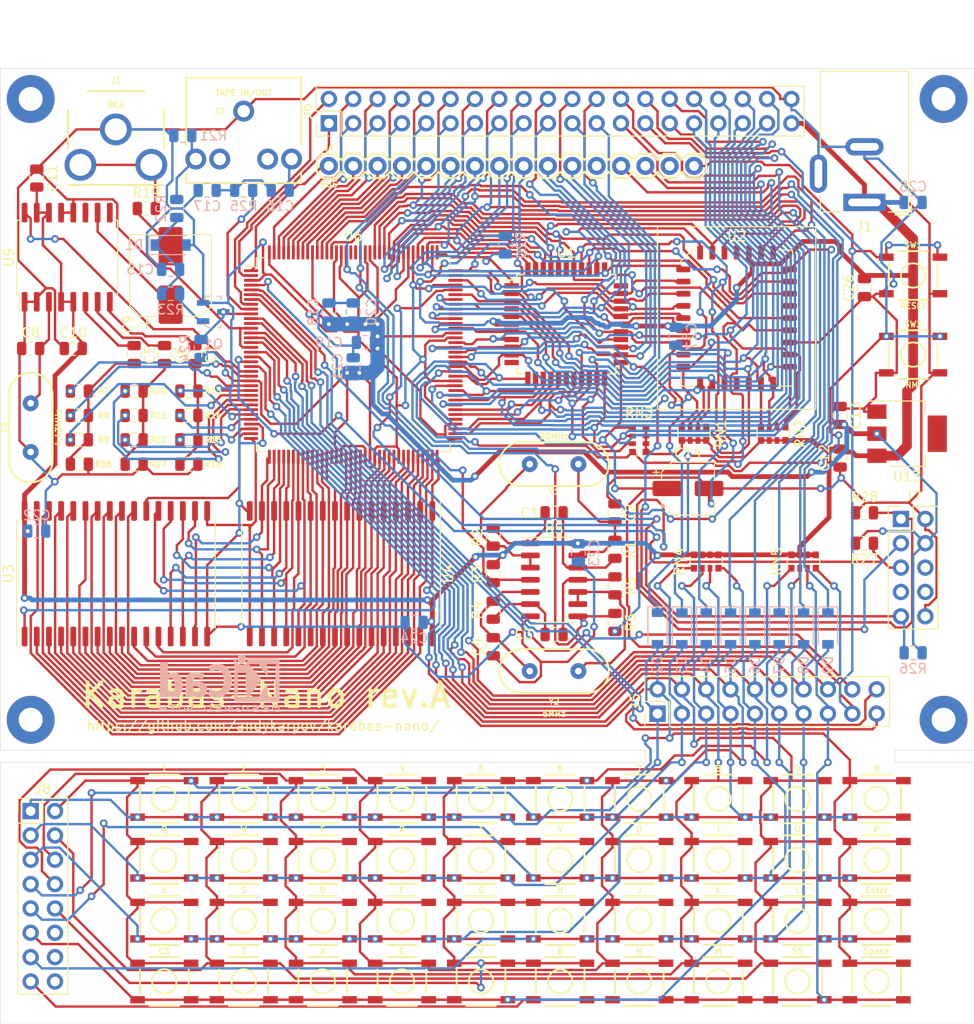
<source format=kicad_pcb>
(kicad_pcb (version 20171130) (host pcbnew "(5.1.12)-1")
  (layers (0 F.Cu signal) (31 B.Cu signal) (34 B.Paste user hide) (35 F.Paste user hide) (36 B.SilkS user hide) (37 F.SilkS user hide) (38 B.Mask user hide) (39 F.Mask user hide) (44 Edge.Cuts user))
  (net 0 "")
  (net 1 /A13)
  (net 2 /A12)
  (net 3 /A11)
  (net 4 /A10)
  (net 5 /A9)
  (net 6 /A8)
  (net 7 /A7)
  (net 8 /A6)
  (net 9 /A5)
  (net 10 /A4)
  (net 11 /A3)
  (net 12 /A2)
  (net 13 /A1)
  (net 14 /A0)
  (net 15 GND)
  (net 16 /D1)
  (net 17 /D0)
  (net 18 /D7)
  (net 19 /D2)
  (net 20 VCC)
  (net 21 /D6)
  (net 22 /D5)
  (net 23 /D3)
  (net 24 /D4)
  (net 25 /CLK_CPU)
  (net 26 /MA15)
  (net 27 /MA17)
  (net 28 /~MWR)
  (net 29 /MA13)
  (net 30 /MA8)
  (net 31 /MA9)
  (net 32 /MA11)
  (net 33 /~MRD)
  (net 34 /MA10)
  (net 35 /MD7)
  (net 36 /MD6)
  (net 37 /MD5)
  (net 38 /MD4)
  (net 39 /MD3)
  (net 40 /MD2)
  (net 41 /MD1)
  (net 42 /MD0)
  (net 43 /MA0)
  (net 44 /MA1)
  (net 45 /MA2)
  (net 46 /MA3)
  (net 47 /MA4)
  (net 48 /MA5)
  (net 49 /MA6)
  (net 50 /MA7)
  (net 51 /MA12)
  (net 52 /MA14)
  (net 53 /MA16)
  (net 54 /MA18)
  (net 55 "Net-(C2-Pad2)")
  (net 56 "Net-(C1-Pad2)")
  (net 57 "Net-(R2-Pad2)")
  (net 58 "Net-(C1-Pad1)")
  (net 59 /A15)
  (net 60 /A14)
  (net 61 /~RFSH)
  (net 62 /~M1)
  (net 63 /~BUSREQ)
  (net 64 /~WAIT)
  (net 65 /~BUSACK)
  (net 66 /~WR)
  (net 67 /~RD)
  (net 68 /~IORQ)
  (net 69 /~MREQ)
  (net 70 /~HALT)
  (net 71 /~NMI)
  (net 72 /~INT)
  (net 73 /ROM_A14)
  (net 74 /~MCS0)
  (net 75 /~MCS1)
  (net 76 /ROM_A15)
  (net 77 +3V3)
  (net 78 "Net-(C3-Pad2)")
  (net 79 "Net-(C3-Pad1)")
  (net 80 "Net-(C4-Pad2)")
  (net 81 "Net-(R5-Pad2)")
  (net 82 /CLKX)
  (net 83 "Net-(J2-PadTIP)")
  (net 84 /~BUS_ROMCS)
  (net 85 /CLK_BUS)
  (net 86 /~BUS_IORQGE)
  (net 87 /~ROMCS)
  (net 88 /TDO)
  (net 89 /TCK)
  (net 90 /TMS)
  (net 91 /TDI)
  (net 92 "Net-(J3-PadPIN)")
  (net 93 "Net-(C5-Pad2)")
  (net 94 "Net-(C5-Pad1)")
  (net 95 "Net-(C6-Pad2)")
  (net 96 "Net-(C6-Pad1)")
  (net 97 "Net-(C7-Pad2)")
  (net 98 "Net-(C7-Pad1)")
  (net 99 /R2)
  (net 100 /R1)
  (net 101 /R0)
  (net 102 /G2)
  (net 103 /G1)
  (net 104 /G0)
  (net 105 /B2)
  (net 106 /B1)
  (net 107 /B0)
  (net 108 "Net-(C8-Pad2)")
  (net 109 "Net-(C9-Pad2)")
  (net 110 "Net-(C9-Pad1)")
  (net 111 /CSYNC)
  (net 112 /CLK28)
  (net 113 ~RESET)
  (net 114 "Net-(C15-Pad2)")
  (net 115 "Net-(C16-Pad2)")
  (net 116 "Net-(C16-Pad1)")
  (net 117 "Net-(Q1-Pad1)")
  (net 118 TAPE_IN)
  (net 119 TAPE_OUT)
  (net 120 /MAGIC)
  (net 121 /TURBO)
  (net 122 /SPECIAL)
  (net 123 /KB7)
  (net 124 /KB6)
  (net 125 /KB5)
  (net 126 /KB4)
  (net 127 /KB3)
  (net 128 /KB2)
  (net 129 /KB1)
  (net 130 /KB0)
  (net 131 /IO16)
  (net 132 /IO15)
  (net 133 /IO14)
  (net 134 /IO13)
  (net 135 /IO12)
  (net 136 /IO11)
  (net 137 /IO10)
  (net 138 /BEEPER)
  (net 139 /IO19)
  (net 140 /IO18)
  (net 141 /KA11)
  (net 142 /KA10)
  (net 143 /KA9)
  (net 144 /KA12)
  (net 145 /KA13)
  (net 146 /KA8)
  (net 147 /KA14)
  (net 148 /KA15)
  (module Symbol:KiCad-Logo2_5mm_SilkScreen (layer B.Cu) (at 111.76 114.935 180)
    (fp_text reference REF** hide)
    (fp_text value KiCad-Logo2_5mm_SilkScreen hide)
  )
  (module Clocks:HC49US (layer F.Cu) (at 92.075 88.265 90)
    (fp_text reference Y3 (at 0 -2.8448 90) (layer F.SilkS) (effects (font (size 0.6096 0.6096) (thickness 0.127))))
    (fp_text value 4.43MHz (at 0 2.921 90) (layer F.SilkS) (effects (font (size 0.6096 0.6096) (thickness 0.127))))
    (pad 2 thru_hole circle (at 2.54 0 90) (size 1.651 1.651) (drill 0.6985) (layers *.Cu *.Mask) (net 108 "Net-(C8-Pad2)"))
    (pad 1 thru_hole circle (at -2.54 0 90) (size 1.651 1.651) (drill 0.6985) (layers *.Cu *.Mask) (net 15 GND))
  )
  (module Clocks:HC49US (layer F.Cu) (at 146.685 113.665)
    (fp_text reference Y2 (at 0 3.175) (layer F.SilkS) (effects (font (size 0.6096 0.6096) (thickness 0.127))))
    (fp_text value 6MHz (at 0 4.445) (layer F.SilkS) (effects (font (size 0.6096 0.6096) (thickness 0.127))))
    (pad 2 thru_hole circle (at 2.54 0) (size 1.651 1.651) (drill 0.6985) (layers *.Cu *.Mask) (net 81 "Net-(R5-Pad2)"))
    (pad 1 thru_hole circle (at -2.54 0) (size 1.651 1.651) (drill 0.6985) (layers *.Cu *.Mask) (net 80 "Net-(C4-Pad2)"))
  )
  (module Clocks:HC49US (layer F.Cu) (at 146.685 92.075 180)
    (fp_text reference Y1 (at 0 -2.8448) (layer F.SilkS) (effects (font (size 0.6096 0.6096) (thickness 0.127))))
    (fp_text value 28MHz (at 0 2.921) (layer F.SilkS) (effects (font (size 0.6096 0.6096) (thickness 0.127))))
    (pad 2 thru_hole circle (at 2.54 0 180) (size 1.651 1.651) (drill 0.6985) (layers *.Cu *.Mask) (net 57 "Net-(R2-Pad2)"))
    (pad 1 thru_hole circle (at -2.54 0 180) (size 1.651 1.651) (drill 0.6985) (layers *.Cu *.Mask) (net 55 "Net-(C2-Pad2)"))
  )
  (module Switches:TACTILE_SWITCH_SMD_5.2MM (layer F.Cu) (at 184.15 80.645)
    (fp_text reference SW2 (at 0 -3.175) (layer F.SilkS) (effects (font (size 0.6096 0.6096) (thickness 0.127))))
    (fp_text value NMI (at 0 3.175) (layer F.SilkS) (effects (font (size 0.6096 0.6096) (thickness 0.127))))
    (pad 4 smd rect (at 2.794 1.905 90) (size 0.762 1.524) (layers F.Cu F.Paste F.Mask) (net 15 GND))
    (pad 3 smd rect (at -2.794 1.905 90) (size 0.762 1.524) (layers F.Cu F.Paste F.Mask) (net 15 GND))
    (pad 2 smd rect (at 2.794 -1.905 90) (size 0.762 1.524) (layers F.Cu F.Paste F.Mask) (net 71 /~NMI))
    (pad 1 smd rect (at -2.794 -1.905 90) (size 0.762 1.524) (layers F.Cu F.Paste F.Mask) (net 71 /~NMI))
  )
  (module Switches:TACTILE_SWITCH_SMD_5.2MM (layer F.Cu) (at 184.15 72.39)
    (fp_text reference SW1 (at 0 -3.175) (layer F.SilkS) (effects (font (size 0.6096 0.6096) (thickness 0.127))))
    (fp_text value RESET (at 0 3.175) (layer F.SilkS) (effects (font (size 0.6096 0.6096) (thickness 0.127))))
    (pad 4 smd rect (at 2.794 1.905 90) (size 0.762 1.524) (layers F.Cu F.Paste F.Mask) (net 15 GND))
    (pad 3 smd rect (at -2.794 1.905 90) (size 0.762 1.524) (layers F.Cu F.Paste F.Mask) (net 15 GND))
    (pad 2 smd rect (at 2.794 -1.905 90) (size 0.762 1.524) (layers F.Cu F.Paste F.Mask) (net 113 ~RESET))
    (pad 1 smd rect (at -2.794 -1.905 90) (size 0.762 1.524) (layers F.Cu F.Paste F.Mask) (net 113 ~RESET))
  )
  (module Switches:TACTILE_SWITCH_SMD_5.2MM (layer F.Cu) (at 114.3 146.05 180)
    (fp_text reference KZ1 hide)
    (fp_text value Z (at 0 3.175) (layer F.SilkS) (effects (font (size 0.6096 0.6096) (thickness 0.127))))
    (pad 4 smd rect (at 2.794 1.905 270) (size 0.762 1.524) (layers F.Cu F.Paste F.Mask) (net 129 /KB1))
    (pad 3 smd rect (at -2.794 1.905 270) (size 0.762 1.524) (layers F.Cu F.Paste F.Mask) (net 129 /KB1))
    (pad 2 smd rect (at 2.794 -1.905 270) (size 0.762 1.524) (layers F.Cu F.Paste F.Mask) (net 146 /KA8))
    (pad 1 smd rect (at -2.794 -1.905 270) (size 0.762 1.524) (layers F.Cu F.Paste F.Mask) (net 146 /KA8))
  )
  (module Switches:TACTILE_SWITCH_SMD_5.2MM (layer F.Cu) (at 147.32 133.35 180)
    (fp_text reference KY1 hide)
    (fp_text value Y (at 0 3.175) (layer F.SilkS) (effects (font (size 0.6096 0.6096) (thickness 0.127))))
    (pad 4 smd rect (at 2.794 1.905 270) (size 0.762 1.524) (layers F.Cu F.Paste F.Mask) (net 126 /KB4))
    (pad 3 smd rect (at -2.794 1.905 270) (size 0.762 1.524) (layers F.Cu F.Paste F.Mask) (net 126 /KB4))
    (pad 2 smd rect (at 2.794 -1.905 270) (size 0.762 1.524) (layers F.Cu F.Paste F.Mask) (net 145 /KA13))
    (pad 1 smd rect (at -2.794 -1.905 270) (size 0.762 1.524) (layers F.Cu F.Paste F.Mask) (net 145 /KA13))
  )
  (module Switches:TACTILE_SWITCH_SMD_5.2MM (layer F.Cu) (at 122.555 146.05 180)
    (fp_text reference KX1 hide)
    (fp_text value X (at 0 3.175) (layer F.SilkS) (effects (font (size 0.6096 0.6096) (thickness 0.127))))
    (pad 4 smd rect (at 2.794 1.905 270) (size 0.762 1.524) (layers F.Cu F.Paste F.Mask) (net 128 /KB2))
    (pad 3 smd rect (at -2.794 1.905 270) (size 0.762 1.524) (layers F.Cu F.Paste F.Mask) (net 128 /KB2))
    (pad 2 smd rect (at 2.794 -1.905 270) (size 0.762 1.524) (layers F.Cu F.Paste F.Mask) (net 146 /KA8))
    (pad 1 smd rect (at -2.794 -1.905 270) (size 0.762 1.524) (layers F.Cu F.Paste F.Mask) (net 146 /KA8))
  )
  (module Switches:TACTILE_SWITCH_SMD_5.2MM (layer F.Cu) (at 114.3 133.35 180)
    (fp_text reference KW1 hide)
    (fp_text value W (at 0 3.175) (layer F.SilkS) (effects (font (size 0.6096 0.6096) (thickness 0.127))))
    (pad 4 smd rect (at 2.794 1.905 270) (size 0.762 1.524) (layers F.Cu F.Paste F.Mask) (net 129 /KB1))
    (pad 3 smd rect (at -2.794 1.905 270) (size 0.762 1.524) (layers F.Cu F.Paste F.Mask) (net 129 /KB1))
    (pad 2 smd rect (at 2.794 -1.905 270) (size 0.762 1.524) (layers F.Cu F.Paste F.Mask) (net 142 /KA10))
    (pad 1 smd rect (at -2.794 -1.905 270) (size 0.762 1.524) (layers F.Cu F.Paste F.Mask) (net 142 /KA10))
  )
  (module Switches:TACTILE_SWITCH_SMD_5.2MM (layer F.Cu) (at 139.065 146.05 180)
    (fp_text reference KV1 hide)
    (fp_text value V (at 0 3.175) (layer F.SilkS) (effects (font (size 0.6096 0.6096) (thickness 0.127))))
    (pad 4 smd rect (at 2.794 1.905 270) (size 0.762 1.524) (layers F.Cu F.Paste F.Mask) (net 126 /KB4))
    (pad 3 smd rect (at -2.794 1.905 270) (size 0.762 1.524) (layers F.Cu F.Paste F.Mask) (net 126 /KB4))
    (pad 2 smd rect (at 2.794 -1.905 270) (size 0.762 1.524) (layers F.Cu F.Paste F.Mask) (net 146 /KA8))
    (pad 1 smd rect (at -2.794 -1.905 270) (size 0.762 1.524) (layers F.Cu F.Paste F.Mask) (net 146 /KA8))
  )
  (module Switches:TACTILE_SWITCH_SMD_5.2MM (layer F.Cu) (at 155.575 133.35 180)
    (fp_text reference KU1 hide)
    (fp_text value U (at 0 3.175) (layer F.SilkS) (effects (font (size 0.6096 0.6096) (thickness 0.127))))
    (pad 4 smd rect (at 2.794 1.905 270) (size 0.762 1.524) (layers F.Cu F.Paste F.Mask) (net 127 /KB3))
    (pad 3 smd rect (at -2.794 1.905 270) (size 0.762 1.524) (layers F.Cu F.Paste F.Mask) (net 127 /KB3))
    (pad 2 smd rect (at 2.794 -1.905 270) (size 0.762 1.524) (layers F.Cu F.Paste F.Mask) (net 145 /KA13))
    (pad 1 smd rect (at -2.794 -1.905 270) (size 0.762 1.524) (layers F.Cu F.Paste F.Mask) (net 145 /KA13))
  )
  (module Switches:TACTILE_SWITCH_SMD_5.2MM (layer F.Cu) (at 139.065 133.35 180)
    (fp_text reference KT1 hide)
    (fp_text value T (at 0 3.175) (layer F.SilkS) (effects (font (size 0.6096 0.6096) (thickness 0.127))))
    (pad 4 smd rect (at 2.794 1.905 270) (size 0.762 1.524) (layers F.Cu F.Paste F.Mask) (net 126 /KB4))
    (pad 3 smd rect (at -2.794 1.905 270) (size 0.762 1.524) (layers F.Cu F.Paste F.Mask) (net 126 /KB4))
    (pad 2 smd rect (at 2.794 -1.905 270) (size 0.762 1.524) (layers F.Cu F.Paste F.Mask) (net 142 /KA10))
    (pad 1 smd rect (at -2.794 -1.905 270) (size 0.762 1.524) (layers F.Cu F.Paste F.Mask) (net 142 /KA10))
  )
  (module Switches:TACTILE_SWITCH_SMD_5.2MM (layer F.Cu) (at 172.085 146.05 180)
    (fp_text reference KSS1 hide)
    (fp_text value SS (at 0 3.175) (layer F.SilkS) (effects (font (size 0.6096 0.6096) (thickness 0.127))))
    (pad 4 smd rect (at 2.794 1.905 270) (size 0.762 1.524) (layers F.Cu F.Paste F.Mask) (net 129 /KB1))
    (pad 3 smd rect (at -2.794 1.905 270) (size 0.762 1.524) (layers F.Cu F.Paste F.Mask) (net 129 /KB1))
    (pad 2 smd rect (at 2.794 -1.905 270) (size 0.762 1.524) (layers F.Cu F.Paste F.Mask) (net 148 /KA15))
    (pad 1 smd rect (at -2.794 -1.905 270) (size 0.762 1.524) (layers F.Cu F.Paste F.Mask) (net 148 /KA15))
  )
  (module Switches:TACTILE_SWITCH_SMD_5.2MM (layer F.Cu) (at 180.34 146.05 180)
    (fp_text reference KSpace1 hide)
    (fp_text value Space (at 0 3.175) (layer F.SilkS) (effects (font (size 0.6096 0.6096) (thickness 0.127))))
    (pad 4 smd rect (at 2.794 1.905 270) (size 0.762 1.524) (layers F.Cu F.Paste F.Mask) (net 130 /KB0))
    (pad 3 smd rect (at -2.794 1.905 270) (size 0.762 1.524) (layers F.Cu F.Paste F.Mask) (net 130 /KB0))
    (pad 2 smd rect (at 2.794 -1.905 270) (size 0.762 1.524) (layers F.Cu F.Paste F.Mask) (net 148 /KA15))
    (pad 1 smd rect (at -2.794 -1.905 270) (size 0.762 1.524) (layers F.Cu F.Paste F.Mask) (net 148 /KA15))
  )
  (module Switches:TACTILE_SWITCH_SMD_5.2MM (layer F.Cu) (at 114.3 139.7 180)
    (fp_text reference KS1 hide)
    (fp_text value S (at 0 3.175) (layer F.SilkS) (effects (font (size 0.6096 0.6096) (thickness 0.127))))
    (pad 4 smd rect (at 2.794 1.905 270) (size 0.762 1.524) (layers F.Cu F.Paste F.Mask) (net 129 /KB1))
    (pad 3 smd rect (at -2.794 1.905 270) (size 0.762 1.524) (layers F.Cu F.Paste F.Mask) (net 129 /KB1))
    (pad 2 smd rect (at 2.794 -1.905 270) (size 0.762 1.524) (layers F.Cu F.Paste F.Mask) (net 143 /KA9))
    (pad 1 smd rect (at -2.794 -1.905 270) (size 0.762 1.524) (layers F.Cu F.Paste F.Mask) (net 143 /KA9))
  )
  (module Switches:TACTILE_SWITCH_SMD_5.2MM (layer F.Cu) (at 130.81 133.35 180)
    (fp_text reference KR1 hide)
    (fp_text value R (at 0 3.175) (layer F.SilkS) (effects (font (size 0.6096 0.6096) (thickness 0.127))))
    (pad 4 smd rect (at 2.794 1.905 270) (size 0.762 1.524) (layers F.Cu F.Paste F.Mask) (net 127 /KB3))
    (pad 3 smd rect (at -2.794 1.905 270) (size 0.762 1.524) (layers F.Cu F.Paste F.Mask) (net 127 /KB3))
    (pad 2 smd rect (at 2.794 -1.905 270) (size 0.762 1.524) (layers F.Cu F.Paste F.Mask) (net 142 /KA10))
    (pad 1 smd rect (at -2.794 -1.905 270) (size 0.762 1.524) (layers F.Cu F.Paste F.Mask) (net 142 /KA10))
  )
  (module Switches:TACTILE_SWITCH_SMD_5.2MM (layer F.Cu) (at 106.02 133.35 180)
    (fp_text reference KQ1 hide)
    (fp_text value Q (at 0 3.175) (layer F.SilkS) (effects (font (size 0.6096 0.6096) (thickness 0.127))))
    (pad 4 smd rect (at 2.794 1.905 270) (size 0.762 1.524) (layers F.Cu F.Paste F.Mask) (net 130 /KB0))
    (pad 3 smd rect (at -2.794 1.905 270) (size 0.762 1.524) (layers F.Cu F.Paste F.Mask) (net 130 /KB0))
    (pad 2 smd rect (at 2.794 -1.905 270) (size 0.762 1.524) (layers F.Cu F.Paste F.Mask) (net 142 /KA10))
    (pad 1 smd rect (at -2.794 -1.905 270) (size 0.762 1.524) (layers F.Cu F.Paste F.Mask) (net 142 /KA10))
  )
  (module Switches:TACTILE_SWITCH_SMD_5.2MM (layer F.Cu) (at 180.34 133.35 180)
    (fp_text reference KP1 hide)
    (fp_text value P (at 0 3.175) (layer F.SilkS) (effects (font (size 0.6096 0.6096) (thickness 0.127))))
    (pad 4 smd rect (at 2.794 1.905 270) (size 0.762 1.524) (layers F.Cu F.Paste F.Mask) (net 130 /KB0))
    (pad 3 smd rect (at -2.794 1.905 270) (size 0.762 1.524) (layers F.Cu F.Paste F.Mask) (net 130 /KB0))
    (pad 2 smd rect (at 2.794 -1.905 270) (size 0.762 1.524) (layers F.Cu F.Paste F.Mask) (net 145 /KA13))
    (pad 1 smd rect (at -2.794 -1.905 270) (size 0.762 1.524) (layers F.Cu F.Paste F.Mask) (net 145 /KA13))
  )
  (module Switches:TACTILE_SWITCH_SMD_5.2MM (layer F.Cu) (at 172.085 133.35 180)
    (fp_text reference KO1 hide)
    (fp_text value O (at 0 3.175) (layer F.SilkS) (effects (font (size 0.6096 0.6096) (thickness 0.127))))
    (pad 4 smd rect (at 2.794 1.905 270) (size 0.762 1.524) (layers F.Cu F.Paste F.Mask) (net 129 /KB1))
    (pad 3 smd rect (at -2.794 1.905 270) (size 0.762 1.524) (layers F.Cu F.Paste F.Mask) (net 129 /KB1))
    (pad 2 smd rect (at 2.794 -1.905 270) (size 0.762 1.524) (layers F.Cu F.Paste F.Mask) (net 145 /KA13))
    (pad 1 smd rect (at -2.794 -1.905 270) (size 0.762 1.524) (layers F.Cu F.Paste F.Mask) (net 145 /KA13))
  )
  (module Switches:TACTILE_SWITCH_SMD_5.2MM (layer F.Cu) (at 155.575 146.05 180)
    (fp_text reference KN1 hide)
    (fp_text value N (at 0 3.175) (layer F.SilkS) (effects (font (size 0.6096 0.6096) (thickness 0.127))))
    (pad 4 smd rect (at 2.794 1.905 270) (size 0.762 1.524) (layers F.Cu F.Paste F.Mask) (net 127 /KB3))
    (pad 3 smd rect (at -2.794 1.905 270) (size 0.762 1.524) (layers F.Cu F.Paste F.Mask) (net 127 /KB3))
    (pad 2 smd rect (at 2.794 -1.905 270) (size 0.762 1.524) (layers F.Cu F.Paste F.Mask) (net 148 /KA15))
    (pad 1 smd rect (at -2.794 -1.905 270) (size 0.762 1.524) (layers F.Cu F.Paste F.Mask) (net 148 /KA15))
  )
  (module Switches:TACTILE_SWITCH_SMD_5.2MM (layer F.Cu) (at 163.83 146.05 180)
    (fp_text reference KM1 hide)
    (fp_text value M (at 0 3.175) (layer F.SilkS) (effects (font (size 0.6096 0.6096) (thickness 0.127))))
    (pad 4 smd rect (at 2.794 1.905 270) (size 0.762 1.524) (layers F.Cu F.Paste F.Mask) (net 128 /KB2))
    (pad 3 smd rect (at -2.794 1.905 270) (size 0.762 1.524) (layers F.Cu F.Paste F.Mask) (net 128 /KB2))
    (pad 2 smd rect (at 2.794 -1.905 270) (size 0.762 1.524) (layers F.Cu F.Paste F.Mask) (net 148 /KA15))
    (pad 1 smd rect (at -2.794 -1.905 270) (size 0.762 1.524) (layers F.Cu F.Paste F.Mask) (net 148 /KA15))
  )
  (module Switches:TACTILE_SWITCH_SMD_5.2MM (layer F.Cu) (at 172.085 139.7 180)
    (fp_text reference KL1 hide)
    (fp_text value L (at 0 3.175) (layer F.SilkS) (effects (font (size 0.6096 0.6096) (thickness 0.127))))
    (pad 4 smd rect (at 2.794 1.905 270) (size 0.762 1.524) (layers F.Cu F.Paste F.Mask) (net 129 /KB1))
    (pad 3 smd rect (at -2.794 1.905 270) (size 0.762 1.524) (layers F.Cu F.Paste F.Mask) (net 129 /KB1))
    (pad 2 smd rect (at 2.794 -1.905 270) (size 0.762 1.524) (layers F.Cu F.Paste F.Mask) (net 147 /KA14))
    (pad 1 smd rect (at -2.794 -1.905 270) (size 0.762 1.524) (layers F.Cu F.Paste F.Mask) (net 147 /KA14))
  )
  (module Switches:TACTILE_SWITCH_SMD_5.2MM (layer F.Cu) (at 163.83 139.7 180)
    (fp_text reference KK1 hide)
    (fp_text value K (at 0 3.175) (layer F.SilkS) (effects (font (size 0.6096 0.6096) (thickness 0.127))))
    (pad 4 smd rect (at 2.794 1.905 270) (size 0.762 1.524) (layers F.Cu F.Paste F.Mask) (net 128 /KB2))
    (pad 3 smd rect (at -2.794 1.905 270) (size 0.762 1.524) (layers F.Cu F.Paste F.Mask) (net 128 /KB2))
    (pad 2 smd rect (at 2.794 -1.905 270) (size 0.762 1.524) (layers F.Cu F.Paste F.Mask) (net 147 /KA14))
    (pad 1 smd rect (at -2.794 -1.905 270) (size 0.762 1.524) (layers F.Cu F.Paste F.Mask) (net 147 /KA14))
  )
  (module Switches:TACTILE_SWITCH_SMD_5.2MM (layer F.Cu) (at 155.575 139.7 180)
    (fp_text reference KJ1 hide)
    (fp_text value J (at 0 3.175) (layer F.SilkS) (effects (font (size 0.6096 0.6096) (thickness 0.127))))
    (pad 4 smd rect (at 2.794 1.905 270) (size 0.762 1.524) (layers F.Cu F.Paste F.Mask) (net 127 /KB3))
    (pad 3 smd rect (at -2.794 1.905 270) (size 0.762 1.524) (layers F.Cu F.Paste F.Mask) (net 127 /KB3))
    (pad 2 smd rect (at 2.794 -1.905 270) (size 0.762 1.524) (layers F.Cu F.Paste F.Mask) (net 147 /KA14))
    (pad 1 smd rect (at -2.794 -1.905 270) (size 0.762 1.524) (layers F.Cu F.Paste F.Mask) (net 147 /KA14))
  )
  (module Switches:TACTILE_SWITCH_SMD_5.2MM (layer F.Cu) (at 163.83 133.35 180)
    (fp_text reference KI1 hide)
    (fp_text value I (at 0 3.175) (layer F.SilkS) (effects (font (size 0.6096 0.6096) (thickness 0.127))))
    (pad 4 smd rect (at 2.794 1.905 270) (size 0.762 1.524) (layers F.Cu F.Paste F.Mask) (net 128 /KB2))
    (pad 3 smd rect (at -2.794 1.905 270) (size 0.762 1.524) (layers F.Cu F.Paste F.Mask) (net 128 /KB2))
    (pad 2 smd rect (at 2.794 -1.905 270) (size 0.762 1.524) (layers F.Cu F.Paste F.Mask) (net 145 /KA13))
    (pad 1 smd rect (at -2.794 -1.905 270) (size 0.762 1.524) (layers F.Cu F.Paste F.Mask) (net 145 /KA13))
  )
  (module Switches:TACTILE_SWITCH_SMD_5.2MM (layer F.Cu) (at 147.32 139.7 180)
    (fp_text reference KH1 hide)
    (fp_text value H (at 0 3.175) (layer F.SilkS) (effects (font (size 0.6096 0.6096) (thickness 0.127))))
    (pad 4 smd rect (at 2.794 1.905 270) (size 0.762 1.524) (layers F.Cu F.Paste F.Mask) (net 126 /KB4))
    (pad 3 smd rect (at -2.794 1.905 270) (size 0.762 1.524) (layers F.Cu F.Paste F.Mask) (net 126 /KB4))
    (pad 2 smd rect (at 2.794 -1.905 270) (size 0.762 1.524) (layers F.Cu F.Paste F.Mask) (net 147 /KA14))
    (pad 1 smd rect (at -2.794 -1.905 270) (size 0.762 1.524) (layers F.Cu F.Paste F.Mask) (net 147 /KA14))
  )
  (module Switches:TACTILE_SWITCH_SMD_5.2MM (layer F.Cu) (at 139.065 139.7 180)
    (fp_text reference KG1 hide)
    (fp_text value G (at 0 3.175) (layer F.SilkS) (effects (font (size 0.6096 0.6096) (thickness 0.127))))
    (pad 4 smd rect (at 2.794 1.905 270) (size 0.762 1.524) (layers F.Cu F.Paste F.Mask) (net 126 /KB4))
    (pad 3 smd rect (at -2.794 1.905 270) (size 0.762 1.524) (layers F.Cu F.Paste F.Mask) (net 126 /KB4))
    (pad 2 smd rect (at 2.794 -1.905 270) (size 0.762 1.524) (layers F.Cu F.Paste F.Mask) (net 143 /KA9))
    (pad 1 smd rect (at -2.794 -1.905 270) (size 0.762 1.524) (layers F.Cu F.Paste F.Mask) (net 143 /KA9))
  )
  (module Switches:TACTILE_SWITCH_SMD_5.2MM (layer F.Cu) (at 130.81 139.7 180)
    (fp_text reference KF1 hide)
    (fp_text value F (at 0 3.175) (layer F.SilkS) (effects (font (size 0.6096 0.6096) (thickness 0.127))))
    (pad 4 smd rect (at 2.794 1.905 270) (size 0.762 1.524) (layers F.Cu F.Paste F.Mask) (net 127 /KB3))
    (pad 3 smd rect (at -2.794 1.905 270) (size 0.762 1.524) (layers F.Cu F.Paste F.Mask) (net 127 /KB3))
    (pad 2 smd rect (at 2.794 -1.905 270) (size 0.762 1.524) (layers F.Cu F.Paste F.Mask) (net 143 /KA9))
    (pad 1 smd rect (at -2.794 -1.905 270) (size 0.762 1.524) (layers F.Cu F.Paste F.Mask) (net 143 /KA9))
  )
  (module Switches:TACTILE_SWITCH_SMD_5.2MM (layer F.Cu) (at 180.34 139.7 180)
    (fp_text reference KEnter1 hide)
    (fp_text value Enter (at 0 3.175) (layer F.SilkS) (effects (font (size 0.6096 0.6096) (thickness 0.127))))
    (pad 4 smd rect (at 2.794 1.905 270) (size 0.762 1.524) (layers F.Cu F.Paste F.Mask) (net 130 /KB0))
    (pad 3 smd rect (at -2.794 1.905 270) (size 0.762 1.524) (layers F.Cu F.Paste F.Mask) (net 130 /KB0))
    (pad 2 smd rect (at 2.794 -1.905 270) (size 0.762 1.524) (layers F.Cu F.Paste F.Mask) (net 147 /KA14))
    (pad 1 smd rect (at -2.794 -1.905 270) (size 0.762 1.524) (layers F.Cu F.Paste F.Mask) (net 147 /KA14))
  )
  (module Switches:TACTILE_SWITCH_SMD_5.2MM (layer F.Cu) (at 122.555 133.35 180)
    (fp_text reference KE1 hide)
    (fp_text value E (at 0 3.175) (layer F.SilkS) (effects (font (size 0.6096 0.6096) (thickness 0.127))))
    (pad 4 smd rect (at 2.794 1.905 270) (size 0.762 1.524) (layers F.Cu F.Paste F.Mask) (net 128 /KB2))
    (pad 3 smd rect (at -2.794 1.905 270) (size 0.762 1.524) (layers F.Cu F.Paste F.Mask) (net 128 /KB2))
    (pad 2 smd rect (at 2.794 -1.905 270) (size 0.762 1.524) (layers F.Cu F.Paste F.Mask) (net 142 /KA10))
    (pad 1 smd rect (at -2.794 -1.905 270) (size 0.762 1.524) (layers F.Cu F.Paste F.Mask) (net 142 /KA10))
  )
  (module Switches:TACTILE_SWITCH_SMD_5.2MM (layer F.Cu) (at 122.555 139.7 180)
    (fp_text reference KD1 hide)
    (fp_text value D (at 0 3.175) (layer F.SilkS) (effects (font (size 0.6096 0.6096) (thickness 0.127))))
    (pad 4 smd rect (at 2.794 1.905 270) (size 0.762 1.524) (layers F.Cu F.Paste F.Mask) (net 128 /KB2))
    (pad 3 smd rect (at -2.794 1.905 270) (size 0.762 1.524) (layers F.Cu F.Paste F.Mask) (net 128 /KB2))
    (pad 2 smd rect (at 2.794 -1.905 270) (size 0.762 1.524) (layers F.Cu F.Paste F.Mask) (net 143 /KA9))
    (pad 1 smd rect (at -2.794 -1.905 270) (size 0.762 1.524) (layers F.Cu F.Paste F.Mask) (net 143 /KA9))
  )
  (module Switches:TACTILE_SWITCH_SMD_5.2MM (layer F.Cu) (at 106.02 146.05 180)
    (fp_text reference KCS1 hide)
    (fp_text value CS (at 0 3.175) (layer F.SilkS) (effects (font (size 0.6096 0.6096) (thickness 0.127))))
    (pad 4 smd rect (at 2.794 1.905 270) (size 0.762 1.524) (layers F.Cu F.Paste F.Mask) (net 130 /KB0))
    (pad 3 smd rect (at -2.794 1.905 270) (size 0.762 1.524) (layers F.Cu F.Paste F.Mask) (net 130 /KB0))
    (pad 2 smd rect (at 2.794 -1.905 270) (size 0.762 1.524) (layers F.Cu F.Paste F.Mask) (net 146 /KA8))
    (pad 1 smd rect (at -2.794 -1.905 270) (size 0.762 1.524) (layers F.Cu F.Paste F.Mask) (net 146 /KA8))
  )
  (module Switches:TACTILE_SWITCH_SMD_5.2MM (layer F.Cu) (at 130.81 146.05 180)
    (fp_text reference KC1 hide)
    (fp_text value C (at 0 3.175) (layer F.SilkS) (effects (font (size 0.6096 0.6096) (thickness 0.127))))
    (pad 4 smd rect (at 2.794 1.905 270) (size 0.762 1.524) (layers F.Cu F.Paste F.Mask) (net 127 /KB3))
    (pad 3 smd rect (at -2.794 1.905 270) (size 0.762 1.524) (layers F.Cu F.Paste F.Mask) (net 127 /KB3))
    (pad 2 smd rect (at 2.794 -1.905 270) (size 0.762 1.524) (layers F.Cu F.Paste F.Mask) (net 146 /KA8))
    (pad 1 smd rect (at -2.794 -1.905 270) (size 0.762 1.524) (layers F.Cu F.Paste F.Mask) (net 146 /KA8))
  )
  (module Switches:TACTILE_SWITCH_SMD_5.2MM (layer F.Cu) (at 147.32 146.05 180)
    (fp_text reference KB1 hide)
    (fp_text value B (at 0 3.175) (layer F.SilkS) (effects (font (size 0.6096 0.6096) (thickness 0.127))))
    (pad 4 smd rect (at 2.794 1.905 270) (size 0.762 1.524) (layers F.Cu F.Paste F.Mask) (net 126 /KB4))
    (pad 3 smd rect (at -2.794 1.905 270) (size 0.762 1.524) (layers F.Cu F.Paste F.Mask) (net 126 /KB4))
    (pad 2 smd rect (at 2.794 -1.905 270) (size 0.762 1.524) (layers F.Cu F.Paste F.Mask) (net 148 /KA15))
    (pad 1 smd rect (at -2.794 -1.905 270) (size 0.762 1.524) (layers F.Cu F.Paste F.Mask) (net 148 /KA15))
  )
  (module Switches:TACTILE_SWITCH_SMD_5.2MM (layer F.Cu) (at 106.02 139.7 180)
    (fp_text reference KA1 hide)
    (fp_text value A (at 0 3.175) (layer F.SilkS) (effects (font (size 0.6096 0.6096) (thickness 0.127))))
    (pad 4 smd rect (at 2.794 1.905 270) (size 0.762 1.524) (layers F.Cu F.Paste F.Mask) (net 130 /KB0))
    (pad 3 smd rect (at -2.794 1.905 270) (size 0.762 1.524) (layers F.Cu F.Paste F.Mask) (net 130 /KB0))
    (pad 2 smd rect (at 2.794 -1.905 270) (size 0.762 1.524) (layers F.Cu F.Paste F.Mask) (net 143 /KA9))
    (pad 1 smd rect (at -2.794 -1.905 270) (size 0.762 1.524) (layers F.Cu F.Paste F.Mask) (net 143 /KA9))
  )
  (module Switches:TACTILE_SWITCH_SMD_5.2MM (layer F.Cu) (at 172.085 127 180)
    (fp_text reference K9 hide)
    (fp_text value 9 (at 0 3.175) (layer F.SilkS) (effects (font (size 0.6096 0.6096) (thickness 0.127))))
    (pad 4 smd rect (at 2.794 1.905 270) (size 0.762 1.524) (layers F.Cu F.Paste F.Mask) (net 129 /KB1))
    (pad 3 smd rect (at -2.794 1.905 270) (size 0.762 1.524) (layers F.Cu F.Paste F.Mask) (net 129 /KB1))
    (pad 2 smd rect (at 2.794 -1.905 270) (size 0.762 1.524) (layers F.Cu F.Paste F.Mask) (net 144 /KA12))
    (pad 1 smd rect (at -2.794 -1.905 270) (size 0.762 1.524) (layers F.Cu F.Paste F.Mask) (net 144 /KA12))
  )
  (module Switches:TACTILE_SWITCH_SMD_5.2MM (layer F.Cu) (at 163.83 127 180)
    (fp_text reference K8 hide)
    (fp_text value 8 (at 0 3.175) (layer F.SilkS) (effects (font (size 0.6096 0.6096) (thickness 0.127))))
    (pad 4 smd rect (at 2.794 1.905 270) (size 0.762 1.524) (layers F.Cu F.Paste F.Mask) (net 128 /KB2))
    (pad 3 smd rect (at -2.794 1.905 270) (size 0.762 1.524) (layers F.Cu F.Paste F.Mask) (net 128 /KB2))
    (pad 2 smd rect (at 2.794 -1.905 270) (size 0.762 1.524) (layers F.Cu F.Paste F.Mask) (net 144 /KA12))
    (pad 1 smd rect (at -2.794 -1.905 270) (size 0.762 1.524) (layers F.Cu F.Paste F.Mask) (net 144 /KA12))
  )
  (module Switches:TACTILE_SWITCH_SMD_5.2MM (layer F.Cu) (at 155.575 127 180)
    (fp_text reference K7 hide)
    (fp_text value 7 (at 0 3.175) (layer F.SilkS) (effects (font (size 0.6096 0.6096) (thickness 0.127))))
    (pad 4 smd rect (at 2.794 1.905 270) (size 0.762 1.524) (layers F.Cu F.Paste F.Mask) (net 127 /KB3))
    (pad 3 smd rect (at -2.794 1.905 270) (size 0.762 1.524) (layers F.Cu F.Paste F.Mask) (net 127 /KB3))
    (pad 2 smd rect (at 2.794 -1.905 270) (size 0.762 1.524) (layers F.Cu F.Paste F.Mask) (net 144 /KA12))
    (pad 1 smd rect (at -2.794 -1.905 270) (size 0.762 1.524) (layers F.Cu F.Paste F.Mask) (net 144 /KA12))
  )
  (module Switches:TACTILE_SWITCH_SMD_5.2MM (layer F.Cu) (at 147.32 127 180)
    (fp_text reference K6 hide)
    (fp_text value 6 (at 0 3.175) (layer F.SilkS) (effects (font (size 0.6096 0.6096) (thickness 0.127))))
    (pad 4 smd rect (at 2.794 1.905 270) (size 0.762 1.524) (layers F.Cu F.Paste F.Mask) (net 126 /KB4))
    (pad 3 smd rect (at -2.794 1.905 270) (size 0.762 1.524) (layers F.Cu F.Paste F.Mask) (net 126 /KB4))
    (pad 2 smd rect (at 2.794 -1.905 270) (size 0.762 1.524) (layers F.Cu F.Paste F.Mask) (net 144 /KA12))
    (pad 1 smd rect (at -2.794 -1.905 270) (size 0.762 1.524) (layers F.Cu F.Paste F.Mask) (net 144 /KA12))
  )
  (module Switches:TACTILE_SWITCH_SMD_5.2MM (layer F.Cu) (at 139.065 127 180)
    (fp_text reference K5 hide)
    (fp_text value 5 (at 0 3.175) (layer F.SilkS) (effects (font (size 0.6096 0.6096) (thickness 0.127))))
    (pad 4 smd rect (at 2.794 1.905 270) (size 0.762 1.524) (layers F.Cu F.Paste F.Mask) (net 126 /KB4))
    (pad 3 smd rect (at -2.794 1.905 270) (size 0.762 1.524) (layers F.Cu F.Paste F.Mask) (net 126 /KB4))
    (pad 2 smd rect (at 2.794 -1.905 270) (size 0.762 1.524) (layers F.Cu F.Paste F.Mask) (net 141 /KA11))
    (pad 1 smd rect (at -2.794 -1.905 270) (size 0.762 1.524) (layers F.Cu F.Paste F.Mask) (net 141 /KA11))
  )
  (module Switches:TACTILE_SWITCH_SMD_5.2MM (layer F.Cu) (at 130.81 127 180)
    (fp_text reference K4 hide)
    (fp_text value 4 (at 0 3.175) (layer F.SilkS) (effects (font (size 0.6096 0.6096) (thickness 0.127))))
    (pad 4 smd rect (at 2.794 1.905 270) (size 0.762 1.524) (layers F.Cu F.Paste F.Mask) (net 127 /KB3))
    (pad 3 smd rect (at -2.794 1.905 270) (size 0.762 1.524) (layers F.Cu F.Paste F.Mask) (net 127 /KB3))
    (pad 2 smd rect (at 2.794 -1.905 270) (size 0.762 1.524) (layers F.Cu F.Paste F.Mask) (net 141 /KA11))
    (pad 1 smd rect (at -2.794 -1.905 270) (size 0.762 1.524) (layers F.Cu F.Paste F.Mask) (net 141 /KA11))
  )
  (module Switches:TACTILE_SWITCH_SMD_5.2MM (layer F.Cu) (at 122.555 127 180)
    (fp_text reference K3 hide)
    (fp_text value 3 (at 0 3.175) (layer F.SilkS) (effects (font (size 0.6096 0.6096) (thickness 0.127))))
    (pad 4 smd rect (at 2.794 1.905 270) (size 0.762 1.524) (layers F.Cu F.Paste F.Mask) (net 128 /KB2))
    (pad 3 smd rect (at -2.794 1.905 270) (size 0.762 1.524) (layers F.Cu F.Paste F.Mask) (net 128 /KB2))
    (pad 2 smd rect (at 2.794 -1.905 270) (size 0.762 1.524) (layers F.Cu F.Paste F.Mask) (net 141 /KA11))
    (pad 1 smd rect (at -2.794 -1.905 270) (size 0.762 1.524) (layers F.Cu F.Paste F.Mask) (net 141 /KA11))
  )
  (module Switches:TACTILE_SWITCH_SMD_5.2MM (layer F.Cu) (at 114.3 127 180)
    (fp_text reference K2 hide)
    (fp_text value 2 (at 0 3.175) (layer F.SilkS) (effects (font (size 0.6096 0.6096) (thickness 0.127))))
    (pad 4 smd rect (at 2.794 1.905 270) (size 0.762 1.524) (layers F.Cu F.Paste F.Mask) (net 129 /KB1))
    (pad 3 smd rect (at -2.794 1.905 270) (size 0.762 1.524) (layers F.Cu F.Paste F.Mask) (net 129 /KB1))
    (pad 2 smd rect (at 2.794 -1.905 270) (size 0.762 1.524) (layers F.Cu F.Paste F.Mask) (net 141 /KA11))
    (pad 1 smd rect (at -2.794 -1.905 270) (size 0.762 1.524) (layers F.Cu F.Paste F.Mask) (net 141 /KA11))
  )
  (module Switches:TACTILE_SWITCH_SMD_5.2MM (layer F.Cu) (at 106.02 127 180)
    (fp_text reference K1 hide)
    (fp_text value 1 (at 0 3.175) (layer F.SilkS) (effects (font (size 0.6096 0.6096) (thickness 0.127))))
    (pad 4 smd rect (at 2.794 1.905 270) (size 0.762 1.524) (layers F.Cu F.Paste F.Mask) (net 130 /KB0))
    (pad 3 smd rect (at -2.794 1.905 270) (size 0.762 1.524) (layers F.Cu F.Paste F.Mask) (net 130 /KB0))
    (pad 2 smd rect (at 2.794 -1.905 270) (size 0.762 1.524) (layers F.Cu F.Paste F.Mask) (net 141 /KA11))
    (pad 1 smd rect (at -2.794 -1.905 270) (size 0.762 1.524) (layers F.Cu F.Paste F.Mask) (net 141 /KA11))
  )
  (module Switches:TACTILE_SWITCH_SMD_5.2MM (layer F.Cu) (at 180.34 127 180)
    (fp_text reference K0 hide)
    (fp_text value 0 (at 0 3.175) (layer F.SilkS) (effects (font (size 0.6096 0.6096) (thickness 0.127))))
    (pad 4 smd rect (at 2.794 1.905 270) (size 0.762 1.524) (layers F.Cu F.Paste F.Mask) (net 130 /KB0))
    (pad 3 smd rect (at -2.794 1.905 270) (size 0.762 1.524) (layers F.Cu F.Paste F.Mask) (net 130 /KB0))
    (pad 2 smd rect (at 2.794 -1.905 270) (size 0.762 1.524) (layers F.Cu F.Paste F.Mask) (net 144 /KA12))
    (pad 1 smd rect (at -2.794 -1.905 270) (size 0.762 1.524) (layers F.Cu F.Paste F.Mask) (net 144 /KA12))
  )
  (module Connector_PinHeader_2.54mm:PinHeader_2x08_P2.54mm_Vertical (layer F.Cu) (at 92.075 128.27)
    (fp_text reference J8 (at 1.27 -2.33) (layer F.SilkS))
    (fp_text value KEYBOARD)
    (pad 16 thru_hole oval (at 2.54 17.78) (size 1.7 1.7) (drill 1) (layers *.Cu *.Mask))
    (pad 15 thru_hole oval (at 0 17.78) (size 1.7 1.7) (drill 1) (layers *.Cu *.Mask) (net 148 /KA15))
    (pad 14 thru_hole oval (at 2.54 15.24) (size 1.7 1.7) (drill 1) (layers *.Cu *.Mask))
    (pad 13 thru_hole oval (at 0 15.24) (size 1.7 1.7) (drill 1) (layers *.Cu *.Mask) (net 147 /KA14))
    (pad 12 thru_hole oval (at 2.54 12.7) (size 1.7 1.7) (drill 1) (layers *.Cu *.Mask))
    (pad 11 thru_hole oval (at 0 12.7) (size 1.7 1.7) (drill 1) (layers *.Cu *.Mask) (net 146 /KA8))
    (pad 10 thru_hole oval (at 2.54 10.16) (size 1.7 1.7) (drill 1) (layers *.Cu *.Mask) (net 126 /KB4))
    (pad 9 thru_hole oval (at 0 10.16) (size 1.7 1.7) (drill 1) (layers *.Cu *.Mask) (net 145 /KA13))
    (pad 8 thru_hole oval (at 2.54 7.62) (size 1.7 1.7) (drill 1) (layers *.Cu *.Mask) (net 127 /KB3))
    (pad 7 thru_hole oval (at 0 7.62) (size 1.7 1.7) (drill 1) (layers *.Cu *.Mask) (net 144 /KA12))
    (pad 6 thru_hole oval (at 2.54 5.08) (size 1.7 1.7) (drill 1) (layers *.Cu *.Mask) (net 128 /KB2))
    (pad 5 thru_hole oval (at 0 5.08) (size 1.7 1.7) (drill 1) (layers *.Cu *.Mask) (net 143 /KA9))
    (pad 4 thru_hole oval (at 2.54 2.54) (size 1.7 1.7) (drill 1) (layers *.Cu *.Mask) (net 129 /KB1))
    (pad 3 thru_hole oval (at 0 2.54) (size 1.7 1.7) (drill 1) (layers *.Cu *.Mask) (net 142 /KA10))
    (pad 2 thru_hole oval (at 2.54 0) (size 1.7 1.7) (drill 1) (layers *.Cu *.Mask) (net 130 /KB0))
    (pad 1 thru_hole rect (at 0 0) (size 1.7 1.7) (drill 1) (layers *.Cu *.Mask) (net 141 /KA11))
  )
  (module Connectors:1X16 (layer F.Cu) (at 123.19 60.96)
    (fp_text reference J4 (at 0 -1.905) (layer F.SilkS) (effects (font (size 0.6096 0.6096) (thickness 0.127))))
    (fp_text value BUS (at 0 1.905) (layer F.SilkS) (effects (font (size 0.6096 0.6096) (thickness 0.127))))
    (pad 16 thru_hole circle (at 38.1 0) (size 1.8796 1.8796) (drill 1.016) (layers *.Cu *.Mask) (net 113 ~RESET))
    (pad 15 thru_hole circle (at 35.56 0) (size 1.8796 1.8796) (drill 1.016) (layers *.Cu *.Mask))
    (pad 14 thru_hole circle (at 33.02 0) (size 1.8796 1.8796) (drill 1.016) (layers *.Cu *.Mask) (net 63 /~BUSREQ))
    (pad 13 thru_hole circle (at 30.48 0) (size 1.8796 1.8796) (drill 1.016) (layers *.Cu *.Mask) (net 65 /~BUSACK))
    (pad 12 thru_hole circle (at 27.94 0) (size 1.8796 1.8796) (drill 1.016) (layers *.Cu *.Mask))
    (pad 11 thru_hole circle (at 25.4 0) (size 1.8796 1.8796) (drill 1.016) (layers *.Cu *.Mask) (net 61 /~RFSH))
    (pad 10 thru_hole circle (at 22.86 0) (size 1.8796 1.8796) (drill 1.016) (layers *.Cu *.Mask) (net 12 /A2))
    (pad 9 thru_hole circle (at 20.32 0) (size 1.8796 1.8796) (drill 1.016) (layers *.Cu *.Mask) (net 10 /A4))
    (pad 8 thru_hole circle (at 17.78 0) (size 1.8796 1.8796) (drill 1.016) (layers *.Cu *.Mask) (net 8 /A6))
    (pad 7 thru_hole circle (at 15.24 0) (size 1.8796 1.8796) (drill 1.016) (layers *.Cu *.Mask) (net 6 /A8))
    (pad 6 thru_hole circle (at 12.7 0) (size 1.8796 1.8796) (drill 1.016) (layers *.Cu *.Mask) (net 2 /A12))
    (pad 5 thru_hole circle (at 10.16 0) (size 1.8796 1.8796) (drill 1.016) (layers *.Cu *.Mask) (net 112 /CLK28))
    (pad 4 thru_hole circle (at 7.62 0) (size 1.8796 1.8796) (drill 1.016) (layers *.Cu *.Mask) (net 85 /CLK_BUS))
    (pad 3 thru_hole circle (at 5.08 0) (size 1.8796 1.8796) (drill 1.016) (layers *.Cu *.Mask) (net 136 /IO11))
    (pad 2 thru_hole circle (at 2.54 0) (size 1.8796 1.8796) (drill 1.016) (layers *.Cu *.Mask) (net 133 /IO14))
    (pad 1 thru_hole circle (at 0 0) (size 1.8796 1.8796) (drill 1.016) (layers *.Cu *.Mask) (net 140 /IO18))
  )
  (module Connectors:RCA (layer F.Cu) (at 100.965 57.15 270)
    (fp_text reference J3 (at -5.08 0) (layer F.SilkS) (effects (font (size 0.6096 0.6096) (thickness 0.127))))
    (fp_text value RCA (at -2.54 0) (layer F.SilkS) (effects (font (size 0.6096 0.6096) (thickness 0.127))))
    (pad "" np_thru_hole circle (at -3.0988 4.24942 270) (size 2.09804 2.09804) (drill 2.09804) (layers *.Cu *.Mask))
    (pad "" np_thru_hole circle (at -3.0988 -4.24942 270) (size 2.09804 2.09804) (drill 2.09804) (layers *.Cu *.Mask))
    (pad SWIT thru_hole circle (at 3.69824 3.69824 270) (size 3.3147 3.3147) (drill 2.2987) (layers *.Cu *.Mask) (net 92 "Net-(J3-PadPIN)"))
    (pad SHEL thru_hole circle (at 0 0 270) (size 3.3147 3.3147) (drill 2.2987) (layers *.Cu *.Mask) (net 15 GND))
    (pad PIN thru_hole circle (at 3.69824 -3.69824 270) (size 3.3147 3.3147) (drill 2.2987) (layers *.Cu *.Mask) (net 92 "Net-(J3-PadPIN)"))
  )
  (module Connectors:AUDIO-JACK (layer F.Cu) (at 114.3 55.245 270)
    (fp_text reference J2 (at 0 2.54) (layer F.SilkS) (effects (font (size 0.6096 0.6096) (thickness 0.127))))
    (fp_text value "TAPE IN/OUT" (at -1.905 0) (layer F.SilkS) (effects (font (size 0.6096 0.6096) (thickness 0.127))))
    (pad "" np_thru_hole circle (at 4.99872 0 270) (size 1.19888 1.19888) (drill 1.19888) (layers *.Cu *.Mask))
    (pad "" np_thru_hole circle (at 0 4.99872 270) (size 1.19888 1.19888) (drill 1.19888) (layers *.Cu *.Mask))
    (pad "" np_thru_hole circle (at -2.49936 4.99872 270) (size 1.19888 1.19888) (drill 1.19888) (layers *.Cu *.Mask))
    (pad "" np_thru_hole circle (at -2.49936 -4.99872 270) (size 1.19888 1.19888) (drill 1.19888) (layers *.Cu *.Mask))
    (pad "" np_thru_hole circle (at 0 -4.99872 270) (size 1.19888 1.19888) (drill 1.19888) (layers *.Cu *.Mask))
    (pad TSH thru_hole circle (at 4.99872 2.49936 270) (size 2.18186 2.18186) (drill 1.29794) (layers *.Cu *.Mask))
    (pad TIP thru_hole circle (at 4.99872 4.99872 270) (size 2.18186 2.18186) (drill 1.29794) (layers *.Cu *.Mask) (net 83 "Net-(J2-PadTIP)"))
    (pad SLEE thru_hole circle (at 0 0 270) (size 2.18186 2.18186) (drill 1.29794) (layers *.Cu *.Mask) (net 15 GND))
    (pad RSH thru_hole circle (at 4.99872 -2.49936 270) (size 2.18186 2.18186) (drill 1.29794) (layers *.Cu *.Mask))
    (pad RING thru_hole circle (at 4.99872 -4.99872 270) (size 2.18186 2.18186) (drill 1.29794) (layers *.Cu *.Mask) (net 115 "Net-(C16-Pad2)"))
  )
  (module Capacitor_SMD:C_0805_2012Metric (layer B.Cu) (at 159.385 78.74 90)
    (fp_text reference C27 (at 0 1.65 270) (layer B.SilkS) (effects (justify mirror)))
    (fp_text value 100nF)
    (pad 2 smd roundrect (at 0.9375 0 90) (size 0.975 1.4) (layers B.Cu B.Paste B.Mask) (net 20 VCC))
    (pad 1 smd roundrect (at -0.9375 0 90) (size 0.975 1.4) (layers B.Cu B.Paste B.Mask) (net 15 GND))
  )
  (module Capacitor_SMD:C_0805_2012Metric (layer F.Cu) (at 179.07 73.66 90)
    (fp_text reference C26 (at 0 -1.65 90) (layer F.SilkS))
    (fp_text value 100nF)
    (pad 2 smd roundrect (at 0.9375 0 90) (size 0.975 1.4) (layers F.Cu F.Paste F.Mask) (net 20 VCC))
    (pad 1 smd roundrect (at -0.9375 0 90) (size 0.975 1.4) (layers F.Cu F.Paste F.Mask) (net 15 GND))
  )
  (module Capacitor_SMD:C_0805_2012Metric (layer B.Cu) (at 184.15 64.77 180)
    (fp_text reference C25 (at 0 1.65) (layer B.SilkS) (effects (justify mirror)))
    (fp_text value 100nF)
    (pad 2 smd roundrect (at 0.9375 0 180) (size 0.975 1.4) (layers B.Cu B.Paste B.Mask) (net 20 VCC))
    (pad 1 smd roundrect (at -0.9375 0 180) (size 0.975 1.4) (layers B.Cu B.Paste B.Mask) (net 15 GND))
  )
  (module Capacitor_SMD:C_0805_2012Metric (layer B.Cu) (at 132.08 108.585)
    (fp_text reference C24 (at 0 1.65) (layer B.SilkS) (effects (justify mirror)))
    (fp_text value 100nF)
    (pad 2 smd roundrect (at 0.9375 0) (size 0.975 1.4) (layers B.Cu B.Paste B.Mask) (net 20 VCC))
    (pad 1 smd roundrect (at -0.9375 0) (size 0.975 1.4) (layers B.Cu B.Paste B.Mask) (net 15 GND))
  )
  (module Capacitor_SMD:C_0805_2012Metric (layer B.Cu) (at 149.224 101.319 90)
    (fp_text reference C23 (at 0 1.65 90) (layer B.SilkS) (effects (justify mirror)))
    (fp_text value 100nF)
    (pad 2 smd roundrect (at 0.9375 0 90) (size 0.975 1.4) (layers B.Cu B.Paste B.Mask) (net 20 VCC))
    (pad 1 smd roundrect (at -0.9375 0 90) (size 0.975 1.4) (layers B.Cu B.Paste B.Mask) (net 15 GND))
  )
  (module Capacitor_SMD:C_0805_2012Metric (layer B.Cu) (at 92.71 99.06 180)
    (fp_text reference C22 (at 0 1.65) (layer B.SilkS) (effects (justify mirror)))
    (fp_text value 100nF)
    (pad 2 smd roundrect (at 0.9375 0 180) (size 0.975 1.4) (layers B.Cu B.Paste B.Mask) (net 20 VCC))
    (pad 1 smd roundrect (at -0.9375 0 180) (size 0.975 1.4) (layers B.Cu B.Paste B.Mask) (net 15 GND))
  )
  (module Capacitor_SMD:C_0805_2012Metric (layer B.Cu) (at 125.73 81.915 270)
    (fp_text reference C21 (at 0 1.65 90) (layer B.SilkS) (effects (justify mirror)))
    (fp_text value 100nF)
    (pad 2 smd roundrect (at 0.9375 0 270) (size 0.975 1.4) (layers B.Cu B.Paste B.Mask) (net 77 +3V3))
    (pad 1 smd roundrect (at -0.9375 0 270) (size 0.975 1.4) (layers B.Cu B.Paste B.Mask) (net 15 GND))
  )
  (module Capacitor_SMD:C_0805_2012Metric (layer B.Cu) (at 125.73 76.2 270)
    (fp_text reference C20 (at 0 -1.905 90) (layer B.SilkS) (effects (justify mirror)))
    (fp_text value 100nF)
    (pad 2 smd roundrect (at 0.9375 0 270) (size 0.975 1.4) (layers B.Cu B.Paste B.Mask) (net 77 +3V3))
    (pad 1 smd roundrect (at -0.9375 0 270) (size 0.975 1.4) (layers B.Cu B.Paste B.Mask) (net 15 GND))
  )
  (module Capacitor_SMD:C_0805_2012Metric (layer B.Cu) (at 127 79.375)
    (fp_text reference C19 (at -3.81 0) (layer B.SilkS) (effects (justify mirror)))
    (fp_text value 100nF)
    (pad 2 smd roundrect (at 0.9375 0) (size 0.975 1.4) (layers B.Cu B.Paste B.Mask) (net 77 +3V3))
    (pad 1 smd roundrect (at -0.9375 0) (size 0.975 1.4) (layers B.Cu B.Paste B.Mask) (net 15 GND))
  )
  (module Capacitor_SMD:C_0805_2012Metric (layer B.Cu) (at 123.19 76.2 270)
    (fp_text reference C18 (at 0 1.65 90) (layer B.SilkS) (effects (justify mirror)))
    (fp_text value 100nF)
    (pad 2 smd roundrect (at 0.9375 0 270) (size 0.975 1.4) (layers B.Cu B.Paste B.Mask) (net 77 +3V3))
    (pad 1 smd roundrect (at -0.9375 0 270) (size 0.975 1.4) (layers B.Cu B.Paste B.Mask) (net 15 GND))
  )
  (module Resistor_SMD:R_0805_2012Metric (layer F.Cu) (at 179.07 97.155)
    (fp_text reference R28 (at 0 -1.65) (layer F.SilkS))
    (fp_text value 10k)
    (pad 2 smd roundrect (at 0.9375 0) (size 0.975 1.4) (layers F.Cu F.Paste F.Mask) (net 89 /TCK))
    (pad 1 smd roundrect (at -0.9375 0) (size 0.975 1.4) (layers F.Cu F.Paste F.Mask) (net 15 GND))
  )
  (module Resistor_SMD:R_0805_2012Metric (layer F.Cu) (at 179.07 100.33 180)
    (fp_text reference R27 (at 0 -1.65 180) (layer F.SilkS))
    (fp_text value 10k)
    (pad 2 smd roundrect (at 0.9375 0 180) (size 0.975 1.4) (layers F.Cu F.Paste F.Mask) (net 77 +3V3))
    (pad 1 smd roundrect (at -0.9375 0 180) (size 0.975 1.4) (layers F.Cu F.Paste F.Mask) (net 90 /TMS))
  )
  (module Resistor_SMD:R_0805_2012Metric (layer B.Cu) (at 184.15 111.76)
    (fp_text reference R26 (at 0 1.65) (layer B.SilkS) (effects (justify mirror)))
    (fp_text value 10k)
    (pad 2 smd roundrect (at 0.9375 0) (size 0.975 1.4) (layers B.Cu B.Paste B.Mask) (net 77 +3V3))
    (pad 1 smd roundrect (at -0.9375 0) (size 0.975 1.4) (layers B.Cu B.Paste B.Mask) (net 91 /TDI))
  )
  (module Resistor_SMD:R_Array_Convex_4x0612 (layer F.Cu) (at 172.72 102.235 90)
    (fp_text reference RN5 (at 0 -2.8 90) (layer F.SilkS))
    (fp_text value 10k)
    (pad 1 smd rect (at -0.7 -1.27 90) (size 0.7 0.64) (layers F.Cu F.Paste F.Mask) (net 126 /KB4))
    (pad 3 smd rect (at -0.7 0.4 90) (size 0.7 0.5) (layers F.Cu F.Paste F.Mask) (net 124 /KB6))
    (pad 2 smd rect (at -0.7 -0.4 90) (size 0.7 0.5) (layers F.Cu F.Paste F.Mask) (net 125 /KB5))
    (pad 4 smd rect (at -0.7 1.27 90) (size 0.7 0.64) (layers F.Cu F.Paste F.Mask) (net 123 /KB7))
    (pad 7 smd rect (at 0.7 -0.4 90) (size 0.7 0.5) (layers F.Cu F.Paste F.Mask) (net 20 VCC))
    (pad 8 smd rect (at 0.7 -1.27 90) (size 0.7 0.64) (layers F.Cu F.Paste F.Mask) (net 20 VCC))
    (pad 6 smd rect (at 0.7 0.4 90) (size 0.7 0.5) (layers F.Cu F.Paste F.Mask) (net 20 VCC))
    (pad 5 smd rect (at 0.7 1.27 90) (size 0.7 0.64) (layers F.Cu F.Paste F.Mask) (net 20 VCC))
  )
  (module Resistor_SMD:R_Array_Convex_4x0612 (layer F.Cu) (at 162.56 102.235 90)
    (fp_text reference RN4 (at 0 -2.8 90) (layer F.SilkS))
    (fp_text value 10k)
    (pad 1 smd rect (at -0.7 -1.27 90) (size 0.7 0.64) (layers F.Cu F.Paste F.Mask) (net 130 /KB0))
    (pad 3 smd rect (at -0.7 0.4 90) (size 0.7 0.5) (layers F.Cu F.Paste F.Mask) (net 128 /KB2))
    (pad 2 smd rect (at -0.7 -0.4 90) (size 0.7 0.5) (layers F.Cu F.Paste F.Mask) (net 129 /KB1))
    (pad 4 smd rect (at -0.7 1.27 90) (size 0.7 0.64) (layers F.Cu F.Paste F.Mask) (net 127 /KB3))
    (pad 7 smd rect (at 0.7 -0.4 90) (size 0.7 0.5) (layers F.Cu F.Paste F.Mask) (net 20 VCC))
    (pad 8 smd rect (at 0.7 -1.27 90) (size 0.7 0.64) (layers F.Cu F.Paste F.Mask) (net 20 VCC))
    (pad 6 smd rect (at 0.7 0.4 90) (size 0.7 0.5) (layers F.Cu F.Paste F.Mask) (net 20 VCC))
    (pad 5 smd rect (at 0.7 1.27 90) (size 0.7 0.64) (layers F.Cu F.Paste F.Mask) (net 20 VCC))
  )
  (module Diode_SMD:D_SOD-123 (layer B.Cu) (at 175.26 109.22 270)
    (fp_text reference D9 (at 3.81 0 270) (layer B.SilkS) (effects (justify mirror)))
    (fp_text value 1N4148W)
    (pad 2 smd rect (at 1.65 0 270) (size 0.9 1.2) (layers B.Cu B.Paste B.Mask) (net 148 /KA15))
    (pad 1 smd rect (at -1.65 0 270) (size 0.9 1.2) (layers B.Cu B.Paste B.Mask) (net 59 /A15))
  )
  (module Diode_SMD:D_SOD-123 (layer B.Cu) (at 172.72 109.22 270)
    (fp_text reference D8 (at 3.81 0 270) (layer B.SilkS) (effects (justify mirror)))
    (fp_text value 1N4148W)
    (pad 2 smd rect (at 1.65 0 270) (size 0.9 1.2) (layers B.Cu B.Paste B.Mask) (net 147 /KA14))
    (pad 1 smd rect (at -1.65 0 270) (size 0.9 1.2) (layers B.Cu B.Paste B.Mask) (net 60 /A14))
  )
  (module Diode_SMD:D_SOD-123 (layer B.Cu) (at 170.18 109.22 270)
    (fp_text reference D7 (at 3.81 0 270) (layer B.SilkS) (effects (justify mirror)))
    (fp_text value 1N4148W)
    (pad 2 smd rect (at 1.65 0 270) (size 0.9 1.2) (layers B.Cu B.Paste B.Mask) (net 146 /KA8))
    (pad 1 smd rect (at -1.65 0 270) (size 0.9 1.2) (layers B.Cu B.Paste B.Mask) (net 6 /A8))
  )
  (module Diode_SMD:D_SOD-123 (layer B.Cu) (at 167.64 109.22 270)
    (fp_text reference D6 (at 3.81 0 270) (layer B.SilkS) (effects (justify mirror)))
    (fp_text value 1N4148W)
    (pad 2 smd rect (at 1.65 0 270) (size 0.9 1.2) (layers B.Cu B.Paste B.Mask) (net 145 /KA13))
    (pad 1 smd rect (at -1.65 0 270) (size 0.9 1.2) (layers B.Cu B.Paste B.Mask) (net 1 /A13))
  )
  (module Diode_SMD:D_SOD-123 (layer B.Cu) (at 165.1 109.22 270)
    (fp_text reference D5 (at 3.81 0 270) (layer B.SilkS) (effects (justify mirror)))
    (fp_text value 1N4148W)
    (pad 2 smd rect (at 1.65 0 270) (size 0.9 1.2) (layers B.Cu B.Paste B.Mask) (net 144 /KA12))
    (pad 1 smd rect (at -1.65 0 270) (size 0.9 1.2) (layers B.Cu B.Paste B.Mask) (net 2 /A12))
  )
  (module Diode_SMD:D_SOD-123 (layer B.Cu) (at 162.56 109.22 270)
    (fp_text reference D4 (at 3.81 0 270) (layer B.SilkS) (effects (justify mirror)))
    (fp_text value 1N4148W)
    (pad 2 smd rect (at 1.65 0 270) (size 0.9 1.2) (layers B.Cu B.Paste B.Mask) (net 143 /KA9))
    (pad 1 smd rect (at -1.65 0 270) (size 0.9 1.2) (layers B.Cu B.Paste B.Mask) (net 5 /A9))
  )
  (module Diode_SMD:D_SOD-123 (layer B.Cu) (at 160.02 109.22 270)
    (fp_text reference D3 (at 3.81 0 270) (layer B.SilkS) (effects (justify mirror)))
    (fp_text value 1N4148W)
    (pad 2 smd rect (at 1.65 0 270) (size 0.9 1.2) (layers B.Cu B.Paste B.Mask) (net 142 /KA10))
    (pad 1 smd rect (at -1.65 0 270) (size 0.9 1.2) (layers B.Cu B.Paste B.Mask) (net 4 /A10))
  )
  (module Diode_SMD:D_SOD-123 (layer B.Cu) (at 157.48 109.22 270)
    (fp_text reference D2 (at 3.81 0 270) (layer B.SilkS) (effects (justify mirror)))
    (fp_text value 1N4148W)
    (pad 2 smd rect (at 1.65 0 270) (size 0.9 1.2) (layers B.Cu B.Paste B.Mask) (net 141 /KA11))
    (pad 1 smd rect (at -1.65 0 270) (size 0.9 1.2) (layers B.Cu B.Paste B.Mask) (net 3 /A11))
  )
  (module Resistor_SMD:R_0805_2012Metric (layer B.Cu) (at 114.3 63.5)
    (fp_text reference R25 (at 0 1.65) (layer B.SilkS) (effects (justify mirror)))
    (fp_text value 33k)
    (pad 2 smd roundrect (at 0.9375 0) (size 0.975 1.4) (layers B.Cu B.Paste B.Mask) (net 119 TAPE_OUT))
    (pad 1 smd roundrect (at -0.9375 0) (size 0.975 1.4) (layers B.Cu B.Paste B.Mask) (net 116 "Net-(C16-Pad1)"))
  )
  (module Resistor_SMD:R_0805_2012Metric (layer B.Cu) (at 109.855 80.01 270)
    (fp_text reference R24 (at 0 1.65 90) (layer B.SilkS) (effects (justify mirror)))
    (fp_text value 10k)
    (pad 2 smd roundrect (at 0.9375 0 270) (size 0.975 1.4) (layers B.Cu B.Paste B.Mask) (net 77 +3V3))
    (pad 1 smd roundrect (at -0.9375 0 270) (size 0.975 1.4) (layers B.Cu B.Paste B.Mask) (net 118 TAPE_IN))
  )
  (module Resistor_SMD:R_0805_2012Metric (layer B.Cu) (at 106.68 74.295)
    (fp_text reference R23 (at 0 1.65) (layer B.SilkS) (effects (justify mirror)))
    (fp_text value 10k)
    (pad 2 smd roundrect (at 0.9375 0) (size 0.975 1.4) (layers B.Cu B.Paste B.Mask) (net 117 "Net-(Q1-Pad1)"))
    (pad 1 smd roundrect (at -0.9375 0) (size 0.975 1.4) (layers B.Cu B.Paste B.Mask) (net 114 "Net-(C15-Pad2)"))
  )
  (module Resistor_SMD:R_0805_2012Metric (layer B.Cu) (at 107.315 65.405 270)
    (fp_text reference R22 (at 0 1.65 90) (layer B.SilkS) (effects (justify mirror)))
    (fp_text value 510)
    (pad 2 smd roundrect (at 0.9375 0 270) (size 0.975 1.4) (layers B.Cu B.Paste B.Mask) (net 114 "Net-(C15-Pad2)"))
    (pad 1 smd roundrect (at -0.9375 0 270) (size 0.975 1.4) (layers B.Cu B.Paste B.Mask) (net 83 "Net-(J2-PadTIP)"))
  )
  (module Resistor_SMD:R_0805_2012Metric (layer B.Cu) (at 107.95 57.785)
    (fp_text reference R21 (at 3.175 0) (layer B.SilkS) (effects (justify mirror)))
    (fp_text value 10k)
    (pad 2 smd roundrect (at 0.9375 0) (size 0.975 1.4) (layers B.Cu B.Paste B.Mask) (net 83 "Net-(J2-PadTIP)"))
    (pad 1 smd roundrect (at -0.9375 0) (size 0.975 1.4) (layers B.Cu B.Paste B.Mask) (net 15 GND))
  )
  (module digikey-footprints:SOT-23-3 (layer B.Cu) (at 111.125 76.2)
    (fp_text reference Q1 (at 0.025 3.375) (layer B.SilkS) (effects (justify mirror)))
    (fp_text value BC846B)
    (pad 1 smd rect (at -1.05 0.95) (size 1.3 0.6) (layers B.Cu B.Paste B.Mask) (net 117 "Net-(Q1-Pad1)"))
    (pad 2 smd rect (at -1.05 -0.95) (size 1.3 0.6) (layers B.Cu B.Paste B.Mask) (net 15 GND))
    (pad 3 smd rect (at 1.05 0) (size 1.3 0.6) (layers B.Cu B.Paste B.Mask) (net 118 TAPE_IN))
  )
  (module Diode_SMD:D_SOD-123 (layer B.Cu) (at 106.68 69.215)
    (fp_text reference D1 (at -3.81 0) (layer B.SilkS) (effects (justify mirror)))
    (fp_text value 1N4148W)
    (pad 2 smd rect (at 1.65 0) (size 0.9 1.2) (layers B.Cu B.Paste B.Mask) (net 15 GND))
    (pad 1 smd rect (at -1.65 0) (size 0.9 1.2) (layers B.Cu B.Paste B.Mask) (net 114 "Net-(C15-Pad2)"))
  )
  (module Capacitor_SMD:C_0805_2012Metric (layer B.Cu) (at 110.49 63.5)
    (fp_text reference C17 (at 0 1.65) (layer B.SilkS) (effects (justify mirror)))
    (fp_text value 3n3)
    (pad 2 smd roundrect (at 0.9375 0) (size 0.975 1.4) (layers B.Cu B.Paste B.Mask) (net 116 "Net-(C16-Pad1)"))
    (pad 1 smd roundrect (at -0.9375 0) (size 0.975 1.4) (layers B.Cu B.Paste B.Mask) (net 15 GND))
  )
  (module Capacitor_SMD:C_0805_2012Metric (layer B.Cu) (at 118.11 63.5)
    (fp_text reference C16 (at 0 1.65) (layer B.SilkS) (effects (justify mirror)))
    (fp_text value 100nF)
    (pad 2 smd roundrect (at 0.9375 0) (size 0.975 1.4) (layers B.Cu B.Paste B.Mask) (net 115 "Net-(C16-Pad2)"))
    (pad 1 smd roundrect (at -0.9375 0) (size 0.975 1.4) (layers B.Cu B.Paste B.Mask) (net 116 "Net-(C16-Pad1)"))
  )
  (module Capacitor_SMD:C_0805_2012Metric (layer B.Cu) (at 106.68 71.755)
    (fp_text reference C15 (at -3.175 0) (layer B.SilkS) (effects (justify mirror)))
    (fp_text value 10nF)
    (pad 2 smd roundrect (at 0.9375 0) (size 0.975 1.4) (layers B.Cu B.Paste B.Mask) (net 114 "Net-(C15-Pad2)"))
    (pad 1 smd roundrect (at -0.9375 0) (size 0.975 1.4) (layers B.Cu B.Paste B.Mask) (net 15 GND))
  )
  (module Capacitor_SMD:CP_Elec_5x4.4 (layer F.Cu) (at 160.655 94.615)
    (fp_text reference C14 (at 0 -3.7) (layer F.SilkS))
    (fp_text value 10uF)
    (pad 2 smd roundrect (at 2.2 0) (size 3 1.6) (layers F.Cu F.Paste F.Mask) (roundrect_rratio 0.15625) (net 15 GND))
    (pad 1 smd roundrect (at -2.2 0) (size 3 1.6) (layers F.Cu F.Paste F.Mask) (roundrect_rratio 0.15625) (net 113 ~RESET))
  )
  (module Resistor_SMD:R_0805_2012Metric (layer B.Cu) (at 141.605 69.215 90)
    (fp_text reference R20 (at 0 1.65 270) (layer B.SilkS) (effects (justify mirror)))
    (fp_text value 2k2)
    (pad 2 smd roundrect (at 0.9375 0 90) (size 0.975 1.4) (layers B.Cu B.Paste B.Mask) (net 20 VCC))
    (pad 1 smd roundrect (at -0.9375 0 90) (size 0.975 1.4) (layers B.Cu B.Paste B.Mask) (net 25 /CLK_CPU))
  )
  (module Capacitor_SMD:C_0805_2012Metric (layer F.Cu) (at 176.53 86.995 270)
    (fp_text reference C13 (at 0 -1.65 90) (layer F.SilkS))
    (fp_text value 10uF)
    (pad 2 smd roundrect (at 0.9375 0 270) (size 0.975 1.4) (layers F.Cu F.Paste F.Mask) (net 77 +3V3))
    (pad 1 smd roundrect (at -0.9375 0 270) (size 0.975 1.4) (layers F.Cu F.Paste F.Mask) (net 15 GND))
  )
  (module Capacitor_SMD:C_0805_2012Metric (layer F.Cu) (at 176.53 91.44 90)
    (fp_text reference C12 (at 0 -1.65 90) (layer F.SilkS))
    (fp_text value 10uF)
    (pad 2 smd roundrect (at 0.9375 0 90) (size 0.975 1.4) (layers F.Cu F.Paste F.Mask) (net 20 VCC))
    (pad 1 smd roundrect (at -0.9375 0 90) (size 0.975 1.4) (layers F.Cu F.Paste F.Mask) (net 15 GND))
  )
  (module Capacitor_SMD:C_0805_2012Metric (layer F.Cu) (at 92.71 62.23 270)
    (fp_text reference C11 (at 0 -1.65 90) (layer F.SilkS))
    (fp_text value 10uF)
    (pad 2 smd roundrect (at 0.9375 0 270) (size 0.975 1.4) (layers F.Cu F.Paste F.Mask) (net 20 VCC))
    (pad 1 smd roundrect (at -0.9375 0 270) (size 0.975 1.4) (layers F.Cu F.Paste F.Mask) (net 15 GND))
  )
  (module Capacitor_SMD:C_0805_2012Metric (layer F.Cu) (at 96.52 80.01)
    (fp_text reference C10 (at 0 -1.65) (layer F.SilkS))
    (fp_text value 10uF)
    (pad 2 smd roundrect (at 0.9375 0) (size 0.975 1.4) (layers F.Cu F.Paste F.Mask) (net 20 VCC))
    (pad 1 smd roundrect (at -0.9375 0) (size 0.975 1.4) (layers F.Cu F.Paste F.Mask) (net 15 GND))
  )
  (module Resistor_SMD:R_0805_2012Metric (layer F.Cu) (at 104.14 65.405)
    (fp_text reference R19 (at 0 -1.65) (layer F.SilkS))
    (fp_text value 75)
    (pad 2 smd roundrect (at 0.9375 0) (size 0.975 1.4) (layers F.Cu F.Paste F.Mask) (net 92 "Net-(J3-PadPIN)"))
    (pad 1 smd roundrect (at -0.9375 0) (size 0.975 1.4) (layers F.Cu F.Paste F.Mask) (net 109 "Net-(C9-Pad2)"))
  )
  (module Capacitor_SMD:CP_Elec_8x6.5 (layer F.Cu) (at 106.68 72.39 90)
    (fp_text reference C9 (at -5.08 -4.445 90) (layer F.SilkS))
    (fp_text value 220uF)
    (pad 2 smd roundrect (at 3.05 0 90) (size 4 2.5) (layers F.Cu F.Paste F.Mask) (roundrect_rratio 0.1) (net 109 "Net-(C9-Pad2)"))
    (pad 1 smd roundrect (at -3.05 0 90) (size 4 2.5) (layers F.Cu F.Paste F.Mask) (roundrect_rratio 0.1) (net 110 "Net-(C9-Pad1)"))
  )
  (module Capacitor_SMD:C_0805_2012Metric (layer F.Cu) (at 92.075 80.01)
    (fp_text reference C8 (at 0 -1.65) (layer F.SilkS))
    (fp_text value 10p)
    (pad 2 smd roundrect (at 0.9375 0) (size 0.975 1.4) (layers F.Cu F.Paste F.Mask) (net 108 "Net-(C8-Pad2)"))
    (pad 1 smd roundrect (at -0.9375 0) (size 0.975 1.4) (layers F.Cu F.Paste F.Mask) (net 15 GND))
  )
  (module Resistor_SMD:R_0805_2012Metric (layer F.Cu) (at 108.585 92.075)
    (fp_text reference R18 (at 2.54 0) (layer F.SilkS) (effects (font (size 0.6 0.6))))
    (fp_text value 75)
    (pad 2 smd roundrect (at 0.9375 0) (size 0.975 1.4) (layers F.Cu F.Paste F.Mask) (net 15 GND))
    (pad 1 smd roundrect (at -0.9375 0) (size 0.975 1.4) (layers F.Cu F.Paste F.Mask) (net 97 "Net-(C7-Pad2)"))
  )
  (module Resistor_SMD:R_0805_2012Metric (layer F.Cu) (at 102.87 92.075)
    (fp_text reference R17 (at 2.54 0) (layer F.SilkS) (effects (font (size 0.6 0.6))))
    (fp_text value 75)
    (pad 2 smd roundrect (at 0.9375 0) (size 0.975 1.4) (layers F.Cu F.Paste F.Mask) (net 15 GND))
    (pad 1 smd roundrect (at -0.9375 0) (size 0.975 1.4) (layers F.Cu F.Paste F.Mask) (net 95 "Net-(C6-Pad2)"))
  )
  (module Resistor_SMD:R_0805_2012Metric (layer F.Cu) (at 97.155 92.075)
    (fp_text reference R16 (at 2.54 0) (layer F.SilkS) (effects (font (size 0.6 0.6))))
    (fp_text value 75)
    (pad 2 smd roundrect (at 0.9375 0) (size 0.975 1.4) (layers F.Cu F.Paste F.Mask) (net 15 GND))
    (pad 1 smd roundrect (at -0.9375 0) (size 0.975 1.4) (layers F.Cu F.Paste F.Mask) (net 93 "Net-(C5-Pad2)"))
  )
  (module Resistor_SMD:R_0805_2012Metric (layer F.Cu) (at 108.585 89.535)
    (fp_text reference R15 (at 2.54 0) (layer F.SilkS) (effects (font (size 0.6 0.6))))
    (fp_text value 2k)
    (pad 2 smd roundrect (at 0.9375 0) (size 0.975 1.4) (layers F.Cu F.Paste F.Mask) (net 97 "Net-(C7-Pad2)"))
    (pad 1 smd roundrect (at -0.9375 0) (size 0.975 1.4) (layers F.Cu F.Paste F.Mask) (net 107 /B0))
  )
  (module Resistor_SMD:R_0805_2012Metric (layer F.Cu) (at 108.585 86.995)
    (fp_text reference R14 (at 2.54 0) (layer F.SilkS) (effects (font (size 0.6 0.6))))
    (fp_text value 1k)
    (pad 2 smd roundrect (at 0.9375 0) (size 0.975 1.4) (layers F.Cu F.Paste F.Mask) (net 97 "Net-(C7-Pad2)"))
    (pad 1 smd roundrect (at -0.9375 0) (size 0.975 1.4) (layers F.Cu F.Paste F.Mask) (net 106 /B1))
  )
  (module Resistor_SMD:R_0805_2012Metric (layer F.Cu) (at 108.585 84.455)
    (fp_text reference R13 (at 2.54 0) (layer F.SilkS) (effects (font (size 0.6 0.6))))
    (fp_text value 510)
    (pad 2 smd roundrect (at 0.9375 0) (size 0.975 1.4) (layers F.Cu F.Paste F.Mask) (net 97 "Net-(C7-Pad2)"))
    (pad 1 smd roundrect (at -0.9375 0) (size 0.975 1.4) (layers F.Cu F.Paste F.Mask) (net 105 /B2))
  )
  (module Resistor_SMD:R_0805_2012Metric (layer F.Cu) (at 102.87 89.535)
    (fp_text reference R12 (at 2.54 0) (layer F.SilkS) (effects (font (size 0.6 0.6))))
    (fp_text value 2k)
    (pad 2 smd roundrect (at 0.9375 0) (size 0.975 1.4) (layers F.Cu F.Paste F.Mask) (net 95 "Net-(C6-Pad2)"))
    (pad 1 smd roundrect (at -0.9375 0) (size 0.975 1.4) (layers F.Cu F.Paste F.Mask) (net 104 /G0))
  )
  (module Resistor_SMD:R_0805_2012Metric (layer F.Cu) (at 102.87 86.995)
    (fp_text reference R11 (at 2.54 0) (layer F.SilkS) (effects (font (size 0.6 0.6))))
    (fp_text value 1k)
    (pad 2 smd roundrect (at 0.9375 0) (size 0.975 1.4) (layers F.Cu F.Paste F.Mask) (net 95 "Net-(C6-Pad2)"))
    (pad 1 smd roundrect (at -0.9375 0) (size 0.975 1.4) (layers F.Cu F.Paste F.Mask) (net 103 /G1))
  )
  (module Resistor_SMD:R_0805_2012Metric (layer F.Cu) (at 102.87 84.455)
    (fp_text reference R10 (at 2.54 0) (layer F.SilkS) (effects (font (size 0.6 0.6))))
    (fp_text value 510)
    (pad 2 smd roundrect (at 0.9375 0) (size 0.975 1.4) (layers F.Cu F.Paste F.Mask) (net 95 "Net-(C6-Pad2)"))
    (pad 1 smd roundrect (at -0.9375 0) (size 0.975 1.4) (layers F.Cu F.Paste F.Mask) (net 102 /G2))
  )
  (module Resistor_SMD:R_0805_2012Metric (layer F.Cu) (at 97.155 89.535)
    (fp_text reference R9 (at 2.54 0) (layer F.SilkS) (effects (font (size 0.6 0.6))))
    (fp_text value 2k)
    (pad 2 smd roundrect (at 0.9375 0) (size 0.975 1.4) (layers F.Cu F.Paste F.Mask) (net 93 "Net-(C5-Pad2)"))
    (pad 1 smd roundrect (at -0.9375 0) (size 0.975 1.4) (layers F.Cu F.Paste F.Mask) (net 101 /R0))
  )
  (module Resistor_SMD:R_0805_2012Metric (layer F.Cu) (at 97.155 86.995)
    (fp_text reference R8 (at 2.54 0) (layer F.SilkS) (effects (font (size 0.6 0.6))))
    (fp_text value 1k)
    (pad 2 smd roundrect (at 0.9375 0) (size 0.975 1.4) (layers F.Cu F.Paste F.Mask) (net 93 "Net-(C5-Pad2)"))
    (pad 1 smd roundrect (at -0.9375 0) (size 0.975 1.4) (layers F.Cu F.Paste F.Mask) (net 100 /R1))
  )
  (module Resistor_SMD:R_0805_2012Metric (layer F.Cu) (at 97.155 84.455)
    (fp_text reference R7 (at 2.54 0) (layer F.SilkS) (effects (font (size 0.6 0.6))))
    (fp_text value 510)
    (pad 2 smd roundrect (at 0.9375 0) (size 0.975 1.4) (layers F.Cu F.Paste F.Mask) (net 93 "Net-(C5-Pad2)"))
    (pad 1 smd roundrect (at -0.9375 0) (size 0.975 1.4) (layers F.Cu F.Paste F.Mask) (net 99 /R2))
  )
  (module Capacitor_SMD:C_0805_2012Metric (layer F.Cu) (at 109.22 80.645 270)
    (fp_text reference C7 (at 0 -1.65 90) (layer F.SilkS))
    (fp_text value 100nF)
    (pad 2 smd roundrect (at 0.9375 0 270) (size 0.975 1.4) (layers F.Cu F.Paste F.Mask) (net 97 "Net-(C7-Pad2)"))
    (pad 1 smd roundrect (at -0.9375 0 270) (size 0.975 1.4) (layers F.Cu F.Paste F.Mask) (net 98 "Net-(C7-Pad1)"))
  )
  (module Capacitor_SMD:C_0805_2012Metric (layer F.Cu) (at 106.045 80.645 270)
    (fp_text reference C6 (at 0 -1.65 90) (layer F.SilkS))
    (fp_text value 100nF)
    (pad 2 smd roundrect (at 0.9375 0 270) (size 0.975 1.4) (layers F.Cu F.Paste F.Mask) (net 95 "Net-(C6-Pad2)"))
    (pad 1 smd roundrect (at -0.9375 0 270) (size 0.975 1.4) (layers F.Cu F.Paste F.Mask) (net 96 "Net-(C6-Pad1)"))
  )
  (module Capacitor_SMD:C_0805_2012Metric (layer F.Cu) (at 102.87 80.645 270)
    (fp_text reference C5 (at 0 -1.65 90) (layer F.SilkS))
    (fp_text value 100nF)
    (pad 2 smd roundrect (at 0.9375 0 270) (size 0.975 1.4) (layers F.Cu F.Paste F.Mask) (net 93 "Net-(C5-Pad2)"))
    (pad 1 smd roundrect (at -0.9375 0 270) (size 0.975 1.4) (layers F.Cu F.Paste F.Mask) (net 94 "Net-(C5-Pad1)"))
  )
  (module Connector_PinHeader_2.54mm:PinHeader_2x20_P2.54mm_Vertical (layer F.Cu) (at 123.19 56.515 90)
    (fp_text reference J6 (at 1.27 -2.33 90) (layer F.SilkS))
    (fp_text value BUS)
    (pad 40 thru_hole oval (at 2.54 48.26 90) (size 1.7 1.7) (drill 1) (layers *.Cu *.Mask) (net 15 GND))
    (pad 39 thru_hole oval (at 0 48.26 90) (size 1.7 1.7) (drill 1) (layers *.Cu *.Mask) (net 20 VCC))
    (pad 38 thru_hole oval (at 2.54 45.72 90) (size 1.7 1.7) (drill 1) (layers *.Cu *.Mask) (net 16 /D1))
    (pad 37 thru_hole oval (at 0 45.72 90) (size 1.7 1.7) (drill 1) (layers *.Cu *.Mask) (net 19 /D2))
    (pad 36 thru_hole oval (at 2.54 43.18 90) (size 1.7 1.7) (drill 1) (layers *.Cu *.Mask) (net 21 /D6))
    (pad 35 thru_hole oval (at 0 43.18 90) (size 1.7 1.7) (drill 1) (layers *.Cu *.Mask) (net 22 /D5))
    (pad 34 thru_hole oval (at 2.54 40.64 90) (size 1.7 1.7) (drill 1) (layers *.Cu *.Mask) (net 23 /D3))
    (pad 33 thru_hole oval (at 0 40.64 90) (size 1.7 1.7) (drill 1) (layers *.Cu *.Mask) (net 24 /D4))
    (pad 32 thru_hole oval (at 2.54 38.1 90) (size 1.7 1.7) (drill 1) (layers *.Cu *.Mask) (net 17 /D0))
    (pad 31 thru_hole oval (at 0 38.1 90) (size 1.7 1.7) (drill 1) (layers *.Cu *.Mask) (net 18 /D7))
    (pad 30 thru_hole oval (at 2.54 35.56 90) (size 1.7 1.7) (drill 1) (layers *.Cu *.Mask) (net 67 /~RD))
    (pad 29 thru_hole oval (at 0 35.56 90) (size 1.7 1.7) (drill 1) (layers *.Cu *.Mask) (net 68 /~IORQ))
    (pad 28 thru_hole oval (at 2.54 33.02 90) (size 1.7 1.7) (drill 1) (layers *.Cu *.Mask) (net 71 /~NMI))
    (pad 27 thru_hole oval (at 0 33.02 90) (size 1.7 1.7) (drill 1) (layers *.Cu *.Mask) (net 69 /~MREQ))
    (pad 26 thru_hole oval (at 2.54 30.48 90) (size 1.7 1.7) (drill 1) (layers *.Cu *.Mask) (net 70 /~HALT))
    (pad 25 thru_hole oval (at 0 30.48 90) (size 1.7 1.7) (drill 1) (layers *.Cu *.Mask) (net 72 /~INT))
    (pad 24 thru_hole oval (at 2.54 27.94 90) (size 1.7 1.7) (drill 1) (layers *.Cu *.Mask) (net 66 /~WR))
    (pad 23 thru_hole oval (at 0 27.94 90) (size 1.7 1.7) (drill 1) (layers *.Cu *.Mask) (net 64 /~WAIT))
    (pad 22 thru_hole oval (at 2.54 25.4 90) (size 1.7 1.7) (drill 1) (layers *.Cu *.Mask) (net 11 /A3))
    (pad 21 thru_hole oval (at 0 25.4 90) (size 1.7 1.7) (drill 1) (layers *.Cu *.Mask) (net 62 /~M1))
    (pad 20 thru_hole oval (at 2.54 22.86 90) (size 1.7 1.7) (drill 1) (layers *.Cu *.Mask) (net 14 /A0))
    (pad 19 thru_hole oval (at 0 22.86 90) (size 1.7 1.7) (drill 1) (layers *.Cu *.Mask) (net 13 /A1))
    (pad 18 thru_hole oval (at 2.54 20.32 90) (size 1.7 1.7) (drill 1) (layers *.Cu *.Mask) (net 7 /A7))
    (pad 17 thru_hole oval (at 0 20.32 90) (size 1.7 1.7) (drill 1) (layers *.Cu *.Mask) (net 9 /A5))
    (pad 16 thru_hole oval (at 2.54 17.78 90) (size 1.7 1.7) (drill 1) (layers *.Cu *.Mask) (net 59 /A15))
    (pad 15 thru_hole oval (at 0 17.78 90) (size 1.7 1.7) (drill 1) (layers *.Cu *.Mask) (net 60 /A14))
    (pad 14 thru_hole oval (at 2.54 15.24 90) (size 1.7 1.7) (drill 1) (layers *.Cu *.Mask) (net 5 /A9))
    (pad 13 thru_hole oval (at 0 15.24 90) (size 1.7 1.7) (drill 1) (layers *.Cu *.Mask) (net 1 /A13))
    (pad 12 thru_hole oval (at 2.54 12.7 90) (size 1.7 1.7) (drill 1) (layers *.Cu *.Mask) (net 3 /A11))
    (pad 11 thru_hole oval (at 0 12.7 90) (size 1.7 1.7) (drill 1) (layers *.Cu *.Mask) (net 4 /A10))
    (pad 10 thru_hole oval (at 2.54 10.16 90) (size 1.7 1.7) (drill 1) (layers *.Cu *.Mask) (net 86 /~BUS_IORQGE))
    (pad 9 thru_hole oval (at 0 10.16 90) (size 1.7 1.7) (drill 1) (layers *.Cu *.Mask) (net 82 /CLKX))
    (pad 8 thru_hole oval (at 2.54 7.62 90) (size 1.7 1.7) (drill 1) (layers *.Cu *.Mask) (net 137 /IO10))
    (pad 7 thru_hole oval (at 0 7.62 90) (size 1.7 1.7) (drill 1) (layers *.Cu *.Mask) (net 84 /~BUS_ROMCS))
    (pad 6 thru_hole oval (at 2.54 5.08 90) (size 1.7 1.7) (drill 1) (layers *.Cu *.Mask) (net 134 /IO13))
    (pad 5 thru_hole oval (at 0 5.08 90) (size 1.7 1.7) (drill 1) (layers *.Cu *.Mask) (net 135 /IO12))
    (pad 4 thru_hole oval (at 2.54 2.54 90) (size 1.7 1.7) (drill 1) (layers *.Cu *.Mask) (net 131 /IO16))
    (pad 3 thru_hole oval (at 0 2.54 90) (size 1.7 1.7) (drill 1) (layers *.Cu *.Mask) (net 132 /IO15))
    (pad 2 thru_hole oval (at 2.54 0 90) (size 1.7 1.7) (drill 1) (layers *.Cu *.Mask) (net 138 /BEEPER))
    (pad 1 thru_hole rect (at 0 0 90) (size 1.7 1.7) (drill 1) (layers *.Cu *.Mask) (net 139 /IO19))
  )
  (module Connector_PinHeader_2.54mm:PinHeader_2x05_P2.54mm_Vertical (layer F.Cu) (at 182.88 97.79)
    (fp_text reference J7 (at 1.27 -2.33) (layer F.SilkS))
    (fp_text value JTAG)
    (pad 10 thru_hole oval (at 2.54 10.16) (size 1.7 1.7) (drill 1) (layers *.Cu *.Mask) (net 15 GND))
    (pad 9 thru_hole oval (at 0 10.16) (size 1.7 1.7) (drill 1) (layers *.Cu *.Mask) (net 91 /TDI))
    (pad 8 thru_hole oval (at 2.54 7.62) (size 1.7 1.7) (drill 1) (layers *.Cu *.Mask))
    (pad 7 thru_hole oval (at 0 7.62) (size 1.7 1.7) (drill 1) (layers *.Cu *.Mask))
    (pad 6 thru_hole oval (at 2.54 5.08) (size 1.7 1.7) (drill 1) (layers *.Cu *.Mask))
    (pad 5 thru_hole oval (at 0 5.08) (size 1.7 1.7) (drill 1) (layers *.Cu *.Mask) (net 90 /TMS))
    (pad 4 thru_hole oval (at 2.54 2.54) (size 1.7 1.7) (drill 1) (layers *.Cu *.Mask) (net 77 +3V3))
    (pad 3 thru_hole oval (at 0 2.54) (size 1.7 1.7) (drill 1) (layers *.Cu *.Mask) (net 88 /TDO))
    (pad 2 thru_hole oval (at 2.54 0) (size 1.7 1.7) (drill 1) (layers *.Cu *.Mask) (net 15 GND))
    (pad 1 thru_hole rect (at 0 0) (size 1.7 1.7) (drill 1) (layers *.Cu *.Mask) (net 89 /TCK))
  )
  (module Connector_PinHeader_2.54mm:PinHeader_2x10_P2.54mm_Vertical (layer F.Cu) (at 157.48 118.11 90)
    (fp_text reference J5 (at 1.27 -2.33 90) (layer F.SilkS))
    (fp_text value KEYBOARD)
    (pad 20 thru_hole oval (at 2.54 22.86 90) (size 1.7 1.7) (drill 1) (layers *.Cu *.Mask) (net 120 /MAGIC))
    (pad 19 thru_hole oval (at 0 22.86 90) (size 1.7 1.7) (drill 1) (layers *.Cu *.Mask) (net 121 /TURBO))
    (pad 18 thru_hole oval (at 2.54 20.32 90) (size 1.7 1.7) (drill 1) (layers *.Cu *.Mask) (net 122 /SPECIAL))
    (pad 17 thru_hole oval (at 0 20.32 90) (size 1.7 1.7) (drill 1) (layers *.Cu *.Mask) (net 113 ~RESET))
    (pad 16 thru_hole oval (at 2.54 17.78 90) (size 1.7 1.7) (drill 1) (layers *.Cu *.Mask) (net 123 /KB7))
    (pad 15 thru_hole oval (at 0 17.78 90) (size 1.7 1.7) (drill 1) (layers *.Cu *.Mask) (net 148 /KA15))
    (pad 14 thru_hole oval (at 2.54 15.24 90) (size 1.7 1.7) (drill 1) (layers *.Cu *.Mask) (net 124 /KB6))
    (pad 13 thru_hole oval (at 0 15.24 90) (size 1.7 1.7) (drill 1) (layers *.Cu *.Mask) (net 147 /KA14))
    (pad 12 thru_hole oval (at 2.54 12.7 90) (size 1.7 1.7) (drill 1) (layers *.Cu *.Mask) (net 125 /KB5))
    (pad 11 thru_hole oval (at 0 12.7 90) (size 1.7 1.7) (drill 1) (layers *.Cu *.Mask) (net 146 /KA8))
    (pad 10 thru_hole oval (at 2.54 10.16 90) (size 1.7 1.7) (drill 1) (layers *.Cu *.Mask) (net 126 /KB4))
    (pad 9 thru_hole oval (at 0 10.16 90) (size 1.7 1.7) (drill 1) (layers *.Cu *.Mask) (net 145 /KA13))
    (pad 8 thru_hole oval (at 2.54 7.62 90) (size 1.7 1.7) (drill 1) (layers *.Cu *.Mask) (net 127 /KB3))
    (pad 7 thru_hole oval (at 0 7.62 90) (size 1.7 1.7) (drill 1) (layers *.Cu *.Mask) (net 144 /KA12))
    (pad 6 thru_hole oval (at 2.54 5.08 90) (size 1.7 1.7) (drill 1) (layers *.Cu *.Mask) (net 128 /KB2))
    (pad 5 thru_hole oval (at 0 5.08 90) (size 1.7 1.7) (drill 1) (layers *.Cu *.Mask) (net 143 /KA9))
    (pad 4 thru_hole oval (at 2.54 2.54 90) (size 1.7 1.7) (drill 1) (layers *.Cu *.Mask) (net 129 /KB1))
    (pad 3 thru_hole oval (at 0 2.54 90) (size 1.7 1.7) (drill 1) (layers *.Cu *.Mask) (net 142 /KA10))
    (pad 2 thru_hole oval (at 2.54 0 90) (size 1.7 1.7) (drill 1) (layers *.Cu *.Mask) (net 130 /KB0))
    (pad 1 thru_hole rect (at 0 0 90) (size 1.7 1.7) (drill 1) (layers *.Cu *.Mask) (net 141 /KA11))
  )
  (module Resistor_SMD:R_Array_Convex_4x0612 (layer F.Cu) (at 155.575 89.535)
    (fp_text reference RN3 (at 0 -2.8) (layer F.SilkS))
    (fp_text value 10k)
    (pad 1 smd rect (at -0.7 -1.27) (size 0.7 0.64) (layers F.Cu F.Paste F.Mask) (net 113 ~RESET))
    (pad 3 smd rect (at -0.7 0.4) (size 0.7 0.5) (layers F.Cu F.Paste F.Mask) (net 64 /~WAIT))
    (pad 2 smd rect (at -0.7 -0.4) (size 0.7 0.5) (layers F.Cu F.Paste F.Mask) (net 63 /~BUSREQ))
    (pad 4 smd rect (at -0.7 1.27) (size 0.7 0.64) (layers F.Cu F.Paste F.Mask) (net 71 /~NMI))
    (pad 7 smd rect (at 0.7 -0.4) (size 0.7 0.5) (layers F.Cu F.Paste F.Mask) (net 20 VCC))
    (pad 8 smd rect (at 0.7 -1.27) (size 0.7 0.64) (layers F.Cu F.Paste F.Mask) (net 20 VCC))
    (pad 6 smd rect (at 0.7 0.4) (size 0.7 0.5) (layers F.Cu F.Paste F.Mask) (net 20 VCC))
    (pad 5 smd rect (at 0.7 1.27) (size 0.7 0.64) (layers F.Cu F.Paste F.Mask) (net 20 VCC))
  )
  (module Resistor_SMD:R_Array_Convex_4x0612 (layer F.Cu) (at 169.545 88.9 270)
    (fp_text reference RN2 (at 0 -2.8 90) (layer F.SilkS))
    (fp_text value 10k)
    (pad 1 smd rect (at -0.7 -1.27 270) (size 0.7 0.64) (layers F.Cu F.Paste F.Mask) (net 18 /D7))
    (pad 3 smd rect (at -0.7 0.4 270) (size 0.7 0.5) (layers F.Cu F.Paste F.Mask) (net 22 /D5))
    (pad 2 smd rect (at -0.7 -0.4 270) (size 0.7 0.5) (layers F.Cu F.Paste F.Mask) (net 21 /D6))
    (pad 4 smd rect (at -0.7 1.27 270) (size 0.7 0.64) (layers F.Cu F.Paste F.Mask) (net 24 /D4))
    (pad 7 smd rect (at 0.7 -0.4 270) (size 0.7 0.5) (layers F.Cu F.Paste F.Mask) (net 20 VCC))
    (pad 8 smd rect (at 0.7 -1.27 270) (size 0.7 0.64) (layers F.Cu F.Paste F.Mask) (net 20 VCC))
    (pad 6 smd rect (at 0.7 0.4 270) (size 0.7 0.5) (layers F.Cu F.Paste F.Mask) (net 20 VCC))
    (pad 5 smd rect (at 0.7 1.27 270) (size 0.7 0.64) (layers F.Cu F.Paste F.Mask) (net 20 VCC))
  )
  (module MountingHole:MountingHole_2.5mm_Pad (layer F.Cu) (at 92.075 118.745)
    (fp_text reference H4 hide)
    (fp_text value MountingHole)
    (pad 1 thru_hole circle (at 0 0) (size 5 5) (drill 2.5) (layers *.Cu *.Mask))
  )
  (module MountingHole:MountingHole_2.5mm_Pad (layer F.Cu) (at 187.325 118.745)
    (fp_text reference H3 hide)
    (fp_text value MountingHole)
    (pad 1 thru_hole circle (at 0 0) (size 5 5) (drill 2.5) (layers *.Cu *.Mask))
  )
  (module MountingHole:MountingHole_2.5mm_Pad (layer F.Cu) (at 187.325 53.975 180)
    (fp_text reference H2 hide)
    (fp_text value MountingHole)
    (pad 1 thru_hole circle (at 0 0 180) (size 5 5) (drill 2.5) (layers *.Cu *.Mask))
  )
  (module MountingHole:MountingHole_2.5mm_Pad (layer F.Cu) (at 92.075 53.975 180)
    (fp_text reference H1 hide)
    (fp_text value MountingHole)
    (pad 1 thru_hole circle (at 0 0 180) (size 5 5) (drill 2.5) (layers *.Cu *.Mask))
  )
  (module Package_SO:SSOP-32_11.305x20.495mm_P1.27mm (layer F.Cu) (at 124.46 103.505 270)
    (fp_text reference U4 (at 0 -11.2 90) (layer F.SilkS))
    (fp_text value BS62LV4006)
    (pad 32 smd roundrect (at 6.55 -9.525 270) (size 2.05 0.6) (layers F.Cu F.Paste F.Mask) (net 20 VCC))
    (pad 31 smd roundrect (at 6.55 -8.255 270) (size 2.05 0.6) (layers F.Cu F.Paste F.Mask) (net 26 /MA15))
    (pad 30 smd roundrect (at 6.55 -6.985 270) (size 2.05 0.6) (layers F.Cu F.Paste F.Mask) (net 27 /MA17))
    (pad 29 smd roundrect (at 6.55 -5.715 270) (size 2.05 0.6) (layers F.Cu F.Paste F.Mask) (net 28 /~MWR))
    (pad 28 smd roundrect (at 6.55 -4.445 270) (size 2.05 0.6) (layers F.Cu F.Paste F.Mask) (net 29 /MA13))
    (pad 27 smd roundrect (at 6.55 -3.175 270) (size 2.05 0.6) (layers F.Cu F.Paste F.Mask) (net 30 /MA8))
    (pad 26 smd roundrect (at 6.55 -1.905 270) (size 2.05 0.6) (layers F.Cu F.Paste F.Mask) (net 31 /MA9))
    (pad 25 smd roundrect (at 6.55 -0.635 270) (size 2.05 0.6) (layers F.Cu F.Paste F.Mask) (net 32 /MA11))
    (pad 24 smd roundrect (at 6.55 0.635 270) (size 2.05 0.6) (layers F.Cu F.Paste F.Mask) (net 33 /~MRD))
    (pad 23 smd roundrect (at 6.55 1.905 270) (size 2.05 0.6) (layers F.Cu F.Paste F.Mask) (net 34 /MA10))
    (pad 22 smd roundrect (at 6.55 3.175 270) (size 2.05 0.6) (layers F.Cu F.Paste F.Mask) (net 75 /~MCS1))
    (pad 21 smd roundrect (at 6.55 4.445 270) (size 2.05 0.6) (layers F.Cu F.Paste F.Mask) (net 35 /MD7))
    (pad 20 smd roundrect (at 6.55 5.715 270) (size 2.05 0.6) (layers F.Cu F.Paste F.Mask) (net 36 /MD6))
    (pad 19 smd roundrect (at 6.55 6.985 270) (size 2.05 0.6) (layers F.Cu F.Paste F.Mask) (net 37 /MD5))
    (pad 18 smd roundrect (at 6.55 8.255 270) (size 2.05 0.6) (layers F.Cu F.Paste F.Mask) (net 38 /MD4))
    (pad 17 smd roundrect (at 6.55 9.525 270) (size 2.05 0.6) (layers F.Cu F.Paste F.Mask) (net 39 /MD3))
    (pad 16 smd roundrect (at -6.55 9.525 270) (size 2.05 0.6) (layers F.Cu F.Paste F.Mask) (net 15 GND))
    (pad 15 smd roundrect (at -6.55 8.255 270) (size 2.05 0.6) (layers F.Cu F.Paste F.Mask) (net 40 /MD2))
    (pad 14 smd roundrect (at -6.55 6.985 270) (size 2.05 0.6) (layers F.Cu F.Paste F.Mask) (net 41 /MD1))
    (pad 13 smd roundrect (at -6.55 5.715 270) (size 2.05 0.6) (layers F.Cu F.Paste F.Mask) (net 42 /MD0))
    (pad 12 smd roundrect (at -6.55 4.445 270) (size 2.05 0.6) (layers F.Cu F.Paste F.Mask) (net 43 /MA0))
    (pad 11 smd roundrect (at -6.55 3.175 270) (size 2.05 0.6) (layers F.Cu F.Paste F.Mask) (net 44 /MA1))
    (pad 10 smd roundrect (at -6.55 1.905 270) (size 2.05 0.6) (layers F.Cu F.Paste F.Mask) (net 45 /MA2))
    (pad 9 smd roundrect (at -6.55 0.635 270) (size 2.05 0.6) (layers F.Cu F.Paste F.Mask) (net 46 /MA3))
    (pad 8 smd roundrect (at -6.55 -0.635 270) (size 2.05 0.6) (layers F.Cu F.Paste F.Mask) (net 47 /MA4))
    (pad 7 smd roundrect (at -6.55 -1.905 270) (size 2.05 0.6) (layers F.Cu F.Paste F.Mask) (net 48 /MA5))
    (pad 6 smd roundrect (at -6.55 -3.175 270) (size 2.05 0.6) (layers F.Cu F.Paste F.Mask) (net 49 /MA6))
    (pad 5 smd roundrect (at -6.55 -4.445 270) (size 2.05 0.6) (layers F.Cu F.Paste F.Mask) (net 50 /MA7))
    (pad 4 smd roundrect (at -6.55 -5.715 270) (size 2.05 0.6) (layers F.Cu F.Paste F.Mask) (net 51 /MA12))
    (pad 3 smd roundrect (at -6.55 -6.985 270) (size 2.05 0.6) (layers F.Cu F.Paste F.Mask) (net 52 /MA14))
    (pad 2 smd roundrect (at -6.55 -8.255 270) (size 2.05 0.6) (layers F.Cu F.Paste F.Mask) (net 53 /MA16))
    (pad 1 smd roundrect (at -6.55 -9.525 270) (size 2.05 0.6) (layers F.Cu F.Paste F.Mask) (net 54 /MA18))
  )
  (module Resistor_SMD:R_Array_Convex_4x0612 (layer F.Cu) (at 161.29 88.9 270)
    (fp_text reference RN1 (at 0 -2.8 90) (layer F.SilkS))
    (fp_text value 10k)
    (pad 1 smd rect (at -0.7 -1.27 270) (size 0.7 0.64) (layers F.Cu F.Paste F.Mask) (net 23 /D3))
    (pad 3 smd rect (at -0.7 0.4 270) (size 0.7 0.5) (layers F.Cu F.Paste F.Mask) (net 16 /D1))
    (pad 2 smd rect (at -0.7 -0.4 270) (size 0.7 0.5) (layers F.Cu F.Paste F.Mask) (net 19 /D2))
    (pad 4 smd rect (at -0.7 1.27 270) (size 0.7 0.64) (layers F.Cu F.Paste F.Mask) (net 17 /D0))
    (pad 7 smd rect (at 0.7 -0.4 270) (size 0.7 0.5) (layers F.Cu F.Paste F.Mask) (net 20 VCC))
    (pad 8 smd rect (at 0.7 -1.27 270) (size 0.7 0.64) (layers F.Cu F.Paste F.Mask) (net 20 VCC))
    (pad 6 smd rect (at 0.7 0.4 270) (size 0.7 0.5) (layers F.Cu F.Paste F.Mask) (net 20 VCC))
    (pad 5 smd rect (at 0.7 1.27 270) (size 0.7 0.64) (layers F.Cu F.Paste F.Mask) (net 20 VCC))
  )
  (module Resistor_SMD:R_0805_2012Metric (layer F.Cu) (at 153.035 108.585 270)
    (fp_text reference R6 (at 0 -1.65 90) (layer F.SilkS))
    (fp_text value 4k7)
    (pad 2 smd roundrect (at 0.9375 0 270) (size 0.975 1.4) (layers F.Cu F.Paste F.Mask) (net 20 VCC))
    (pad 1 smd roundrect (at -0.9375 0 270) (size 0.975 1.4) (layers F.Cu F.Paste F.Mask) (net 82 /CLKX))
  )
  (module Resistor_SMD:R_0805_2012Metric (layer F.Cu) (at 153.035 104.775 270)
    (fp_text reference R5 (at 0 -1.65 90) (layer F.SilkS))
    (fp_text value 470)
    (pad 2 smd roundrect (at 0.9375 0 270) (size 0.975 1.4) (layers F.Cu F.Paste F.Mask) (net 81 "Net-(R5-Pad2)"))
    (pad 1 smd roundrect (at -0.9375 0 270) (size 0.975 1.4) (layers F.Cu F.Paste F.Mask) (net 79 "Net-(C3-Pad1)"))
  )
  (module Resistor_SMD:R_0805_2012Metric (layer F.Cu) (at 140.335 107.315 270)
    (fp_text reference R4 (at 0 1.65 90) (layer F.SilkS))
    (fp_text value 470)
    (pad 2 smd roundrect (at 0.9375 0 270) (size 0.975 1.4) (layers F.Cu F.Paste F.Mask) (net 78 "Net-(C3-Pad2)"))
    (pad 1 smd roundrect (at -0.9375 0 270) (size 0.975 1.4) (layers F.Cu F.Paste F.Mask) (net 80 "Net-(C4-Pad2)"))
  )
  (module Capacitor_SMD:C_0805_2012Metric (layer F.Cu) (at 140.335 111.125 90)
    (fp_text reference C4 (at 0 -1.65 90) (layer F.SilkS))
    (fp_text value 22p)
    (pad 2 smd roundrect (at 0.9375 0 90) (size 0.975 1.4) (layers F.Cu F.Paste F.Mask) (net 80 "Net-(C4-Pad2)"))
    (pad 1 smd roundrect (at -0.9375 0 90) (size 0.975 1.4) (layers F.Cu F.Paste F.Mask) (net 15 GND))
  )
  (module Capacitor_SMD:C_0805_2012Metric (layer F.Cu) (at 146.685 109.855 180)
    (fp_text reference C3 (at 3.175 0) (layer F.SilkS))
    (fp_text value 100p)
    (pad 2 smd roundrect (at 0.9375 0 180) (size 0.975 1.4) (layers F.Cu F.Paste F.Mask) (net 78 "Net-(C3-Pad2)"))
    (pad 1 smd roundrect (at -0.9375 0 180) (size 0.975 1.4) (layers F.Cu F.Paste F.Mask) (net 79 "Net-(C3-Pad1)"))
  )
  (module Connector_BarrelJack:BarrelJack_Wuerth_6941xx301002 (layer F.Cu) (at 179.07 64.77 180)
    (fp_text reference J1 (at 0 -2.5) (layer F.SilkS))
    (fp_text value "DC 5V")
    (pad 1 thru_hole rect (at 0 0 180) (size 4.4 1.8) (drill oval 3.4 0.8) (layers *.Cu *.Mask) (net 20 VCC))
    (pad 2 thru_hole oval (at 0 5.8 180) (size 4 1.8) (drill oval 3 0.8) (layers *.Cu *.Mask) (net 15 GND))
    (pad 3 thru_hole oval (at 4.8 3 270) (size 4 1.8) (drill oval 3 0.8) (layers *.Cu *.Mask) (net 15 GND))
  )
  (module Package_TO_SOT_SMD:SOT-223 (layer F.Cu) (at 183.515 88.9)
    (fp_text reference U13 (at 0 4.445) (layer F.SilkS))
    (fp_text value LM1117-3.3)
    (pad 1 smd rect (at -3.15 -2.3) (size 2 1.5) (layers F.Cu F.Paste F.Mask) (net 15 GND))
    (pad 3 smd rect (at -3.15 2.3) (size 2 1.5) (layers F.Cu F.Paste F.Mask) (net 20 VCC))
    (pad 2 smd rect (at -3.15 0) (size 2 1.5) (layers F.Cu F.Paste F.Mask) (net 77 +3V3))
    (pad 4 smd rect (at 3.15 0) (size 2 3.8) (layers F.Cu F.Paste F.Mask))
  )
  (module Package_SO:SOIC-16W_7.5x10.3mm_P1.27mm (layer F.Cu) (at 95.885 70.485 90)
    (fp_text reference U9 (at 0 -6.1 90) (layer F.SilkS))
    (fp_text value AD724)
    (pad 16 smd roundrect (at 4.65 -4.445 90) (size 2.05 0.6) (layers F.Cu F.Paste F.Mask) (net 111 /CSYNC))
    (pad 15 smd roundrect (at 4.65 -3.175 90) (size 2.05 0.6) (layers F.Cu F.Paste F.Mask) (net 20 VCC))
    (pad 14 smd roundrect (at 4.65 -1.905 90) (size 2.05 0.6) (layers F.Cu F.Paste F.Mask) (net 20 VCC))
    (pad 13 smd roundrect (at 4.65 -0.635 90) (size 2.05 0.6) (layers F.Cu F.Paste F.Mask) (net 15 GND))
    (pad 12 smd roundrect (at 4.65 0.635 90) (size 2.05 0.6) (layers F.Cu F.Paste F.Mask) (net 15 GND))
    (pad 11 smd roundrect (at 4.65 1.905 90) (size 2.05 0.6) (layers F.Cu F.Paste F.Mask))
    (pad 10 smd roundrect (at 4.65 3.175 90) (size 2.05 0.6) (layers F.Cu F.Paste F.Mask) (net 110 "Net-(C9-Pad1)"))
    (pad 9 smd roundrect (at 4.65 4.445 90) (size 2.05 0.6) (layers F.Cu F.Paste F.Mask))
    (pad 8 smd roundrect (at -4.65 4.445 90) (size 2.05 0.6) (layers F.Cu F.Paste F.Mask) (net 98 "Net-(C7-Pad1)"))
    (pad 7 smd roundrect (at -4.65 3.175 90) (size 2.05 0.6) (layers F.Cu F.Paste F.Mask) (net 96 "Net-(C6-Pad1)"))
    (pad 6 smd roundrect (at -4.65 1.905 90) (size 2.05 0.6) (layers F.Cu F.Paste F.Mask) (net 94 "Net-(C5-Pad1)"))
    (pad 5 smd roundrect (at -4.65 0.635 90) (size 2.05 0.6) (layers F.Cu F.Paste F.Mask) (net 20 VCC))
    (pad 4 smd roundrect (at -4.65 -0.635 90) (size 2.05 0.6) (layers F.Cu F.Paste F.Mask) (net 20 VCC))
    (pad 3 smd roundrect (at -4.65 -1.905 90) (size 2.05 0.6) (layers F.Cu F.Paste F.Mask) (net 108 "Net-(C8-Pad2)"))
    (pad 2 smd roundrect (at -4.65 -3.175 90) (size 2.05 0.6) (layers F.Cu F.Paste F.Mask) (net 15 GND))
    (pad 1 smd roundrect (at -4.65 -4.445 90) (size 2.05 0.6) (layers F.Cu F.Paste F.Mask) (net 15 GND))
  )
  (module Package_QFP:LQFP-144_20x20mm_P0.5mm (layer F.Cu) (at 125.73 80.645)
    (fp_text reference U6 (at 0 -12.35) (layer F.SilkS))
    (fp_text value EPM3256ATC144)
    (pad 144 smd roundrect (at -8.75 -10.6625) (size 0.3 1.475) (layers F.Cu F.Paste F.Mask) (net 77 +3V3))
    (pad 143 smd roundrect (at -8.25 -10.6625) (size 0.3 1.475) (layers F.Cu F.Paste F.Mask) (net 131 /IO16))
    (pad 142 smd roundrect (at -7.75 -10.6625) (size 0.3 1.475) (layers F.Cu F.Paste F.Mask) (net 132 /IO15))
    (pad 141 smd roundrect (at -7.25 -10.6625) (size 0.3 1.475) (layers F.Cu F.Paste F.Mask) (net 133 /IO14))
    (pad 140 smd roundrect (at -6.75 -10.6625) (size 0.3 1.475) (layers F.Cu F.Paste F.Mask) (net 134 /IO13))
    (pad 139 smd roundrect (at -6.25 -10.6625) (size 0.3 1.475) (layers F.Cu F.Paste F.Mask) (net 135 /IO12))
    (pad 138 smd roundrect (at -5.75 -10.6625) (size 0.3 1.475) (layers F.Cu F.Paste F.Mask) (net 136 /IO11))
    (pad 137 smd roundrect (at -5.25 -10.6625) (size 0.3 1.475) (layers F.Cu F.Paste F.Mask) (net 137 /IO10))
    (pad 136 smd roundrect (at -4.75 -10.6625) (size 0.3 1.475) (layers F.Cu F.Paste F.Mask) (net 84 /~BUS_ROMCS))
    (pad 135 smd roundrect (at -4.25 -10.6625) (size 0.3 1.475) (layers F.Cu F.Paste F.Mask) (net 15 GND))
    (pad 134 smd roundrect (at -3.75 -10.6625) (size 0.3 1.475) (layers F.Cu F.Paste F.Mask) (net 85 /CLK_BUS))
    (pad 133 smd roundrect (at -3.25 -10.6625) (size 0.3 1.475) (layers F.Cu F.Paste F.Mask) (net 86 /~BUS_IORQGE))
    (pad 132 smd roundrect (at -2.75 -10.6625) (size 0.3 1.475) (layers F.Cu F.Paste F.Mask) (net 87 /~ROMCS))
    (pad 131 smd roundrect (at -2.25 -10.6625) (size 0.3 1.475) (layers F.Cu F.Paste F.Mask) (net 73 /ROM_A14))
    (pad 130 smd roundrect (at -1.75 -10.6625) (size 0.3 1.475) (layers F.Cu F.Paste F.Mask) (net 77 +3V3))
    (pad 129 smd roundrect (at -1.25 -10.6625) (size 0.3 1.475) (layers F.Cu F.Paste F.Mask) (net 15 GND))
    (pad 128 smd roundrect (at -0.75 -10.6625) (size 0.3 1.475) (layers F.Cu F.Paste F.Mask) (net 82 /CLKX))
    (pad 127 smd roundrect (at -0.25 -10.6625) (size 0.3 1.475) (layers F.Cu F.Paste F.Mask))
    (pad 126 smd roundrect (at 0.25 -10.6625) (size 0.3 1.475) (layers F.Cu F.Paste F.Mask))
    (pad 125 smd roundrect (at 0.75 -10.6625) (size 0.3 1.475) (layers F.Cu F.Paste F.Mask) (net 112 /CLK28))
    (pad 124 smd roundrect (at 1.25 -10.6625) (size 0.3 1.475) (layers F.Cu F.Paste F.Mask) (net 15 GND))
    (pad 123 smd roundrect (at 1.75 -10.6625) (size 0.3 1.475) (layers F.Cu F.Paste F.Mask) (net 77 +3V3))
    (pad 122 smd roundrect (at 2.25 -10.6625) (size 0.3 1.475) (layers F.Cu F.Paste F.Mask) (net 76 /ROM_A15))
    (pad 121 smd roundrect (at 2.75 -10.6625) (size 0.3 1.475) (layers F.Cu F.Paste F.Mask) (net 3 /A11))
    (pad 120 smd roundrect (at 3.25 -10.6625) (size 0.3 1.475) (layers F.Cu F.Paste F.Mask) (net 4 /A10))
    (pad 119 smd roundrect (at 3.75 -10.6625) (size 0.3 1.475) (layers F.Cu F.Paste F.Mask) (net 2 /A12))
    (pad 118 smd roundrect (at 4.25 -10.6625) (size 0.3 1.475) (layers F.Cu F.Paste F.Mask) (net 5 /A9))
    (pad 117 smd roundrect (at 4.75 -10.6625) (size 0.3 1.475) (layers F.Cu F.Paste F.Mask) (net 1 /A13))
    (pad 116 smd roundrect (at 5.25 -10.6625) (size 0.3 1.475) (layers F.Cu F.Paste F.Mask) (net 6 /A8))
    (pad 115 smd roundrect (at 5.75 -10.6625) (size 0.3 1.475) (layers F.Cu F.Paste F.Mask) (net 77 +3V3))
    (pad 114 smd roundrect (at 6.25 -10.6625) (size 0.3 1.475) (layers F.Cu F.Paste F.Mask) (net 15 GND))
    (pad 113 smd roundrect (at 6.75 -10.6625) (size 0.3 1.475) (layers F.Cu F.Paste F.Mask) (net 60 /A14))
    (pad 112 smd roundrect (at 7.25 -10.6625) (size 0.3 1.475) (layers F.Cu F.Paste F.Mask) (net 7 /A7))
    (pad 111 smd roundrect (at 7.75 -10.6625) (size 0.3 1.475) (layers F.Cu F.Paste F.Mask) (net 59 /A15))
    (pad 110 smd roundrect (at 8.25 -10.6625) (size 0.3 1.475) (layers F.Cu F.Paste F.Mask) (net 8 /A6))
    (pad 109 smd roundrect (at 8.75 -10.6625) (size 0.3 1.475) (layers F.Cu F.Paste F.Mask) (net 25 /CLK_CPU))
    (pad 108 smd roundrect (at 10.6625 -8.75) (size 1.475 0.3) (layers F.Cu F.Paste F.Mask) (net 9 /A5))
    (pad 107 smd roundrect (at 10.6625 -8.25) (size 1.475 0.3) (layers F.Cu F.Paste F.Mask) (net 24 /D4))
    (pad 106 smd roundrect (at 10.6625 -7.75) (size 1.475 0.3) (layers F.Cu F.Paste F.Mask) (net 10 /A4))
    (pad 105 smd roundrect (at 10.6625 -7.25) (size 1.475 0.3) (layers F.Cu F.Paste F.Mask) (net 15 GND))
    (pad 104 smd roundrect (at 10.6625 -6.75) (size 1.475 0.3) (layers F.Cu F.Paste F.Mask) (net 88 /TDO))
    (pad 103 smd roundrect (at 10.6625 -6.25) (size 1.475 0.3) (layers F.Cu F.Paste F.Mask) (net 23 /D3))
    (pad 102 smd roundrect (at 10.6625 -5.75) (size 1.475 0.3) (layers F.Cu F.Paste F.Mask) (net 11 /A3))
    (pad 101 smd roundrect (at 10.6625 -5.25) (size 1.475 0.3) (layers F.Cu F.Paste F.Mask) (net 22 /D5))
    (pad 100 smd roundrect (at 10.6625 -4.75) (size 1.475 0.3) (layers F.Cu F.Paste F.Mask) (net 12 /A2))
    (pad 99 smd roundrect (at 10.6625 -4.25) (size 1.475 0.3) (layers F.Cu F.Paste F.Mask) (net 21 /D6))
    (pad 98 smd roundrect (at 10.6625 -3.75) (size 1.475 0.3) (layers F.Cu F.Paste F.Mask) (net 13 /A1))
    (pad 97 smd roundrect (at 10.6625 -3.25) (size 1.475 0.3) (layers F.Cu F.Paste F.Mask) (net 14 /A0))
    (pad 96 smd roundrect (at 10.6625 -2.75) (size 1.475 0.3) (layers F.Cu F.Paste F.Mask) (net 19 /D2))
    (pad 95 smd roundrect (at 10.6625 -2.25) (size 1.475 0.3) (layers F.Cu F.Paste F.Mask) (net 77 +3V3))
    (pad 94 smd roundrect (at 10.6625 -1.75) (size 1.475 0.3) (layers F.Cu F.Paste F.Mask) (net 15 GND))
    (pad 93 smd roundrect (at 10.6625 -1.25) (size 1.475 0.3) (layers F.Cu F.Paste F.Mask) (net 18 /D7))
    (pad 92 smd roundrect (at 10.6625 -0.75) (size 1.475 0.3) (layers F.Cu F.Paste F.Mask) (net 61 /~RFSH))
    (pad 91 smd roundrect (at 10.6625 -0.25) (size 1.475 0.3) (layers F.Cu F.Paste F.Mask) (net 17 /D0))
    (pad 90 smd roundrect (at 10.6625 0.25) (size 1.475 0.3) (layers F.Cu F.Paste F.Mask) (net 62 /~M1))
    (pad 89 smd roundrect (at 10.6625 0.75) (size 1.475 0.3) (layers F.Cu F.Paste F.Mask) (net 89 /TCK))
    (pad 88 smd roundrect (at 10.6625 1.25) (size 1.475 0.3) (layers F.Cu F.Paste F.Mask) (net 16 /D1))
    (pad 87 smd roundrect (at 10.6625 1.75) (size 1.475 0.3) (layers F.Cu F.Paste F.Mask) (net 113 ~RESET))
    (pad 86 smd roundrect (at 10.6625 2.25) (size 1.475 0.3) (layers F.Cu F.Paste F.Mask) (net 72 /~INT))
    (pad 85 smd roundrect (at 10.6625 2.75) (size 1.475 0.3) (layers F.Cu F.Paste F.Mask) (net 15 GND))
    (pad 84 smd roundrect (at 10.6625 3.25) (size 1.475 0.3) (layers F.Cu F.Paste F.Mask) (net 63 /~BUSREQ))
    (pad 83 smd roundrect (at 10.6625 3.75) (size 1.475 0.3) (layers F.Cu F.Paste F.Mask) (net 71 /~NMI))
    (pad 82 smd roundrect (at 10.6625 4.25) (size 1.475 0.3) (layers F.Cu F.Paste F.Mask) (net 64 /~WAIT))
    (pad 81 smd roundrect (at 10.6625 4.75) (size 1.475 0.3) (layers F.Cu F.Paste F.Mask) (net 70 /~HALT))
    (pad 80 smd roundrect (at 10.6625 5.25) (size 1.475 0.3) (layers F.Cu F.Paste F.Mask) (net 65 /~BUSACK))
    (pad 79 smd roundrect (at 10.6625 5.75) (size 1.475 0.3) (layers F.Cu F.Paste F.Mask) (net 69 /~MREQ))
    (pad 78 smd roundrect (at 10.6625 6.25) (size 1.475 0.3) (layers F.Cu F.Paste F.Mask) (net 66 /~WR))
    (pad 77 smd roundrect (at 10.6625 6.75) (size 1.475 0.3) (layers F.Cu F.Paste F.Mask) (net 15 GND))
    (pad 76 smd roundrect (at 10.6625 7.25) (size 1.475 0.3) (layers F.Cu F.Paste F.Mask) (net 77 +3V3))
    (pad 75 smd roundrect (at 10.6625 7.75) (size 1.475 0.3) (layers F.Cu F.Paste F.Mask) (net 68 /~IORQ))
    (pad 74 smd roundrect (at 10.6625 8.25) (size 1.475 0.3) (layers F.Cu F.Paste F.Mask) (net 67 /~RD))
    (pad 73 smd roundrect (at 10.6625 8.75) (size 1.475 0.3) (layers F.Cu F.Paste F.Mask) (net 77 +3V3))
    (pad 72 smd roundrect (at 8.75 10.6625) (size 0.3 1.475) (layers F.Cu F.Paste F.Mask) (net 54 /MA18))
    (pad 71 smd roundrect (at 8.25 10.6625) (size 0.3 1.475) (layers F.Cu F.Paste F.Mask) (net 26 /MA15))
    (pad 70 smd roundrect (at 7.75 10.6625) (size 0.3 1.475) (layers F.Cu F.Paste F.Mask) (net 53 /MA16))
    (pad 69 smd roundrect (at 7.25 10.6625) (size 0.3 1.475) (layers F.Cu F.Paste F.Mask) (net 27 /MA17))
    (pad 68 smd roundrect (at 6.75 10.6625) (size 0.3 1.475) (layers F.Cu F.Paste F.Mask) (net 52 /MA14))
    (pad 67 smd roundrect (at 6.25 10.6625) (size 0.3 1.475) (layers F.Cu F.Paste F.Mask) (net 28 /~MWR))
    (pad 66 smd roundrect (at 5.75 10.6625) (size 0.3 1.475) (layers F.Cu F.Paste F.Mask) (net 51 /MA12))
    (pad 65 smd roundrect (at 5.25 10.6625) (size 0.3 1.475) (layers F.Cu F.Paste F.Mask) (net 29 /MA13))
    (pad 64 smd roundrect (at 4.75 10.6625) (size 0.3 1.475) (layers F.Cu F.Paste F.Mask) (net 15 GND))
    (pad 63 smd roundrect (at 4.25 10.6625) (size 0.3 1.475) (layers F.Cu F.Paste F.Mask) (net 50 /MA7))
    (pad 62 smd roundrect (at 3.75 10.6625) (size 0.3 1.475) (layers F.Cu F.Paste F.Mask) (net 30 /MA8))
    (pad 61 smd roundrect (at 3.25 10.6625) (size 0.3 1.475) (layers F.Cu F.Paste F.Mask) (net 49 /MA6))
    (pad 60 smd roundrect (at 2.75 10.6625) (size 0.3 1.475) (layers F.Cu F.Paste F.Mask) (net 31 /MA9))
    (pad 59 smd roundrect (at 2.25 10.6625) (size 0.3 1.475) (layers F.Cu F.Paste F.Mask) (net 15 GND))
    (pad 58 smd roundrect (at 1.75 10.6625) (size 0.3 1.475) (layers F.Cu F.Paste F.Mask) (net 77 +3V3))
    (pad 57 smd roundrect (at 1.25 10.6625) (size 0.3 1.475) (layers F.Cu F.Paste F.Mask) (net 15 GND))
    (pad 56 smd roundrect (at 0.75 10.6625) (size 0.3 1.475) (layers F.Cu F.Paste F.Mask) (net 48 /MA5))
    (pad 55 smd roundrect (at 0.25 10.6625) (size 0.3 1.475) (layers F.Cu F.Paste F.Mask) (net 32 /MA11))
    (pad 54 smd roundrect (at -0.25 10.6625) (size 0.3 1.475) (layers F.Cu F.Paste F.Mask) (net 47 /MA4))
    (pad 53 smd roundrect (at -0.75 10.6625) (size 0.3 1.475) (layers F.Cu F.Paste F.Mask) (net 33 /~MRD))
    (pad 52 smd roundrect (at -1.25 10.6625) (size 0.3 1.475) (layers F.Cu F.Paste F.Mask) (net 15 GND))
    (pad 51 smd roundrect (at -1.75 10.6625) (size 0.3 1.475) (layers F.Cu F.Paste F.Mask) (net 77 +3V3))
    (pad 50 smd roundrect (at -2.25 10.6625) (size 0.3 1.475) (layers F.Cu F.Paste F.Mask) (net 77 +3V3))
    (pad 49 smd roundrect (at -2.75 10.6625) (size 0.3 1.475) (layers F.Cu F.Paste F.Mask) (net 46 /MA3))
    (pad 48 smd roundrect (at -3.25 10.6625) (size 0.3 1.475) (layers F.Cu F.Paste F.Mask) (net 34 /MA10))
    (pad 47 smd roundrect (at -3.75 10.6625) (size 0.3 1.475) (layers F.Cu F.Paste F.Mask) (net 45 /MA2))
    (pad 46 smd roundrect (at -4.25 10.6625) (size 0.3 1.475) (layers F.Cu F.Paste F.Mask) (net 75 /~MCS1))
    (pad 45 smd roundrect (at -4.75 10.6625) (size 0.3 1.475) (layers F.Cu F.Paste F.Mask) (net 44 /MA1))
    (pad 44 smd roundrect (at -5.25 10.6625) (size 0.3 1.475) (layers F.Cu F.Paste F.Mask) (net 35 /MD7))
    (pad 43 smd roundrect (at -5.75 10.6625) (size 0.3 1.475) (layers F.Cu F.Paste F.Mask) (net 43 /MA0))
    (pad 42 smd roundrect (at -6.25 10.6625) (size 0.3 1.475) (layers F.Cu F.Paste F.Mask) (net 36 /MD6))
    (pad 41 smd roundrect (at -6.75 10.6625) (size 0.3 1.475) (layers F.Cu F.Paste F.Mask) (net 42 /MD0))
    (pad 40 smd roundrect (at -7.25 10.6625) (size 0.3 1.475) (layers F.Cu F.Paste F.Mask) (net 37 /MD5))
    (pad 39 smd roundrect (at -7.75 10.6625) (size 0.3 1.475) (layers F.Cu F.Paste F.Mask) (net 41 /MD1))
    (pad 38 smd roundrect (at -8.25 10.6625) (size 0.3 1.475) (layers F.Cu F.Paste F.Mask) (net 38 /MD4))
    (pad 37 smd roundrect (at -8.75 10.6625) (size 0.3 1.475) (layers F.Cu F.Paste F.Mask) (net 40 /MD2))
    (pad 36 smd roundrect (at -10.6625 8.75) (size 1.475 0.3) (layers F.Cu F.Paste F.Mask) (net 39 /MD3))
    (pad 35 smd roundrect (at -10.6625 8.25) (size 1.475 0.3) (layers F.Cu F.Paste F.Mask) (net 74 /~MCS0))
    (pad 34 smd roundrect (at -10.6625 7.75) (size 1.475 0.3) (layers F.Cu F.Paste F.Mask) (net 107 /B0))
    (pad 33 smd roundrect (at -10.6625 7.25) (size 1.475 0.3) (layers F.Cu F.Paste F.Mask) (net 15 GND))
    (pad 32 smd roundrect (at -10.6625 6.75) (size 1.475 0.3) (layers F.Cu F.Paste F.Mask) (net 106 /B1))
    (pad 31 smd roundrect (at -10.6625 6.25) (size 1.475 0.3) (layers F.Cu F.Paste F.Mask) (net 105 /B2))
    (pad 30 smd roundrect (at -10.6625 5.75) (size 1.475 0.3) (layers F.Cu F.Paste F.Mask) (net 104 /G0))
    (pad 29 smd roundrect (at -10.6625 5.25) (size 1.475 0.3) (layers F.Cu F.Paste F.Mask) (net 103 /G1))
    (pad 28 smd roundrect (at -10.6625 4.75) (size 1.475 0.3) (layers F.Cu F.Paste F.Mask) (net 102 /G2))
    (pad 27 smd roundrect (at -10.6625 4.25) (size 1.475 0.3) (layers F.Cu F.Paste F.Mask) (net 101 /R0))
    (pad 26 smd roundrect (at -10.6625 3.75) (size 1.475 0.3) (layers F.Cu F.Paste F.Mask) (net 15 GND))
    (pad 25 smd roundrect (at -10.6625 3.25) (size 1.475 0.3) (layers F.Cu F.Paste F.Mask) (net 100 /R1))
    (pad 24 smd roundrect (at -10.6625 2.75) (size 1.475 0.3) (layers F.Cu F.Paste F.Mask) (net 77 +3V3))
    (pad 23 smd roundrect (at -10.6625 2.25) (size 1.475 0.3) (layers F.Cu F.Paste F.Mask) (net 99 /R2))
    (pad 22 smd roundrect (at -10.6625 1.75) (size 1.475 0.3) (layers F.Cu F.Paste F.Mask) (net 111 /CSYNC))
    (pad 21 smd roundrect (at -10.6625 1.25) (size 1.475 0.3) (layers F.Cu F.Paste F.Mask) (net 130 /KB0))
    (pad 20 smd roundrect (at -10.6625 0.75) (size 1.475 0.3) (layers F.Cu F.Paste F.Mask) (net 90 /TMS))
    (pad 19 smd roundrect (at -10.6625 0.25) (size 1.475 0.3) (layers F.Cu F.Paste F.Mask) (net 129 /KB1))
    (pad 18 smd roundrect (at -10.6625 -0.25) (size 1.475 0.3) (layers F.Cu F.Paste F.Mask) (net 128 /KB2))
    (pad 17 smd roundrect (at -10.6625 -0.75) (size 1.475 0.3) (layers F.Cu F.Paste F.Mask) (net 15 GND))
    (pad 16 smd roundrect (at -10.6625 -1.25) (size 1.475 0.3) (layers F.Cu F.Paste F.Mask) (net 127 /KB3))
    (pad 15 smd roundrect (at -10.6625 -1.75) (size 1.475 0.3) (layers F.Cu F.Paste F.Mask) (net 126 /KB4))
    (pad 14 smd roundrect (at -10.6625 -2.25) (size 1.475 0.3) (layers F.Cu F.Paste F.Mask) (net 125 /KB5))
    (pad 13 smd roundrect (at -10.6625 -2.75) (size 1.475 0.3) (layers F.Cu F.Paste F.Mask) (net 15 GND))
    (pad 12 smd roundrect (at -10.6625 -3.25) (size 1.475 0.3) (layers F.Cu F.Paste F.Mask) (net 124 /KB6))
    (pad 11 smd roundrect (at -10.6625 -3.75) (size 1.475 0.3) (layers F.Cu F.Paste F.Mask) (net 123 /KB7))
    (pad 10 smd roundrect (at -10.6625 -4.25) (size 1.475 0.3) (layers F.Cu F.Paste F.Mask) (net 118 TAPE_IN))
    (pad 9 smd roundrect (at -10.6625 -4.75) (size 1.475 0.3) (layers F.Cu F.Paste F.Mask) (net 119 TAPE_OUT))
    (pad 8 smd roundrect (at -10.6625 -5.25) (size 1.475 0.3) (layers F.Cu F.Paste F.Mask) (net 138 /BEEPER))
    (pad 7 smd roundrect (at -10.6625 -5.75) (size 1.475 0.3) (layers F.Cu F.Paste F.Mask) (net 122 /SPECIAL))
    (pad 6 smd roundrect (at -10.6625 -6.25) (size 1.475 0.3) (layers F.Cu F.Paste F.Mask) (net 120 /MAGIC))
    (pad 5 smd roundrect (at -10.6625 -6.75) (size 1.475 0.3) (layers F.Cu F.Paste F.Mask) (net 121 /TURBO))
    (pad 4 smd roundrect (at -10.6625 -7.25) (size 1.475 0.3) (layers F.Cu F.Paste F.Mask) (net 91 /TDI))
    (pad 3 smd roundrect (at -10.6625 -7.75) (size 1.475 0.3) (layers F.Cu F.Paste F.Mask) (net 15 GND))
    (pad 2 smd roundrect (at -10.6625 -8.25) (size 1.475 0.3) (layers F.Cu F.Paste F.Mask) (net 139 /IO19))
    (pad 1 smd roundrect (at -10.6625 -8.75) (size 1.475 0.3) (layers F.Cu F.Paste F.Mask) (net 140 /IO18))
  )
  (module Resistor_SMD:R_0805_2012Metric (layer F.Cu) (at 140.335 103.505 90)
    (fp_text reference R3 (at 0 -1.65 90) (layer F.SilkS))
    (fp_text value 4k7)
    (pad 2 smd roundrect (at 0.9375 0 90) (size 0.975 1.4) (layers F.Cu F.Paste F.Mask) (net 20 VCC))
    (pad 1 smd roundrect (at -0.9375 0 90) (size 0.975 1.4) (layers F.Cu F.Paste F.Mask) (net 112 /CLK28))
  )
  (module Resistor_SMD:R_0805_2012Metric (layer F.Cu) (at 140.335 99.695 270)
    (fp_text reference R2 (at 0 1.65 90) (layer F.SilkS))
    (fp_text value 470)
    (pad 2 smd roundrect (at 0.9375 0 270) (size 0.975 1.4) (layers F.Cu F.Paste F.Mask) (net 57 "Net-(R2-Pad2)"))
    (pad 1 smd roundrect (at -0.9375 0 270) (size 0.975 1.4) (layers F.Cu F.Paste F.Mask) (net 58 "Net-(C1-Pad1)"))
  )
  (module Resistor_SMD:R_0805_2012Metric (layer F.Cu) (at 153.035 100.965 270)
    (fp_text reference R1 (at 0 -1.65 90) (layer F.SilkS))
    (fp_text value 470)
    (pad 2 smd roundrect (at 0.9375 0 270) (size 0.975 1.4) (layers F.Cu F.Paste F.Mask) (net 56 "Net-(C1-Pad2)"))
    (pad 1 smd roundrect (at -0.9375 0 270) (size 0.975 1.4) (layers F.Cu F.Paste F.Mask) (net 55 "Net-(C2-Pad2)"))
  )
  (module Capacitor_SMD:C_0805_2012Metric (layer F.Cu) (at 153.035 97.155 270)
    (fp_text reference C2 (at 0 -1.65 90) (layer F.SilkS))
    (fp_text value 22p)
    (pad 2 smd roundrect (at 0.9375 0 270) (size 0.975 1.4) (layers F.Cu F.Paste F.Mask) (net 55 "Net-(C2-Pad2)"))
    (pad 1 smd roundrect (at -0.9375 0 270) (size 0.975 1.4) (layers F.Cu F.Paste F.Mask) (net 15 GND))
  )
  (module Capacitor_SMD:C_0805_2012Metric (layer F.Cu) (at 146.685 97.155)
    (fp_text reference C1 (at -2.54 0) (layer F.SilkS))
    (fp_text value 100p)
    (pad 2 smd roundrect (at 0.9375 0) (size 0.975 1.4) (layers F.Cu F.Paste F.Mask) (net 56 "Net-(C1-Pad2)"))
    (pad 1 smd roundrect (at -0.9375 0) (size 0.975 1.4) (layers F.Cu F.Paste F.Mask) (net 58 "Net-(C1-Pad1)"))
  )
  (module Package_SO:SOIC-14_3.9x8.7mm_P1.27mm (layer F.Cu) (at 146.685 104.14)
    (fp_text reference U5 (at 0 -5.28) (layer F.SilkS))
    (fp_text value 74HC04)
    (pad 14 smd roundrect (at 2.475 -3.81) (size 1.95 0.6) (layers F.Cu F.Paste F.Mask) (net 20 VCC))
    (pad 13 smd roundrect (at 2.475 -2.54) (size 1.95 0.6) (layers F.Cu F.Paste F.Mask) (net 55 "Net-(C2-Pad2)"))
    (pad 12 smd roundrect (at 2.475 -1.27) (size 1.95 0.6) (layers F.Cu F.Paste F.Mask) (net 56 "Net-(C1-Pad2)"))
    (pad 11 smd roundrect (at 2.475 0) (size 1.95 0.6) (layers F.Cu F.Paste F.Mask) (net 79 "Net-(C3-Pad1)"))
    (pad 10 smd roundrect (at 2.475 1.27) (size 1.95 0.6) (layers F.Cu F.Paste F.Mask) (net 81 "Net-(R5-Pad2)"))
    (pad 9 smd roundrect (at 2.475 2.54) (size 1.95 0.6) (layers F.Cu F.Paste F.Mask) (net 81 "Net-(R5-Pad2)"))
    (pad 8 smd roundrect (at 2.475 3.81) (size 1.95 0.6) (layers F.Cu F.Paste F.Mask) (net 82 /CLKX))
    (pad 7 smd roundrect (at -2.475 3.81) (size 1.95 0.6) (layers F.Cu F.Paste F.Mask) (net 15 GND))
    (pad 6 smd roundrect (at -2.475 2.54) (size 1.95 0.6) (layers F.Cu F.Paste F.Mask) (net 78 "Net-(C3-Pad2)"))
    (pad 5 smd roundrect (at -2.475 1.27) (size 1.95 0.6) (layers F.Cu F.Paste F.Mask) (net 80 "Net-(C4-Pad2)"))
    (pad 4 smd roundrect (at -2.475 0) (size 1.95 0.6) (layers F.Cu F.Paste F.Mask) (net 112 /CLK28))
    (pad 3 smd roundrect (at -2.475 -1.27) (size 1.95 0.6) (layers F.Cu F.Paste F.Mask) (net 57 "Net-(R2-Pad2)"))
    (pad 2 smd roundrect (at -2.475 -2.54) (size 1.95 0.6) (layers F.Cu F.Paste F.Mask) (net 57 "Net-(R2-Pad2)"))
    (pad 1 smd roundrect (at -2.475 -3.81) (size 1.95 0.6) (layers F.Cu F.Paste F.Mask) (net 58 "Net-(C1-Pad1)"))
  )
  (module Package_SO:SSOP-32_11.305x20.495mm_P1.27mm (layer F.Cu) (at 100.965 103.505 90)
    (fp_text reference U3 (at 0 -11.2 90) (layer F.SilkS))
    (fp_text value BS62LV4006)
    (pad 32 smd roundrect (at 6.55 -9.525 90) (size 2.05 0.6) (layers F.Cu F.Paste F.Mask) (net 20 VCC))
    (pad 31 smd roundrect (at 6.55 -8.255 90) (size 2.05 0.6) (layers F.Cu F.Paste F.Mask) (net 26 /MA15))
    (pad 30 smd roundrect (at 6.55 -6.985 90) (size 2.05 0.6) (layers F.Cu F.Paste F.Mask) (net 27 /MA17))
    (pad 29 smd roundrect (at 6.55 -5.715 90) (size 2.05 0.6) (layers F.Cu F.Paste F.Mask) (net 28 /~MWR))
    (pad 28 smd roundrect (at 6.55 -4.445 90) (size 2.05 0.6) (layers F.Cu F.Paste F.Mask) (net 29 /MA13))
    (pad 27 smd roundrect (at 6.55 -3.175 90) (size 2.05 0.6) (layers F.Cu F.Paste F.Mask) (net 30 /MA8))
    (pad 26 smd roundrect (at 6.55 -1.905 90) (size 2.05 0.6) (layers F.Cu F.Paste F.Mask) (net 31 /MA9))
    (pad 25 smd roundrect (at 6.55 -0.635 90) (size 2.05 0.6) (layers F.Cu F.Paste F.Mask) (net 32 /MA11))
    (pad 24 smd roundrect (at 6.55 0.635 90) (size 2.05 0.6) (layers F.Cu F.Paste F.Mask) (net 33 /~MRD))
    (pad 23 smd roundrect (at 6.55 1.905 90) (size 2.05 0.6) (layers F.Cu F.Paste F.Mask) (net 34 /MA10))
    (pad 22 smd roundrect (at 6.55 3.175 90) (size 2.05 0.6) (layers F.Cu F.Paste F.Mask) (net 74 /~MCS0))
    (pad 21 smd roundrect (at 6.55 4.445 90) (size 2.05 0.6) (layers F.Cu F.Paste F.Mask) (net 35 /MD7))
    (pad 20 smd roundrect (at 6.55 5.715 90) (size 2.05 0.6) (layers F.Cu F.Paste F.Mask) (net 36 /MD6))
    (pad 19 smd roundrect (at 6.55 6.985 90) (size 2.05 0.6) (layers F.Cu F.Paste F.Mask) (net 37 /MD5))
    (pad 18 smd roundrect (at 6.55 8.255 90) (size 2.05 0.6) (layers F.Cu F.Paste F.Mask) (net 38 /MD4))
    (pad 17 smd roundrect (at 6.55 9.525 90) (size 2.05 0.6) (layers F.Cu F.Paste F.Mask) (net 39 /MD3))
    (pad 16 smd roundrect (at -6.55 9.525 90) (size 2.05 0.6) (layers F.Cu F.Paste F.Mask) (net 15 GND))
    (pad 15 smd roundrect (at -6.55 8.255 90) (size 2.05 0.6) (layers F.Cu F.Paste F.Mask) (net 40 /MD2))
    (pad 14 smd roundrect (at -6.55 6.985 90) (size 2.05 0.6) (layers F.Cu F.Paste F.Mask) (net 41 /MD1))
    (pad 13 smd roundrect (at -6.55 5.715 90) (size 2.05 0.6) (layers F.Cu F.Paste F.Mask) (net 42 /MD0))
    (pad 12 smd roundrect (at -6.55 4.445 90) (size 2.05 0.6) (layers F.Cu F.Paste F.Mask) (net 43 /MA0))
    (pad 11 smd roundrect (at -6.55 3.175 90) (size 2.05 0.6) (layers F.Cu F.Paste F.Mask) (net 44 /MA1))
    (pad 10 smd roundrect (at -6.55 1.905 90) (size 2.05 0.6) (layers F.Cu F.Paste F.Mask) (net 45 /MA2))
    (pad 9 smd roundrect (at -6.55 0.635 90) (size 2.05 0.6) (layers F.Cu F.Paste F.Mask) (net 46 /MA3))
    (pad 8 smd roundrect (at -6.55 -0.635 90) (size 2.05 0.6) (layers F.Cu F.Paste F.Mask) (net 47 /MA4))
    (pad 7 smd roundrect (at -6.55 -1.905 90) (size 2.05 0.6) (layers F.Cu F.Paste F.Mask) (net 48 /MA5))
    (pad 6 smd roundrect (at -6.55 -3.175 90) (size 2.05 0.6) (layers F.Cu F.Paste F.Mask) (net 49 /MA6))
    (pad 5 smd roundrect (at -6.55 -4.445 90) (size 2.05 0.6) (layers F.Cu F.Paste F.Mask) (net 50 /MA7))
    (pad 4 smd roundrect (at -6.55 -5.715 90) (size 2.05 0.6) (layers F.Cu F.Paste F.Mask) (net 51 /MA12))
    (pad 3 smd roundrect (at -6.55 -6.985 90) (size 2.05 0.6) (layers F.Cu F.Paste F.Mask) (net 52 /MA14))
    (pad 2 smd roundrect (at -6.55 -8.255 90) (size 2.05 0.6) (layers F.Cu F.Paste F.Mask) (net 53 /MA16))
    (pad 1 smd roundrect (at -6.55 -9.525 90) (size 2.05 0.6) (layers F.Cu F.Paste F.Mask) (net 54 /MA18))
  )
  (module Package_LCC:PLCC-32_11.4x14.0mm_P1.27mm (layer F.Cu) (at 165.735 76.835)
    (fp_text reference U2 (at 0 -8.52) (layer F.SilkS))
    (fp_text value 27C512)
    (pad 32 smd roundrect (at 1.27 -6.8375) (size 0.6 1.475) (layers F.Cu F.Paste F.Mask) (net 20 VCC))
    (pad 31 smd roundrect (at 2.54 -6.8375) (size 0.6 1.475) (layers F.Cu F.Paste F.Mask) (net 73 /ROM_A14))
    (pad 30 smd roundrect (at 3.81 -6.8375) (size 0.6 1.475) (layers F.Cu F.Paste F.Mask) (net 1 /A13))
    (pad 29 smd roundrect (at 5.5625 -5.08) (size 1.475 0.6) (layers F.Cu F.Paste F.Mask) (net 6 /A8))
    (pad 28 smd roundrect (at 5.5625 -3.81) (size 1.475 0.6) (layers F.Cu F.Paste F.Mask) (net 5 /A9))
    (pad 27 smd roundrect (at 5.5625 -2.54) (size 1.475 0.6) (layers F.Cu F.Paste F.Mask) (net 3 /A11))
    (pad 26 smd roundrect (at 5.5625 -1.27) (size 1.475 0.6) (layers F.Cu F.Paste F.Mask))
    (pad 25 smd roundrect (at 5.5625 0) (size 1.475 0.6) (layers F.Cu F.Paste F.Mask) (net 87 /~ROMCS))
    (pad 24 smd roundrect (at 5.5625 1.27) (size 1.475 0.6) (layers F.Cu F.Paste F.Mask) (net 4 /A10))
    (pad 23 smd roundrect (at 5.5625 2.54) (size 1.475 0.6) (layers F.Cu F.Paste F.Mask) (net 15 GND))
    (pad 22 smd roundrect (at 5.5625 3.81) (size 1.475 0.6) (layers F.Cu F.Paste F.Mask) (net 18 /D7))
    (pad 21 smd roundrect (at 5.5625 5.08) (size 1.475 0.6) (layers F.Cu F.Paste F.Mask) (net 21 /D6))
    (pad 20 smd roundrect (at 3.81 6.8375) (size 0.6 1.475) (layers F.Cu F.Paste F.Mask) (net 22 /D5))
    (pad 19 smd roundrect (at 2.54 6.8375) (size 0.6 1.475) (layers F.Cu F.Paste F.Mask) (net 24 /D4))
    (pad 18 smd roundrect (at 1.27 6.8375) (size 0.6 1.475) (layers F.Cu F.Paste F.Mask) (net 23 /D3))
    (pad 17 smd roundrect (at 0 6.8375) (size 0.6 1.475) (layers F.Cu F.Paste F.Mask))
    (pad 16 smd roundrect (at -1.27 6.8375) (size 0.6 1.475) (layers F.Cu F.Paste F.Mask) (net 15 GND))
    (pad 15 smd roundrect (at -2.54 6.8375) (size 0.6 1.475) (layers F.Cu F.Paste F.Mask) (net 19 /D2))
    (pad 14 smd roundrect (at -3.81 6.8375) (size 0.6 1.475) (layers F.Cu F.Paste F.Mask) (net 16 /D1))
    (pad 13 smd roundrect (at -5.5625 5.08) (size 1.475 0.6) (layers F.Cu F.Paste F.Mask) (net 17 /D0))
    (pad 12 smd roundrect (at -5.5625 3.81) (size 1.475 0.6) (layers F.Cu F.Paste F.Mask))
    (pad 11 smd roundrect (at -5.5625 2.54) (size 1.475 0.6) (layers F.Cu F.Paste F.Mask) (net 14 /A0))
    (pad 10 smd roundrect (at -5.5625 1.27) (size 1.475 0.6) (layers F.Cu F.Paste F.Mask) (net 13 /A1))
    (pad 9 smd roundrect (at -5.5625 0) (size 1.475 0.6) (layers F.Cu F.Paste F.Mask) (net 12 /A2))
    (pad 8 smd roundrect (at -5.5625 -1.27) (size 1.475 0.6) (layers F.Cu F.Paste F.Mask) (net 11 /A3))
    (pad 7 smd roundrect (at -5.5625 -2.54) (size 1.475 0.6) (layers F.Cu F.Paste F.Mask) (net 10 /A4))
    (pad 6 smd roundrect (at -5.5625 -3.81) (size 1.475 0.6) (layers F.Cu F.Paste F.Mask) (net 9 /A5))
    (pad 5 smd roundrect (at -5.5625 -5.08) (size 1.475 0.6) (layers F.Cu F.Paste F.Mask) (net 8 /A6))
    (pad 4 smd roundrect (at -3.81 -6.8375) (size 0.6 1.475) (layers F.Cu F.Paste F.Mask) (net 7 /A7))
    (pad 3 smd roundrect (at -2.54 -6.8375) (size 0.6 1.475) (layers F.Cu F.Paste F.Mask) (net 2 /A12))
    (pad 2 smd roundrect (at -1.27 -6.8375) (size 0.6 1.475) (layers F.Cu F.Paste F.Mask) (net 76 /ROM_A15))
    (pad 1 smd roundrect (at 0 -6.8375) (size 0.6 1.475) (layers F.Cu F.Paste F.Mask))
  )
  (module Package_QFP:TQFP-44_10x10mm_P0.8mm (layer F.Cu) (at 147.955 77.47)
    (fp_text reference U1 (at 0 -7.45) (layer F.SilkS))
    (fp_text value Z80)
    (pad 44 smd rect (at -4 -5.7 90) (size 1.5 0.55) (layers F.Cu F.Paste F.Mask) (net 59 /A15))
    (pad 43 smd rect (at -3.2 -5.7 90) (size 1.5 0.55) (layers F.Cu F.Paste F.Mask) (net 60 /A14))
    (pad 42 smd rect (at -2.4 -5.7 90) (size 1.5 0.55) (layers F.Cu F.Paste F.Mask) (net 1 /A13))
    (pad 41 smd rect (at -1.6 -5.7 90) (size 1.5 0.55) (layers F.Cu F.Paste F.Mask) (net 2 /A12))
    (pad 40 smd rect (at -0.8 -5.7 90) (size 1.5 0.55) (layers F.Cu F.Paste F.Mask) (net 3 /A11))
    (pad 39 smd rect (at 0 -5.7 90) (size 1.5 0.55) (layers F.Cu F.Paste F.Mask))
    (pad 38 smd rect (at 0.8 -5.7 90) (size 1.5 0.55) (layers F.Cu F.Paste F.Mask) (net 4 /A10))
    (pad 37 smd rect (at 1.6 -5.7 90) (size 1.5 0.55) (layers F.Cu F.Paste F.Mask) (net 5 /A9))
    (pad 36 smd rect (at 2.4 -5.7 90) (size 1.5 0.55) (layers F.Cu F.Paste F.Mask) (net 6 /A8))
    (pad 35 smd rect (at 3.2 -5.7 90) (size 1.5 0.55) (layers F.Cu F.Paste F.Mask) (net 7 /A7))
    (pad 34 smd rect (at 4 -5.7 90) (size 1.5 0.55) (layers F.Cu F.Paste F.Mask) (net 8 /A6))
    (pad 33 smd rect (at 5.7 -4) (size 1.5 0.55) (layers F.Cu F.Paste F.Mask))
    (pad 32 smd rect (at 5.7 -3.2) (size 1.5 0.55) (layers F.Cu F.Paste F.Mask) (net 9 /A5))
    (pad 31 smd rect (at 5.7 -2.4) (size 1.5 0.55) (layers F.Cu F.Paste F.Mask) (net 10 /A4))
    (pad 30 smd rect (at 5.7 -1.6) (size 1.5 0.55) (layers F.Cu F.Paste F.Mask) (net 11 /A3))
    (pad 29 smd rect (at 5.7 -0.8) (size 1.5 0.55) (layers F.Cu F.Paste F.Mask) (net 12 /A2))
    (pad 28 smd rect (at 5.7 0) (size 1.5 0.55) (layers F.Cu F.Paste F.Mask) (net 13 /A1))
    (pad 27 smd rect (at 5.7 0.8) (size 1.5 0.55) (layers F.Cu F.Paste F.Mask) (net 14 /A0))
    (pad 26 smd rect (at 5.7 1.6) (size 1.5 0.55) (layers F.Cu F.Paste F.Mask) (net 15 GND))
    (pad 25 smd rect (at 5.7 2.4) (size 1.5 0.55) (layers F.Cu F.Paste F.Mask) (net 61 /~RFSH))
    (pad 24 smd rect (at 5.7 3.2) (size 1.5 0.55) (layers F.Cu F.Paste F.Mask) (net 62 /~M1))
    (pad 23 smd rect (at 5.7 4) (size 1.5 0.55) (layers F.Cu F.Paste F.Mask) (net 113 ~RESET))
    (pad 22 smd rect (at 4 5.7 90) (size 1.5 0.55) (layers F.Cu F.Paste F.Mask) (net 63 /~BUSREQ))
    (pad 21 smd rect (at 3.2 5.7 90) (size 1.5 0.55) (layers F.Cu F.Paste F.Mask) (net 64 /~WAIT))
    (pad 20 smd rect (at 2.4 5.7 90) (size 1.5 0.55) (layers F.Cu F.Paste F.Mask) (net 65 /~BUSACK))
    (pad 19 smd rect (at 1.6 5.7 90) (size 1.5 0.55) (layers F.Cu F.Paste F.Mask) (net 66 /~WR))
    (pad 18 smd rect (at 0.8 5.7 90) (size 1.5 0.55) (layers F.Cu F.Paste F.Mask) (net 67 /~RD))
    (pad 17 smd rect (at 0 5.7 90) (size 1.5 0.55) (layers F.Cu F.Paste F.Mask))
    (pad 16 smd rect (at -0.8 5.7 90) (size 1.5 0.55) (layers F.Cu F.Paste F.Mask) (net 68 /~IORQ))
    (pad 15 smd rect (at -1.6 5.7 90) (size 1.5 0.55) (layers F.Cu F.Paste F.Mask) (net 69 /~MREQ))
    (pad 14 smd rect (at -2.4 5.7 90) (size 1.5 0.55) (layers F.Cu F.Paste F.Mask) (net 70 /~HALT))
    (pad 13 smd rect (at -3.2 5.7 90) (size 1.5 0.55) (layers F.Cu F.Paste F.Mask) (net 71 /~NMI))
    (pad 12 smd rect (at -4 5.7 90) (size 1.5 0.55) (layers F.Cu F.Paste F.Mask) (net 72 /~INT))
    (pad 11 smd rect (at -5.7 4) (size 1.5 0.55) (layers F.Cu F.Paste F.Mask))
    (pad 10 smd rect (at -5.7 3.2) (size 1.5 0.55) (layers F.Cu F.Paste F.Mask) (net 16 /D1))
    (pad 9 smd rect (at -5.7 2.4) (size 1.5 0.55) (layers F.Cu F.Paste F.Mask) (net 17 /D0))
    (pad 8 smd rect (at -5.7 1.6) (size 1.5 0.55) (layers F.Cu F.Paste F.Mask) (net 18 /D7))
    (pad 7 smd rect (at -5.7 0.8) (size 1.5 0.55) (layers F.Cu F.Paste F.Mask) (net 19 /D2))
    (pad 6 smd rect (at -5.7 0) (size 1.5 0.55) (layers F.Cu F.Paste F.Mask) (net 20 VCC))
    (pad 5 smd rect (at -5.7 -0.8) (size 1.5 0.55) (layers F.Cu F.Paste F.Mask) (net 21 /D6))
    (pad 4 smd rect (at -5.7 -1.6) (size 1.5 0.55) (layers F.Cu F.Paste F.Mask) (net 22 /D5))
    (pad 3 smd rect (at -5.7 -2.4) (size 1.5 0.55) (layers F.Cu F.Paste F.Mask) (net 23 /D3))
    (pad 2 smd rect (at -5.7 -3.2) (size 1.5 0.55) (layers F.Cu F.Paste F.Mask) (net 24 /D4))
    (pad 1 smd rect (at -5.7 -4) (size 1.5 0.55) (layers F.Cu F.Paste F.Mask) (net 25 /CLK_CPU))
  )
  (gr_line (start 88.9 121.92) (end 88.9 50.8) (layer Edge.Cuts) (width 0.05))
  (gr_line (start 156.21 121.92) (end 88.9 121.92) (layer Edge.Cuts) (width 0.05))
  (gr_line (start 156.21 123.19) (end 156.21 121.92) (layer Edge.Cuts) (width 0.05))
  (gr_line (start 88.9 123.19) (end 156.21 123.19) (layer Edge.Cuts) (width 0.05))
  (gr_line (start 88.9 150.495) (end 88.9 123.19) (layer Edge.Cuts) (width 0.05))
  (gr_line (start 190.5 150.495) (end 88.9 150.495) (layer Edge.Cuts) (width 0.05))
  (gr_line (start 190.5 123.19) (end 190.5 150.495) (layer Edge.Cuts) (width 0.05))
  (gr_line (start 182.245 123.19) (end 190.5 123.19) (layer Edge.Cuts) (width 0.05))
  (gr_line (start 182.245 121.92) (end 182.245 123.19) (layer Edge.Cuts) (width 0.05))
  (gr_line (start 190.5 121.92) (end 182.245 121.92) (layer Edge.Cuts) (width 0.05))
  (gr_line (start 190.5 50.8) (end 190.5 121.92) (layer Edge.Cuts) (width 0.05))
  (gr_line (start 88.9 50.8) (end 190.5 50.8) (layer Edge.Cuts) (width 0.05))
  (gr_line (start 157.48 67.31) (end 173.99 67.31) (layer F.SilkS) (width 0.12))
  (gr_line (start 157.48 86.36) (end 157.48 67.31) (layer F.SilkS) (width 0.12))
  (gr_line (start 173.99 86.36) (end 157.48 86.36) (layer F.SilkS) (width 0.12))
  (gr_line (start 173.99 85.09) (end 173.99 86.36) (layer F.SilkS) (width 0.12))
  (gr_line (start 173.99 67.31) (end 173.99 85.09) (layer F.SilkS) (width 0.12))
  (gr_text https://github.com/andykarpov/karabas-nano/ (at 97.79 119.38) (layer F.SilkS) (effects (font (size 1 1)) (justify left)))
  (gr_text "Karabas-Nano rev.A" (at 97.155 116.205) (layer F.SilkS) (effects (font (size 2.5 2.5) (thickness 0.4)) (justify left)))
  (via (at 163.1061 96.19742) (size 0.8) (drill 0.4) (layers F.Cu B.Cu) (net 15))
  (via (at 165.38194 89.89314) (size 0.8) (drill 0.4) (layers F.Cu B.Cu) (net 15))
  (via (at 147.75942 75.07224) (size 0.8) (drill 0.4) (layers F.Cu B.Cu) (net 15))
  (segment (start 137.43 64.1354) (end 137.43 64.062) (width 0.25) (layer F.Cu) (net 1))
  (segment (start 137.43 64.062) (end 138.082 63.41) (width 0.25) (layer F.Cu) (net 1))
  (segment (start 138.082 63.41) (end 138.778 63.41) (width 0.25) (layer F.Cu) (net 1))
  (segment (start 138.778 63.41) (end 138.88 63.5123) (width 0.25) (layer F.Cu) (net 1))
  (segment (start 138.88 63.5123) (end 142.449 63.5123) (width 0.25) (layer F.Cu) (net 1))
  (segment (start 142.449 63.5123) (end 143.627 64.6896) (width 0.25) (layer F.Cu) (net 1))
  (segment (start 143.627 64.6896) (end 145.249 64.6896) (width 0.25) (layer F.Cu) (net 1))
  (segment (start 145.249 64.6896) (end 145.252 64.6869) (width 0.25) (layer F.Cu) (net 1))
  (segment (start 145.252 64.6869) (end 147.439 64.6869) (width 0.25) (layer F.Cu) (net 1))
  (segment (start 147.439 64.6869) (end 147.522 64.77) (width 0.25) (layer F.Cu) (net 1))
  (segment (start 147.522 64.77) (end 168.349 64.77) (width 0.25) (layer F.Cu) (net 1))
  (segment (start 168.349 64.77) (end 171.051 62.0679) (width 0.25) (layer F.Cu) (net 1))
  (segment (start 171.051 62.0679) (end 171.798 62.0679) (width 0.25) (layer F.Cu) (net 1))
  (segment (start 171.798 62.0679) (end 172.175 62.4449) (width 0.25) (layer F.Cu) (net 1))
  (segment (start 172.175 62.4449) (end 172.175 63.152) (width 0.25) (layer F.Cu) (net 1))
  (segment (start 172.175 63.152) (end 173.551 64.5279) (width 0.25) (layer F.Cu) (net 1))
  (segment (start 173.551 64.5279) (end 173.551 67.1141) (width 0.25) (layer F.Cu) (net 1))
  (segment (start 145.555 71.77) (end 145.555 70.77) (width 0.25) (layer F.Cu) (net 1))
  (segment (start 145.555 70.77) (end 145.756 70.5692) (width 0.25) (layer F.Cu) (net 1))
  (segment (start 145.756 70.5692) (end 145.756 70.0107) (width 0.25) (layer F.Cu) (net 1))
  (segment (start 145.756 70.0107) (end 145.595 69.8496) (width 0.25) (layer F.Cu) (net 1))
  (segment (start 145.595 69.8496) (end 145.595 69.7694) (width 0.25) (layer F.Cu) (net 1))
  (segment (start 145.595 69.7694) (end 145.312 69.4867) (width 0.25) (layer F.Cu) (net 1))
  (segment (start 145.312 69.4867) (end 144.224 69.4867) (width 0.25) (layer F.Cu) (net 1))
  (segment (start 144.224 69.4867) (end 143.647 68.9101) (width 0.25) (layer F.Cu) (net 1))
  (segment (start 143.647 68.9101) (end 142.119 68.9101) (width 0.25) (layer F.Cu) (net 1))
  (segment (start 142.119 68.9101) (end 141.894 68.685) (width 0.25) (layer F.Cu) (net 1))
  (segment (start 141.894 68.685) (end 138.194 68.685) (width 0.25) (layer F.Cu) (net 1))
  (segment (start 138.194 68.685) (end 137.069 67.5605) (width 0.25) (layer F.Cu) (net 1))
  (segment (start 137.069 67.5605) (end 135.451 67.5605) (width 0.25) (layer F.Cu) (net 1))
  (segment (start 135.451 67.5605) (end 135.186 67.295) (width 0.25) (layer F.Cu) (net 1))
  (segment (start 135.186 67.295) (end 134.62 67.295) (width 0.25) (layer F.Cu) (net 1))
  (segment (start 130.48 69.9825) (end 130.48 70.9564) (width 0.25) (layer F.Cu) (net 1))
  (segment (start 130.48 70.9564) (end 129.72 71.7164) (width 0.25) (layer F.Cu) (net 1))
  (segment (start 129.72 71.7164) (end 129.72 72.0823) (width 0.25) (layer F.Cu) (net 1))
  (segment (start 129.72 72.0823) (end 129.251 72.5516) (width 0.25) (layer F.Cu) (net 1))
  (segment (start 129.251 72.5516) (end 129.251 72.7011) (width 0.25) (layer F.Cu) (net 1))
  (segment (start 138.43 56.515) (end 137.165 57.7798) (width 0.25) (layer B.Cu) (net 1))
  (segment (start 137.165 57.7798) (end 137.165 61.5671) (width 0.25) (layer B.Cu) (net 1))
  (segment (start 137.165 61.5671) (end 137.445 61.8468) (width 0.25) (layer B.Cu) (net 1))
  (segment (start 137.445 61.8468) (end 137.445 62.605) (width 0.25) (layer B.Cu) (net 1))
  (segment (start 137.445 62.605) (end 137.068 62.982) (width 0.25) (layer B.Cu) (net 1))
  (segment (start 137.068 62.982) (end 136.874 62.982) (width 0.25) (layer B.Cu) (net 1))
  (segment (start 136.874 62.982) (end 136.255 63.601) (width 0.25) (layer B.Cu) (net 1))
  (segment (start 136.255 63.601) (end 136.255 63.7949) (width 0.25) (layer B.Cu) (net 1))
  (segment (start 136.255 63.7949) (end 129.72 70.3299) (width 0.25) (layer B.Cu) (net 1))
  (segment (start 129.72 70.3299) (end 129.72 72.0823) (width 0.25) (layer B.Cu) (net 1))
  (segment (start 129.72 72.0823) (end 129.251 72.5516) (width 0.25) (layer B.Cu) (net 1))
  (segment (start 129.251 72.5516) (end 129.251 72.7011) (width 0.25) (layer B.Cu) (net 1))
  (segment (start 169.545 69.9975) (end 171.833 67.71) (width 0.25) (layer F.Cu) (net 1))
  (segment (start 171.833 67.71) (end 172.955 67.71) (width 0.25) (layer F.Cu) (net 1))
  (segment (start 172.955 67.71) (end 173.151 67.5141) (width 0.25) (layer F.Cu) (net 1))
  (segment (start 173.151 67.5141) (end 173.551 67.1141) (width 0.25) (layer F.Cu) (net 1))
  (segment (start 167.64 107.57) (end 167.64 95.8864) (width 0.25) (layer B.Cu) (net 1))
  (segment (start 167.64 95.8864) (end 174.255 89.2714) (width 0.25) (layer B.Cu) (net 1))
  (segment (start 174.255 89.2714) (end 174.255 88.0028) (width 0.25) (layer B.Cu) (net 1))
  (segment (start 174.255 88.0028) (end 174.89 87.3678) (width 0.25) (layer B.Cu) (net 1))
  (segment (start 174.89 87.3678) (end 174.89 68.4533) (width 0.25) (layer B.Cu) (net 1))
  (segment (start 174.89 68.4533) (end 173.951 67.5141) (width 0.25) (layer B.Cu) (net 1))
  (segment (start 173.951 67.5141) (end 173.551 67.1141) (width 0.25) (layer B.Cu) (net 1))
  (segment (start 134.62 67.295) (end 137.43 64.485) (width 0.25) (layer B.Cu) (net 1))
  (segment (start 137.43 64.485) (end 137.43 64.1354) (width 0.25) (layer B.Cu) (net 1))
  (segment (start 130.48 69.9825) (end 130.48 69.0285) (width 0.25) (layer F.Cu) (net 1))
  (segment (start 130.48 69.0285) (end 131.939 67.57) (width 0.25) (layer F.Cu) (net 1))
  (segment (start 131.939 67.57) (end 134.345 67.57) (width 0.25) (layer F.Cu) (net 1))
  (segment (start 134.345 67.57) (end 134.62 67.295) (width 0.25) (layer F.Cu) (net 1))
  (via (at 129.251 72.7011) (size 0.8) (layers F.Cu B.Cu) (net 1))
  (via (at 173.551 67.1141) (size 0.8) (layers F.Cu B.Cu) (net 1))
  (via (at 137.43 64.1354) (size 0.8) (layers F.Cu B.Cu) (net 1))
  (via (at 134.62 67.295) (size 0.8) (layers F.Cu B.Cu) (net 1))
  (segment (start 130.81 66.675) (end 131.376 66.675) (width 0.25) (layer F.Cu) (net 2))
  (segment (start 131.376 66.675) (end 131.381 66.6699) (width 0.25) (layer F.Cu) (net 2))
  (segment (start 131.381 66.6699) (end 133.536 66.6699) (width 0.25) (layer F.Cu) (net 2))
  (segment (start 133.536 66.6699) (end 134.086 66.1199) (width 0.25) (layer F.Cu) (net 2))
  (segment (start 134.086 66.1199) (end 135.796 66.1199) (width 0.25) (layer F.Cu) (net 2))
  (segment (start 135.796 66.1199) (end 136.336 66.6605) (width 0.25) (layer F.Cu) (net 2))
  (segment (start 136.336 66.6605) (end 137.442 66.6605) (width 0.25) (layer F.Cu) (net 2))
  (segment (start 137.442 66.6605) (end 138.566 67.7849) (width 0.25) (layer F.Cu) (net 2))
  (segment (start 138.566 67.7849) (end 142.267 67.7849) (width 0.25) (layer F.Cu) (net 2))
  (segment (start 142.267 67.7849) (end 142.322 67.8397) (width 0.25) (layer F.Cu) (net 2))
  (segment (start 142.322 67.8397) (end 144.658 67.8397) (width 0.25) (layer F.Cu) (net 2))
  (segment (start 144.658 67.8397) (end 145.92 69.1016) (width 0.25) (layer F.Cu) (net 2))
  (segment (start 145.92 69.1016) (end 146.32 69.5016) (width 0.25) (layer F.Cu) (net 2))
  (segment (start 163.195 69.16) (end 161.055 67.0201) (width 0.25) (layer F.Cu) (net 2))
  (segment (start 161.055 67.0201) (end 147.103 67.0201) (width 0.25) (layer F.Cu) (net 2))
  (segment (start 147.103 67.0201) (end 146.911 67.2119) (width 0.25) (layer F.Cu) (net 2))
  (segment (start 146.911 67.2119) (end 146.346 67.2119) (width 0.25) (layer F.Cu) (net 2))
  (segment (start 146.32 69.5016) (end 145.92 69.1016) (width 0.25) (layer B.Cu) (net 2))
  (segment (start 145.92 69.1016) (end 145.92 67.6379) (width 0.25) (layer B.Cu) (net 2))
  (segment (start 145.92 67.6379) (end 146.346 67.2119) (width 0.25) (layer B.Cu) (net 2))
  (segment (start 163.195 69.16) (end 164.985 67.3699) (width 0.25) (layer F.Cu) (net 2))
  (segment (start 164.985 67.3699) (end 168.931 67.3699) (width 0.25) (layer F.Cu) (net 2))
  (segment (start 168.931 67.3699) (end 170.456 65.8448) (width 0.25) (layer F.Cu) (net 2))
  (segment (start 170.456 65.8448) (end 171.645 65.8448) (width 0.25) (layer F.Cu) (net 2))
  (segment (start 165.1 107.57) (end 165.1 106.87) (width 0.25) (layer B.Cu) (net 2))
  (segment (start 165.1 106.87) (end 165.01 106.78) (width 0.25) (layer B.Cu) (net 2))
  (segment (start 165.01 106.78) (end 165.01 97.88) (width 0.25) (layer B.Cu) (net 2))
  (segment (start 165.01 97.88) (end 173.805 89.085) (width 0.25) (layer B.Cu) (net 2))
  (segment (start 173.805 89.085) (end 173.805 87.8164) (width 0.25) (layer B.Cu) (net 2))
  (segment (start 173.805 87.8164) (end 174.44 87.1814) (width 0.25) (layer B.Cu) (net 2))
  (segment (start 174.44 87.1814) (end 174.44 69.0286) (width 0.25) (layer B.Cu) (net 2))
  (segment (start 174.44 69.0286) (end 172.045 66.6338) (width 0.25) (layer B.Cu) (net 2))
  (segment (start 172.045 66.6338) (end 172.045 66.2448) (width 0.25) (layer B.Cu) (net 2))
  (segment (start 172.045 66.2448) (end 171.645 65.8448) (width 0.25) (layer B.Cu) (net 2))
  (segment (start 163.195 69.9975) (end 163.195 69.16) (width 0.25) (layer F.Cu) (net 2))
  (segment (start 146.355 71.77) (end 146.355 69.5369) (width 0.25) (layer F.Cu) (net 2))
  (segment (start 146.355 69.5369) (end 146.32 69.5016) (width 0.25) (layer F.Cu) (net 2))
  (segment (start 135.89 60.96) (end 135.89 62.2891) (width 0.25) (layer B.Cu) (net 2))
  (segment (start 135.89 62.2891) (end 135.355 62.8241) (width 0.25) (layer B.Cu) (net 2))
  (segment (start 135.355 62.8241) (end 135.355 63.3645) (width 0.25) (layer B.Cu) (net 2))
  (segment (start 135.355 63.3645) (end 132.044 66.675) (width 0.25) (layer B.Cu) (net 2))
  (segment (start 132.044 66.675) (end 130.81 66.675) (width 0.25) (layer B.Cu) (net 2))
  (segment (start 129.48 69.9825) (end 129.48 68.005) (width 0.25) (layer F.Cu) (net 2))
  (segment (start 129.48 68.005) (end 130.81 66.675) (width 0.25) (layer F.Cu) (net 2))
  (via (at 146.346 67.2119) (size 0.8) (layers F.Cu B.Cu) (net 2))
  (via (at 171.645 65.8448) (size 0.8) (layers F.Cu B.Cu) (net 2))
  (via (at 146.32 69.5016) (size 0.8) (layers F.Cu B.Cu) (net 2))
  (via (at 130.81 66.675) (size 0.8) (layers F.Cu B.Cu) (net 2))
  (segment (start 171.298 74.295) (end 171.2975 74.295) (width 0.25) (layer F.Cu) (net 3))
  (segment (start 131.993 65.0624) (end 136.011 65.0624) (width 0.25) (layer F.Cu) (net 3))
  (segment (start 136.011 65.0624) (end 136.709 65.7605) (width 0.25) (layer F.Cu) (net 3))
  (segment (start 136.709 65.7605) (end 137.815 65.7605) (width 0.25) (layer F.Cu) (net 3))
  (segment (start 137.815 65.7605) (end 138.939 66.8849) (width 0.25) (layer F.Cu) (net 3))
  (segment (start 138.939 66.8849) (end 142.64 66.8849) (width 0.25) (layer F.Cu) (net 3))
  (segment (start 142.64 66.8849) (end 142.695 66.9397) (width 0.25) (layer F.Cu) (net 3))
  (segment (start 142.695 66.9397) (end 145.048 66.9397) (width 0.25) (layer F.Cu) (net 3))
  (segment (start 145.048 66.9397) (end 146.173 68.0641) (width 0.25) (layer F.Cu) (net 3))
  (segment (start 146.173 68.0641) (end 146.893 68.0641) (width 0.25) (layer F.Cu) (net 3))
  (segment (start 163.319 72.8376) (end 163.319 72.8003) (width 0.25) (layer F.Cu) (net 3))
  (segment (start 163.319 72.8003) (end 160.211 69.6932) (width 0.25) (layer F.Cu) (net 3))
  (segment (start 160.211 69.6932) (end 160.211 68.5071) (width 0.25) (layer F.Cu) (net 3))
  (segment (start 160.211 68.5071) (end 159.834 68.1301) (width 0.25) (layer F.Cu) (net 3))
  (segment (start 159.834 68.1301) (end 152.446 68.1301) (width 0.25) (layer F.Cu) (net 3))
  (segment (start 152.446 68.1301) (end 152.016 68.5601) (width 0.25) (layer F.Cu) (net 3))
  (segment (start 152.016 68.5601) (end 147.607 68.5601) (width 0.25) (layer F.Cu) (net 3))
  (segment (start 147.607 68.5601) (end 147.111 68.0641) (width 0.25) (layer F.Cu) (net 3))
  (segment (start 147.111 68.0641) (end 146.893 68.0641) (width 0.25) (layer F.Cu) (net 3))
  (segment (start 147.296 69.7243) (end 147.296 68.4677) (width 0.25) (layer B.Cu) (net 3))
  (segment (start 147.296 68.4677) (end 147.293 68.4641) (width 0.25) (layer B.Cu) (net 3))
  (segment (start 147.293 68.4641) (end 146.893 68.0641) (width 0.25) (layer B.Cu) (net 3))
  (segment (start 161.925 76.2) (end 162.56 76.835) (width 0.25) (layer F.Cu) (net 3))
  (segment (start 162.56 76.835) (end 162.56 78.847) (width 0.25) (layer F.Cu) (net 3))
  (segment (start 162.56 78.847) (end 162.38 79.027) (width 0.25) (layer F.Cu) (net 3))
  (segment (start 162.38 79.027) (end 162.38 79.6436) (width 0.25) (layer F.Cu) (net 3))
  (segment (start 162.38 79.6436) (end 162.015 80.0086) (width 0.25) (layer F.Cu) (net 3))
  (segment (start 162.015 80.0086) (end 159.4 80.0086) (width 0.25) (layer F.Cu) (net 3))
  (segment (start 159.4 80.0086) (end 158.75 80.6582) (width 0.25) (layer F.Cu) (net 3))
  (segment (start 158.75 80.6582) (end 158.75 84.0156) (width 0.25) (layer F.Cu) (net 3))
  (segment (start 158.75 84.0156) (end 160.02 85.2856) (width 0.25) (layer F.Cu) (net 3))
  (segment (start 160.02 85.2856) (end 160.02 86.945) (width 0.25) (layer F.Cu) (net 3))
  (segment (start 160.02 86.945) (end 158.75 88.215) (width 0.25) (layer F.Cu) (net 3))
  (segment (start 158.75 88.215) (end 158.75 90.17) (width 0.25) (layer F.Cu) (net 3))
  (segment (start 157.48 107.57) (end 157.48 106.87) (width 0.25) (layer B.Cu) (net 3))
  (segment (start 157.48 106.87) (end 156.63 106.02) (width 0.25) (layer B.Cu) (net 3))
  (segment (start 156.63 106.02) (end 156.63 104.552) (width 0.25) (layer B.Cu) (net 3))
  (segment (start 156.63 104.552) (end 160.02 101.162) (width 0.25) (layer B.Cu) (net 3))
  (segment (start 160.02 101.162) (end 160.02 92.0057) (width 0.25) (layer B.Cu) (net 3))
  (segment (start 160.02 92.0057) (end 158.75 90.7357) (width 0.25) (layer B.Cu) (net 3))
  (segment (start 158.75 90.7357) (end 158.75 90.17) (width 0.25) (layer B.Cu) (net 3))
  (segment (start 171.2975 74.295) (end 167.446 74.295) (width 0.25) (layer F.Cu) (net 3))
  (segment (start 167.446 74.295) (end 166.456 75.285) (width 0.25) (layer F.Cu) (net 3))
  (segment (start 166.456 75.285) (end 165.014 75.285) (width 0.25) (layer F.Cu) (net 3))
  (segment (start 165.014 75.285) (end 163.319 73.5893) (width 0.25) (layer F.Cu) (net 3))
  (segment (start 163.319 73.5893) (end 163.319 72.8376) (width 0.25) (layer F.Cu) (net 3))
  (segment (start 161.925 76.2) (end 161.925 74.2311) (width 0.25) (layer B.Cu) (net 3))
  (segment (start 161.925 74.2311) (end 162.919 73.2376) (width 0.25) (layer B.Cu) (net 3))
  (segment (start 162.919 73.2376) (end 163.319 72.8376) (width 0.25) (layer B.Cu) (net 3))
  (segment (start 147.155 71.77) (end 147.155 69.8655) (width 0.25) (layer F.Cu) (net 3))
  (segment (start 147.155 69.8655) (end 147.296 69.7243) (width 0.25) (layer F.Cu) (net 3))
  (segment (start 128.48 69.9825) (end 128.48 67.2715) (width 0.25) (layer F.Cu) (net 3))
  (segment (start 128.48 67.2715) (end 130.574 65.1779) (width 0.25) (layer F.Cu) (net 3))
  (segment (start 130.574 65.1779) (end 131.018 65.1779) (width 0.25) (layer F.Cu) (net 3))
  (segment (start 131.018 65.1779) (end 131.053 65.1431) (width 0.25) (layer F.Cu) (net 3))
  (segment (start 131.053 65.1431) (end 131.347 65.1431) (width 0.25) (layer F.Cu) (net 3))
  (segment (start 131.347 65.1431) (end 131.427 65.0624) (width 0.25) (layer F.Cu) (net 3))
  (segment (start 131.427 65.0624) (end 131.993 65.0624) (width 0.25) (layer F.Cu) (net 3))
  (segment (start 132.891 62.4299) (end 132.891 64.1642) (width 0.25) (layer B.Cu) (net 3))
  (segment (start 132.891 64.1642) (end 132.393 64.6624) (width 0.25) (layer B.Cu) (net 3))
  (segment (start 132.393 64.6624) (end 131.993 65.0624) (width 0.25) (layer B.Cu) (net 3))
  (segment (start 135.89 53.975) (end 134.625 55.2398) (width 0.25) (layer F.Cu) (net 3))
  (segment (start 134.625 55.2398) (end 134.625 61.477) (width 0.25) (layer F.Cu) (net 3))
  (segment (start 134.625 61.477) (end 133.672 62.4299) (width 0.25) (layer F.Cu) (net 3))
  (segment (start 133.672 62.4299) (end 132.891 62.4299) (width 0.25) (layer F.Cu) (net 3))
  (via (at 146.893 68.0641) (size 0.8) (layers F.Cu B.Cu) (net 3))
  (via (at 158.75 90.17) (size 0.8) (layers F.Cu B.Cu) (net 3))
  (via (at 163.319 72.8376) (size 0.8) (layers F.Cu B.Cu) (net 3))
  (via (at 147.296 69.7243) (size 0.8) (layers F.Cu B.Cu) (net 3))
  (via (at 131.993 65.0624) (size 0.8) (layers F.Cu B.Cu) (net 3))
  (via (at 132.891 62.4299) (size 0.8) (layers F.Cu B.Cu) (net 3))
  (via (at 161.925 76.2) (size 0.8) (layers F.Cu B.Cu) (net 3))
  (segment (start 171.2975 78.105) (end 171.298 78.105) (width 0.25) (layer F.Cu) (net 4))
  (segment (start 165.645 77.38) (end 166.37 78.105) (width 0.25) (layer F.Cu) (net 4))
  (segment (start 166.37 78.105) (end 167.005 77.47) (width 0.25) (layer F.Cu) (net 4))
  (segment (start 167.005 77.47) (end 167.64 78.105) (width 0.25) (layer F.Cu) (net 4))
  (segment (start 167.64 78.105) (end 171.2975 78.105) (width 0.25) (layer F.Cu) (net 4))
  (segment (start 155.575 74.295) (end 156.21 73.66) (width 0.25) (layer F.Cu) (net 4))
  (segment (start 156.21 73.66) (end 161.925 73.66) (width 0.25) (layer F.Cu) (net 4))
  (segment (start 161.925 73.66) (end 165.645 77.38) (width 0.25) (layer F.Cu) (net 4))
  (segment (start 148.755 71.77) (end 148.755 70.0416) (width 0.25) (layer F.Cu) (net 4))
  (segment (start 148.755 70.0416) (end 147.723 69.0101) (width 0.25) (layer F.Cu) (net 4))
  (segment (start 147.723 69.0101) (end 147.421 69.0101) (width 0.25) (layer F.Cu) (net 4))
  (segment (start 147.421 69.0101) (end 147.2 68.7892) (width 0.25) (layer F.Cu) (net 4))
  (segment (start 147.2 68.7892) (end 146.454 68.7892) (width 0.25) (layer F.Cu) (net 4))
  (segment (start 146.454 68.7892) (end 146.225 68.5601) (width 0.25) (layer F.Cu) (net 4))
  (segment (start 146.225 68.5601) (end 146.032 68.5601) (width 0.25) (layer F.Cu) (net 4))
  (segment (start 146.032 68.5601) (end 144.862 67.3897) (width 0.25) (layer F.Cu) (net 4))
  (segment (start 144.862 67.3897) (end 142.508 67.3897) (width 0.25) (layer F.Cu) (net 4))
  (segment (start 142.508 67.3897) (end 142.453 67.3349) (width 0.25) (layer F.Cu) (net 4))
  (segment (start 142.453 67.3349) (end 138.753 67.3349) (width 0.25) (layer F.Cu) (net 4))
  (segment (start 138.753 67.3349) (end 137.628 66.2105) (width 0.25) (layer F.Cu) (net 4))
  (segment (start 137.628 66.2105) (end 136.523 66.2105) (width 0.25) (layer F.Cu) (net 4))
  (segment (start 136.523 66.2105) (end 135.982 65.6699) (width 0.25) (layer F.Cu) (net 4))
  (segment (start 135.982 65.6699) (end 133.899 65.6699) (width 0.25) (layer F.Cu) (net 4))
  (segment (start 133.899 65.6699) (end 133.701 65.8681) (width 0.25) (layer F.Cu) (net 4))
  (segment (start 133.701 65.8681) (end 131.401 65.8681) (width 0.25) (layer F.Cu) (net 4))
  (segment (start 160.655 91.206) (end 163.155 91.206) (width 0.25) (layer F.Cu) (net 4))
  (segment (start 163.155 91.206) (end 163.744 91.795) (width 0.25) (layer F.Cu) (net 4))
  (segment (start 163.744 91.795) (end 165.589 91.795) (width 0.25) (layer F.Cu) (net 4))
  (segment (start 165.589 91.795) (end 165.869 92.075) (width 0.25) (layer F.Cu) (net 4))
  (segment (start 160.655 91.206) (end 160.655 101.163) (width 0.25) (layer B.Cu) (net 4))
  (segment (start 160.655 101.163) (end 159.295 102.523) (width 0.25) (layer B.Cu) (net 4))
  (segment (start 159.295 102.523) (end 159.295 105.517) (width 0.25) (layer B.Cu) (net 4))
  (segment (start 159.295 105.517) (end 160.02 106.242) (width 0.25) (layer B.Cu) (net 4))
  (segment (start 160.02 106.242) (end 160.02 107.57) (width 0.25) (layer B.Cu) (net 4))
  (segment (start 148.755 71.77) (end 148.755 72.77) (width 0.25) (layer F.Cu) (net 4))
  (segment (start 148.755 72.77) (end 148.84 72.855) (width 0.25) (layer F.Cu) (net 4))
  (segment (start 148.84 72.855) (end 151.658 72.855) (width 0.25) (layer F.Cu) (net 4))
  (segment (start 151.658 72.855) (end 151.682 72.8786) (width 0.25) (layer F.Cu) (net 4))
  (segment (start 151.682 72.8786) (end 152.374 72.8786) (width 0.25) (layer F.Cu) (net 4))
  (segment (start 152.374 72.8786) (end 152.924 72.3283) (width 0.25) (layer F.Cu) (net 4))
  (segment (start 152.924 72.3283) (end 154.83 72.3283) (width 0.25) (layer F.Cu) (net 4))
  (segment (start 154.83 72.3283) (end 154.83 73.5501) (width 0.25) (layer B.Cu) (net 4))
  (segment (start 154.83 73.5501) (end 155.175 73.895) (width 0.25) (layer B.Cu) (net 4))
  (segment (start 155.175 73.895) (end 155.575 74.295) (width 0.25) (layer B.Cu) (net 4))
  (segment (start 135.89 56.515) (end 134.625 57.7798) (width 0.25) (layer B.Cu) (net 4))
  (segment (start 134.625 57.7798) (end 134.625 63.4579) (width 0.25) (layer B.Cu) (net 4))
  (segment (start 134.625 63.4579) (end 132.215 65.8681) (width 0.25) (layer B.Cu) (net 4))
  (segment (start 132.215 65.8681) (end 131.401 65.8681) (width 0.25) (layer B.Cu) (net 4))
  (segment (start 128.98 69.9825) (end 128.98 67.432) (width 0.25) (layer F.Cu) (net 4))
  (segment (start 128.98 67.432) (end 130.544 65.8681) (width 0.25) (layer F.Cu) (net 4))
  (segment (start 130.544 65.8681) (end 131.401 65.8681) (width 0.25) (layer F.Cu) (net 4))
  (via (at 166.3827 89.68994) (size 0.8) (layers F.Cu B.Cu) (net 4))
  (via (at 165.869 92.075) (size 0.8) (layers F.Cu B.Cu) (net 4))
  (via (at 160.655 91.206) (size 0.8) (layers F.Cu B.Cu) (net 4))
  (via (at 154.83 72.3283) (size 0.8) (layers F.Cu B.Cu) (net 4))
  (via (at 155.575 74.295) (size 0.8) (layers F.Cu B.Cu) (net 4))
  (via (at 131.401 65.8681) (size 0.8) (layers F.Cu B.Cu) (net 4))
  (segment (start 166.17502 84.735) (end 166.3827 84.94268) (width 0.25) (layer F.Cu) (net 4))
  (segment (start 165.388 84.735) (end 166.17502 84.735) (width 0.25) (layer F.Cu) (net 4))
  (segment (start 165.388 82.61) (end 165.11 82.8882) (width 0.25) (layer F.Cu) (net 4))
  (segment (start 165.735 82.61) (end 165.388 82.61) (width 0.25) (layer F.Cu) (net 4))
  (segment (start 165.11 84.4568) (end 165.388 84.735) (width 0.25) (layer F.Cu) (net 4))
  (segment (start 165.735 80.1156) (end 165.735 82.61) (width 0.25) (layer F.Cu) (net 4))
  (segment (start 166.3827 84.94268) (end 166.3827 89.68994) (width 0.25) (layer F.Cu) (net 4))
  (segment (start 164.375 78.7556) (end 165.735 80.1156) (width 0.25) (layer F.Cu) (net 4))
  (segment (start 164.752 77.38) (end 164.375 77.757) (width 0.25) (layer F.Cu) (net 4))
  (segment (start 165.11 82.8882) (end 165.11 84.4568) (width 0.25) (layer F.Cu) (net 4))
  (segment (start 164.375 77.757) (end 164.375 78.7556) (width 0.25) (layer F.Cu) (net 4))
  (segment (start 165.645 77.38) (end 164.752 77.38) (width 0.25) (layer F.Cu) (net 4))
  (segment (start 165.869 92.075) (end 166.3827 91.5613) (width 0.25) (layer B.Cu) (net 4))
  (segment (start 166.3827 91.5613) (end 166.3827 89.68994) (width 0.25) (layer B.Cu) (net 4))
  (segment (start 171.2975 73.025) (end 168.079 73.025) (width 0.25) (layer F.Cu) (net 5))
  (segment (start 168.079 73.025) (end 166.269 74.835) (width 0.25) (layer F.Cu) (net 5))
  (segment (start 166.269 74.835) (end 165.201 74.835) (width 0.25) (layer F.Cu) (net 5))
  (segment (start 165.201 74.835) (end 164.285 73.9194) (width 0.25) (layer F.Cu) (net 5))
  (segment (start 164.285 73.9194) (end 164.285 73.0944) (width 0.25) (layer F.Cu) (net 5))
  (segment (start 171.298 73.025) (end 171.2975 73.025) (width 0.25) (layer F.Cu) (net 5))
  (segment (start 129.98 69.9825) (end 129.98 68.8921) (width 0.25) (layer F.Cu) (net 5))
  (segment (start 129.98 68.8921) (end 131.752 67.1199) (width 0.25) (layer F.Cu) (net 5))
  (segment (start 131.752 67.1199) (end 133.722 67.1199) (width 0.25) (layer F.Cu) (net 5))
  (segment (start 133.722 67.1199) (end 134.272 66.57) (width 0.25) (layer F.Cu) (net 5))
  (segment (start 134.272 66.57) (end 135.609 66.57) (width 0.25) (layer F.Cu) (net 5))
  (segment (start 135.609 66.57) (end 136.15 67.1105) (width 0.25) (layer F.Cu) (net 5))
  (segment (start 136.15 67.1105) (end 137.255 67.1105) (width 0.25) (layer F.Cu) (net 5))
  (segment (start 137.255 67.1105) (end 138.38 68.2349) (width 0.25) (layer F.Cu) (net 5))
  (segment (start 138.38 68.2349) (end 142.081 68.2349) (width 0.25) (layer F.Cu) (net 5))
  (segment (start 142.081 68.2349) (end 142.306 68.4601) (width 0.25) (layer F.Cu) (net 5))
  (segment (start 142.306 68.4601) (end 144.223 68.4601) (width 0.25) (layer F.Cu) (net 5))
  (segment (start 144.223 68.4601) (end 144.336 68.5734) (width 0.25) (layer F.Cu) (net 5))
  (segment (start 149.459 69.673) (end 148.683 70.4493) (width 0.25) (layer B.Cu) (net 5))
  (segment (start 148.683 70.4493) (end 146.239 70.4493) (width 0.25) (layer B.Cu) (net 5))
  (segment (start 146.239 70.4493) (end 144.763 68.9734) (width 0.25) (layer B.Cu) (net 5))
  (segment (start 144.763 68.9734) (end 144.736 68.9734) (width 0.25) (layer B.Cu) (net 5))
  (segment (start 144.736 68.9734) (end 144.336 68.5734) (width 0.25) (layer B.Cu) (net 5))
  (segment (start 136.72 62.257) (end 135.805 63.172) (width 0.25) (layer B.Cu) (net 5))
  (segment (start 135.805 63.172) (end 135.805 63.5509) (width 0.25) (layer B.Cu) (net 5))
  (segment (start 135.805 63.5509) (end 128.995 70.3609) (width 0.25) (layer B.Cu) (net 5))
  (segment (start 128.995 70.3609) (end 128.995 71.7343) (width 0.25) (layer B.Cu) (net 5))
  (segment (start 129.98 69.9825) (end 129.98 70.82) (width 0.25) (layer F.Cu) (net 5))
  (segment (start 129.98 70.82) (end 129.066 71.7343) (width 0.25) (layer F.Cu) (net 5))
  (segment (start 129.066 71.7343) (end 128.995 71.7343) (width 0.25) (layer F.Cu) (net 5))
  (segment (start 163.195 76.2) (end 163.195 78.212) (width 0.25) (layer F.Cu) (net 5))
  (segment (start 163.195 78.212) (end 163.83 78.847) (width 0.25) (layer F.Cu) (net 5))
  (segment (start 163.83 78.847) (end 163.83 84.652) (width 0.25) (layer F.Cu) (net 5))
  (segment (start 163.83 84.652) (end 163.62 84.8621) (width 0.25) (layer F.Cu) (net 5))
  (segment (start 163.62 84.8621) (end 163.62 88.6899) (width 0.25) (layer F.Cu) (net 5))
  (segment (start 163.62 88.6899) (end 164.465 89.535) (width 0.25) (layer F.Cu) (net 5))
  (segment (start 164.465 89.535) (end 164.465 90.17) (width 0.25) (layer F.Cu) (net 5))
  (segment (start 162.56 107.57) (end 162.56 106.87) (width 0.25) (layer B.Cu) (net 5))
  (segment (start 162.56 106.87) (end 161.835 106.145) (width 0.25) (layer B.Cu) (net 5))
  (segment (start 161.835 106.145) (end 161.835 92.8) (width 0.25) (layer B.Cu) (net 5))
  (segment (start 161.835 92.8) (end 164.465 90.17) (width 0.25) (layer B.Cu) (net 5))
  (segment (start 159.486 68.8551) (end 162.131 68.8551) (width 0.25) (layer B.Cu) (net 5))
  (segment (start 162.131 68.8551) (end 164.685 71.4093) (width 0.25) (layer B.Cu) (net 5))
  (segment (start 164.685 71.4093) (end 164.685 72.6944) (width 0.25) (layer B.Cu) (net 5))
  (segment (start 164.685 72.6944) (end 164.285 73.0944) (width 0.25) (layer B.Cu) (net 5))
  (segment (start 163.195 76.2) (end 163.195 74.1844) (width 0.25) (layer B.Cu) (net 5))
  (segment (start 163.195 74.1844) (end 164.285 73.0944) (width 0.25) (layer B.Cu) (net 5))
  (segment (start 149.555 71.77) (end 149.555 69.7686) (width 0.25) (layer F.Cu) (net 5))
  (segment (start 149.555 69.7686) (end 149.459 69.673) (width 0.25) (layer F.Cu) (net 5))
  (segment (start 159.486 68.8551) (end 158.921 68.8551) (width 0.25) (layer F.Cu) (net 5))
  (segment (start 158.921 68.8551) (end 158.651 69.125) (width 0.25) (layer F.Cu) (net 5))
  (segment (start 158.651 69.125) (end 150.007 69.125) (width 0.25) (layer F.Cu) (net 5))
  (segment (start 150.007 69.125) (end 149.459 69.673) (width 0.25) (layer F.Cu) (net 5))
  (segment (start 138.43 53.975) (end 137.16 55.245) (width 0.25) (layer F.Cu) (net 5))
  (segment (start 137.16 55.245) (end 137.16 61.8169) (width 0.25) (layer F.Cu) (net 5))
  (segment (start 137.16 61.8169) (end 137.12 61.857) (width 0.25) (layer F.Cu) (net 5))
  (segment (start 137.12 61.857) (end 136.72 62.257) (width 0.25) (layer F.Cu) (net 5))
  (via (at 144.336 68.5734) (size 0.8) (layers F.Cu B.Cu) (net 5))
  (via (at 128.995 71.7343) (size 0.8) (layers F.Cu B.Cu) (net 5))
  (via (at 164.465 90.17) (size 0.8) (layers F.Cu B.Cu) (net 5))
  (via (at 164.285 73.0944) (size 0.8) (layers F.Cu B.Cu) (net 5))
  (via (at 149.459 69.673) (size 0.8) (layers F.Cu B.Cu) (net 5))
  (via (at 136.72 62.257) (size 0.8) (layers F.Cu B.Cu) (net 5))
  (via (at 163.195 76.2) (size 0.8) (layers F.Cu B.Cu) (net 5))
  (via (at 159.486 68.8551) (size 0.8) (layers F.Cu B.Cu) (net 5))
  (segment (start 171.2977 71.7552) (end 171.298 71.755) (width 0.25) (layer F.Cu) (net 6))
  (segment (start 171.298 71.755) (end 173.359 69.6937) (width 0.25) (layer F.Cu) (net 6))
  (segment (start 173.359 69.6937) (end 175.615 69.6937) (width 0.25) (layer F.Cu) (net 6))
  (segment (start 163.695 71.7519) (end 164.261 71.7519) (width 0.25) (layer F.Cu) (net 6))
  (segment (start 164.261 71.7519) (end 165.01 72.5012) (width 0.25) (layer F.Cu) (net 6))
  (segment (start 165.01 72.5012) (end 165.01 74.008) (width 0.25) (layer F.Cu) (net 6))
  (segment (start 165.01 74.008) (end 165.387 74.385) (width 0.25) (layer F.Cu) (net 6))
  (segment (start 165.387 74.385) (end 166.083 74.385) (width 0.25) (layer F.Cu) (net 6))
  (segment (start 166.083 74.385) (end 168.342 72.1257) (width 0.25) (layer F.Cu) (net 6))
  (segment (start 168.342 72.1257) (end 170.927 72.1257) (width 0.25) (layer F.Cu) (net 6))
  (segment (start 170.927 72.1257) (end 171.2977 71.7552) (width 0.25) (layer F.Cu) (net 6))
  (segment (start 171.2975 71.755) (end 171.2977 71.7552) (width 0.25) (layer F.Cu) (net 6))
  (segment (start 170.18 107.57) (end 170.18 93.9828) (width 0.25) (layer B.Cu) (net 6))
  (segment (start 170.18 93.9828) (end 174.75 89.4129) (width 0.25) (layer B.Cu) (net 6))
  (segment (start 174.75 89.4129) (end 174.75 88.1443) (width 0.25) (layer B.Cu) (net 6))
  (segment (start 174.75 88.1443) (end 175.34 87.5542) (width 0.25) (layer B.Cu) (net 6))
  (segment (start 175.34 87.5542) (end 175.34 69.9687) (width 0.25) (layer B.Cu) (net 6))
  (segment (start 175.34 69.9687) (end 175.615 69.6937) (width 0.25) (layer B.Cu) (net 6))
  (segment (start 130.98 69.9825) (end 130.98 69.1649) (width 0.25) (layer F.Cu) (net 6))
  (segment (start 130.98 69.1649) (end 132.125 68.02) (width 0.25) (layer F.Cu) (net 6))
  (segment (start 132.125 68.02) (end 136.892 68.02) (width 0.25) (layer F.Cu) (net 6))
  (segment (start 136.892 68.02) (end 138.007 69.135) (width 0.25) (layer F.Cu) (net 6))
  (segment (start 138.007 69.135) (end 141.708 69.135) (width 0.25) (layer F.Cu) (net 6))
  (segment (start 141.708 69.135) (end 142.068 69.495) (width 0.25) (layer F.Cu) (net 6))
  (segment (start 142.068 69.495) (end 143.596 69.495) (width 0.25) (layer F.Cu) (net 6))
  (segment (start 143.596 69.495) (end 144.037 69.9367) (width 0.25) (layer F.Cu) (net 6))
  (segment (start 144.037 69.9367) (end 144.686 69.9367) (width 0.25) (layer F.Cu) (net 6))
  (segment (start 144.686 69.9367) (end 144.974 70.2244) (width 0.25) (layer F.Cu) (net 6))
  (segment (start 138.43 60.96) (end 138.43 62.2563) (width 0.25) (layer B.Cu) (net 6))
  (segment (start 138.43 62.2563) (end 137.254 63.432) (width 0.25) (layer B.Cu) (net 6))
  (segment (start 137.254 63.432) (end 137.06 63.432) (width 0.25) (layer B.Cu) (net 6))
  (segment (start 137.06 63.432) (end 136.705 63.7874) (width 0.25) (layer B.Cu) (net 6))
  (segment (start 136.705 63.7874) (end 136.705 63.9813) (width 0.25) (layer B.Cu) (net 6))
  (segment (start 136.705 63.9813) (end 130.321 70.3657) (width 0.25) (layer B.Cu) (net 6))
  (segment (start 130.321 70.3657) (end 130.321 72.4885) (width 0.25) (layer B.Cu) (net 6))
  (segment (start 130.98 69.9825) (end 130.98 71.8291) (width 0.25) (layer F.Cu) (net 6))
  (segment (start 130.98 71.8291) (end 130.721 72.0885) (width 0.25) (layer F.Cu) (net 6))
  (segment (start 130.721 72.0885) (end 130.321 72.4885) (width 0.25) (layer F.Cu) (net 6))
  (segment (start 159.385 69.85) (end 153.473 69.85) (width 0.25) (layer F.Cu) (net 6))
  (segment (start 153.473 69.85) (end 153.217 69.5938) (width 0.25) (layer F.Cu) (net 6))
  (segment (start 153.217 69.5938) (end 150.806 69.5938) (width 0.25) (layer F.Cu) (net 6))
  (segment (start 150.806 69.5938) (end 150.406 69.9938) (width 0.25) (layer F.Cu) (net 6))
  (segment (start 144.974 70.2244) (end 145.649 70.8993) (width 0.25) (layer B.Cu) (net 6))
  (segment (start 145.649 70.8993) (end 149.501 70.8993) (width 0.25) (layer B.Cu) (net 6))
  (segment (start 149.501 70.8993) (end 150.006 70.3938) (width 0.25) (layer B.Cu) (net 6))
  (segment (start 150.006 70.3938) (end 150.406 69.9938) (width 0.25) (layer B.Cu) (net 6))
  (segment (start 150.355 71.77) (end 150.355 70.0453) (width 0.25) (layer F.Cu) (net 6))
  (segment (start 150.355 70.0453) (end 150.406 69.9938) (width 0.25) (layer F.Cu) (net 6))
  (segment (start 163.695 71.7519) (end 161.287 71.7519) (width 0.25) (layer B.Cu) (net 6))
  (segment (start 161.287 71.7519) (end 159.785 70.25) (width 0.25) (layer B.Cu) (net 6))
  (segment (start 159.785 70.25) (end 159.385 69.85) (width 0.25) (layer B.Cu) (net 6))
  (via (at 130.321 72.4885) (size 0.8) (layers F.Cu B.Cu) (net 6))
  (via (at 175.615 69.6937) (size 0.8) (layers F.Cu B.Cu) (net 6))
  (via (at 150.406 69.9938) (size 0.8) (layers F.Cu B.Cu) (net 6))
  (via (at 144.974 70.2244) (size 0.8) (layers F.Cu B.Cu) (net 6))
  (via (at 159.385 69.85) (size 0.8) (layers F.Cu B.Cu) (net 6))
  (via (at 163.695 71.7519) (size 0.8) (layers F.Cu B.Cu) (net 6))
  (segment (start 151.326 70.3874) (end 149.768 71.945) (width 0.25) (layer B.Cu) (net 7))
  (segment (start 149.768 71.945) (end 134.26 71.945) (width 0.25) (layer B.Cu) (net 7))
  (segment (start 134.26 71.945) (end 133.49 71.175) (width 0.25) (layer B.Cu) (net 7))
  (segment (start 133.49 71.175) (end 133.116 71.175) (width 0.25) (layer B.Cu) (net 7))
  (segment (start 141.782 62.2685) (end 141.782 65.1806) (width 0.25) (layer B.Cu) (net 7))
  (segment (start 141.782 65.1806) (end 136.567 70.395) (width 0.25) (layer B.Cu) (net 7))
  (segment (start 136.567 70.395) (end 133.896 70.395) (width 0.25) (layer B.Cu) (net 7))
  (segment (start 133.896 70.395) (end 133.116 71.175) (width 0.25) (layer B.Cu) (net 7))
  (segment (start 133.116 71.175) (end 132.716 71.575) (width 0.25) (layer B.Cu) (net 7))
  (segment (start 132.98 69.9825) (end 132.98 71.3107) (width 0.25) (layer F.Cu) (net 7))
  (segment (start 132.98 71.3107) (end 132.716 71.575) (width 0.25) (layer F.Cu) (net 7))
  (segment (start 147.955 67.8351) (end 149.339 67.8351) (width 0.25) (layer B.Cu) (net 7))
  (segment (start 149.339 67.8351) (end 151.326 69.8217) (width 0.25) (layer B.Cu) (net 7))
  (segment (start 151.326 69.8217) (end 151.326 70.3874) (width 0.25) (layer B.Cu) (net 7))
  (segment (start 151.155 71.77) (end 151.155 70.5582) (width 0.25) (layer F.Cu) (net 7))
  (segment (start 151.155 70.5582) (end 151.326 70.3874) (width 0.25) (layer F.Cu) (net 7))
  (segment (start 161.925 69.9975) (end 161.925 69.16) (width 0.25) (layer F.Cu) (net 7))
  (segment (start 161.925 69.16) (end 160.245 67.48) (width 0.25) (layer F.Cu) (net 7))
  (segment (start 160.245 67.48) (end 149.501 67.48) (width 0.25) (layer F.Cu) (net 7))
  (segment (start 149.501 67.48) (end 149.146 67.8351) (width 0.25) (layer F.Cu) (net 7))
  (segment (start 149.146 67.8351) (end 147.955 67.8351) (width 0.25) (layer F.Cu) (net 7))
  (segment (start 143.51 53.975) (end 142.235 55.2502) (width 0.25) (layer F.Cu) (net 7))
  (segment (start 142.235 55.2502) (end 142.235 61.8154) (width 0.25) (layer F.Cu) (net 7))
  (segment (start 142.235 61.8154) (end 142.182 61.8685) (width 0.25) (layer F.Cu) (net 7))
  (segment (start 142.182 61.8685) (end 141.782 62.2685) (width 0.25) (layer F.Cu) (net 7))
  (via (at 132.716 71.575) (size 0.8) (layers F.Cu B.Cu) (net 7))
  (via (at 151.326 70.3874) (size 0.8) (layers F.Cu B.Cu) (net 7))
  (via (at 147.955 67.8351) (size 0.8) (layers F.Cu B.Cu) (net 7))
  (via (at 141.782 62.2685) (size 0.8) (layers F.Cu B.Cu) (net 7))
  (segment (start 160.1725 71.755) (end 160.172 71.755) (width 0.25) (layer F.Cu) (net 8))
  (segment (start 160.172 71.755) (end 159.802 71.3843) (width 0.25) (layer F.Cu) (net 8))
  (segment (start 159.802 71.3843) (end 152.799 71.3843) (width 0.25) (layer F.Cu) (net 8))
  (segment (start 152.799 71.3843) (end 152.43 71.7536) (width 0.25) (layer F.Cu) (net 8))
  (segment (start 152.43 71.7536) (end 152.03 72.1536) (width 0.25) (layer F.Cu) (net 8))
  (segment (start 152.03 72.1536) (end 151.438 72.1536) (width 0.25) (layer B.Cu) (net 8))
  (segment (start 151.438 72.1536) (end 151.196 72.395) (width 0.25) (layer B.Cu) (net 8))
  (segment (start 151.196 72.395) (end 133.637 72.395) (width 0.25) (layer B.Cu) (net 8))
  (segment (start 133.637 72.395) (end 133.539 72.2968) (width 0.25) (layer B.Cu) (net 8))
  (segment (start 140.97 60.96) (end 140.97 65.3558) (width 0.25) (layer B.Cu) (net 8))
  (segment (start 140.97 65.3558) (end 136.381 69.945) (width 0.25) (layer B.Cu) (net 8))
  (segment (start 136.381 69.945) (end 133.32 69.945) (width 0.25) (layer B.Cu) (net 8))
  (segment (start 133.32 69.945) (end 131.68 71.5853) (width 0.25) (layer B.Cu) (net 8))
  (segment (start 131.68 71.5853) (end 132.395 72.3) (width 0.25) (layer B.Cu) (net 8))
  (segment (start 132.395 72.3) (end 133.536 72.3) (width 0.25) (layer B.Cu) (net 8))
  (segment (start 133.536 72.3) (end 133.539 72.2968) (width 0.25) (layer B.Cu) (net 8))
  (segment (start 133.98 69.9825) (end 133.98 71.8557) (width 0.25) (layer F.Cu) (net 8))
  (segment (start 133.98 71.8557) (end 133.939 71.8968) (width 0.25) (layer F.Cu) (net 8))
  (segment (start 133.939 71.8968) (end 133.539 72.2968) (width 0.25) (layer F.Cu) (net 8))
  (segment (start 151.955 71.77) (end 151.955 72.0786) (width 0.25) (layer F.Cu) (net 8))
  (segment (start 151.955 72.0786) (end 152.03 72.1536) (width 0.25) (layer F.Cu) (net 8))
  (segment (start 151.955 71.295) (end 151.955 71.77) (width 0.25) (layer F.Cu) (net 8))
  (via (at 133.539 72.2968) (size 0.8) (layers F.Cu B.Cu) (net 8))
  (via (at 152.03 72.1536) (size 0.8) (layers F.Cu B.Cu) (net 8))
  (segment (start 160.172 73.025) (end 160.1725 73.025) (width 0.25) (layer F.Cu) (net 9))
  (segment (start 153.655 74.27) (end 154.655 74.27) (width 0.25) (layer F.Cu) (net 9))
  (segment (start 154.655 74.27) (end 154.85 74.075) (width 0.25) (layer F.Cu) (net 9))
  (segment (start 154.85 74.075) (end 154.85 73.312) (width 0.25) (layer F.Cu) (net 9))
  (segment (start 154.85 73.312) (end 155.227 72.935) (width 0.25) (layer F.Cu) (net 9))
  (segment (start 155.227 72.935) (end 159.245 72.935) (width 0.25) (layer F.Cu) (net 9))
  (segment (start 159.245 72.935) (end 159.335 73.025) (width 0.25) (layer F.Cu) (net 9))
  (segment (start 159.335 73.025) (end 160.172 73.025) (width 0.25) (layer F.Cu) (net 9))
  (segment (start 136.3925 71.895) (end 137.935 71.895) (width 0.25) (layer F.Cu) (net 9))
  (segment (start 136.392 71.895) (end 136.3925 71.895) (width 0.25) (layer F.Cu) (net 9))
  (segment (start 153.655 74.27) (end 152.476 74.27) (width 0.25) (layer F.Cu) (net 9))
  (segment (start 152.476 74.27) (end 151.511 73.305) (width 0.25) (layer F.Cu) (net 9))
  (segment (start 151.511 73.305) (end 144.896 73.305) (width 0.25) (layer F.Cu) (net 9))
  (segment (start 144.896 73.305) (end 144.711 73.12) (width 0.25) (layer F.Cu) (net 9))
  (segment (start 144.711 73.12) (end 144.145 73.12) (width 0.25) (layer F.Cu) (net 9))
  (segment (start 140.822 73.565) (end 143.7 73.565) (width 0.25) (layer B.Cu) (net 9))
  (segment (start 143.7 73.565) (end 144.145 73.12) (width 0.25) (layer B.Cu) (net 9))
  (segment (start 138.43 71.21) (end 138.43 70.6443) (width 0.25) (layer B.Cu) (net 9))
  (segment (start 138.43 70.6443) (end 139.984 69.09) (width 0.25) (layer B.Cu) (net 9))
  (segment (start 139.984 69.09) (end 142.297 69.09) (width 0.25) (layer B.Cu) (net 9))
  (segment (start 142.297 69.09) (end 142.63 68.7568) (width 0.25) (layer B.Cu) (net 9))
  (segment (start 142.63 68.7568) (end 142.63 67.7982) (width 0.25) (layer B.Cu) (net 9))
  (segment (start 142.63 67.7982) (end 142.425 67.5931) (width 0.25) (layer B.Cu) (net 9))
  (segment (start 142.425 67.5931) (end 142.425 62.6982) (width 0.25) (layer B.Cu) (net 9))
  (segment (start 142.425 62.6982) (end 142.507 62.6165) (width 0.25) (layer B.Cu) (net 9))
  (segment (start 142.507 62.6165) (end 142.507 61.9205) (width 0.25) (layer B.Cu) (net 9))
  (segment (start 142.507 61.9205) (end 142.245 61.6591) (width 0.25) (layer B.Cu) (net 9))
  (segment (start 142.245 61.6591) (end 142.245 57.7798) (width 0.25) (layer B.Cu) (net 9))
  (segment (start 142.245 57.7798) (end 142.66 57.365) (width 0.25) (layer B.Cu) (net 9))
  (segment (start 142.66 57.365) (end 143.51 56.515) (width 0.25) (layer B.Cu) (net 9))
  (segment (start 137.935 71.895) (end 137.935 71.705) (width 0.25) (layer F.Cu) (net 9))
  (segment (start 137.935 71.705) (end 138.43 71.21) (width 0.25) (layer F.Cu) (net 9))
  (segment (start 137.935 71.895) (end 138.637 71.895) (width 0.25) (layer F.Cu) (net 9))
  (segment (start 138.637 71.895) (end 138.702 71.96) (width 0.25) (layer F.Cu) (net 9))
  (segment (start 138.702 71.96) (end 139.852 71.96) (width 0.25) (layer F.Cu) (net 9))
  (segment (start 139.852 71.96) (end 140.822 72.93) (width 0.25) (layer F.Cu) (net 9))
  (segment (start 140.822 72.93) (end 140.822 73.565) (width 0.25) (layer F.Cu) (net 9))
  (via (at 144.145 73.12) (size 0.8) (layers F.Cu B.Cu) (net 9))
  (via (at 138.43 71.21) (size 0.8) (layers F.Cu B.Cu) (net 9))
  (via (at 140.822 73.565) (size 0.8) (layers F.Cu B.Cu) (net 9))
  (segment (start 160.172 74.295) (end 160.1725 74.295) (width 0.25) (layer F.Cu) (net 10))
  (segment (start 153.655 75.07) (end 154.39 75.07) (width 0.25) (layer F.Cu) (net 10))
  (segment (start 154.39 75.07) (end 154.612 74.8482) (width 0.25) (layer F.Cu) (net 10))
  (segment (start 154.612 74.8482) (end 155.055 74.8482) (width 0.25) (layer F.Cu) (net 10))
  (segment (start 155.055 74.8482) (end 155.227 75.02) (width 0.25) (layer F.Cu) (net 10))
  (segment (start 155.227 75.02) (end 155.923 75.02) (width 0.25) (layer F.Cu) (net 10))
  (segment (start 155.923 75.02) (end 156.648 74.295) (width 0.25) (layer F.Cu) (net 10))
  (segment (start 156.648 74.295) (end 160.172 74.295) (width 0.25) (layer F.Cu) (net 10))
  (segment (start 136.3925 72.895) (end 137.665 72.895) (width 0.25) (layer F.Cu) (net 10))
  (segment (start 137.665 72.895) (end 139.065 74.295) (width 0.25) (layer F.Cu) (net 10))
  (segment (start 136.392 72.895) (end 136.3925 72.895) (width 0.25) (layer F.Cu) (net 10))
  (segment (start 144.613 74.93) (end 139.7 74.93) (width 0.25) (layer B.Cu) (net 10))
  (segment (start 139.7 74.93) (end 139.065 74.295) (width 0.25) (layer B.Cu) (net 10))
  (segment (start 144.78 74.93) (end 144.613 74.93) (width 0.25) (layer B.Cu) (net 10))
  (segment (start 144.272 74.6519) (end 144.064 74.6519) (width 0.25) (layer F.Cu) (net 10))
  (segment (start 144.064 74.6519) (end 143.33 73.918) (width 0.25) (layer F.Cu) (net 10))
  (segment (start 143.33 73.918) (end 143.33 71.575) (width 0.25) (layer F.Cu) (net 10))
  (segment (start 143.33 71.575) (end 142.875 71.12) (width 0.25) (layer F.Cu) (net 10))
  (segment (start 143.51 60.96) (end 143.51 62.2891) (width 0.25) (layer B.Cu) (net 10))
  (segment (start 143.51 62.2891) (end 143.08 62.7191) (width 0.25) (layer B.Cu) (net 10))
  (segment (start 143.08 62.7191) (end 143.08 70.3493) (width 0.25) (layer B.Cu) (net 10))
  (segment (start 143.08 70.3493) (end 142.875 70.5543) (width 0.25) (layer B.Cu) (net 10))
  (segment (start 142.875 70.5543) (end 142.875 71.12) (width 0.25) (layer B.Cu) (net 10))
  (segment (start 153.655 75.07) (end 152.64 75.07) (width 0.25) (layer F.Cu) (net 10))
  (segment (start 152.64 75.07) (end 151.325 73.755) (width 0.25) (layer F.Cu) (net 10))
  (segment (start 151.325 73.755) (end 145.993 73.755) (width 0.25) (layer F.Cu) (net 10))
  (segment (start 145.993 73.755) (end 145.546 74.2018) (width 0.25) (layer F.Cu) (net 10))
  (segment (start 145.546 74.2018) (end 145.146 74.6018) (width 0.25) (layer F.Cu) (net 10))
  (segment (start 144.78 74.93) (end 144.818 74.93) (width 0.25) (layer B.Cu) (net 10))
  (segment (start 144.818 74.93) (end 145.146 74.6018) (width 0.25) (layer B.Cu) (net 10))
  (segment (start 144.78 74.93) (end 144.613 74.93) (width 0.25) (layer B.Cu) (net 10))
  (segment (start 144.613 74.93) (end 144.335 74.6519) (width 0.25) (layer B.Cu) (net 10))
  (segment (start 144.335 74.6519) (end 144.272 74.6519) (width 0.25) (layer B.Cu) (net 10))
  (via (at 139.065 74.295) (size 0.8) (layers F.Cu B.Cu) (net 10))
  (via (at 142.875 71.12) (size 0.8) (layers F.Cu B.Cu) (net 10))
  (via (at 145.146 74.6018) (size 0.8) (layers F.Cu B.Cu) (net 10))
  (via (at 144.272 74.6519) (size 0.8) (layers F.Cu B.Cu) (net 10))
  (segment (start 136.392 74.895) (end 136.3925 74.895) (width 0.25) (layer F.Cu) (net 11))
  (segment (start 136.392 74.895) (end 134.939 74.895) (width 0.25) (layer F.Cu) (net 11))
  (segment (start 134.939 74.895) (end 134.766 74.722) (width 0.25) (layer F.Cu) (net 11))
  (segment (start 160.172 75.565) (end 160.1725 75.565) (width 0.25) (layer F.Cu) (net 11))
  (segment (start 155.245 75.87) (end 159.08 75.87) (width 0.25) (layer F.Cu) (net 11))
  (segment (start 159.08 75.87) (end 159.08 75.82) (width 0.25) (layer F.Cu) (net 11))
  (segment (start 159.08 75.82) (end 159.335 75.565) (width 0.25) (layer F.Cu) (net 11))
  (segment (start 159.335 75.565) (end 160.172 75.565) (width 0.25) (layer F.Cu) (net 11))
  (segment (start 145.415 75.565) (end 145.23 75.38) (width 0.25) (layer B.Cu) (net 11))
  (segment (start 145.23 75.38) (end 135.424 75.38) (width 0.25) (layer B.Cu) (net 11))
  (segment (start 135.424 75.38) (end 134.766 74.722) (width 0.25) (layer B.Cu) (net 11))
  (segment (start 153.655 75.87) (end 152.803 75.87) (width 0.25) (layer F.Cu) (net 11))
  (segment (start 152.803 75.87) (end 151.138 74.205) (width 0.25) (layer F.Cu) (net 11))
  (segment (start 151.138 74.205) (end 146.775 74.205) (width 0.25) (layer F.Cu) (net 11))
  (segment (start 146.775 74.205) (end 145.415 75.565) (width 0.25) (layer F.Cu) (net 11))
  (segment (start 147.32 62.3523) (end 147.886 62.3523) (width 0.25) (layer B.Cu) (net 11))
  (segment (start 147.886 62.3523) (end 154.487 68.9535) (width 0.25) (layer B.Cu) (net 11))
  (segment (start 154.487 68.9535) (end 154.487 71.5892) (width 0.25) (layer B.Cu) (net 11))
  (segment (start 154.487 71.5892) (end 154.105 71.9711) (width 0.25) (layer B.Cu) (net 11))
  (segment (start 154.105 71.9711) (end 154.105 74.8662) (width 0.25) (layer B.Cu) (net 11))
  (segment (start 154.105 74.8662) (end 154.512 75.2729) (width 0.25) (layer B.Cu) (net 11))
  (segment (start 154.512 75.2729) (end 154.912 75.6729) (width 0.25) (layer B.Cu) (net 11))
  (segment (start 155.245 75.87) (end 155.048 75.6729) (width 0.25) (layer F.Cu) (net 11))
  (segment (start 155.048 75.6729) (end 154.912 75.6729) (width 0.25) (layer F.Cu) (net 11))
  (segment (start 148.59 53.975) (end 147.32 55.245) (width 0.25) (layer F.Cu) (net 11))
  (segment (start 147.32 55.245) (end 147.32 62.3523) (width 0.25) (layer F.Cu) (net 11))
  (segment (start 153.655 75.87) (end 155.245 75.87) (width 0.25) (layer F.Cu) (net 11))
  (via (at 134.766 74.722) (size 0.8) (layers F.Cu B.Cu) (net 11))
  (via (at 154.912 75.6729) (size 0.8) (layers F.Cu B.Cu) (net 11))
  (via (at 147.32 62.3523) (size 0.8) (layers F.Cu B.Cu) (net 11))
  (via (at 145.415 75.565) (size 0.8) (layers F.Cu B.Cu) (net 11))
  (segment (start 136.3925 75.895) (end 136.392 75.895) (width 0.25) (layer F.Cu) (net 12))
  (segment (start 160.1725 76.835) (end 160.172 76.835) (width 0.25) (layer F.Cu) (net 12))
  (segment (start 153.655 76.67) (end 153.855 76.47) (width 0.25) (layer F.Cu) (net 12))
  (segment (start 153.855 76.47) (end 154.658 76.47) (width 0.25) (layer F.Cu) (net 12))
  (segment (start 154.658 76.47) (end 154.73 76.3979) (width 0.25) (layer F.Cu) (net 12))
  (segment (start 154.73 76.3979) (end 155.26 76.3979) (width 0.25) (layer F.Cu) (net 12))
  (segment (start 155.26 76.3979) (end 155.273 76.385) (width 0.25) (layer F.Cu) (net 12))
  (segment (start 155.273 76.385) (end 159.722 76.385) (width 0.25) (layer F.Cu) (net 12))
  (segment (start 159.722 76.385) (end 159.802 76.4643) (width 0.25) (layer F.Cu) (net 12))
  (segment (start 159.802 76.4643) (end 160.172 76.835) (width 0.25) (layer F.Cu) (net 12))
  (segment (start 136.392 75.895) (end 134.653 75.895) (width 0.25) (layer F.Cu) (net 12))
  (segment (start 134.653 75.895) (end 134.417 75.6592) (width 0.25) (layer F.Cu) (net 12))
  (segment (start 151.618 75.7568) (end 151.522 75.8527) (width 0.25) (layer B.Cu) (net 12))
  (segment (start 151.522 75.8527) (end 150.509 75.8527) (width 0.25) (layer B.Cu) (net 12))
  (segment (start 150.509 75.8527) (end 150.415 75.7586) (width 0.25) (layer B.Cu) (net 12))
  (segment (start 150.415 75.7586) (end 147.648 75.7586) (width 0.25) (layer B.Cu) (net 12))
  (segment (start 147.648 75.7586) (end 147.117 76.29) (width 0.25) (layer B.Cu) (net 12))
  (segment (start 147.117 76.29) (end 145.066 76.29) (width 0.25) (layer B.Cu) (net 12))
  (segment (start 145.066 76.29) (end 144.66 75.8847) (width 0.25) (layer B.Cu) (net 12))
  (segment (start 144.66 75.8847) (end 135.208 75.8847) (width 0.25) (layer B.Cu) (net 12))
  (segment (start 135.208 75.8847) (end 134.983 75.6592) (width 0.25) (layer B.Cu) (net 12))
  (segment (start 134.983 75.6592) (end 134.417 75.6592) (width 0.25) (layer B.Cu) (net 12))
  (segment (start 146.05 60.96) (end 146.05 62.1554) (width 0.25) (layer B.Cu) (net 12))
  (segment (start 146.05 62.1554) (end 146.972 63.0773) (width 0.25) (layer B.Cu) (net 12))
  (segment (start 146.972 63.0773) (end 147.435 63.0773) (width 0.25) (layer B.Cu) (net 12))
  (segment (start 147.435 63.0773) (end 154.034 69.6765) (width 0.25) (layer B.Cu) (net 12))
  (segment (start 154.034 69.6765) (end 154.034 71.2174) (width 0.25) (layer B.Cu) (net 12))
  (segment (start 154.034 71.2174) (end 153.655 71.5967) (width 0.25) (layer B.Cu) (net 12))
  (segment (start 153.655 71.5967) (end 153.655 73.72) (width 0.25) (layer B.Cu) (net 12))
  (segment (start 153.655 73.72) (end 152.018 75.3568) (width 0.25) (layer B.Cu) (net 12))
  (segment (start 152.018 75.3568) (end 151.618 75.7568) (width 0.25) (layer B.Cu) (net 12))
  (segment (start 153.655 76.67) (end 152.936 76.67) (width 0.25) (layer F.Cu) (net 12))
  (segment (start 152.936 76.67) (end 152.023 75.7568) (width 0.25) (layer F.Cu) (net 12))
  (segment (start 152.023 75.7568) (end 151.618 75.7568) (width 0.25) (layer F.Cu) (net 12))
  (via (at 134.417 75.6592) (size 0.8) (layers F.Cu B.Cu) (net 12))
  (via (at 151.618 75.7568) (size 0.8) (layers F.Cu B.Cu) (net 12))
  (segment (start 136.392 76.895) (end 136.3925 76.895) (width 0.25) (layer F.Cu) (net 13))
  (segment (start 136.392 76.895) (end 134.323 76.895) (width 0.25) (layer F.Cu) (net 13))
  (segment (start 134.323 76.895) (end 133.993 76.565) (width 0.25) (layer F.Cu) (net 13))
  (segment (start 160.172 78.105) (end 160.1725 78.105) (width 0.25) (layer F.Cu) (net 13))
  (segment (start 153.655 77.47) (end 154.356 77.47) (width 0.25) (layer F.Cu) (net 13))
  (segment (start 154.356 77.47) (end 154.978 76.8479) (width 0.25) (layer F.Cu) (net 13))
  (segment (start 154.978 76.8479) (end 155.446 76.8479) (width 0.25) (layer F.Cu) (net 13))
  (segment (start 155.446 76.8479) (end 155.459 76.835) (width 0.25) (layer F.Cu) (net 13))
  (segment (start 155.459 76.835) (end 159.11 76.835) (width 0.25) (layer F.Cu) (net 13))
  (segment (start 159.11 76.835) (end 159.11 77.1818) (width 0.25) (layer F.Cu) (net 13))
  (segment (start 159.11 77.1818) (end 160.033 78.105) (width 0.25) (layer F.Cu) (net 13))
  (segment (start 160.033 78.105) (end 160.172 78.105) (width 0.25) (layer F.Cu) (net 13))
  (segment (start 151.907 76.7142) (end 151.34 76.7142) (width 0.25) (layer B.Cu) (net 13))
  (segment (start 151.34 76.7142) (end 150.928 76.3027) (width 0.25) (layer B.Cu) (net 13))
  (segment (start 150.928 76.3027) (end 150.323 76.3027) (width 0.25) (layer B.Cu) (net 13))
  (segment (start 150.323 76.3027) (end 150.229 76.2086) (width 0.25) (layer B.Cu) (net 13))
  (segment (start 150.229 76.2086) (end 147.835 76.2086) (width 0.25) (layer B.Cu) (net 13))
  (segment (start 147.835 76.2086) (end 147.303 76.74) (width 0.25) (layer B.Cu) (net 13))
  (segment (start 147.303 76.74) (end 144.879 76.74) (width 0.25) (layer B.Cu) (net 13))
  (segment (start 144.879 76.74) (end 144.526 76.3866) (width 0.25) (layer B.Cu) (net 13))
  (segment (start 144.526 76.3866) (end 134.737 76.3866) (width 0.25) (layer B.Cu) (net 13))
  (segment (start 134.737 76.3866) (end 134.559 76.565) (width 0.25) (layer B.Cu) (net 13))
  (segment (start 134.559 76.565) (end 133.993 76.565) (width 0.25) (layer B.Cu) (net 13))
  (segment (start 153.655 77.47) (end 152.655 77.47) (width 0.25) (layer F.Cu) (net 13))
  (segment (start 152.655 77.47) (end 151.907 76.7222) (width 0.25) (layer F.Cu) (net 13))
  (segment (start 151.907 76.7222) (end 151.907 76.7142) (width 0.25) (layer F.Cu) (net 13))
  (segment (start 150.85 75.0703) (end 150.85 76.2228) (width 0.25) (layer F.Cu) (net 13))
  (segment (start 150.85 76.2228) (end 151.341 76.7142) (width 0.25) (layer F.Cu) (net 13))
  (segment (start 151.341 76.7142) (end 151.907 76.7142) (width 0.25) (layer F.Cu) (net 13))
  (segment (start 146.05 56.515) (end 144.785 57.7798) (width 0.25) (layer B.Cu) (net 13))
  (segment (start 144.785 57.7798) (end 144.785 61.5671) (width 0.25) (layer B.Cu) (net 13))
  (segment (start 144.785 61.5671) (end 146.745 63.5274) (width 0.25) (layer B.Cu) (net 13))
  (segment (start 146.745 63.5274) (end 147.249 63.5274) (width 0.25) (layer B.Cu) (net 13))
  (segment (start 147.249 63.5274) (end 153.584 69.8629) (width 0.25) (layer B.Cu) (net 13))
  (segment (start 153.584 69.8629) (end 153.584 71.031) (width 0.25) (layer B.Cu) (net 13))
  (segment (start 153.584 71.031) (end 153.205 71.4103) (width 0.25) (layer B.Cu) (net 13))
  (segment (start 153.205 71.4103) (end 153.205 72.7154) (width 0.25) (layer B.Cu) (net 13))
  (segment (start 153.205 72.7154) (end 151.25 74.6703) (width 0.25) (layer B.Cu) (net 13))
  (segment (start 151.25 74.6703) (end 150.85 75.0703) (width 0.25) (layer B.Cu) (net 13))
  (via (at 133.993 76.565) (size 0.8) (layers F.Cu B.Cu) (net 13))
  (via (at 151.907 76.7142) (size 0.8) (layers F.Cu B.Cu) (net 13))
  (via (at 150.85 75.0703) (size 0.8) (layers F.Cu B.Cu) (net 13))
  (segment (start 136.392 77.395) (end 136.3925 77.395) (width 0.25) (layer F.Cu) (net 14))
  (segment (start 136.392 77.395) (end 134.915 77.395) (width 0.25) (layer F.Cu) (net 14))
  (segment (start 134.915 77.395) (end 134.295 78.015) (width 0.25) (layer F.Cu) (net 14))
  (segment (start 160.172 79.375) (end 160.1725 79.375) (width 0.25) (layer F.Cu) (net 14))
  (segment (start 153.655 78.27) (end 154.655 78.27) (width 0.25) (layer F.Cu) (net 14))
  (segment (start 154.655 78.27) (end 154.85 78.465) (width 0.25) (layer F.Cu) (net 14))
  (segment (start 154.85 78.465) (end 154.85 78.9511) (width 0.25) (layer F.Cu) (net 14))
  (segment (start 154.85 78.9511) (end 155.274 79.375) (width 0.25) (layer F.Cu) (net 14))
  (segment (start 155.274 79.375) (end 160.172 79.375) (width 0.25) (layer F.Cu) (net 14))
  (segment (start 151.412 78.4097) (end 151.012 78.0097) (width 0.25) (layer B.Cu) (net 14))
  (segment (start 151.012 78.0097) (end 150.841 78.0097) (width 0.25) (layer B.Cu) (net 14))
  (segment (start 150.841 78.0097) (end 150.284 77.4527) (width 0.25) (layer B.Cu) (net 14))
  (segment (start 150.284 77.4527) (end 149.847 77.4527) (width 0.25) (layer B.Cu) (net 14))
  (segment (start 149.847 77.4527) (end 149.753 77.3587) (width 0.25) (layer B.Cu) (net 14))
  (segment (start 149.753 77.3587) (end 148.311 77.3587) (width 0.25) (layer B.Cu) (net 14))
  (segment (start 148.311 77.3587) (end 147.725 77.9447) (width 0.25) (layer B.Cu) (net 14))
  (segment (start 147.725 77.9447) (end 141.568 77.9447) (width 0.25) (layer B.Cu) (net 14))
  (segment (start 141.568 77.9447) (end 141.498 78.015) (width 0.25) (layer B.Cu) (net 14))
  (segment (start 141.498 78.015) (end 134.295 78.015) (width 0.25) (layer B.Cu) (net 14))
  (segment (start 153.655 78.27) (end 151.551 78.27) (width 0.25) (layer F.Cu) (net 14))
  (segment (start 151.551 78.27) (end 151.412 78.4097) (width 0.25) (layer F.Cu) (net 14))
  (segment (start 149.86 74.93) (end 149.86 76.8581) (width 0.25) (layer F.Cu) (net 14))
  (segment (start 149.86 76.8581) (end 151.012 78.0097) (width 0.25) (layer F.Cu) (net 14))
  (segment (start 151.012 78.0097) (end 151.412 78.4097) (width 0.25) (layer F.Cu) (net 14))
  (segment (start 144.145 62.865) (end 145.257 63.9774) (width 0.25) (layer B.Cu) (net 14))
  (segment (start 145.257 63.9774) (end 147.062 63.9774) (width 0.25) (layer B.Cu) (net 14))
  (segment (start 147.062 63.9774) (end 153.134 70.0493) (width 0.25) (layer B.Cu) (net 14))
  (segment (start 153.134 70.0493) (end 153.134 70.5785) (width 0.25) (layer B.Cu) (net 14))
  (segment (start 153.134 70.5785) (end 152.755 70.9577) (width 0.25) (layer B.Cu) (net 14))
  (segment (start 152.755 70.9577) (end 152.755 72.5016) (width 0.25) (layer B.Cu) (net 14))
  (segment (start 152.755 72.5016) (end 152.378 72.8786) (width 0.25) (layer B.Cu) (net 14))
  (segment (start 152.378 72.8786) (end 151.911 72.8786) (width 0.25) (layer B.Cu) (net 14))
  (segment (start 151.911 72.8786) (end 150.26 74.53) (width 0.25) (layer B.Cu) (net 14))
  (segment (start 150.26 74.53) (end 149.86 74.93) (width 0.25) (layer B.Cu) (net 14))
  (segment (start 144.145 62.865) (end 144.78 62.23) (width 0.25) (layer F.Cu) (net 14))
  (segment (start 144.78 62.23) (end 144.78 55.245) (width 0.25) (layer F.Cu) (net 14))
  (segment (start 144.78 55.245) (end 146.05 53.975) (width 0.25) (layer F.Cu) (net 14))
  (via (at 134.295 78.015) (size 0.8) (layers F.Cu B.Cu) (net 14))
  (via (at 151.412 78.4097) (size 0.8) (layers F.Cu B.Cu) (net 14))
  (via (at 149.86 74.93) (size 0.8) (layers F.Cu B.Cu) (net 14))
  (via (at 144.145 62.865) (size 0.8) (layers F.Cu B.Cu) (net 14))
  (segment (start 130.2652 85.9438) (end 130.2652 90.1968) (width 0.25) (layer F.Cu) (net 15))
  (segment (start 130.2652 90.1968) (end 130.2251 90.2369) (width 0.25) (layer F.Cu) (net 15))
  (segment (start 126.2748 78.2505) (end 126.2748 79.0798) (width 0.25) (layer F.Cu) (net 15))
  (segment (start 126.2748 79.0798) (end 130.2652 83.0702) (width 0.25) (layer F.Cu) (net 15))
  (segment (start 130.2652 83.0702) (end 130.2652 85.9438) (width 0.25) (layer F.Cu) (net 15))
  (segment (start 130.2652 85.9438) (end 131.1752 85.9438) (width 0.25) (layer F.Cu) (net 15))
  (segment (start 133.0133 81.1448) (end 131.1752 82.9829) (width 0.25) (layer B.Cu) (net 15))
  (segment (start 131.1752 82.9829) (end 131.1752 85.9438) (width 0.25) (layer B.Cu) (net 15))
  (segment (start 133.247 81.1448) (end 133.247 82.8684) (width 0.25) (layer F.Cu) (net 15))
  (segment (start 133.247 82.8684) (end 133.7736 83.395) (width 0.25) (layer F.Cu) (net 15))
  (segment (start 136.3925 78.895) (end 135.5643 78.895) (width 0.25) (layer F.Cu) (net 15))
  (segment (start 135.5643 78.895) (end 135.2691 79.1902) (width 0.25) (layer F.Cu) (net 15))
  (segment (start 135.2691 79.1902) (end 133.7017 79.1902) (width 0.25) (layer F.Cu) (net 15))
  (segment (start 133.7017 79.1902) (end 133.247 79.6449) (width 0.25) (layer F.Cu) (net 15))
  (segment (start 133.247 79.6449) (end 133.247 81.1448) (width 0.25) (layer F.Cu) (net 15))
  (segment (start 133.0133 81.1448) (end 133.247 81.1448) (width 0.25) (layer F.Cu) (net 15))
  (segment (start 113.8477 89.8914) (end 113.8477 96.1721) (width 0.25) (layer B.Cu) (net 15))
  (segment (start 112.895 84.1606) (end 112.895 85.5602) (width 0.25) (layer B.Cu) (net 15))
  (segment (start 112.895 85.5602) (end 113.8477 86.5129) (width 0.25) (layer B.Cu) (net 15))
  (segment (start 113.8477 86.5129) (end 113.8477 89.8914) (width 0.25) (layer B.Cu) (net 15))
  (segment (start 113.8477 89.8914) (end 116.2948 89.8914) (width 0.25) (layer B.Cu) (net 15))
  (segment (start 115.0675 87.895) (end 115.8872 87.895) (width 0.25) (layer F.Cu) (net 15))
  (segment (start 115.8872 87.895) (end 116.2948 88.3026) (width 0.25) (layer F.Cu) (net 15))
  (segment (start 116.2948 88.3026) (end 116.2948 89.8914) (width 0.25) (layer F.Cu) (net 15))
  (segment (start 116.53 72.294) (end 116.3158 72.0798) (width 0.25) (layer F.Cu) (net 15))
  (segment (start 116.3158 72.0798) (end 116.3158 68.9215) (width 0.25) (layer F.Cu) (net 15))
  (segment (start 116.3158 68.9215) (end 116.3157 68.9215) (width 0.25) (layer F.Cu) (net 15))
  (segment (start 112.7002 75.25) (end 112.7002 72.537) (width 0.25) (layer B.Cu) (net 15))
  (segment (start 112.7002 72.537) (end 116.3157 68.9215) (width 0.25) (layer B.Cu) (net 15))
  (segment (start 112.7002 75.25) (end 113.196 75.7458) (width 0.25) (layer B.Cu) (net 15))
  (segment (start 113.196 75.7458) (end 113.196 76.8764) (width 0.25) (layer B.Cu) (net 15))
  (segment (start 113.196 76.8764) (end 113.0075 77.0649) (width 0.25) (layer B.Cu) (net 15))
  (segment (start 113.0075 77.0649) (end 113.0075 81.5421) (width 0.25) (layer B.Cu) (net 15))
  (segment (start 113.0075 81.5421) (end 113.1202 81.6548) (width 0.25) (layer B.Cu) (net 15))
  (segment (start 113.1202 81.6548) (end 113.1202 83.9354) (width 0.25) (layer B.Cu) (net 15))
  (segment (start 113.1202 83.9354) (end 112.895 84.1606) (width 0.25) (layer B.Cu) (net 15))
  (segment (start 110.075 75.25) (end 112.7002 75.25) (width 0.25) (layer B.Cu) (net 15))
  (segment (start 116.53 72.294) (end 115.929 72.895) (width 0.25) (layer F.Cu) (net 15))
  (segment (start 115.929 72.895) (end 115.0675 72.895) (width 0.25) (layer F.Cu) (net 15))
  (segment (start 121.1326 76.4448) (end 121.1326 76.2687) (width 0.25) (layer F.Cu) (net 15))
  (segment (start 121.1326 76.2687) (end 117.1579 72.294) (width 0.25) (layer F.Cu) (net 15))
  (segment (start 117.1579 72.294) (end 116.53 72.294) (width 0.25) (layer F.Cu) (net 15))
  (segment (start 110.49 110.055) (end 111.5065 109.0385) (width 0.25) (layer F.Cu) (net 15))
  (segment (start 111.5065 109.0385) (end 114.0318 109.0385) (width 0.25) (layer F.Cu) (net 15))
  (segment (start 131.1425 109.0385) (end 114.0318 109.0385) (width 0.25) (layer B.Cu) (net 15))
  (segment (start 131.1425 109.0385) (end 131.1425 110.8336) (width 0.25) (layer B.Cu) (net 15))
  (segment (start 131.1425 110.8336) (end 134.5753 114.2664) (width 0.25) (layer B.Cu) (net 15))
  (segment (start 134.5753 114.2664) (end 137.6938 114.2664) (width 0.25) (layer B.Cu) (net 15))
  (segment (start 137.6938 114.2664) (end 142.3599 109.6003) (width 0.25) (layer B.Cu) (net 15))
  (segment (start 131.1425 108.585) (end 131.1425 109.0385) (width 0.25) (layer B.Cu) (net 15))
  (segment (start 171.45 53.975) (end 170.2749 53.975) (width 0.25) (layer F.Cu) (net 15))
  (segment (start 170.2749 53.975) (end 170.2749 53.6078) (width 0.25) (layer F.Cu) (net 15))
  (segment (start 170.2749 53.6078) (end 169.4247 52.7576) (width 0.25) (layer F.Cu) (net 15))
  (segment (start 169.4247 52.7576) (end 121.8439 52.7576) (width 0.25) (layer F.Cu) (net 15))
  (segment (start 121.8439 52.7576) (end 120.6062 53.9953) (width 0.25) (layer F.Cu) (net 15))
  (segment (start 120.6062 53.9953) (end 115.5497 53.9953) (width 0.25) (layer F.Cu) (net 15))
  (segment (start 115.5497 53.9953) (end 114.3 55.245) (width 0.25) (layer F.Cu) (net 15))
  (segment (start 93.6906 73.7203) (end 94.3336 73.7203) (width 0.25) (layer F.Cu) (net 15))
  (segment (start 94.3336 73.7203) (end 94.6149 74.0016) (width 0.25) (layer F.Cu) (net 15))
  (segment (start 94.6149 74.0016) (end 94.6149 79.0424) (width 0.25) (layer F.Cu) (net 15))
  (segment (start 94.6149 79.0424) (end 95.5825 80.01) (width 0.25) (layer F.Cu) (net 15))
  (segment (start 92.71 75.135) (end 92.71 74.7009) (width 0.25) (layer F.Cu) (net 15))
  (segment (start 92.71 74.7009) (end 93.6906 73.7203) (width 0.25) (layer F.Cu) (net 15))
  (segment (start 93.6906 73.7203) (end 90.7651 70.7948) (width 0.25) (layer F.Cu) (net 15))
  (segment (start 90.7651 70.7948) (end 90.7651 63.2374) (width 0.25) (layer F.Cu) (net 15))
  (segment (start 90.7651 63.2374) (end 92.71 61.2925) (width 0.25) (layer F.Cu) (net 15))
  (segment (start 183.723 96.093) (end 179.1945 96.093) (width 0.25) (layer F.Cu) (net 15))
  (segment (start 185.42 97.79) (end 183.723 96.093) (width 0.25) (layer F.Cu) (net 15))
  (segment (start 186.4005 82.55) (end 184.9993 83.9512) (width 0.25) (layer F.Cu) (net 15))
  (segment (start 184.9993 83.9512) (end 184.9993 94.8167) (width 0.25) (layer F.Cu) (net 15))
  (segment (start 184.9993 94.8167) (end 183.723 96.093) (width 0.25) (layer F.Cu) (net 15))
  (segment (start 186.4005 82.55) (end 185.8569 82.55) (width 0.25) (layer F.Cu) (net 15))
  (segment (start 186.944 82.55) (end 186.4005 82.55) (width 0.25) (layer F.Cu) (net 15))
  (segment (start 182.1253 73.277) (end 182.1253 72.31) (width 0.25) (layer B.Cu) (net 15))
  (segment (start 182.1253 72.31) (end 180.8485 71.0332) (width 0.25) (layer B.Cu) (net 15))
  (segment (start 180.8485 71.0332) (end 180.8485 68.9379) (width 0.25) (layer B.Cu) (net 15))
  (segment (start 180.8485 68.9379) (end 185.0164 64.77) (width 0.25) (layer B.Cu) (net 15))
  (segment (start 185.0164 64.77) (end 185.0875 64.77) (width 0.25) (layer B.Cu) (net 15))
  (segment (start 180.8125 74.295) (end 181.8305 73.277) (width 0.25) (layer F.Cu) (net 15))
  (segment (start 181.8305 73.277) (end 182.1253 73.277) (width 0.25) (layer F.Cu) (net 15))
  (segment (start 180.8125 74.295) (end 180.2689 74.295) (width 0.25) (layer F.Cu) (net 15))
  (segment (start 181.356 74.295) (end 180.8125 74.295) (width 0.25) (layer F.Cu) (net 15))
  (segment (start 185.8569 74.295) (end 185.8569 82.55) (width 0.25) (layer F.Cu) (net 15))
  (segment (start 185.9695 74.295) (end 185.8569 74.295) (width 0.25) (layer F.Cu) (net 15))
  (segment (start 186.944 74.295) (end 185.9695 74.295) (width 0.25) (layer F.Cu) (net 15))
  (segment (start 181.356 82.55) (end 182.4431 82.55) (width 0.25) (layer F.Cu) (net 15))
  (segment (start 179.9664 74.5975) (end 182.4431 77.0742) (width 0.25) (layer F.Cu) (net 15))
  (segment (start 182.4431 77.0742) (end 182.4431 82.55) (width 0.25) (layer F.Cu) (net 15))
  (segment (start 179.9664 74.5975) (end 180.2689 74.295) (width 0.25) (layer F.Cu) (net 15))
  (segment (start 179.07 74.5975) (end 179.9664 74.5975) (width 0.25) (layer F.Cu) (net 15))
  (segment (start 106.8648 57.9327) (end 106.8648 62.4679) (width 0.25) (layer B.Cu) (net 15))
  (segment (start 106.8648 62.4679) (end 106.2823 63.0504) (width 0.25) (layer B.Cu) (net 15))
  (segment (start 106.2823 63.0504) (end 106.2823 64.9468) (width 0.25) (layer B.Cu) (net 15))
  (segment (start 106.2823 64.9468) (end 106.7405 65.405) (width 0.25) (layer B.Cu) (net 15))
  (segment (start 107.0125 57.785) (end 106.8648 57.9327) (width 0.25) (layer B.Cu) (net 15))
  (segment (start 100.965 57.15) (end 106.0821 57.15) (width 0.25) (layer B.Cu) (net 15))
  (segment (start 106.0821 57.15) (end 106.8648 57.9327) (width 0.25) (layer B.Cu) (net 15))
  (segment (start 114.3 55.245) (end 112.395 57.15) (width 0.25) (layer F.Cu) (net 15))
  (segment (start 112.395 57.15) (end 100.965 57.15) (width 0.25) (layer F.Cu) (net 15))
  (segment (start 171.2975 79.375) (end 174.2925 79.375) (width 0.25) (layer F.Cu) (net 15))
  (segment (start 174.2925 79.375) (end 179.07 74.5975) (width 0.25) (layer F.Cu) (net 15))
  (segment (start 179.07 58.97) (end 179.07 60.1951) (width 0.25) (layer F.Cu) (net 15))
  (segment (start 179.07 60.1951) (end 185.8569 66.982) (width 0.25) (layer F.Cu) (net 15))
  (segment (start 185.8569 66.982) (end 185.8569 74.295) (width 0.25) (layer F.Cu) (net 15))
  (segment (start 143.3851 109.6003) (end 143.3851 110.7801) (width 0.25) (layer F.Cu) (net 15))
  (segment (start 143.3851 110.7801) (end 145.3081 112.7031) (width 0.25) (layer F.Cu) (net 15))
  (segment (start 144.21 107.95) (end 143.3851 108.7749) (width 0.25) (layer F.Cu) (net 15))
  (segment (start 143.3851 108.7749) (end 143.3851 109.6003) (width 0.25) (layer F.Cu) (net 15))
  (segment (start 142.3599 109.6003) (end 143.3851 109.6003) (width 0.25) (layer F.Cu) (net 15))
  (segment (start 150.8633 109.0313) (end 150.8633 109.9439) (width 0.25) (layer F.Cu) (net 15))
  (segment (start 150.8633 109.9439) (end 148.1041 112.7031) (width 0.25) (layer F.Cu) (net 15))
  (segment (start 148.1041 112.7031) (end 145.3081 112.7031) (width 0.25) (layer F.Cu) (net 15))
  (segment (start 149.224 102.2565) (end 150.8633 103.8958) (width 0.25) (layer B.Cu) (net 15))
  (segment (start 150.8633 103.8958) (end 150.8633 109.0313) (width 0.25) (layer B.Cu) (net 15))
  (segment (start 145.3081 112.7031) (end 145.3081 114.186) (width 0.25) (layer F.Cu) (net 15))
  (segment (start 145.3081 114.186) (end 144.6726 114.8215) (width 0.25) (layer F.Cu) (net 15))
  (segment (start 144.6726 114.8215) (end 143.094 114.8215) (width 0.25) (layer F.Cu) (net 15))
  (segment (start 143.094 114.8215) (end 140.335 112.0625) (width 0.25) (layer F.Cu) (net 15))
  (segment (start 93.6475 99.06) (end 93.6475 94.8594) (width 0.25) (layer B.Cu) (net 15))
  (segment (start 93.6475 94.8594) (end 94.598 93.9089) (width 0.25) (layer B.Cu) (net 15))
  (segment (start 122.1089 76.4448) (end 122.1089 77.9407) (width 0.25) (layer B.Cu) (net 15))
  (segment (start 122.1089 77.9407) (end 123.8757 79.7075) (width 0.25) (layer B.Cu) (net 15))
  (segment (start 123.8757 79.7075) (end 125.73 79.7075) (width 0.25) (layer B.Cu) (net 15))
  (segment (start 123.19 75.2625) (end 122.1089 76.3436) (width 0.25) (layer B.Cu) (net 15))
  (segment (start 122.1089 76.3436) (end 122.1089 76.4448) (width 0.25) (layer B.Cu) (net 15))
  (segment (start 122.1089 76.4448) (end 121.1326 76.4448) (width 0.25) (layer B.Cu) (net 15))
  (segment (start 124.3698 77.7933) (end 123.9679 78.1952) (width 0.25) (layer F.Cu) (net 15))
  (segment (start 123.9679 78.1952) (end 122.883 78.1952) (width 0.25) (layer F.Cu) (net 15))
  (segment (start 122.883 78.1952) (end 121.1326 76.4448) (width 0.25) (layer F.Cu) (net 15))
  (segment (start 125.73 79.7075) (end 125.73 80.9775) (width 0.25) (layer B.Cu) (net 15))
  (segment (start 126.0625 79.375) (end 125.73 79.7075) (width 0.25) (layer B.Cu) (net 15))
  (segment (start 125.73 75.2625) (end 123.19 75.2625) (width 0.25) (layer B.Cu) (net 15))
  (segment (start 179.1945 96.093) (end 178.1325 97.155) (width 0.25) (layer F.Cu) (net 15))
  (segment (start 179.1945 96.093) (end 179.1945 96.0568) (width 0.25) (layer F.Cu) (net 15))
  (segment (start 179.1945 96.0568) (end 176.6525 93.5148) (width 0.25) (layer F.Cu) (net 15))
  (segment (start 106.7405 65.405) (end 107.9076 65.405) (width 0.25) (layer B.Cu) (net 15))
  (segment (start 105.7425 71.755) (end 104.2037 70.2162) (width 0.25) (layer B.Cu) (net 15))
  (segment (start 104.2037 70.2162) (end 104.2037 67.9418) (width 0.25) (layer B.Cu) (net 15))
  (segment (start 104.2037 67.9418) (end 106.7405 65.405) (width 0.25) (layer B.Cu) (net 15))
  (segment (start 107.9076 65.405) (end 109.5525 63.7601) (width 0.25) (layer B.Cu) (net 15))
  (segment (start 109.5525 63.7601) (end 109.5525 63.5) (width 0.25) (layer B.Cu) (net 15))
  (segment (start 107.9076 65.405) (end 109.1051 66.6025) (width 0.25) (layer B.Cu) (net 15))
  (segment (start 109.1051 66.6025) (end 109.1051 69.215) (width 0.25) (layer B.Cu) (net 15))
  (segment (start 180.365 86.6) (end 179.0399 86.6) (width 0.25) (layer F.Cu) (net 15))
  (segment (start 179.0397 86.2791) (end 180.2689 85.0499) (width 0.25) (layer F.Cu) (net 15))
  (segment (start 180.2689 85.0499) (end 180.2689 82.55) (width 0.25) (layer F.Cu) (net 15))
  (segment (start 179.0399 86.6) (end 179.0399 86.2793) (width 0.25) (layer F.Cu) (net 15))
  (segment (start 179.0399 86.2793) (end 179.0397 86.2791) (width 0.25) (layer F.Cu) (net 15))
  (segment (start 179.0397 86.2791) (end 176.7516 86.2791) (width 0.25) (layer F.Cu) (net 15))
  (segment (start 176.7516 86.2791) (end 176.53 86.0575) (width 0.25) (layer F.Cu) (net 15))
  (segment (start 181.356 82.55) (end 180.2689 82.55) (width 0.25) (layer F.Cu) (net 15))
  (segment (start 176.53 92.3775) (end 176.53 93.3923) (width 0.25) (layer F.Cu) (net 15))
  (segment (start 176.53 93.3923) (end 176.6525 93.5148) (width 0.25) (layer F.Cu) (net 15))
  (segment (start 92.71 61.2925) (end 96.8525 57.15) (width 0.25) (layer F.Cu) (net 15))
  (segment (start 96.8525 57.15) (end 100.965 57.15) (width 0.25) (layer F.Cu) (net 15))
  (segment (start 91.1375 80.01) (end 90.9162 80.2313) (width 0.25) (layer F.Cu) (net 15))
  (segment (start 90.9162 80.2313) (end 90.9162 89.6462) (width 0.25) (layer F.Cu) (net 15))
  (segment (start 90.9162 89.6462) (end 92.075 90.805) (width 0.25) (layer F.Cu) (net 15))
  (segment (start 91.44 75.135) (end 91.44 79.7075) (width 0.25) (layer F.Cu) (net 15))
  (segment (start 91.44 79.7075) (end 91.1375 80.01) (width 0.25) (layer F.Cu) (net 15))
  (segment (start 91.44 75.135) (end 92.71 75.135) (width 0.25) (layer F.Cu) (net 15))
  (segment (start 109.5225 92.075) (end 108.4859 93.1116) (width 0.25) (layer F.Cu) (net 15))
  (segment (start 108.4859 93.1116) (end 104.8441 93.1116) (width 0.25) (layer F.Cu) (net 15))
  (segment (start 104.8441 93.1116) (end 103.8075 92.075) (width 0.25) (layer F.Cu) (net 15))
  (segment (start 98.0925 93.1473) (end 95.3596 93.1473) (width 0.25) (layer F.Cu) (net 15))
  (segment (start 95.3596 93.1473) (end 94.598 93.9089) (width 0.25) (layer F.Cu) (net 15))
  (segment (start 103.8075 92.075) (end 102.7352 93.1473) (width 0.25) (layer F.Cu) (net 15))
  (segment (start 102.7352 93.1473) (end 98.0925 93.1473) (width 0.25) (layer F.Cu) (net 15))
  (segment (start 98.0925 92.075) (end 98.0925 93.1473) (width 0.25) (layer F.Cu) (net 15))
  (segment (start 94.598 93.9089) (end 92.075 91.3859) (width 0.25) (layer B.Cu) (net 15))
  (segment (start 92.075 91.3859) (end 92.075 90.805) (width 0.25) (layer B.Cu) (net 15))
  (segment (start 153.035 96.2175) (end 152.2622 95.4447) (width 0.25) (layer F.Cu) (net 15))
  (segment (start 152.2622 95.4447) (end 152.2622 94.349) (width 0.25) (layer F.Cu) (net 15))
  (segment (start 152.2622 94.349) (end 153.128 93.4832) (width 0.25) (layer F.Cu) (net 15))
  (segment (start 153.128 93.4832) (end 161.7232 93.4832) (width 0.25) (layer F.Cu) (net 15))
  (segment (start 161.7232 93.4832) (end 162.855 94.615) (width 0.25) (layer F.Cu) (net 15))
  (segment (start 110.075 75.25) (end 110.075 70.1849) (width 0.25) (layer B.Cu) (net 15))
  (segment (start 110.075 70.1849) (end 109.1051 69.215) (width 0.25) (layer B.Cu) (net 15))
  (segment (start 108.33 69.215) (end 109.1051 69.215) (width 0.25) (layer B.Cu) (net 15))
  (segment (start 162.855 94.615) (end 174.5138 94.615) (width 0.25) (layer F.Cu) (net 15))
  (segment (start 176.6525 93.5148) (end 175.5523 94.615) (width 0.25) (layer B.Cu) (net 15))
  (segment (start 175.5523 94.615) (end 174.5138 94.615) (width 0.25) (layer B.Cu) (net 15))
  (segment (start 179.07 58.97) (end 179.07 60.1951) (width 0.25) (layer B.Cu) (net 15))
  (segment (start 179.07 60.1951) (end 180.5126 60.1951) (width 0.25) (layer B.Cu) (net 15))
  (segment (start 180.5126 60.1951) (end 185.0875 64.77) (width 0.25) (layer B.Cu) (net 15))
  (segment (start 174.27 58.97) (end 179.07 58.97) (width 0.25) (layer B.Cu) (net 15))
  (segment (start 185.42 97.79) (end 185.42 98.9651) (width 0.25) (layer F.Cu) (net 15))
  (segment (start 185.42 107.95) (end 185.42 106.7749) (width 0.25) (layer F.Cu) (net 15))
  (segment (start 185.42 106.7749) (end 185.7872 106.7749) (width 0.25) (layer F.Cu) (net 15))
  (segment (start 185.7872 106.7749) (end 186.596 105.9661) (width 0.25) (layer F.Cu) (net 15))
  (segment (start 186.596 105.9661) (end 186.596 99.7759) (width 0.25) (layer F.Cu) (net 15))
  (segment (start 186.596 99.7759) (end 185.7852 98.9651) (width 0.25) (layer F.Cu) (net 15))
  (segment (start 185.7852 98.9651) (end 185.42 98.9651) (width 0.25) (layer F.Cu) (net 15))
  (segment (start 114.935 96.955) (end 114.6306 96.955) (width 0.25) (layer F.Cu) (net 15))
  (segment (start 114.6306 96.955) (end 113.8477 96.1721) (width 0.25) (layer F.Cu) (net 15))
  (segment (start 113.8477 96.1721) (end 113.8477 99.2551) (width 0.25) (layer B.Cu) (net 15))
  (segment (start 112.895 84.1606) (end 111.7101 84.1606) (width 0.25) (layer B.Cu) (net 15))
  (segment (start 110.49 110.055) (end 110.49 102.6128) (width 0.25) (layer F.Cu) (net 15))
  (segment (start 110.49 102.6128) (end 113.8477 99.2551) (width 0.25) (layer F.Cu) (net 15))
  (segment (start 174.27 58.97) (end 174.27 57.6049) (width 0.25) (layer B.Cu) (net 15))
  (segment (start 174.27 57.6049) (end 171.8152 55.1501) (width 0.25) (layer B.Cu) (net 15))
  (segment (start 171.8152 55.1501) (end 171.45 55.1501) (width 0.25) (layer B.Cu) (net 15))
  (segment (start 174.27 61.77) (end 174.27 58.97) (width 0.25) (layer B.Cu) (net 15))
  (segment (start 171.45 53.975) (end 171.45 55.1501) (width 0.25) (layer B.Cu) (net 15))
  (segment (start 96.52 64.4481) (end 95.8656 64.4481) (width 0.25) (layer F.Cu) (net 15))
  (segment (start 95.8656 64.4481) (end 92.71 61.2925) (width 0.25) (layer F.Cu) (net 15))
  (segment (start 113.9421 77.895) (end 112.8348 77.895) (width 0.25) (layer F.Cu) (net 15))
  (segment (start 112.8348 77.895) (end 106.6086 71.6688) (width 0.25) (layer F.Cu) (net 15))
  (segment (start 106.6086 71.6688) (end 105.4443 71.6688) (width 0.25) (layer F.Cu) (net 15))
  (segment (start 105.4443 71.6688) (end 101.1121 67.3366) (width 0.25) (layer F.Cu) (net 15))
  (segment (start 101.1121 67.3366) (end 101.1121 64.9137) (width 0.25) (layer F.Cu) (net 15))
  (segment (start 101.1121 64.9137) (end 100.6465 64.4481) (width 0.25) (layer F.Cu) (net 15))
  (segment (start 100.6465 64.4481) (end 96.52 64.4481) (width 0.25) (layer F.Cu) (net 15))
  (segment (start 96.52 64.4481) (end 96.52 65.835) (width 0.25) (layer F.Cu) (net 15))
  (segment (start 96.52 65.835) (end 95.25 65.835) (width 0.25) (layer F.Cu) (net 15))
  (segment (start 124.3698 77.7933) (end 124.3698 77.597) (width 0.25) (layer F.Cu) (net 15))
  (segment (start 124.3698 77.597) (end 121.48 74.7072) (width 0.25) (layer F.Cu) (net 15))
  (segment (start 121.48 74.7072) (end 121.48 69.9825) (width 0.25) (layer F.Cu) (net 15))
  (segment (start 126.2748 78.2505) (end 124.827 78.2505) (width 0.25) (layer F.Cu) (net 15))
  (segment (start 124.827 78.2505) (end 124.3698 77.7933) (width 0.25) (layer F.Cu) (net 15))
  (segment (start 126.3647 74.7165) (end 126.2748 74.8064) (width 0.25) (layer F.Cu) (net 15))
  (segment (start 126.2748 74.8064) (end 126.2748 78.2505) (width 0.25) (layer F.Cu) (net 15))
  (segment (start 126.98 69.9825) (end 126.98 70.9567) (width 0.25) (layer F.Cu) (net 15))
  (segment (start 126.98 70.9567) (end 127.2178 71.1945) (width 0.25) (layer F.Cu) (net 15))
  (segment (start 127.2178 71.1945) (end 127.2178 73.8634) (width 0.25) (layer F.Cu) (net 15))
  (segment (start 127.2178 73.8634) (end 126.3647 74.7165) (width 0.25) (layer F.Cu) (net 15))
  (segment (start 126.3647 74.7165) (end 124.3215 72.6733) (width 0.25) (layer F.Cu) (net 15))
  (segment (start 124.3215 72.6733) (end 124.3215 71.503) (width 0.25) (layer F.Cu) (net 15))
  (segment (start 124.3215 71.503) (end 124.48 71.3445) (width 0.25) (layer F.Cu) (net 15))
  (segment (start 124.48 71.3445) (end 124.48 69.9825) (width 0.25) (layer F.Cu) (net 15))
  (segment (start 131.98 69.9825) (end 131.98 73.3764) (width 0.25) (layer F.Cu) (net 15))
  (segment (start 131.98 73.3764) (end 132.3573 73.7537) (width 0.25) (layer F.Cu) (net 15))
  (segment (start 132.3573 73.7537) (end 133.6119 73.7537) (width 0.25) (layer F.Cu) (net 15))
  (segment (start 133.7441 73.7537) (end 134.1028 73.395) (width 0.25) (layer F.Cu) (net 15))
  (segment (start 134.1028 73.395) (end 136.3925 73.395) (width 0.25) (layer F.Cu) (net 15))
  (segment (start 133.7736 83.395) (end 136.3925 83.395) (width 0.25) (layer F.Cu) (net 15))
  (segment (start 136.3925 87.395) (end 135.5835 87.395) (width 0.25) (layer F.Cu) (net 15))
  (segment (start 135.5835 87.395) (end 133.2136 85.0251) (width 0.25) (layer F.Cu) (net 15))
  (segment (start 133.2136 85.0251) (end 133.2136 83.955) (width 0.25) (layer F.Cu) (net 15))
  (segment (start 133.2136 83.955) (end 133.7736 83.395) (width 0.25) (layer F.Cu) (net 15))
  (segment (start 130.2251 90.2369) (end 130.48 90.4918) (width 0.25) (layer F.Cu) (net 15))
  (segment (start 130.48 90.4918) (end 130.48 91.3075) (width 0.25) (layer F.Cu) (net 15))
  (segment (start 127.98 91.3075) (end 127.98 90.4928) (width 0.25) (layer F.Cu) (net 15))
  (segment (start 127.98 90.4928) (end 128.2359 90.2369) (width 0.25) (layer F.Cu) (net 15))
  (segment (start 128.2359 90.2369) (end 130.2251 90.2369) (width 0.25) (layer F.Cu) (net 15))
  (segment (start 126.98 91.3075) (end 126.98 92.1131) (width 0.25) (layer F.Cu) (net 15))
  (segment (start 126.98 92.1131) (end 127.2476 92.3807) (width 0.25) (layer F.Cu) (net 15))
  (segment (start 127.2476 92.3807) (end 127.7785 92.3807) (width 0.25) (layer F.Cu) (net 15))
  (segment (start 127.7785 92.3807) (end 127.98 92.1792) (width 0.25) (layer F.Cu) (net 15))
  (segment (start 127.98 92.1792) (end 127.98 91.3075) (width 0.25) (layer F.Cu) (net 15))
  (segment (start 124.48 91.3075) (end 124.48 90.4224) (width 0.25) (layer F.Cu) (net 15))
  (segment (start 124.48 90.4224) (end 124.7141 90.1883) (width 0.25) (layer F.Cu) (net 15))
  (segment (start 124.7141 90.1883) (end 126.7419 90.1883) (width 0.25) (layer F.Cu) (net 15))
  (segment (start 126.7419 90.1883) (end 126.98 90.4264) (width 0.25) (layer F.Cu) (net 15))
  (segment (start 126.98 90.4264) (end 126.98 91.3075) (width 0.25) (layer F.Cu) (net 15))
  (segment (start 115.0675 84.395) (end 111.9445 84.395) (width 0.25) (layer F.Cu) (net 15))
  (segment (start 111.9445 84.395) (end 111.7101 84.1606) (width 0.25) (layer F.Cu) (net 15))
  (segment (start 115.0675 77.895) (end 113.9421 77.895) (width 0.25) (layer F.Cu) (net 15))
  (segment (start 115.0675 79.895) (end 114.1976 79.895) (width 0.25) (layer F.Cu) (net 15))
  (segment (start 114.1976 79.895) (end 113.9421 79.6395) (width 0.25) (layer F.Cu) (net 15))
  (segment (start 113.9421 79.6395) (end 113.9421 77.895) (width 0.25) (layer F.Cu) (net 15))
  (segment (start 164.8306 80.4763) (end 164.5029 80.1486) (width 0.25) (layer B.Cu) (net 15))
  (segment (start 164.5029 80.1486) (end 159.8561 80.1486) (width 0.25) (layer B.Cu) (net 15))
  (segment (start 159.8561 80.1486) (end 159.385 79.6775) (width 0.25) (layer B.Cu) (net 15))
  (segment (start 164.465 83.6725) (end 164.465 80.8419) (width 0.25) (layer F.Cu) (net 15))
  (segment (start 164.465 80.8419) (end 164.8306 80.4763) (width 0.25) (layer F.Cu) (net 15))
  (via (at 133.0133 81.1448) (size 0.8) (layers F.Cu B.Cu) (net 15))
  (via (at 131.1752 85.9438) (size 0.8) (layers F.Cu B.Cu) (net 15))
  (via (at 116.2948 89.8914) (size 0.8) (layers F.Cu B.Cu) (net 15))
  (via (at 116.3157 68.9215) (size 0.8) (layers F.Cu B.Cu) (net 15))
  (via (at 114.0318 109.0385) (size 0.8) (layers F.Cu B.Cu) (net 15))
  (via (at 182.1253 73.277) (size 0.8) (layers F.Cu B.Cu) (net 15))
  (via (at 142.3599 109.6003) (size 0.8) (layers F.Cu B.Cu) (net 15))
  (via (at 150.8633 109.0313) (size 0.8) (layers F.Cu B.Cu) (net 15))
  (via (at 121.1326 76.4448) (size 0.8) (layers F.Cu B.Cu) (net 15))
  (via (at 94.598 93.9089) (size 0.8) (layers F.Cu B.Cu) (net 15))
  (via (at 176.6525 93.5148) (size 0.8) (layers F.Cu B.Cu) (net 15))
  (via (at 174.5138 94.615) (size 0.8) (layers F.Cu B.Cu) (net 15))
  (via (at 113.8477 96.1721) (size 0.8) (layers F.Cu B.Cu) (net 15))
  (via (at 113.8477 99.2551) (size 0.8) (layers F.Cu B.Cu) (net 15))
  (via (at 111.7101 84.1606) (size 0.8) (layers F.Cu B.Cu) (net 15))
  (via (at 164.8306 80.4763) (size 0.8) (layers F.Cu B.Cu) (net 15))
  (segment (start 131.98 73.3764) (end 131.98 73.3764) (width 0.25) (layer F.Cu) (net 15))
  (via (at 131.98 73.3764) (size 0.8) (drill 0.4) (layers F.Cu B.Cu) (net 15))
  (segment (start 131.98 80.1115) (end 133.0133 81.1448) (width 0.25) (layer B.Cu) (net 15))
  (segment (start 131.98 73.3764) (end 131.98 80.1115) (width 0.25) (layer B.Cu) (net 15))
  (segment (start 147.75942 75.78271) (end 147.75942 75.07224) (width 0.25) (layer F.Cu) (net 15))
  (segment (start 151.3967 79.41999) (end 147.75942 75.78271) (width 0.25) (layer F.Cu) (net 15))
  (segment (start 151.474712 79.41999) (end 151.3967 79.41999) (width 0.25) (layer F.Cu) (net 15))
  (segment (start 151.824702 79.07) (end 151.474712 79.41999) (width 0.25) (layer F.Cu) (net 15))
  (segment (start 153.655 79.07) (end 151.824702 79.07) (width 0.25) (layer F.Cu) (net 15))
  (segment (start 133.6119 73.7537) (end 133.7441 73.7537) (width 0.25) (layer F.Cu) (net 15))
  (via (at 133.6119 73.7537) (size 0.8) (drill 0.4) (layers F.Cu B.Cu) (net 15))
  (segment (start 133.795601 73.569999) (end 133.6119 73.7537) (width 0.25) (layer B.Cu) (net 15))
  (segment (start 140.133003 74.290001) (end 139.413001 73.569999) (width 0.25) (layer B.Cu) (net 15))
  (segment (start 141.170001 74.290001) (end 140.133003 74.290001) (width 0.25) (layer B.Cu) (net 15))
  (segment (start 141.441862 74.01814) (end 141.170001 74.290001) (width 0.25) (layer B.Cu) (net 15))
  (segment (start 143.88327 74.01814) (end 141.441862 74.01814) (width 0.25) (layer B.Cu) (net 15))
  (segment (start 144.024611 73.876799) (end 143.88327 74.01814) (width 0.25) (layer B.Cu) (net 15))
  (segment (start 139.413001 73.569999) (end 133.795601 73.569999) (width 0.25) (layer B.Cu) (net 15))
  (segment (start 146.563979 73.876799) (end 144.024611 73.876799) (width 0.25) (layer B.Cu) (net 15))
  (segment (start 147.75942 75.07224) (end 146.563979 73.876799) (width 0.25) (layer B.Cu) (net 15))
  (segment (start 165.38194 89.815493) (end 165.38194 89.89314) (width 0.25) (layer F.Cu) (net 15))
  (segment (start 164.465 88.898553) (end 165.38194 89.815493) (width 0.25) (layer F.Cu) (net 15))
  (segment (start 164.465 83.6725) (end 164.465 88.898553) (width 0.25) (layer F.Cu) (net 15))
  (segment (start 162.855 95.94632) (end 163.1061 96.19742) (width 0.25) (layer F.Cu) (net 15))
  (segment (start 162.855 94.615) (end 162.855 95.94632) (width 0.25) (layer F.Cu) (net 15))
  (segment (start 163.1061 93.764898) (end 163.1061 96.19742) (width 0.25) (layer B.Cu) (net 15))
  (segment (start 165.38194 91.489058) (end 163.1061 93.764898) (width 0.25) (layer B.Cu) (net 15))
  (segment (start 165.38194 89.89314) (end 165.38194 91.489058) (width 0.25) (layer B.Cu) (net 15))
  (segment (start 136.3925 81.895) (end 136.392 81.895) (width 0.25) (layer F.Cu) (net 16))
  (segment (start 142.255 80.67) (end 141.255 80.67) (width 0.25) (layer F.Cu) (net 16))
  (segment (start 141.255 80.67) (end 140.937 80.9879) (width 0.25) (layer F.Cu) (net 16))
  (segment (start 140.937 80.9879) (end 140.937 81.7509) (width 0.25) (layer F.Cu) (net 16))
  (segment (start 140.937 81.7509) (end 139.413 83.275) (width 0.25) (layer F.Cu) (net 16))
  (segment (start 139.413 83.275) (end 138.811 83.275) (width 0.25) (layer F.Cu) (net 16))
  (segment (start 138.811 83.275) (end 138.471 82.9359) (width 0.25) (layer F.Cu) (net 16))
  (segment (start 138.471 82.9359) (end 138.378 82.9359) (width 0.25) (layer F.Cu) (net 16))
  (segment (start 138.378 82.9359) (end 137.337 81.895) (width 0.25) (layer F.Cu) (net 16))
  (segment (start 137.337 81.895) (end 136.3925 81.895) (width 0.25) (layer F.Cu) (net 16))
  (segment (start 161.612 84.3638) (end 158.068 84.3638) (width 0.25) (layer B.Cu) (net 16))
  (segment (start 158.068 84.3638) (end 156.63 85.8018) (width 0.25) (layer B.Cu) (net 16))
  (segment (start 156.63 85.8018) (end 152.916 85.8018) (width 0.25) (layer B.Cu) (net 16))
  (segment (start 152.916 85.8018) (end 151.262 84.1475) (width 0.25) (layer B.Cu) (net 16))
  (segment (start 151.262 84.1475) (end 149.358 84.1475) (width 0.25) (layer B.Cu) (net 16))
  (segment (start 149.358 84.1475) (end 149.311 84.1) (width 0.25) (layer B.Cu) (net 16))
  (segment (start 149.311 84.1) (end 148.84 84.1) (width 0.25) (layer B.Cu) (net 16))
  (segment (start 148.84 84.1) (end 148.069 83.3292) (width 0.25) (layer B.Cu) (net 16))
  (segment (start 148.069 83.3292) (end 145.521 83.3292) (width 0.25) (layer B.Cu) (net 16))
  (segment (start 145.521 83.3292) (end 144.023 81.8313) (width 0.25) (layer B.Cu) (net 16))
  (segment (start 144.023 81.8313) (end 144.023 81.2656) (width 0.25) (layer B.Cu) (net 16))
  (segment (start 168.91 53.975) (end 170.085 55.15) (width 0.25) (layer B.Cu) (net 16))
  (segment (start 170.085 55.15) (end 170.085 57.079) (width 0.25) (layer B.Cu) (net 16))
  (segment (start 170.085 57.079) (end 169.448 57.7157) (width 0.25) (layer B.Cu) (net 16))
  (segment (start 169.448 57.7157) (end 168.13 57.7157) (width 0.25) (layer B.Cu) (net 16))
  (segment (start 168.13 57.7157) (end 167.312 58.5333) (width 0.25) (layer B.Cu) (net 16))
  (segment (start 167.312 58.5333) (end 167.312 58.7975) (width 0.25) (layer B.Cu) (net 16))
  (segment (start 167.312 58.7975) (end 165.75 60.3595) (width 0.25) (layer B.Cu) (net 16))
  (segment (start 165.75 60.3595) (end 165.75 66.0451) (width 0.25) (layer B.Cu) (net 16))
  (segment (start 165.75 66.0451) (end 170.47 70.7651) (width 0.25) (layer B.Cu) (net 16))
  (segment (start 170.47 70.7651) (end 170.47 84.3638) (width 0.25) (layer B.Cu) (net 16))
  (segment (start 170.47 84.3638) (end 161.612 84.3638) (width 0.25) (layer B.Cu) (net 16))
  (segment (start 160.89 88.2) (end 160.89 87.8344) (width 0.25) (layer F.Cu) (net 16))
  (segment (start 160.89 87.8344) (end 162.296 86.4287) (width 0.25) (layer F.Cu) (net 16))
  (segment (start 162.296 86.4287) (end 162.296 84.0432) (width 0.25) (layer F.Cu) (net 16))
  (segment (start 162.296 84.0432) (end 161.925 83.6725) (width 0.25) (layer F.Cu) (net 16))
  (segment (start 142.255 80.67) (end 143.427 80.67) (width 0.25) (layer F.Cu) (net 16))
  (segment (start 143.427 80.67) (end 143.623 80.8656) (width 0.25) (layer F.Cu) (net 16))
  (segment (start 143.623 80.8656) (end 144.023 81.2656) (width 0.25) (layer F.Cu) (net 16))
  (segment (start 161.925 83.6725) (end 161.554 84.0432) (width 0.25) (layer F.Cu) (net 16))
  (segment (start 161.554 84.0432) (end 161.554 84.3056) (width 0.25) (layer F.Cu) (net 16))
  (segment (start 161.554 84.3056) (end 161.612 84.3638) (width 0.25) (layer F.Cu) (net 16))
  (via (at 144.023 81.2656) (size 0.8) (layers F.Cu B.Cu) (net 16))
  (via (at 161.612 84.3638) (size 0.8) (layers F.Cu B.Cu) (net 16))
  (segment (start 136.3925 80.395) (end 136.392 80.395) (width 0.25) (layer F.Cu) (net 17))
  (segment (start 142.255 79.87) (end 138.803 79.87) (width 0.25) (layer F.Cu) (net 17))
  (segment (start 138.803 79.87) (end 138.503 80.17) (width 0.25) (layer F.Cu) (net 17))
  (segment (start 138.503 80.17) (end 137.697 80.17) (width 0.25) (layer F.Cu) (net 17))
  (segment (start 137.697 80.17) (end 137.472 80.395) (width 0.25) (layer F.Cu) (net 17))
  (segment (start 137.472 80.395) (end 136.3925 80.395) (width 0.25) (layer F.Cu) (net 17))
  (segment (start 160.1725 81.915) (end 161.01 81.915) (width 0.25) (layer F.Cu) (net 17))
  (segment (start 161.01 81.915) (end 163.105 79.82) (width 0.25) (layer F.Cu) (net 17))
  (segment (start 163.105 79.82) (end 163.105 79.375) (width 0.25) (layer F.Cu) (net 17))
  (segment (start 160.588 84.5223) (end 160.172 84.1072) (width 0.25) (layer F.Cu) (net 17))
  (segment (start 160.172 84.1072) (end 160.172 81.915) (width 0.25) (layer F.Cu) (net 17))
  (segment (start 160.172 81.915) (end 160.1725 81.915) (width 0.25) (layer F.Cu) (net 17))
  (segment (start 160.718 84.6523) (end 160.718 84.5231) (width 0.25) (layer F.Cu) (net 17))
  (segment (start 160.718 84.5231) (end 160.717 84.5223) (width 0.25) (layer F.Cu) (net 17))
  (segment (start 160.717 84.5223) (end 160.588 84.5223) (width 0.25) (layer F.Cu) (net 17))
  (segment (start 160.718 85.0888) (end 160.718 84.6523) (width 0.25) (layer F.Cu) (net 17))
  (segment (start 160.718 84.6523) (end 160.588 84.5223) (width 0.25) (layer F.Cu) (net 17))
  (segment (start 160.02 88.2) (end 160.02 87.885) (width 0.25) (layer F.Cu) (net 17))
  (segment (start 160.02 87.885) (end 160.38 87.525) (width 0.25) (layer F.Cu) (net 17))
  (segment (start 160.38 87.525) (end 160.563 87.525) (width 0.25) (layer F.Cu) (net 17))
  (segment (start 160.563 87.525) (end 161.61 86.4782) (width 0.25) (layer F.Cu) (net 17))
  (segment (start 161.61 86.4782) (end 161.61 85.5445) (width 0.25) (layer F.Cu) (net 17))
  (segment (start 161.61 85.5445) (end 160.718 84.6523) (width 0.25) (layer F.Cu) (net 17))
  (segment (start 160.718 85.0888) (end 159.884 85.923) (width 0.25) (layer B.Cu) (net 17))
  (segment (start 159.884 85.923) (end 158.948 85.923) (width 0.25) (layer B.Cu) (net 17))
  (segment (start 143.605 79.285) (end 144.015 78.8746) (width 0.25) (layer B.Cu) (net 17))
  (segment (start 144.015 78.8746) (end 148.068 78.8746) (width 0.25) (layer B.Cu) (net 17))
  (segment (start 148.068 78.8746) (end 148.684 78.2587) (width 0.25) (layer B.Cu) (net 17))
  (segment (start 148.684 78.2587) (end 149.371 78.2587) (width 0.25) (layer B.Cu) (net 17))
  (segment (start 149.371 78.2587) (end 149.988 78.8752) (width 0.25) (layer B.Cu) (net 17))
  (segment (start 149.988 78.8752) (end 150.215 78.8752) (width 0.25) (layer B.Cu) (net 17))
  (segment (start 150.215 78.8752) (end 151.105 79.7649) (width 0.25) (layer B.Cu) (net 17))
  (segment (start 151.105 79.7649) (end 152.815 79.7649) (width 0.25) (layer B.Cu) (net 17))
  (segment (start 152.815 79.7649) (end 154.577 81.5267) (width 0.25) (layer B.Cu) (net 17))
  (segment (start 154.577 81.5267) (end 154.977 81.9267) (width 0.25) (layer B.Cu) (net 17))
  (segment (start 158.948 85.923) (end 159.348 85.523) (width 0.25) (layer F.Cu) (net 17))
  (segment (start 159.348 85.523) (end 159.348 85.25) (width 0.25) (layer F.Cu) (net 17))
  (segment (start 159.348 85.25) (end 156.025 81.9267) (width 0.25) (layer F.Cu) (net 17))
  (segment (start 156.025 81.9267) (end 154.977 81.9267) (width 0.25) (layer F.Cu) (net 17))
  (segment (start 161.29 53.975) (end 162.555 55.2398) (width 0.25) (layer B.Cu) (net 17))
  (segment (start 162.555 55.2398) (end 162.555 58.3455) (width 0.25) (layer B.Cu) (net 17))
  (segment (start 162.555 58.3455) (end 163.005 58.7955) (width 0.25) (layer B.Cu) (net 17))
  (segment (start 163.005 58.7955) (end 163.005 61.7535) (width 0.25) (layer B.Cu) (net 17))
  (segment (start 163.005 61.7535) (end 162.955 61.8034) (width 0.25) (layer B.Cu) (net 17))
  (segment (start 162.955 61.8034) (end 162.955 67.0685) (width 0.25) (layer B.Cu) (net 17))
  (segment (start 162.955 67.0685) (end 167.455 71.5686) (width 0.25) (layer B.Cu) (net 17))
  (segment (start 167.455 71.5686) (end 167.455 76.823) (width 0.25) (layer B.Cu) (net 17))
  (segment (start 167.455 76.823) (end 164.903 79.375) (width 0.25) (layer B.Cu) (net 17))
  (segment (start 164.903 79.375) (end 163.105 79.375) (width 0.25) (layer B.Cu) (net 17))
  (segment (start 160.02 88.2) (end 160.02 88.23) (width 0.25) (layer F.Cu) (net 17))
  (segment (start 142.255 79.87) (end 143.02 79.87) (width 0.25) (layer F.Cu) (net 17))
  (segment (start 143.02 79.87) (end 143.605 79.285) (width 0.25) (layer F.Cu) (net 17))
  (via (at 154.977 81.9267) (size 0.8) (layers F.Cu B.Cu) (net 17))
  (via (at 158.948 85.923) (size 0.8) (layers F.Cu B.Cu) (net 17))
  (via (at 163.105 79.375) (size 0.8) (layers F.Cu B.Cu) (net 17))
  (via (at 160.718 85.0888) (size 0.8) (layers F.Cu B.Cu) (net 17))
  (via (at 143.605 79.285) (size 0.8) (layers F.Cu B.Cu) (net 17))
  (segment (start 171.7165 80.645) (end 171.298 80.645) (width 0.25) (layer F.Cu) (net 18))
  (segment (start 171.298 80.645) (end 170.662 80.01) (width 0.25) (layer F.Cu) (net 18))
  (segment (start 170.662 80.01) (end 166.37 80.01) (width 0.25) (layer F.Cu) (net 18))
  (segment (start 166.37 80.01) (end 165.1 78.74) (width 0.25) (layer F.Cu) (net 18))
  (segment (start 165.1 78.74) (end 165.1 78.105) (width 0.25) (layer F.Cu) (net 18))
  (segment (start 170.815 88.2) (end 170.815 87.6) (width 0.25) (layer F.Cu) (net 18))
  (segment (start 170.815 87.6) (end 171.995 86.42) (width 0.25) (layer F.Cu) (net 18))
  (segment (start 171.995 86.42) (end 171.995 82.6268) (width 0.25) (layer F.Cu) (net 18))
  (segment (start 171.995 82.6268) (end 172.36 82.2618) (width 0.25) (layer F.Cu) (net 18))
  (segment (start 172.36 82.2618) (end 172.36 80.87) (width 0.25) (layer F.Cu) (net 18))
  (segment (start 172.36 80.87) (end 172.135 80.645) (width 0.25) (layer F.Cu) (net 18))
  (segment (start 172.135 80.645) (end 171.7165 80.645) (width 0.25) (layer F.Cu) (net 18))
  (segment (start 171.7165 80.645) (end 171.2975 80.645) (width 0.25) (layer F.Cu) (net 18))
  (segment (start 136.392 79.395) (end 136.3925 79.395) (width 0.25) (layer F.Cu) (net 18))
  (segment (start 155.575 78.6031) (end 152.503 78.6031) (width 0.25) (layer B.Cu) (net 18))
  (segment (start 152.503 78.6031) (end 151.97 79.1363) (width 0.25) (layer B.Cu) (net 18))
  (segment (start 151.97 79.1363) (end 151.113 79.1363) (width 0.25) (layer B.Cu) (net 18))
  (segment (start 151.113 79.1363) (end 149.879 77.9028) (width 0.25) (layer B.Cu) (net 18))
  (segment (start 149.879 77.9028) (end 149.66 77.9028) (width 0.25) (layer B.Cu) (net 18))
  (segment (start 149.66 77.9028) (end 149.566 77.8087) (width 0.25) (layer B.Cu) (net 18))
  (segment (start 149.566 77.8087) (end 148.497 77.8087) (width 0.25) (layer B.Cu) (net 18))
  (segment (start 148.497 77.8087) (end 147.881 78.4246) (width 0.25) (layer B.Cu) (net 18))
  (segment (start 147.881 78.4246) (end 141.725 78.4246) (width 0.25) (layer B.Cu) (net 18))
  (segment (start 141.725 78.4246) (end 141.154 78.995) (width 0.25) (layer B.Cu) (net 18))
  (segment (start 141.154 78.995) (end 140.335 78.995) (width 0.25) (layer B.Cu) (net 18))
  (segment (start 161.715 78.7322) (end 162.281 78.7322) (width 0.25) (layer B.Cu) (net 18))
  (segment (start 162.281 78.7322) (end 162.508 78.505) (width 0.25) (layer B.Cu) (net 18))
  (segment (start 162.508 78.505) (end 164.7 78.505) (width 0.25) (layer B.Cu) (net 18))
  (segment (start 165.1 78.105) (end 166.769 76.436) (width 0.25) (layer B.Cu) (net 18))
  (segment (start 166.769 76.436) (end 166.769 71.519) (width 0.25) (layer B.Cu) (net 18))
  (segment (start 166.769 71.519) (end 162.505 67.2549) (width 0.25) (layer B.Cu) (net 18))
  (segment (start 162.505 67.2549) (end 162.505 61.617) (width 0.25) (layer B.Cu) (net 18))
  (segment (start 162.505 61.617) (end 162.555 61.5671) (width 0.25) (layer B.Cu) (net 18))
  (segment (start 162.555 61.5671) (end 162.555 58.9819) (width 0.25) (layer B.Cu) (net 18))
  (segment (start 162.555 58.9819) (end 161.29 57.7171) (width 0.25) (layer B.Cu) (net 18))
  (segment (start 161.29 57.7171) (end 161.29 56.515) (width 0.25) (layer B.Cu) (net 18))
  (segment (start 164.7 78.505) (end 165.1 78.105) (width 0.25) (layer B.Cu) (net 18))
  (segment (start 161.715 78.7322) (end 155.704 78.7322) (width 0.25) (layer F.Cu) (net 18))
  (segment (start 155.704 78.7322) (end 155.575 78.6031) (width 0.25) (layer F.Cu) (net 18))
  (segment (start 164.646 78.5589) (end 164.7 78.505) (width 0.25) (layer B.Cu) (net 18))
  (segment (start 136.3925 79.395) (end 137.287 79.395) (width 0.25) (layer F.Cu) (net 18))
  (segment (start 137.287 79.395) (end 137.447 79.555) (width 0.25) (layer F.Cu) (net 18))
  (segment (start 137.447 79.555) (end 138.143 79.555) (width 0.25) (layer F.Cu) (net 18))
  (segment (start 138.143 79.555) (end 138.628 79.07) (width 0.25) (layer F.Cu) (net 18))
  (segment (start 138.628 79.07) (end 142.255 79.07) (width 0.25) (layer F.Cu) (net 18))
  (segment (start 140.335 78.995) (end 142.18 78.995) (width 0.25) (layer F.Cu) (net 18))
  (segment (start 142.18 78.995) (end 142.255 79.07) (width 0.25) (layer F.Cu) (net 18))
  (via (at 165.1 78.105) (size 0.8) (layers F.Cu B.Cu) (net 18))
  (via (at 155.575 78.6031) (size 0.8) (layers F.Cu B.Cu) (net 18))
  (via (at 161.715 78.7322) (size 0.8) (layers F.Cu B.Cu) (net 18))
  (via (at 140.335 78.995) (size 0.8) (layers F.Cu B.Cu) (net 18))
  (segment (start 136.392 77.895) (end 136.3925 77.895) (width 0.25) (layer F.Cu) (net 19))
  (segment (start 163.094 83.0681) (end 158.727 83.0681) (width 0.25) (layer B.Cu) (net 19))
  (segment (start 158.727 83.0681) (end 156.443 85.3518) (width 0.25) (layer B.Cu) (net 19))
  (segment (start 156.443 85.3518) (end 153.301 85.3518) (width 0.25) (layer B.Cu) (net 19))
  (segment (start 153.301 85.3518) (end 151.647 83.6975) (width 0.25) (layer B.Cu) (net 19))
  (segment (start 151.647 83.6975) (end 149.545 83.6975) (width 0.25) (layer B.Cu) (net 19))
  (segment (start 149.545 83.6975) (end 149.497 83.65) (width 0.25) (layer B.Cu) (net 19))
  (segment (start 149.497 83.65) (end 149.026 83.65) (width 0.25) (layer B.Cu) (net 19))
  (segment (start 149.026 83.65) (end 148.255 82.8792) (width 0.25) (layer B.Cu) (net 19))
  (segment (start 148.255 82.8792) (end 146.405 82.8792) (width 0.25) (layer B.Cu) (net 19))
  (segment (start 146.405 82.8792) (end 145.401 81.8748) (width 0.25) (layer B.Cu) (net 19))
  (segment (start 145.401 81.8748) (end 145.001 81.4748) (width 0.25) (layer B.Cu) (net 19))
  (segment (start 168.91 56.515) (end 168.694 56.515) (width 0.25) (layer B.Cu) (net 19))
  (segment (start 168.694 56.515) (end 166.862 58.3469) (width 0.25) (layer B.Cu) (net 19))
  (segment (start 166.862 58.3469) (end 166.862 58.6111) (width 0.25) (layer B.Cu) (net 19))
  (segment (start 166.862 58.6111) (end 165.3 60.1731) (width 0.25) (layer B.Cu) (net 19))
  (segment (start 165.3 60.1731) (end 165.3 66.2315) (width 0.25) (layer B.Cu) (net 19))
  (segment (start 165.3 66.2315) (end 170.02 70.9515) (width 0.25) (layer B.Cu) (net 19))
  (segment (start 170.02 70.9515) (end 170.02 83.9044) (width 0.25) (layer B.Cu) (net 19))
  (segment (start 170.02 83.9044) (end 163.93 83.9044) (width 0.25) (layer B.Cu) (net 19))
  (segment (start 163.93 83.9044) (end 163.494 83.4681) (width 0.25) (layer B.Cu) (net 19))
  (segment (start 163.494 83.4681) (end 163.094 83.0681) (width 0.25) (layer B.Cu) (net 19))
  (segment (start 161.69 88.2) (end 161.69 87.6708) (width 0.25) (layer F.Cu) (net 19))
  (segment (start 161.69 87.6708) (end 162.824 86.5365) (width 0.25) (layer F.Cu) (net 19))
  (segment (start 162.824 86.5365) (end 162.824 84.0432) (width 0.25) (layer F.Cu) (net 19))
  (segment (start 162.824 84.0432) (end 163.195 83.6725) (width 0.25) (layer F.Cu) (net 19))
  (segment (start 142.255 78.27) (end 143.667 78.27) (width 0.25) (layer F.Cu) (net 19))
  (segment (start 143.667 78.27) (end 145.001 79.6034) (width 0.25) (layer F.Cu) (net 19))
  (segment (start 145.001 79.6034) (end 145.001 81.4748) (width 0.25) (layer F.Cu) (net 19))
  (segment (start 163.195 83.6725) (end 163.133 83.6725) (width 0.25) (layer F.Cu) (net 19))
  (segment (start 163.133 83.6725) (end 163.094 83.6338) (width 0.25) (layer F.Cu) (net 19))
  (segment (start 163.094 83.6338) (end 163.094 83.0681) (width 0.25) (layer F.Cu) (net 19))
  (segment (start 136.3925 77.895) (end 138.22 77.895) (width 0.25) (layer F.Cu) (net 19))
  (segment (start 138.22 77.895) (end 138.595 78.27) (width 0.25) (layer F.Cu) (net 19))
  (segment (start 138.595 78.27) (end 142.255 78.27) (width 0.25) (layer F.Cu) (net 19))
  (via (at 145.001 81.4748) (size 0.8) (layers F.Cu B.Cu) (net 19))
  (via (at 163.094 83.0681) (size 0.8) (layers F.Cu B.Cu) (net 19))
  (segment (start 179.07 72.39) (end 184.15 72.39) (width 0.5) (layer F.Cu) (net 20))
  (segment (start 167.355 71.185) (end 170.281 71.185) (width 0.5) (layer F.Cu) (net 20))
  (segment (start 170.281 71.185) (end 172.623 68.8437) (width 0.5) (layer F.Cu) (net 20))
  (segment (start 172.623 68.8437) (end 176.023 68.8437) (width 0.5) (layer F.Cu) (net 20))
  (segment (start 176.023 68.8437) (end 176.465 69.2857) (width 0.5) (layer F.Cu) (net 20))
  (segment (start 176.465 69.2857) (end 176.465 69.797) (width 0.5) (layer F.Cu) (net 20))
  (segment (start 176.465 69.797) (end 179.058 72.39) (width 0.5) (layer F.Cu) (net 20))
  (segment (start 179.058 72.39) (end 179.07 72.39) (width 0.5) (layer F.Cu) (net 20))
  (segment (start 179.07 72.7225) (end 179.07 72.39) (width 0.25) (layer F.Cu) (net 20))
  (segment (start 159.5233 77.6642) (end 159.385 77.8025) (width 0.25) (layer B.Cu) (net 20))
  (segment (start 159.5233 77.6642) (end 162.959 77.6642) (width 0.5) (layer B.Cu) (net 20))
  (segment (start 162.959 77.6642) (end 162.98 77.685) (width 0.5) (layer B.Cu) (net 20))
  (segment (start 162.98 77.685) (end 165.735 74.93) (width 0.5) (layer B.Cu) (net 20))
  (segment (start 165.735 74.93) (end 165.735 73.66) (width 0.5) (layer B.Cu) (net 20))
  (segment (start 158.569 77.6642) (end 159.5233 77.6642) (width 0.5) (layer B.Cu) (net 20))
  (segment (start 133.985 108.484) (end 133.985 106.763) (width 0.5) (layer F.Cu) (net 20))
  (segment (start 133.985 106.763) (end 133.467 106.245) (width 0.5) (layer F.Cu) (net 20))
  (segment (start 133.985 110.055) (end 133.985 108.484) (width 0.5) (layer F.Cu) (net 20))
  (segment (start 133.884 108.484) (end 133.985 108.484) (width 0.25) (layer F.Cu) (net 20))
  (segment (start 149.224 100.3815) (end 149.2115 100.3815) (width 0.25) (layer B.Cu) (net 20))
  (segment (start 149.2115 100.3815) (end 149.16 100.33) (width 0.25) (layer B.Cu) (net 20))
  (segment (start 183.212 64.77) (end 183.2125 64.77) (width 0.25) (layer B.Cu) (net 20))
  (segment (start 183.212 64.77) (end 179.07 64.77) (width 0.5) (layer B.Cu) (net 20))
  (segment (start 153.035 109.522) (end 153.035 109.5225) (width 0.25) (layer F.Cu) (net 20))
  (segment (start 133.018 108.585) (end 133.0175 108.585) (width 0.25) (layer B.Cu) (net 20))
  (segment (start 133.018 108.585) (end 133.783 108.585) (width 0.5) (layer B.Cu) (net 20))
  (segment (start 133.783 108.585) (end 133.884 108.484) (width 0.5) (layer B.Cu) (net 20))
  (segment (start 140.833 102.0695) (end 141.331 101.571) (width 0.25) (layer F.Cu) (net 20))
  (segment (start 140.335 102.568) (end 140.833 102.0695) (width 0.25) (layer F.Cu) (net 20))
  (segment (start 140.833 102.0695) (end 140.335 102.5675) (width 0.25) (layer F.Cu) (net 20))
  (segment (start 162.16 101.535) (end 161.29 101.535) (width 0.5) (layer F.Cu) (net 20))
  (segment (start 162.96 101.535) (end 162.16 101.535) (width 0.5) (layer F.Cu) (net 20))
  (segment (start 156.275 89.135) (end 156.275 89.935) (width 0.25) (layer F.Cu) (net 20))
  (segment (start 156.275 88.265) (end 156.275 89.135) (width 0.25) (layer F.Cu) (net 20))
  (segment (start 163.83 101.535) (end 162.96 101.535) (width 0.5) (layer F.Cu) (net 20))
  (segment (start 169.945 89.6) (end 170.815 89.6) (width 0.25) (layer F.Cu) (net 20))
  (segment (start 169.145 89.6) (end 169.945 89.6) (width 0.25) (layer F.Cu) (net 20))
  (segment (start 161.69 89.6) (end 162.56 89.6) (width 0.25) (layer F.Cu) (net 20))
  (segment (start 160.89 89.6) (end 161.69 89.6) (width 0.25) (layer F.Cu) (net 20))
  (segment (start 160.02 89.6) (end 160.89 89.6) (width 0.25) (layer F.Cu) (net 20))
  (segment (start 168.275 89.6) (end 169.145 89.6) (width 0.25) (layer F.Cu) (net 20))
  (segment (start 171.45 101.535) (end 163.83 101.535) (width 0.5) (layer F.Cu) (net 20))
  (segment (start 156.275 89.935) (end 156.275 90.435) (width 0.25) (layer F.Cu) (net 20))
  (segment (start 156.275 90.435) (end 156.275 89.935) (width 0.25) (layer F.Cu) (net 20))
  (segment (start 160.02 89.6) (end 160.02 90.5546) (width 0.25) (layer F.Cu) (net 20))
  (segment (start 160.02 90.5546) (end 159.556 91.0186) (width 0.25) (layer F.Cu) (net 20))
  (segment (start 159.556 91.0186) (end 156.859 91.0186) (width 0.25) (layer F.Cu) (net 20))
  (segment (start 156.859 91.0186) (end 156.275 90.435) (width 0.25) (layer F.Cu) (net 20))
  (segment (start 156.275 90.435) (end 156.275 90.805) (width 0.25) (layer F.Cu) (net 20))
  (segment (start 91.44 99.06) (end 91.44 106.045) (width 0.5) (layer F.Cu) (net 20))
  (segment (start 91.44 96.955) (end 91.44 99.06) (width 0.5) (layer F.Cu) (net 20))
  (segment (start 91.7725 99.06) (end 91.44 99.06) (width 0.5) (layer F.Cu) (net 20))
  (segment (start 173.12 101.535) (end 172.32 101.535) (width 0.5) (layer F.Cu) (net 20))
  (segment (start 132.715 73.025) (end 133.836 73.025) (width 0.25) (layer F.Cu) (net 20))
  (segment (start 133.836 73.025) (end 134.855 72.0061) (width 0.25) (layer F.Cu) (net 20))
  (segment (start 134.855 72.0061) (end 134.855 71.52) (width 0.25) (layer F.Cu) (net 20))
  (segment (start 134.855 71.52) (end 135.255 71.12) (width 0.25) (layer F.Cu) (net 20))
  (segment (start 141.605 68.2775) (end 139.368 68.2775) (width 0.25) (layer B.Cu) (net 20))
  (segment (start 139.368 68.2775) (end 136.525 71.12) (width 0.25) (layer B.Cu) (net 20))
  (segment (start 136.525 71.12) (end 135.255 71.12) (width 0.25) (layer B.Cu) (net 20))
  (segment (start 140.335 77.17) (end 139.769 77.17) (width 0.25) (layer B.Cu) (net 20))
  (segment (start 139.769 77.17) (end 139.382 77.5577) (width 0.25) (layer B.Cu) (net 20))
  (segment (start 139.382 77.5577) (end 134.911 77.5577) (width 0.25) (layer B.Cu) (net 20))
  (segment (start 134.911 77.5577) (end 134.643 77.29) (width 0.25) (layer B.Cu) (net 20))
  (segment (start 134.643 77.29) (end 133.259 77.29) (width 0.25) (layer B.Cu) (net 20))
  (segment (start 133.259 77.29) (end 132.715 76.7458) (width 0.25) (layer B.Cu) (net 20))
  (segment (start 132.715 76.7458) (end 132.715 73.025) (width 0.25) (layer B.Cu) (net 20))
  (segment (start 152.305 77.7814) (end 152.616 77.47) (width 0.5) (layer B.Cu) (net 20))
  (segment (start 152.616 77.47) (end 153.67 77.47) (width 0.5) (layer B.Cu) (net 20))
  (segment (start 153.67 77.47) (end 153.862 77.6618) (width 0.5) (layer B.Cu) (net 20))
  (segment (start 153.862 77.6618) (end 155.237 77.6618) (width 0.5) (layer B.Cu) (net 20))
  (segment (start 162.56 89.6) (end 162.56 89.63) (width 0.25) (layer F.Cu) (net 20))
  (segment (start 162.56 89.63) (end 163.13 90.2) (width 0.25) (layer F.Cu) (net 20))
  (segment (start 163.13 90.2) (end 163.13 90.5444) (width 0.25) (layer F.Cu) (net 20))
  (segment (start 163.13 90.5444) (end 163.931 91.345) (width 0.25) (layer F.Cu) (net 20))
  (segment (start 163.931 91.345) (end 166.56 91.345) (width 0.25) (layer F.Cu) (net 20))
  (segment (start 166.56 91.345) (end 168.275 89.63) (width 0.25) (layer F.Cu) (net 20))
  (segment (start 168.275 89.63) (end 168.275 89.6) (width 0.25) (layer F.Cu) (net 20))
  (segment (start 140.335 77.17) (end 140.901 77.17) (width 0.5) (layer B.Cu) (net 20))
  (segment (start 140.901 77.17) (end 141.1 77.3697) (width 0.5) (layer B.Cu) (net 20))
  (segment (start 141.1 77.3697) (end 147.487 77.3697) (width 0.5) (layer B.Cu) (net 20))
  (segment (start 147.487 77.3697) (end 148.073 76.7837) (width 0.5) (layer B.Cu) (net 20))
  (segment (start 148.073 76.7837) (end 149.991 76.7837) (width 0.5) (layer B.Cu) (net 20))
  (segment (start 149.991 76.7837) (end 150.085 76.8777) (width 0.5) (layer B.Cu) (net 20))
  (segment (start 150.085 76.8777) (end 150.522 76.8777) (width 0.5) (layer B.Cu) (net 20))
  (segment (start 150.522 76.8777) (end 151.014 77.3697) (width 0.5) (layer B.Cu) (net 20))
  (segment (start 151.014 77.3697) (end 151.303 77.3697) (width 0.5) (layer B.Cu) (net 20))
  (segment (start 151.303 77.3697) (end 151.493 77.5597) (width 0.5) (layer B.Cu) (net 20))
  (segment (start 151.493 77.5597) (end 151.82 77.5597) (width 0.5) (layer B.Cu) (net 20))
  (segment (start 151.82 77.5597) (end 152.041 77.7814) (width 0.5) (layer B.Cu) (net 20))
  (segment (start 152.041 77.7814) (end 152.305 77.7814) (width 0.5) (layer B.Cu) (net 20))
  (segment (start 171.45 56.515) (end 172.652 56.515) (width 0.5) (layer F.Cu) (net 20))
  (segment (start 172.652 56.515) (end 179.07 62.9329) (width 0.5) (layer F.Cu) (net 20))
  (segment (start 179.07 62.9329) (end 179.07 64.77) (width 0.5) (layer F.Cu) (net 20))
  (segment (start 172.32 101.535) (end 172.32 100.685) (width 0.5) (layer F.Cu) (net 20))
  (segment (start 172.32 100.685) (end 175.38 97.625) (width 0.5) (layer F.Cu) (net 20))
  (segment (start 175.38 97.625) (end 175.38 90.925) (width 0.5) (layer F.Cu) (net 20))
  (segment (start 175.38 90.925) (end 174.625 90.17) (width 0.5) (layer F.Cu) (net 20))
  (segment (start 174.625 90.17) (end 174.194 90.17) (width 0.5) (layer F.Cu) (net 20))
  (segment (start 174.194 90.17) (end 173.624 89.6) (width 0.5) (layer F.Cu) (net 20))
  (segment (start 173.624 89.6) (end 170.815 89.6) (width 0.5) (layer F.Cu) (net 20))
  (segment (start 158.569 77.6642) (end 155.24 77.6642) (width 0.5) (layer F.Cu) (net 20))
  (segment (start 155.24 77.6642) (end 155.237 77.6618) (width 0.5) (layer F.Cu) (net 20))
  (segment (start 152.305 77.7814) (end 152.401 77.685) (width 0.5) (layer B.Cu) (net 20))
  (segment (start 167.355 71.185) (end 167.355 72.04) (width 0.5) (layer F.Cu) (net 20))
  (segment (start 167.355 72.04) (end 165.735 73.66) (width 0.5) (layer F.Cu) (net 20))
  (segment (start 141.331 101.571) (end 138.68 101.571) (width 0.5) (layer B.Cu) (net 20))
  (segment (start 138.68 101.571) (end 138.482 101.769) (width 0.5) (layer B.Cu) (net 20))
  (segment (start 149.16 100.33) (end 142.572 100.33) (width 0.5) (layer B.Cu) (net 20))
  (segment (start 142.572 100.33) (end 141.331 101.571) (width 0.5) (layer B.Cu) (net 20))
  (segment (start 91.44 106.045) (end 92.0057 106.045) (width 0.5) (layer B.Cu) (net 20))
  (segment (start 92.0057 106.045) (end 92.2054 106.245) (width 0.5) (layer B.Cu) (net 20))
  (segment (start 92.2054 106.245) (end 133.467 106.245) (width 0.5) (layer B.Cu) (net 20))
  (segment (start 138.482 101.769) (end 134.006 106.245) (width 0.5) (layer F.Cu) (net 20))
  (segment (start 134.006 106.245) (end 133.467 106.245) (width 0.5) (layer F.Cu) (net 20))
  (segment (start 176.53 90.5025) (end 174.958 90.5025) (width 0.5) (layer F.Cu) (net 20))
  (segment (start 174.958 90.5025) (end 174.625 90.17) (width 0.5) (layer F.Cu) (net 20))
  (segment (start 95.25 75.135) (end 95.25 71.12) (width 0.25) (layer F.Cu) (net 20))
  (segment (start 95.25 71.12) (end 93.345 69.215) (width 0.25) (layer F.Cu) (net 20))
  (segment (start 93.345 69.215) (end 93.345 66.47) (width 0.25) (layer F.Cu) (net 20))
  (segment (start 93.345 66.47) (end 93.98 65.835) (width 0.25) (layer F.Cu) (net 20))
  (segment (start 91.44 96.955) (end 91.44 95.25) (width 0.5) (layer F.Cu) (net 20))
  (segment (start 91.44 95.25) (end 94.615 92.075) (width 0.5) (layer F.Cu) (net 20))
  (segment (start 94.615 92.075) (end 94.615 82.8525) (width 0.5) (layer F.Cu) (net 20))
  (segment (start 94.615 82.8525) (end 97.4575 80.01) (width 0.5) (layer F.Cu) (net 20))
  (segment (start 157.48 101.6) (end 156.21 100.33) (width 0.5) (layer B.Cu) (net 20))
  (segment (start 156.21 100.33) (end 149.16 100.33) (width 0.5) (layer B.Cu) (net 20))
  (segment (start 157.48 101.6) (end 155.575 103.505) (width 0.25) (layer B.Cu) (net 20))
  (segment (start 155.575 103.505) (end 155.575 106.982) (width 0.25) (layer B.Cu) (net 20))
  (segment (start 155.575 106.982) (end 153.035 109.522) (width 0.25) (layer B.Cu) (net 20))
  (segment (start 161.29 101.535) (end 157.545 101.535) (width 0.5) (layer F.Cu) (net 20))
  (segment (start 157.545 101.535) (end 157.48 101.6) (width 0.5) (layer F.Cu) (net 20))
  (segment (start 142.255 77.47) (end 140.635 77.47) (width 0.5) (layer F.Cu) (net 20))
  (segment (start 140.635 77.47) (end 140.335 77.17) (width 0.5) (layer F.Cu) (net 20))
  (segment (start 179.07 64.77) (end 180.37 64.77) (width 1) (layer F.Cu) (net 20))
  (segment (start 180.37 64.77) (end 184.15 68.55) (width 1) (layer F.Cu) (net 20))
  (segment (start 184.15 68.55) (end 184.15 72.39) (width 1) (layer F.Cu) (net 20))
  (segment (start 184.15 72.39) (end 184.15 83.82) (width 1) (layer F.Cu) (net 20))
  (segment (start 184.15 83.82) (end 183.515 84.455) (width 1) (layer F.Cu) (net 20))
  (segment (start 183.515 84.455) (end 183.515 90.17) (width 1) (layer F.Cu) (net 20))
  (segment (start 183.515 90.17) (end 182.485 91.2) (width 1) (layer F.Cu) (net 20))
  (segment (start 182.485 91.2) (end 180.365 91.2) (width 1) (layer F.Cu) (net 20))
  (segment (start 167.005 69.9975) (end 167.005 70.835) (width 0.5) (layer F.Cu) (net 20))
  (segment (start 167.005 70.835) (end 167.355 71.185) (width 0.5) (layer F.Cu) (net 20))
  (segment (start 180.365 91.2) (end 178.195 91.2) (width 0.5) (layer F.Cu) (net 20))
  (segment (start 178.195 91.2) (end 177.8 90.805) (width 0.5) (layer F.Cu) (net 20))
  (segment (start 177.8 90.805) (end 176.832 90.805) (width 0.5) (layer F.Cu) (net 20))
  (segment (start 176.832 90.805) (end 176.53 90.5025) (width 0.5) (layer F.Cu) (net 20))
  (segment (start 173.12 101.535) (end 173.99 101.535) (width 0.5) (layer F.Cu) (net 20))
  (segment (start 172.32 101.535) (end 171.45 101.535) (width 0.5) (layer F.Cu) (net 20))
  (segment (start 97.4575 80.01) (end 97.4575 79.375) (width 0.25) (layer F.Cu) (net 20))
  (segment (start 97.4575 79.375) (end 96.52 78.4375) (width 0.25) (layer F.Cu) (net 20))
  (segment (start 96.52 78.4375) (end 96.52 75.135) (width 0.25) (layer F.Cu) (net 20))
  (segment (start 92.71 65.835) (end 93.98 65.835) (width 0.25) (layer F.Cu) (net 20))
  (segment (start 92.71 65.835) (end 92.71 63.1675) (width 0.25) (layer F.Cu) (net 20))
  (segment (start 95.25 75.135) (end 96.52 75.135) (width 0.25) (layer F.Cu) (net 20))
  (via (at 133.884 108.484) (size 0.8) (layers F.Cu B.Cu) (net 20))
  (via (at 91.7725 99.06) (size 0.8) (layers F.Cu B.Cu) (net 20))
  (via (at 135.255 71.12) (size 0.8) (layers F.Cu B.Cu) (net 20))
  (via (at 132.715 73.025) (size 0.8) (layers F.Cu B.Cu) (net 20))
  (via (at 155.237 77.6618) (size 0.8) (layers F.Cu B.Cu) (net 20))
  (via (at 158.569 77.6642) (size 0.8) (layers F.Cu B.Cu) (net 20))
  (via (at 165.735 73.66) (size 0.8) (layers F.Cu B.Cu) (net 20))
  (via (at 133.467 106.245) (size 0.8) (layers F.Cu B.Cu) (net 20))
  (via (at 141.331 101.571) (size 0.8) (layers F.Cu B.Cu) (net 20))
  (via (at 138.482 101.769) (size 0.8) (layers F.Cu B.Cu) (net 20))
  (via (at 149.16 100.33) (size 0.8) (layers F.Cu B.Cu) (net 20))
  (via (at 153.035 109.522) (size 0.8) (layers F.Cu B.Cu) (net 20))
  (via (at 157.48 101.6) (size 0.8) (layers F.Cu B.Cu) (net 20))
  (via (at 140.335 77.17) (size 0.8) (layers F.Cu B.Cu) (net 20))
  (via (at 91.44 106.045) (size 0.8) (layers F.Cu B.Cu) (net 20))
  (segment (start 136.392 76.395) (end 136.3925 76.395) (width 0.25) (layer F.Cu) (net 21))
  (segment (start 171.2975 81.915) (end 169.295 81.915) (width 0.25) (layer F.Cu) (net 21))
  (segment (start 169.945 88.2) (end 169.945 87.6) (width 0.25) (layer F.Cu) (net 21))
  (segment (start 169.945 87.6) (end 171.298 86.2475) (width 0.25) (layer F.Cu) (net 21))
  (segment (start 171.298 86.2475) (end 171.298 81.915) (width 0.25) (layer F.Cu) (net 21))
  (segment (start 171.298 81.915) (end 171.2975 81.915) (width 0.25) (layer F.Cu) (net 21))
  (segment (start 145.836 80.925) (end 145.836 81.4907) (width 0.25) (layer B.Cu) (net 21))
  (segment (start 145.836 81.4907) (end 146.775 82.4292) (width 0.25) (layer B.Cu) (net 21))
  (segment (start 146.775 82.4292) (end 148.442 82.4292) (width 0.25) (layer B.Cu) (net 21))
  (segment (start 148.442 82.4292) (end 149.212 83.2) (width 0.25) (layer B.Cu) (net 21))
  (segment (start 149.212 83.2) (end 149.684 83.2) (width 0.25) (layer B.Cu) (net 21))
  (segment (start 149.684 83.2) (end 149.731 83.2475) (width 0.25) (layer B.Cu) (net 21))
  (segment (start 149.731 83.2475) (end 151.833 83.2475) (width 0.25) (layer B.Cu) (net 21))
  (segment (start 151.833 83.2475) (end 153.487 84.9018) (width 0.25) (layer B.Cu) (net 21))
  (segment (start 153.487 84.9018) (end 156.257 84.9018) (width 0.25) (layer B.Cu) (net 21))
  (segment (start 156.257 84.9018) (end 158.816 82.3431) (width 0.25) (layer B.Cu) (net 21))
  (segment (start 158.816 82.3431) (end 163.619 82.3431) (width 0.25) (layer B.Cu) (net 21))
  (segment (start 163.619 82.3431) (end 164.73 83.4544) (width 0.25) (layer B.Cu) (net 21))
  (segment (start 164.73 83.4544) (end 167.756 83.4544) (width 0.25) (layer B.Cu) (net 21))
  (segment (start 167.756 83.4544) (end 168.895 82.315) (width 0.25) (layer B.Cu) (net 21))
  (segment (start 168.895 82.315) (end 169.295 81.915) (width 0.25) (layer B.Cu) (net 21))
  (segment (start 166.37 53.975) (end 167.545 55.15) (width 0.25) (layer B.Cu) (net 21))
  (segment (start 167.545 55.15) (end 167.545 57.014) (width 0.25) (layer B.Cu) (net 21))
  (segment (start 167.545 57.014) (end 166.412 58.147) (width 0.25) (layer B.Cu) (net 21))
  (segment (start 166.412 58.147) (end 166.412 58.4247) (width 0.25) (layer B.Cu) (net 21))
  (segment (start 166.412 58.4247) (end 164.85 59.9867) (width 0.25) (layer B.Cu) (net 21))
  (segment (start 164.85 59.9867) (end 164.85 66.4179) (width 0.25) (layer B.Cu) (net 21))
  (segment (start 164.85 66.4179) (end 169.545 71.1129) (width 0.25) (layer B.Cu) (net 21))
  (segment (start 169.545 71.1129) (end 169.545 81.6649) (width 0.25) (layer B.Cu) (net 21))
  (segment (start 169.545 81.6649) (end 169.295 81.915) (width 0.25) (layer B.Cu) (net 21))
  (segment (start 142.255 76.67) (end 143.255 76.67) (width 0.25) (layer F.Cu) (net 21))
  (segment (start 143.255 76.67) (end 145.836 79.2511) (width 0.25) (layer F.Cu) (net 21))
  (segment (start 145.836 79.2511) (end 145.836 80.925) (width 0.25) (layer F.Cu) (net 21))
  (segment (start 136.3925 76.395) (end 141.242 76.395) (width 0.25) (layer F.Cu) (net 21))
  (segment (start 141.242 76.395) (end 141.517 76.67) (width 0.25) (layer F.Cu) (net 21))
  (segment (start 141.517 76.67) (end 142.255 76.67) (width 0.25) (layer F.Cu) (net 21))
  (via (at 169.295 81.915) (size 0.8) (layers F.Cu B.Cu) (net 21))
  (via (at 145.836 80.925) (size 0.8) (layers F.Cu B.Cu) (net 21))
  (segment (start 136.3925 75.395) (end 138.456 75.395) (width 0.25) (layer F.Cu) (net 22))
  (segment (start 138.456 75.395) (end 138.931 75.87) (width 0.25) (layer F.Cu) (net 22))
  (segment (start 138.931 75.87) (end 142.255 75.87) (width 0.25) (layer F.Cu) (net 22))
  (segment (start 136.392 75.395) (end 136.3925 75.395) (width 0.25) (layer F.Cu) (net 22))
  (segment (start 146.848 81.4625) (end 147.365 81.9792) (width 0.25) (layer B.Cu) (net 22))
  (segment (start 147.365 81.9792) (end 148.628 81.9792) (width 0.25) (layer B.Cu) (net 22))
  (segment (start 148.628 81.9792) (end 149.399 82.7499) (width 0.25) (layer B.Cu) (net 22))
  (segment (start 149.399 82.7499) (end 149.87 82.7499) (width 0.25) (layer B.Cu) (net 22))
  (segment (start 149.87 82.7499) (end 149.918 82.7975) (width 0.25) (layer B.Cu) (net 22))
  (segment (start 149.918 82.7975) (end 152.02 82.7975) (width 0.25) (layer B.Cu) (net 22))
  (segment (start 152.02 82.7975) (end 153.674 84.4518) (width 0.25) (layer B.Cu) (net 22))
  (segment (start 153.674 84.4518) (end 156.07 84.4518) (width 0.25) (layer B.Cu) (net 22))
  (segment (start 156.07 84.4518) (end 158.629 81.893) (width 0.25) (layer B.Cu) (net 22))
  (segment (start 158.629 81.893) (end 163.805 81.893) (width 0.25) (layer B.Cu) (net 22))
  (segment (start 163.805 81.893) (end 164.917 83.0044) (width 0.25) (layer B.Cu) (net 22))
  (segment (start 164.917 83.0044) (end 167.042 83.0044) (width 0.25) (layer B.Cu) (net 22))
  (segment (start 167.042 83.0044) (end 168.324 81.7224) (width 0.25) (layer B.Cu) (net 22))
  (segment (start 168.324 81.7224) (end 168.324 81.494) (width 0.25) (layer B.Cu) (net 22))
  (segment (start 168.324 81.494) (end 168.724 81.094) (width 0.25) (layer B.Cu) (net 22))
  (segment (start 169.545 83.6725) (end 169.174 83.3018) (width 0.25) (layer F.Cu) (net 22))
  (segment (start 169.174 83.3018) (end 169.174 82.8674) (width 0.25) (layer F.Cu) (net 22))
  (segment (start 169.174 82.8674) (end 168.57 82.263) (width 0.25) (layer F.Cu) (net 22))
  (segment (start 168.57 82.263) (end 168.57 81.248) (width 0.25) (layer F.Cu) (net 22))
  (segment (start 168.57 81.248) (end 168.724 81.094) (width 0.25) (layer F.Cu) (net 22))
  (segment (start 166.37 56.515) (end 165.52 57.365) (width 0.25) (layer B.Cu) (net 22))
  (segment (start 165.52 57.365) (end 165.52 58.6803) (width 0.25) (layer B.Cu) (net 22))
  (segment (start 165.52 58.6803) (end 164.4 59.8003) (width 0.25) (layer B.Cu) (net 22))
  (segment (start 164.4 59.8003) (end 164.4 66.6043) (width 0.25) (layer B.Cu) (net 22))
  (segment (start 164.4 66.6043) (end 168.818 71.022) (width 0.25) (layer B.Cu) (net 22))
  (segment (start 168.818 71.022) (end 168.818 80.4346) (width 0.25) (layer B.Cu) (net 22))
  (segment (start 168.818 80.4346) (end 168.724 80.5283) (width 0.25) (layer B.Cu) (net 22))
  (segment (start 168.724 80.5283) (end 168.724 81.094) (width 0.25) (layer B.Cu) (net 22))
  (segment (start 142.255 75.87) (end 143.145 75.87) (width 0.25) (layer F.Cu) (net 22))
  (segment (start 143.145 75.87) (end 146.557 79.2822) (width 0.25) (layer F.Cu) (net 22))
  (segment (start 146.557 79.2822) (end 146.557 80.8476) (width 0.25) (layer F.Cu) (net 22))
  (segment (start 146.557 80.8476) (end 146.848 81.1389) (width 0.25) (layer F.Cu) (net 22))
  (segment (start 146.848 81.1389) (end 146.848 81.4625) (width 0.25) (layer F.Cu) (net 22))
  (segment (start 169.145 88.2) (end 169.145 85.49) (width 0.25) (layer F.Cu) (net 22))
  (segment (start 169.145 85.49) (end 169.545 85.09) (width 0.25) (layer F.Cu) (net 22))
  (segment (start 169.545 85.09) (end 169.545 83.6725) (width 0.25) (layer F.Cu) (net 22))
  (via (at 168.724 81.094) (size 0.8) (layers F.Cu B.Cu) (net 22))
  (via (at 146.848 81.4625) (size 0.8) (layers F.Cu B.Cu) (net 22))
  (segment (start 136.392 74.395) (end 136.3925 74.395) (width 0.25) (layer F.Cu) (net 23))
  (segment (start 136.3925 74.395) (end 138.092 74.395) (width 0.25) (layer F.Cu) (net 23))
  (segment (start 138.092 74.395) (end 138.767 75.07) (width 0.25) (layer F.Cu) (net 23))
  (segment (start 138.767 75.07) (end 142.255 75.07) (width 0.25) (layer F.Cu) (net 23))
  (segment (start 147.282 80.4996) (end 147.452 80.6696) (width 0.25) (layer B.Cu) (net 23))
  (segment (start 147.452 80.6696) (end 147.452 81.061) (width 0.25) (layer B.Cu) (net 23))
  (segment (start 147.452 81.061) (end 147.92 81.5292) (width 0.25) (layer B.Cu) (net 23))
  (segment (start 147.92 81.5292) (end 148.814 81.5292) (width 0.25) (layer B.Cu) (net 23))
  (segment (start 148.814 81.5292) (end 149.585 82.2999) (width 0.25) (layer B.Cu) (net 23))
  (segment (start 149.585 82.2999) (end 150.056 82.2999) (width 0.25) (layer B.Cu) (net 23))
  (segment (start 150.056 82.2999) (end 150.104 82.3475) (width 0.25) (layer B.Cu) (net 23))
  (segment (start 150.104 82.3475) (end 152.206 82.3475) (width 0.25) (layer B.Cu) (net 23))
  (segment (start 152.206 82.3475) (end 153.86 84.0017) (width 0.25) (layer B.Cu) (net 23))
  (segment (start 153.86 84.0017) (end 155.884 84.0017) (width 0.25) (layer B.Cu) (net 23))
  (segment (start 155.884 84.0017) (end 158.443 81.443) (width 0.25) (layer B.Cu) (net 23))
  (segment (start 158.443 81.443) (end 163.992 81.443) (width 0.25) (layer B.Cu) (net 23))
  (segment (start 163.992 81.443) (end 164.678 82.1298) (width 0.25) (layer B.Cu) (net 23))
  (segment (start 164.678 82.1298) (end 166.891 82.1298) (width 0.25) (layer B.Cu) (net 23))
  (segment (start 163.83 53.975) (end 165.005 55.15) (width 0.25) (layer B.Cu) (net 23))
  (segment (start 165.005 55.15) (end 165.005 58.5589) (width 0.25) (layer B.Cu) (net 23))
  (segment (start 165.005 58.5589) (end 163.95 59.6139) (width 0.25) (layer B.Cu) (net 23))
  (segment (start 163.95 59.6139) (end 163.95 66.7907) (width 0.25) (layer B.Cu) (net 23))
  (segment (start 163.95 66.7907) (end 168.355 71.1958) (width 0.25) (layer B.Cu) (net 23))
  (segment (start 168.355 71.1958) (end 168.355 80.1768) (width 0.25) (layer B.Cu) (net 23))
  (segment (start 168.355 80.1768) (end 167.291 81.2406) (width 0.25) (layer B.Cu) (net 23))
  (segment (start 167.291 81.2406) (end 167.291 81.7298) (width 0.25) (layer B.Cu) (net 23))
  (segment (start 167.291 81.7298) (end 166.891 82.1298) (width 0.25) (layer B.Cu) (net 23))
  (segment (start 162.56 88.2) (end 162.56 88.23) (width 0.25) (layer F.Cu) (net 23))
  (segment (start 162.56 88.23) (end 163.13 88.8) (width 0.25) (layer F.Cu) (net 23))
  (segment (start 163.13 88.8) (end 163.13 88.9636) (width 0.25) (layer F.Cu) (net 23))
  (segment (start 163.13 88.9636) (end 163.74 89.5736) (width 0.25) (layer F.Cu) (net 23))
  (segment (start 163.74 89.5736) (end 163.74 90.518) (width 0.25) (layer F.Cu) (net 23))
  (segment (start 163.74 90.518) (end 164.117 90.895) (width 0.25) (layer F.Cu) (net 23))
  (segment (start 164.117 90.895) (end 166.083 90.895) (width 0.25) (layer F.Cu) (net 23))
  (segment (start 166.083 90.895) (end 167.005 89.973) (width 0.25) (layer F.Cu) (net 23))
  (segment (start 167.005 89.973) (end 167.005 83.6725) (width 0.25) (layer F.Cu) (net 23))
  (segment (start 167.005 83.6725) (end 167.005 82.2436) (width 0.25) (layer F.Cu) (net 23))
  (segment (start 167.005 82.2436) (end 166.891 82.1298) (width 0.25) (layer F.Cu) (net 23))
  (segment (start 142.255 75.07) (end 142.981 75.07) (width 0.25) (layer F.Cu) (net 23))
  (segment (start 142.981 75.07) (end 147.282 79.3708) (width 0.25) (layer F.Cu) (net 23))
  (segment (start 147.282 79.3708) (end 147.282 80.4996) (width 0.25) (layer F.Cu) (net 23))
  (via (at 166.891 82.1298) (size 0.8) (layers F.Cu B.Cu) (net 23))
  (via (at 147.282 80.4996) (size 0.8) (layers F.Cu B.Cu) (net 23))
  (segment (start 136.3925 72.395) (end 137.23 72.395) (width 0.25) (layer F.Cu) (net 24))
  (segment (start 137.23 72.395) (end 137.245 72.41) (width 0.25) (layer F.Cu) (net 24))
  (segment (start 137.245 72.41) (end 139.645 72.41) (width 0.25) (layer F.Cu) (net 24))
  (segment (start 139.645 72.41) (end 140.097 72.8623) (width 0.25) (layer F.Cu) (net 24))
  (segment (start 140.097 72.8623) (end 140.097 73.913) (width 0.25) (layer F.Cu) (net 24))
  (segment (start 140.097 73.913) (end 140.474 74.29) (width 0.25) (layer F.Cu) (net 24))
  (segment (start 140.474 74.29) (end 141.235 74.29) (width 0.25) (layer F.Cu) (net 24))
  (segment (start 141.235 74.29) (end 141.255 74.27) (width 0.25) (layer F.Cu) (net 24))
  (segment (start 141.255 74.27) (end 142.255 74.27) (width 0.25) (layer F.Cu) (net 24))
  (segment (start 136.392 72.395) (end 136.3925 72.395) (width 0.25) (layer F.Cu) (net 24))
  (segment (start 148.237 80.7973) (end 148.519 81.0792) (width 0.25) (layer B.Cu) (net 24))
  (segment (start 148.519 81.0792) (end 149.001 81.0792) (width 0.25) (layer B.Cu) (net 24))
  (segment (start 149.001 81.0792) (end 149.772 81.8499) (width 0.25) (layer B.Cu) (net 24))
  (segment (start 149.772 81.8499) (end 150.243 81.8499) (width 0.25) (layer B.Cu) (net 24))
  (segment (start 150.243 81.8499) (end 150.29 81.8974) (width 0.25) (layer B.Cu) (net 24))
  (segment (start 150.29 81.8974) (end 152.392 81.8974) (width 0.25) (layer B.Cu) (net 24))
  (segment (start 152.392 81.8974) (end 154.047 83.5517) (width 0.25) (layer B.Cu) (net 24))
  (segment (start 154.047 83.5517) (end 155.698 83.5517) (width 0.25) (layer B.Cu) (net 24))
  (segment (start 155.698 83.5517) (end 158.651 80.5988) (width 0.25) (layer B.Cu) (net 24))
  (segment (start 158.651 80.5988) (end 163.784 80.5988) (width 0.25) (layer B.Cu) (net 24))
  (segment (start 163.784 80.5988) (end 164.584 81.3988) (width 0.25) (layer B.Cu) (net 24))
  (segment (start 164.584 81.3988) (end 166.06 81.3988) (width 0.25) (layer B.Cu) (net 24))
  (segment (start 166.06 81.3988) (end 166.46 80.9988) (width 0.25) (layer B.Cu) (net 24))
  (segment (start 163.83 56.515) (end 163.83 57.7171) (width 0.25) (layer B.Cu) (net 24))
  (segment (start 163.83 57.7171) (end 163.455 58.0923) (width 0.25) (layer B.Cu) (net 24))
  (segment (start 163.455 58.0923) (end 163.455 66.932) (width 0.25) (layer B.Cu) (net 24))
  (segment (start 163.455 66.932) (end 167.905 71.3822) (width 0.25) (layer B.Cu) (net 24))
  (segment (start 167.905 71.3822) (end 167.905 79.5538) (width 0.25) (layer B.Cu) (net 24))
  (segment (start 167.905 79.5538) (end 166.46 80.9988) (width 0.25) (layer B.Cu) (net 24))
  (segment (start 168.275 83.6725) (end 167.904 83.3018) (width 0.25) (layer F.Cu) (net 24))
  (segment (start 167.904 83.3018) (end 167.904 81.8774) (width 0.25) (layer F.Cu) (net 24))
  (segment (start 167.904 81.8774) (end 167.026 80.9988) (width 0.25) (layer F.Cu) (net 24))
  (segment (start 167.026 80.9988) (end 166.46 80.9988) (width 0.25) (layer F.Cu) (net 24))
  (segment (start 142.255 74.27) (end 143.046 74.27) (width 0.25) (layer F.Cu) (net 24))
  (segment (start 143.046 74.27) (end 143.547 74.7718) (width 0.25) (layer F.Cu) (net 24))
  (segment (start 143.547 74.7718) (end 143.547 74.9999) (width 0.25) (layer F.Cu) (net 24))
  (segment (start 143.547 74.9999) (end 148.237 79.6891) (width 0.25) (layer F.Cu) (net 24))
  (segment (start 148.237 79.6891) (end 148.237 80.7973) (width 0.25) (layer F.Cu) (net 24))
  (segment (start 168.275 88.2) (end 168.275 83.6725) (width 0.25) (layer F.Cu) (net 24))
  (via (at 166.46 80.9988) (size 0.8) (layers F.Cu B.Cu) (net 24))
  (via (at 148.237 80.7973) (size 0.8) (layers F.Cu B.Cu) (net 24))
  (segment (start 140.065 70.755) (end 139.795 70.485) (width 0.25) (layer F.Cu) (net 25))
  (segment (start 139.795 70.485) (end 135.693 70.485) (width 0.25) (layer F.Cu) (net 25))
  (segment (start 135.693 70.485) (end 135.411 70.2032) (width 0.25) (layer F.Cu) (net 25))
  (segment (start 135.411 70.2032) (end 134.701 70.2032) (width 0.25) (layer F.Cu) (net 25))
  (segment (start 134.701 70.2032) (end 134.48 69.9825) (width 0.25) (layer F.Cu) (net 25))
  (segment (start 142.255 73.47) (end 142.255 72.945) (width 0.25) (layer F.Cu) (net 25))
  (segment (start 142.255 72.945) (end 140.065 70.755) (width 0.25) (layer F.Cu) (net 25))
  (segment (start 139.591 70.9051) (end 139.741 70.755) (width 0.25) (layer F.Cu) (net 25))
  (segment (start 139.741 70.755) (end 140.065 70.755) (width 0.25) (layer F.Cu) (net 25))
  (segment (start 141.605 70.1525) (end 140.343 70.1525) (width 0.25) (layer B.Cu) (net 25))
  (segment (start 140.343 70.1525) (end 139.591 70.9051) (width 0.25) (layer B.Cu) (net 25))
  (via (at 139.591 70.9051) (size 0.8) (layers F.Cu B.Cu) (net 25))
  (segment (start 133.98 91.3075) (end 133.98 93.6661) (width 0.25) (layer F.Cu) (net 26))
  (segment (start 133.98 93.6661) (end 133.34 94.3061) (width 0.25) (layer F.Cu) (net 26))
  (segment (start 133.34 94.3061) (end 133.34 104.239) (width 0.25) (layer F.Cu) (net 26))
  (segment (start 133.34 104.239) (end 132.687 104.892) (width 0.25) (layer F.Cu) (net 26))
  (segment (start 132.687 104.892) (end 132.687 108.902) (width 0.25) (layer F.Cu) (net 26))
  (segment (start 132.687 108.902) (end 132.715 108.93) (width 0.25) (layer F.Cu) (net 26))
  (segment (start 132.715 108.93) (end 132.715 110.055) (width 0.25) (layer F.Cu) (net 26))
  (segment (start 92.71 96.955) (end 92.71 98.08) (width 0.25) (layer F.Cu) (net 26))
  (segment (start 92.71 98.08) (end 92.8 98.17) (width 0.25) (layer F.Cu) (net 26))
  (segment (start 92.8 98.17) (end 92.8 107.225) (width 0.25) (layer F.Cu) (net 26))
  (segment (start 92.8 107.225) (end 92.085 107.94) (width 0.25) (layer F.Cu) (net 26))
  (segment (start 92.085 107.94) (end 92.085 111.783) (width 0.25) (layer F.Cu) (net 26))
  (segment (start 92.085 111.783) (end 100.557 120.255) (width 0.25) (layer F.Cu) (net 26))
  (segment (start 100.557 120.255) (end 124.22 120.255) (width 0.25) (layer F.Cu) (net 26))
  (segment (start 124.22 120.255) (end 132.715 111.76) (width 0.25) (layer F.Cu) (net 26))
  (segment (start 132.715 111.76) (end 132.715 110.055) (width 0.25) (layer F.Cu) (net 26))
  (segment (start 93.98 96.955) (end 93.345 97.59) (width 0.25) (layer F.Cu) (net 27))
  (segment (start 93.345 97.59) (end 93.345 111.77) (width 0.25) (layer F.Cu) (net 27))
  (segment (start 93.345 111.77) (end 100.93 119.355) (width 0.25) (layer F.Cu) (net 27))
  (segment (start 100.93 119.355) (end 123.847 119.355) (width 0.25) (layer F.Cu) (net 27))
  (segment (start 123.847 119.355) (end 131.445 111.757) (width 0.25) (layer F.Cu) (net 27))
  (segment (start 131.445 111.757) (end 131.445 110.055) (width 0.25) (layer F.Cu) (net 27))
  (segment (start 132.98 91.3075) (end 132.98 93.3933) (width 0.25) (layer F.Cu) (net 27))
  (segment (start 132.98 93.3933) (end 132.07 94.3033) (width 0.25) (layer F.Cu) (net 27))
  (segment (start 132.07 94.3033) (end 132.07 103.512) (width 0.25) (layer F.Cu) (net 27))
  (segment (start 132.07 103.512) (end 131.815 103.767) (width 0.25) (layer F.Cu) (net 27))
  (segment (start 131.815 103.767) (end 131.815 103.77) (width 0.25) (layer F.Cu) (net 27))
  (segment (start 131.815 103.77) (end 131.445 104.14) (width 0.25) (layer F.Cu) (net 27))
  (segment (start 131.445 104.14) (end 131.445 110.055) (width 0.25) (layer F.Cu) (net 27))
  (segment (start 95.25 96.955) (end 94.625 97.58) (width 0.25) (layer F.Cu) (net 28))
  (segment (start 94.625 97.58) (end 94.625 111.777) (width 0.25) (layer F.Cu) (net 28))
  (segment (start 94.625 111.777) (end 101.303 118.455) (width 0.25) (layer F.Cu) (net 28))
  (segment (start 101.303 118.455) (end 123.474 118.455) (width 0.25) (layer F.Cu) (net 28))
  (segment (start 123.474 118.455) (end 130.175 111.754) (width 0.25) (layer F.Cu) (net 28))
  (segment (start 130.175 111.754) (end 130.175 110.055) (width 0.25) (layer F.Cu) (net 28))
  (segment (start 131.98 91.3075) (end 131.98 92.8114) (width 0.25) (layer F.Cu) (net 28))
  (segment (start 131.98 92.8114) (end 130.8 93.9914) (width 0.25) (layer F.Cu) (net 28))
  (segment (start 130.8 93.9914) (end 130.8 103.512) (width 0.25) (layer F.Cu) (net 28))
  (segment (start 130.8 103.512) (end 130.175 104.137) (width 0.25) (layer F.Cu) (net 28))
  (segment (start 130.175 104.137) (end 130.175 110.055) (width 0.25) (layer F.Cu) (net 28))
  (segment (start 96.52 96.955) (end 95.895 97.58) (width 0.25) (layer F.Cu) (net 29))
  (segment (start 95.895 97.58) (end 95.895 111.774) (width 0.25) (layer F.Cu) (net 29))
  (segment (start 95.895 111.774) (end 101.676 117.555) (width 0.25) (layer F.Cu) (net 29))
  (segment (start 101.676 117.555) (end 123.102 117.555) (width 0.25) (layer F.Cu) (net 29))
  (segment (start 123.102 117.555) (end 128.905 111.752) (width 0.25) (layer F.Cu) (net 29))
  (segment (start 128.905 111.752) (end 128.905 110.055) (width 0.25) (layer F.Cu) (net 29))
  (segment (start 130.98 91.3075) (end 130.98 92.5386) (width 0.25) (layer F.Cu) (net 29))
  (segment (start 130.98 92.5386) (end 129.54 93.9786) (width 0.25) (layer F.Cu) (net 29))
  (segment (start 129.54 93.9786) (end 129.54 103.188) (width 0.25) (layer F.Cu) (net 29))
  (segment (start 129.54 103.188) (end 128.905 103.822) (width 0.25) (layer F.Cu) (net 29))
  (segment (start 128.905 103.822) (end 128.905 110.055) (width 0.25) (layer F.Cu) (net 29))
  (segment (start 97.79 96.955) (end 97.79 104.14) (width 0.25) (layer F.Cu) (net 30))
  (segment (start 97.79 104.14) (end 97.165 104.765) (width 0.25) (layer F.Cu) (net 30))
  (segment (start 97.165 104.765) (end 97.165 111.771) (width 0.25) (layer F.Cu) (net 30))
  (segment (start 97.165 111.771) (end 102.049 116.655) (width 0.25) (layer F.Cu) (net 30))
  (segment (start 102.049 116.655) (end 122.163 116.655) (width 0.25) (layer F.Cu) (net 30))
  (segment (start 122.163 116.655) (end 127.635 111.183) (width 0.25) (layer F.Cu) (net 30))
  (segment (start 127.635 111.183) (end 127.635 110.055) (width 0.25) (layer F.Cu) (net 30))
  (segment (start 129.48 91.3075) (end 129.48 92.7658) (width 0.25) (layer F.Cu) (net 30))
  (segment (start 129.48 92.7658) (end 128.28 93.9658) (width 0.25) (layer F.Cu) (net 30))
  (segment (start 128.28 93.9658) (end 128.28 102.86) (width 0.25) (layer F.Cu) (net 30))
  (segment (start 128.28 102.86) (end 127.635 103.505) (width 0.25) (layer F.Cu) (net 30))
  (segment (start 127.635 103.505) (end 127.635 110.055) (width 0.25) (layer F.Cu) (net 30))
  (segment (start 99.06 96.955) (end 98.435 97.58) (width 0.25) (layer F.Cu) (net 31))
  (segment (start 98.435 97.58) (end 98.435 111.769) (width 0.25) (layer F.Cu) (net 31))
  (segment (start 98.435 111.769) (end 102.421 115.755) (width 0.25) (layer F.Cu) (net 31))
  (segment (start 102.421 115.755) (end 121.735 115.755) (width 0.25) (layer F.Cu) (net 31))
  (segment (start 121.735 115.755) (end 122.935 114.555) (width 0.25) (layer F.Cu) (net 31))
  (segment (start 122.935 114.555) (end 122.937 114.555) (width 0.25) (layer F.Cu) (net 31))
  (segment (start 122.937 114.555) (end 125.06 112.432) (width 0.25) (layer F.Cu) (net 31))
  (segment (start 125.06 112.432) (end 125.06 112.43) (width 0.25) (layer F.Cu) (net 31))
  (segment (start 125.06 112.43) (end 126.365 111.125) (width 0.25) (layer F.Cu) (net 31))
  (segment (start 126.365 111.125) (end 126.365 110.055) (width 0.25) (layer F.Cu) (net 31))
  (segment (start 128.48 91.3075) (end 128.48 92.4929) (width 0.25) (layer F.Cu) (net 31))
  (segment (start 128.48 92.4929) (end 126.99 93.9829) (width 0.25) (layer F.Cu) (net 31))
  (segment (start 126.99 93.9829) (end 126.99 102.877) (width 0.25) (layer F.Cu) (net 31))
  (segment (start 126.99 102.877) (end 126.56 103.307) (width 0.25) (layer F.Cu) (net 31))
  (segment (start 126.56 103.307) (end 126.56 108.735) (width 0.25) (layer F.Cu) (net 31))
  (segment (start 126.56 108.735) (end 126.365 108.93) (width 0.25) (layer F.Cu) (net 31))
  (segment (start 126.365 108.93) (end 126.365 110.055) (width 0.25) (layer F.Cu) (net 31))
  (segment (start 100.33 96.955) (end 99.695 97.59) (width 0.25) (layer F.Cu) (net 32))
  (segment (start 99.695 97.59) (end 99.695 111.756) (width 0.25) (layer F.Cu) (net 32))
  (segment (start 99.695 111.756) (end 102.794 114.855) (width 0.25) (layer F.Cu) (net 32))
  (segment (start 102.794 114.855) (end 121.362 114.855) (width 0.25) (layer F.Cu) (net 32))
  (segment (start 121.362 114.855) (end 122.562 113.655) (width 0.25) (layer F.Cu) (net 32))
  (segment (start 122.562 113.655) (end 122.564 113.655) (width 0.25) (layer F.Cu) (net 32))
  (segment (start 122.564 113.655) (end 124.16 112.059) (width 0.25) (layer F.Cu) (net 32))
  (segment (start 124.16 112.059) (end 124.16 112.057) (width 0.25) (layer F.Cu) (net 32))
  (segment (start 124.16 112.057) (end 125.095 111.122) (width 0.25) (layer F.Cu) (net 32))
  (segment (start 125.095 111.122) (end 125.095 110.055) (width 0.25) (layer F.Cu) (net 32))
  (segment (start 125.98 91.3075) (end 125.98 94.9986) (width 0.25) (layer F.Cu) (net 32))
  (segment (start 125.98 94.9986) (end 125.915 95.0636) (width 0.25) (layer F.Cu) (net 32))
  (segment (start 125.915 95.0636) (end 125.915 95.7082) (width 0.25) (layer F.Cu) (net 32))
  (segment (start 125.915 95.7082) (end 125.72 95.9032) (width 0.25) (layer F.Cu) (net 32))
  (segment (start 125.72 95.9032) (end 125.72 102.876) (width 0.25) (layer F.Cu) (net 32))
  (segment (start 125.72 102.876) (end 125.015 103.581) (width 0.25) (layer F.Cu) (net 32))
  (segment (start 125.015 103.581) (end 125.015 108.85) (width 0.25) (layer F.Cu) (net 32))
  (segment (start 125.015 108.85) (end 125.095 108.93) (width 0.25) (layer F.Cu) (net 32))
  (segment (start 125.095 108.93) (end 125.095 110.055) (width 0.25) (layer F.Cu) (net 32))
  (segment (start 101.6 96.955) (end 100.975 97.58) (width 0.25) (layer F.Cu) (net 33))
  (segment (start 100.975 97.58) (end 100.975 111.763) (width 0.25) (layer F.Cu) (net 33))
  (segment (start 100.975 111.763) (end 103.167 113.955) (width 0.25) (layer F.Cu) (net 33))
  (segment (start 103.167 113.955) (end 120.989 113.955) (width 0.25) (layer F.Cu) (net 33))
  (segment (start 120.989 113.955) (end 122.189 112.755) (width 0.25) (layer F.Cu) (net 33))
  (segment (start 122.189 112.755) (end 122.191 112.755) (width 0.25) (layer F.Cu) (net 33))
  (segment (start 122.191 112.755) (end 123.26 111.686) (width 0.25) (layer F.Cu) (net 33))
  (segment (start 123.26 111.686) (end 123.26 111.684) (width 0.25) (layer F.Cu) (net 33))
  (segment (start 123.26 111.684) (end 123.825 111.119) (width 0.25) (layer F.Cu) (net 33))
  (segment (start 123.825 111.119) (end 123.825 110.055) (width 0.25) (layer F.Cu) (net 33))
  (segment (start 124.98 91.3075) (end 124.98 94.7286) (width 0.25) (layer F.Cu) (net 33))
  (segment (start 124.98 94.7286) (end 124.45 95.2586) (width 0.25) (layer F.Cu) (net 33))
  (segment (start 124.45 95.2586) (end 124.45 102.873) (width 0.25) (layer F.Cu) (net 33))
  (segment (start 124.45 102.873) (end 124.115 103.208) (width 0.25) (layer F.Cu) (net 33))
  (segment (start 124.115 103.208) (end 124.115 107.343) (width 0.25) (layer F.Cu) (net 33))
  (segment (start 124.115 107.343) (end 123.825 107.632) (width 0.25) (layer F.Cu) (net 33))
  (segment (start 123.825 107.632) (end 123.825 110.055) (width 0.25) (layer F.Cu) (net 33))
  (segment (start 102.87 96.955) (end 102.245 97.58) (width 0.25) (layer F.Cu) (net 34))
  (segment (start 102.245 97.58) (end 102.245 111.76) (width 0.25) (layer F.Cu) (net 34))
  (segment (start 102.245 111.76) (end 103.54 113.055) (width 0.25) (layer F.Cu) (net 34))
  (segment (start 103.54 113.055) (end 120.616 113.055) (width 0.25) (layer F.Cu) (net 34))
  (segment (start 120.616 113.055) (end 121.816 111.855) (width 0.25) (layer F.Cu) (net 34))
  (segment (start 121.816 111.855) (end 121.818 111.855) (width 0.25) (layer F.Cu) (net 34))
  (segment (start 121.818 111.855) (end 122.36 111.313) (width 0.25) (layer F.Cu) (net 34))
  (segment (start 122.36 111.313) (end 122.36 111.312) (width 0.25) (layer F.Cu) (net 34))
  (segment (start 122.36 111.312) (end 122.555 111.117) (width 0.25) (layer F.Cu) (net 34))
  (segment (start 122.555 111.117) (end 122.555 110.055) (width 0.25) (layer F.Cu) (net 34))
  (segment (start 122.48 91.3075) (end 122.48 93.9036) (width 0.25) (layer F.Cu) (net 34))
  (segment (start 122.48 93.9036) (end 123.19 94.6136) (width 0.25) (layer F.Cu) (net 34))
  (segment (start 123.19 94.6136) (end 123.19 106.995) (width 0.25) (layer F.Cu) (net 34))
  (segment (start 123.19 106.995) (end 122.555 107.63) (width 0.25) (layer F.Cu) (net 34))
  (segment (start 122.555 107.63) (end 122.555 110.055) (width 0.25) (layer F.Cu) (net 34))
  (segment (start 120.64 104.765) (end 120.64 106.687) (width 0.25) (layer F.Cu) (net 35))
  (segment (start 120.64 106.687) (end 120.385 106.942) (width 0.25) (layer F.Cu) (net 35))
  (segment (start 120.385 106.942) (end 120.385 106.945) (width 0.25) (layer F.Cu) (net 35))
  (segment (start 120.385 106.945) (end 120.015 107.315) (width 0.25) (layer F.Cu) (net 35))
  (segment (start 120.015 107.315) (end 120.015 110.055) (width 0.25) (layer F.Cu) (net 35))
  (segment (start 120.48 91.3075) (end 120.48 95.7232) (width 0.25) (layer F.Cu) (net 35))
  (segment (start 120.48 95.7232) (end 120.64 95.8832) (width 0.25) (layer F.Cu) (net 35))
  (segment (start 120.64 95.8832) (end 120.64 104.765) (width 0.25) (layer F.Cu) (net 35))
  (segment (start 120.29 104.775) (end 119.78 105.285) (width 0.25) (layer B.Cu) (net 35))
  (segment (start 119.78 105.285) (end 105.955 105.285) (width 0.25) (layer B.Cu) (net 35))
  (segment (start 105.41 96.955) (end 105.039 97.3257) (width 0.25) (layer F.Cu) (net 35))
  (segment (start 105.039 97.3257) (end 105.039 104.369) (width 0.25) (layer F.Cu) (net 35))
  (segment (start 105.039 104.369) (end 105.955 105.285) (width 0.25) (layer F.Cu) (net 35))
  (segment (start 120.29 104.775) (end 120.63 104.775) (width 0.25) (layer F.Cu) (net 35))
  (segment (start 120.63 104.775) (end 120.64 104.765) (width 0.25) (layer F.Cu) (net 35))
  (via (at 105.955 105.285) (size 0.8) (layers F.Cu B.Cu) (net 35))
  (via (at 120.29 104.775) (size 0.8) (layers F.Cu B.Cu) (net 35))
  (segment (start 118.745 104.14) (end 118.745 110.055) (width 0.25) (layer F.Cu) (net 36))
  (segment (start 119.48 91.3075) (end 119.48 95.7932) (width 0.25) (layer F.Cu) (net 36))
  (segment (start 119.48 95.7932) (end 119.37 95.9032) (width 0.25) (layer F.Cu) (net 36))
  (segment (start 119.37 95.9032) (end 119.37 102.88) (width 0.25) (layer F.Cu) (net 36))
  (segment (start 119.37 102.88) (end 118.745 103.505) (width 0.25) (layer F.Cu) (net 36))
  (segment (start 118.745 103.505) (end 118.745 104.14) (width 0.25) (layer F.Cu) (net 36))
  (segment (start 118.2 104.495) (end 118.6 104.095) (width 0.25) (layer F.Cu) (net 36))
  (segment (start 118.6 104.095) (end 118.7 104.095) (width 0.25) (layer F.Cu) (net 36))
  (segment (start 118.7 104.095) (end 118.745 104.14) (width 0.25) (layer F.Cu) (net 36))
  (segment (start 105.955 104.14) (end 107.859 104.14) (width 0.25) (layer B.Cu) (net 36))
  (segment (start 107.859 104.14) (end 108.214 104.495) (width 0.25) (layer B.Cu) (net 36))
  (segment (start 108.214 104.495) (end 118.2 104.495) (width 0.25) (layer B.Cu) (net 36))
  (segment (start 106.68 96.955) (end 106.68 98.08) (width 0.25) (layer F.Cu) (net 36))
  (segment (start 106.68 98.08) (end 105.955 98.805) (width 0.25) (layer F.Cu) (net 36))
  (segment (start 105.955 98.805) (end 105.955 104.14) (width 0.25) (layer F.Cu) (net 36))
  (via (at 118.2 104.495) (size 0.8) (layers F.Cu B.Cu) (net 36))
  (via (at 105.955 104.14) (size 0.8) (layers F.Cu B.Cu) (net 36))
  (segment (start 117.475 102.87) (end 117.295 103.05) (width 0.25) (layer F.Cu) (net 37))
  (segment (start 117.295 103.05) (end 117.295 103.853) (width 0.25) (layer F.Cu) (net 37))
  (segment (start 117.295 103.853) (end 117.475 104.033) (width 0.25) (layer F.Cu) (net 37))
  (segment (start 117.475 104.033) (end 117.475 110.055) (width 0.25) (layer F.Cu) (net 37))
  (segment (start 118.1 102.245) (end 117.475 102.87) (width 0.25) (layer F.Cu) (net 37))
  (segment (start 116.93 102.87) (end 117.475 102.87) (width 0.25) (layer F.Cu) (net 37))
  (segment (start 117.475 102.87) (end 118.1 102.245) (width 0.25) (layer F.Cu) (net 37))
  (segment (start 107.95 96.955) (end 107.95 99.9125) (width 0.25) (layer F.Cu) (net 37))
  (segment (start 107.95 99.9125) (end 107.325 100.538) (width 0.25) (layer F.Cu) (net 37))
  (segment (start 107.325 100.538) (end 107.325 101.59) (width 0.25) (layer F.Cu) (net 37))
  (segment (start 107.325 101.59) (end 107.315 101.6) (width 0.25) (layer F.Cu) (net 37))
  (segment (start 118.48 91.3075) (end 118.48 94.2436) (width 0.25) (layer F.Cu) (net 37))
  (segment (start 118.48 94.2436) (end 118.1 94.6236) (width 0.25) (layer F.Cu) (net 37))
  (segment (start 118.1 94.6236) (end 118.1 102.245) (width 0.25) (layer F.Cu) (net 37))
  (segment (start 107.315 101.6) (end 107.315 101.403) (width 0.25) (layer B.Cu) (net 37))
  (segment (start 107.315 101.403) (end 108.782 102.87) (width 0.25) (layer B.Cu) (net 37))
  (segment (start 108.782 102.87) (end 116.93 102.87) (width 0.25) (layer B.Cu) (net 37))
  (via (at 116.93 102.87) (size 0.8) (layers F.Cu B.Cu) (net 37))
  (via (at 107.315 101.6) (size 0.8) (layers F.Cu B.Cu) (net 37))
  (segment (start 116.205 108.93) (end 116.205 101.51) (width 0.25) (layer F.Cu) (net 38))
  (segment (start 116.205 101.51) (end 115.66 100.965) (width 0.25) (layer F.Cu) (net 38))
  (segment (start 116.205 110.055) (end 116.205 108.93) (width 0.25) (layer F.Cu) (net 38))
  (segment (start 116.205 108.93) (end 116.205 110.055) (width 0.25) (layer F.Cu) (net 38))
  (segment (start 115.66 100.965) (end 116.82 100.965) (width 0.25) (layer F.Cu) (net 38))
  (segment (start 116.82 100.965) (end 116.83 100.955) (width 0.25) (layer F.Cu) (net 38))
  (segment (start 116.83 100.955) (end 116.83 94.3089) (width 0.25) (layer F.Cu) (net 38))
  (segment (start 116.83 94.3089) (end 117.48 93.6589) (width 0.25) (layer F.Cu) (net 38))
  (segment (start 117.48 93.6589) (end 117.48 91.3075) (width 0.25) (layer F.Cu) (net 38))
  (segment (start 108.558 100.354) (end 109.169 100.965) (width 0.25) (layer B.Cu) (net 38))
  (segment (start 109.169 100.965) (end 115.66 100.965) (width 0.25) (layer B.Cu) (net 38))
  (segment (start 109.22 96.955) (end 109.22 98.532) (width 0.25) (layer F.Cu) (net 38))
  (segment (start 109.22 98.532) (end 108.558 99.1943) (width 0.25) (layer F.Cu) (net 38))
  (segment (start 108.558 99.1943) (end 108.558 100.354) (width 0.25) (layer F.Cu) (net 38))
  (via (at 115.66 100.965) (size 0.8) (layers F.Cu B.Cu) (net 38))
  (via (at 108.558 100.354) (size 0.8) (layers F.Cu B.Cu) (net 38))
  (segment (start 115.0675 89.395) (end 115.068 89.395) (width 0.25) (layer F.Cu) (net 39))
  (segment (start 114.935 98.6518) (end 115.56 98.0268) (width 0.25) (layer F.Cu) (net 39))
  (segment (start 115.56 98.0268) (end 115.56 89.8875) (width 0.25) (layer F.Cu) (net 39))
  (segment (start 115.56 89.8875) (end 115.288 89.6157) (width 0.25) (layer F.Cu) (net 39))
  (segment (start 115.288 89.6157) (end 115.068 89.395) (width 0.25) (layer F.Cu) (net 39))
  (segment (start 114.935 98.6518) (end 114.935 99.06) (width 0.25) (layer F.Cu) (net 39))
  (segment (start 110.49 96.955) (end 110.49 98.425) (width 0.25) (layer F.Cu) (net 39))
  (segment (start 110.49 98.425) (end 114.935 98.425) (width 0.25) (layer F.Cu) (net 39))
  (segment (start 114.935 98.425) (end 114.935 98.6518) (width 0.25) (layer F.Cu) (net 39))
  (segment (start 114.935 99.06) (end 114.935 98.6518) (width 0.25) (layer F.Cu) (net 39))
  (segment (start 114.935 110.055) (end 114.935 99.06) (width 0.25) (layer F.Cu) (net 39))
  (segment (start 109.31 99.695) (end 109.945 100.33) (width 0.25) (layer B.Cu) (net 40))
  (segment (start 109.945 100.33) (end 114.935 100.33) (width 0.25) (layer B.Cu) (net 40))
  (segment (start 114.935 100.33) (end 115.57 99.695) (width 0.25) (layer B.Cu) (net 40))
  (segment (start 115.57 99.695) (end 115.66 99.695) (width 0.25) (layer B.Cu) (net 40))
  (segment (start 115.66 99.695) (end 116.205 99.15) (width 0.25) (layer F.Cu) (net 40))
  (segment (start 116.205 99.15) (end 116.205 96.955) (width 0.25) (layer F.Cu) (net 40))
  (segment (start 109.22 110.055) (end 109.22 108.93) (width 0.25) (layer F.Cu) (net 40))
  (segment (start 109.22 108.93) (end 109.31 108.84) (width 0.25) (layer F.Cu) (net 40))
  (segment (start 109.31 108.84) (end 109.31 99.695) (width 0.25) (layer F.Cu) (net 40))
  (segment (start 116.98 91.3075) (end 116.759 91.5282) (width 0.25) (layer F.Cu) (net 40))
  (segment (start 116.759 91.5282) (end 116.759 93.7432) (width 0.25) (layer F.Cu) (net 40))
  (segment (start 116.759 93.7432) (end 116.205 94.2975) (width 0.25) (layer F.Cu) (net 40))
  (segment (start 116.205 94.2975) (end 116.205 96.955) (width 0.25) (layer F.Cu) (net 40))
  (via (at 115.66 99.695) (size 0.8) (layers F.Cu B.Cu) (net 40))
  (via (at 109.31 99.695) (size 0.8) (layers F.Cu B.Cu) (net 40))
  (segment (start 117.042 101.788) (end 117.475 101.355) (width 0.25) (layer F.Cu) (net 41))
  (segment (start 117.475 101.355) (end 117.475 96.955) (width 0.25) (layer F.Cu) (net 41))
  (segment (start 108.585 101.6) (end 108.985 102) (width 0.25) (layer B.Cu) (net 41))
  (segment (start 108.985 102) (end 116.83 102) (width 0.25) (layer B.Cu) (net 41))
  (segment (start 116.83 102) (end 117.042 101.788) (width 0.25) (layer B.Cu) (net 41))
  (segment (start 107.95 110.055) (end 107.95 102.235) (width 0.25) (layer F.Cu) (net 41))
  (segment (start 107.95 102.235) (end 108.585 101.6) (width 0.25) (layer F.Cu) (net 41))
  (segment (start 117.98 91.3075) (end 117.98 94.1072) (width 0.25) (layer F.Cu) (net 41))
  (segment (start 117.98 94.1072) (end 117.475 94.6122) (width 0.25) (layer F.Cu) (net 41))
  (segment (start 117.475 94.6122) (end 117.475 96.955) (width 0.25) (layer F.Cu) (net 41))
  (via (at 117.042 101.788) (size 0.8) (layers F.Cu B.Cu) (net 41))
  (via (at 108.585 101.6) (size 0.8) (layers F.Cu B.Cu) (net 41))
  (segment (start 118.745 96.955) (end 118.745 102.869) (width 0.25) (layer F.Cu) (net 42))
  (segment (start 118.745 102.869) (end 118.2 103.414) (width 0.25) (layer F.Cu) (net 42))
  (segment (start 118.2 103.414) (end 118.2 103.505) (width 0.25) (layer F.Cu) (net 42))
  (segment (start 118.2 103.505) (end 118.02 103.505) (width 0.25) (layer F.Cu) (net 42))
  (segment (start 107.225 102.87) (end 108.26 103.905) (width 0.25) (layer B.Cu) (net 42))
  (segment (start 108.26 103.905) (end 117.62 103.905) (width 0.25) (layer B.Cu) (net 42))
  (segment (start 117.62 103.905) (end 118.02 103.505) (width 0.25) (layer B.Cu) (net 42))
  (segment (start 106.68 110.055) (end 106.68 103.415) (width 0.25) (layer F.Cu) (net 42))
  (segment (start 106.68 103.415) (end 107.225 102.87) (width 0.25) (layer F.Cu) (net 42))
  (segment (start 118.98 91.3075) (end 118.98 94.38) (width 0.25) (layer F.Cu) (net 42))
  (segment (start 118.98 94.38) (end 118.745 94.615) (width 0.25) (layer F.Cu) (net 42))
  (segment (start 118.745 94.615) (end 118.745 96.955) (width 0.25) (layer F.Cu) (net 42))
  (via (at 118.02 103.505) (size 0.8) (layers F.Cu B.Cu) (net 42))
  (via (at 107.225 102.87) (size 0.8) (layers F.Cu B.Cu) (net 42))
  (segment (start 120.015 96.955) (end 120.015 103.505) (width 0.25) (layer F.Cu) (net 43))
  (segment (start 120.015 103.505) (end 119.565 103.955) (width 0.25) (layer F.Cu) (net 43))
  (segment (start 119.565 103.955) (end 119.565 107.131) (width 0.25) (layer F.Cu) (net 43))
  (segment (start 119.565 107.131) (end 119.39 107.306) (width 0.25) (layer F.Cu) (net 43))
  (segment (start 119.39 107.306) (end 119.39 111.171) (width 0.25) (layer F.Cu) (net 43))
  (segment (start 119.39 111.171) (end 118.857 111.705) (width 0.25) (layer F.Cu) (net 43))
  (segment (start 118.857 111.705) (end 105.935 111.705) (width 0.25) (layer F.Cu) (net 43))
  (segment (start 105.935 111.705) (end 105.41 111.18) (width 0.25) (layer F.Cu) (net 43))
  (segment (start 105.41 111.18) (end 105.41 110.055) (width 0.25) (layer F.Cu) (net 43))
  (segment (start 119.98 91.3075) (end 119.98 96.92) (width 0.25) (layer F.Cu) (net 43))
  (segment (start 119.98 96.92) (end 120.015 96.955) (width 0.25) (layer F.Cu) (net 43))
  (segment (start 120.66 111.171) (end 119.677 112.155) (width 0.25) (layer F.Cu) (net 44))
  (segment (start 119.677 112.155) (end 105.115 112.155) (width 0.25) (layer F.Cu) (net 44))
  (segment (start 105.115 112.155) (end 104.14 111.18) (width 0.25) (layer F.Cu) (net 44))
  (segment (start 104.14 111.18) (end 104.14 110.055) (width 0.25) (layer F.Cu) (net 44))
  (segment (start 121.285 96.955) (end 121.285 106.679) (width 0.25) (layer F.Cu) (net 44))
  (segment (start 121.285 106.679) (end 120.835 107.129) (width 0.25) (layer F.Cu) (net 44))
  (segment (start 120.835 107.129) (end 120.835 107.131) (width 0.25) (layer F.Cu) (net 44))
  (segment (start 120.835 107.131) (end 120.66 107.306) (width 0.25) (layer F.Cu) (net 44))
  (segment (start 120.66 107.306) (end 120.66 111.171) (width 0.25) (layer F.Cu) (net 44))
  (segment (start 120.66 111.171) (end 120.628 111.139) (width 0.25) (layer F.Cu) (net 44))
  (segment (start 120.98 91.3075) (end 120.98 94.945) (width 0.25) (layer F.Cu) (net 44))
  (segment (start 120.98 94.945) (end 121.285 95.25) (width 0.25) (layer F.Cu) (net 44))
  (segment (start 121.285 95.25) (end 121.285 96.955) (width 0.25) (layer F.Cu) (net 44))
  (segment (start 102.87 110.055) (end 102.87 111.18) (width 0.25) (layer F.Cu) (net 45))
  (segment (start 102.87 111.18) (end 104.295 112.605) (width 0.25) (layer F.Cu) (net 45))
  (segment (start 104.295 112.605) (end 120.43 112.605) (width 0.25) (layer F.Cu) (net 45))
  (segment (start 120.43 112.605) (end 121.63 111.405) (width 0.25) (layer F.Cu) (net 45))
  (segment (start 121.63 111.405) (end 121.632 111.405) (width 0.25) (layer F.Cu) (net 45))
  (segment (start 121.632 111.405) (end 121.93 111.107) (width 0.25) (layer F.Cu) (net 45))
  (segment (start 121.93 111.107) (end 121.93 107.306) (width 0.25) (layer F.Cu) (net 45))
  (segment (start 121.93 107.306) (end 122.555 106.681) (width 0.25) (layer F.Cu) (net 45))
  (segment (start 122.555 106.681) (end 122.555 96.955) (width 0.25) (layer F.Cu) (net 45))
  (segment (start 122.555 95.885) (end 122.555 96.955) (width 0.25) (layer F.Cu) (net 45))
  (segment (start 121.98 91.3075) (end 121.98 94.04) (width 0.25) (layer F.Cu) (net 45))
  (segment (start 121.98 94.04) (end 122.555 94.615) (width 0.25) (layer F.Cu) (net 45))
  (segment (start 122.555 94.615) (end 122.555 95.885) (width 0.25) (layer F.Cu) (net 45))
  (segment (start 122.555 95.885) (end 122.55 95.8898) (width 0.25) (layer F.Cu) (net 45))
  (segment (start 101.6 110.055) (end 101.6 111.752) (width 0.25) (layer F.Cu) (net 46))
  (segment (start 101.6 111.752) (end 103.353 113.505) (width 0.25) (layer F.Cu) (net 46))
  (segment (start 103.353 113.505) (end 120.803 113.505) (width 0.25) (layer F.Cu) (net 46))
  (segment (start 120.803 113.505) (end 122.003 112.305) (width 0.25) (layer F.Cu) (net 46))
  (segment (start 122.003 112.305) (end 122.005 112.305) (width 0.25) (layer F.Cu) (net 46))
  (segment (start 122.005 112.305) (end 122.81 111.5) (width 0.25) (layer F.Cu) (net 46))
  (segment (start 122.81 111.5) (end 122.81 111.498) (width 0.25) (layer F.Cu) (net 46))
  (segment (start 122.81 111.498) (end 123.2 111.108) (width 0.25) (layer F.Cu) (net 46))
  (segment (start 123.2 111.108) (end 123.2 107.621) (width 0.25) (layer F.Cu) (net 46))
  (segment (start 123.2 107.621) (end 123.665 107.156) (width 0.25) (layer F.Cu) (net 46))
  (segment (start 123.665 107.156) (end 123.665 103.022) (width 0.25) (layer F.Cu) (net 46))
  (segment (start 123.665 103.022) (end 123.825 102.862) (width 0.25) (layer F.Cu) (net 46))
  (segment (start 123.825 102.862) (end 123.825 96.955) (width 0.25) (layer F.Cu) (net 46))
  (segment (start 122.98 91.3075) (end 122.98 93.7672) (width 0.25) (layer F.Cu) (net 46))
  (segment (start 122.98 93.7672) (end 123.825 94.6122) (width 0.25) (layer F.Cu) (net 46))
  (segment (start 123.825 94.6122) (end 123.825 96.955) (width 0.25) (layer F.Cu) (net 46))
  (segment (start 100.33 110.055) (end 100.33 111.754) (width 0.25) (layer F.Cu) (net 47))
  (segment (start 100.33 111.754) (end 102.981 114.405) (width 0.25) (layer F.Cu) (net 47))
  (segment (start 102.981 114.405) (end 121.176 114.405) (width 0.25) (layer F.Cu) (net 47))
  (segment (start 121.176 114.405) (end 122.376 113.205) (width 0.25) (layer F.Cu) (net 47))
  (segment (start 122.376 113.205) (end 122.377 113.205) (width 0.25) (layer F.Cu) (net 47))
  (segment (start 122.377 113.205) (end 123.71 111.872) (width 0.25) (layer F.Cu) (net 47))
  (segment (start 123.71 111.872) (end 123.71 111.871) (width 0.25) (layer F.Cu) (net 47))
  (segment (start 123.71 111.871) (end 124.47 111.111) (width 0.25) (layer F.Cu) (net 47))
  (segment (start 124.47 111.111) (end 124.47 107.624) (width 0.25) (layer F.Cu) (net 47))
  (segment (start 124.47 107.624) (end 124.565 107.529) (width 0.25) (layer F.Cu) (net 47))
  (segment (start 124.565 107.529) (end 124.565 103.394) (width 0.25) (layer F.Cu) (net 47))
  (segment (start 124.565 103.394) (end 125.095 102.864) (width 0.25) (layer F.Cu) (net 47))
  (segment (start 125.095 102.864) (end 125.095 96.955) (width 0.25) (layer F.Cu) (net 47))
  (segment (start 125.48 91.3075) (end 125.48 94.865) (width 0.25) (layer F.Cu) (net 47))
  (segment (start 125.48 94.865) (end 125.095 95.25) (width 0.25) (layer F.Cu) (net 47))
  (segment (start 125.095 95.25) (end 125.095 96.955) (width 0.25) (layer F.Cu) (net 47))
  (segment (start 99.06 110.055) (end 99.06 111.757) (width 0.25) (layer F.Cu) (net 48))
  (segment (start 99.06 111.757) (end 102.608 115.305) (width 0.25) (layer F.Cu) (net 48))
  (segment (start 102.608 115.305) (end 121.548 115.305) (width 0.25) (layer F.Cu) (net 48))
  (segment (start 121.548 115.305) (end 122.748 114.105) (width 0.25) (layer F.Cu) (net 48))
  (segment (start 122.748 114.105) (end 122.75 114.105) (width 0.25) (layer F.Cu) (net 48))
  (segment (start 122.75 114.105) (end 124.61 112.245) (width 0.25) (layer F.Cu) (net 48))
  (segment (start 124.61 112.245) (end 124.61 112.244) (width 0.25) (layer F.Cu) (net 48))
  (segment (start 124.61 112.244) (end 125.74 111.114) (width 0.25) (layer F.Cu) (net 48))
  (segment (start 125.74 111.114) (end 125.74 107.624) (width 0.25) (layer F.Cu) (net 48))
  (segment (start 125.74 107.624) (end 126.11 107.254) (width 0.25) (layer F.Cu) (net 48))
  (segment (start 126.11 107.254) (end 126.11 103.121) (width 0.25) (layer F.Cu) (net 48))
  (segment (start 126.11 103.121) (end 126.365 102.866) (width 0.25) (layer F.Cu) (net 48))
  (segment (start 126.365 102.866) (end 126.365 96.955) (width 0.25) (layer F.Cu) (net 48))
  (segment (start 126.48 91.3075) (end 126.48 95.135) (width 0.25) (layer F.Cu) (net 48))
  (segment (start 126.48 95.135) (end 126.365 95.25) (width 0.25) (layer F.Cu) (net 48))
  (segment (start 126.365 95.25) (end 126.365 96.955) (width 0.25) (layer F.Cu) (net 48))
  (segment (start 97.79 110.055) (end 97.79 111.76) (width 0.25) (layer F.Cu) (net 49))
  (segment (start 97.79 111.76) (end 102.235 116.205) (width 0.25) (layer F.Cu) (net 49))
  (segment (start 102.235 116.205) (end 121.921 116.205) (width 0.25) (layer F.Cu) (net 49))
  (segment (start 121.921 116.205) (end 123.121 115.005) (width 0.25) (layer F.Cu) (net 49))
  (segment (start 123.121 115.005) (end 123.123 115.005) (width 0.25) (layer F.Cu) (net 49))
  (segment (start 123.123 115.005) (end 125.51 112.618) (width 0.25) (layer F.Cu) (net 49))
  (segment (start 125.51 112.618) (end 125.51 112.616) (width 0.25) (layer F.Cu) (net 49))
  (segment (start 125.51 112.616) (end 126.496 111.63) (width 0.25) (layer F.Cu) (net 49))
  (segment (start 126.496 111.63) (end 126.551 111.63) (width 0.25) (layer F.Cu) (net 49))
  (segment (start 126.551 111.63) (end 126.815 111.366) (width 0.25) (layer F.Cu) (net 49))
  (segment (start 126.815 111.366) (end 126.815 111.302) (width 0.25) (layer F.Cu) (net 49))
  (segment (start 126.815 111.302) (end 126.99 111.127) (width 0.25) (layer F.Cu) (net 49))
  (segment (start 126.99 111.127) (end 126.99 108.983) (width 0.25) (layer F.Cu) (net 49))
  (segment (start 126.99 108.983) (end 126.969 108.962) (width 0.25) (layer F.Cu) (net 49))
  (segment (start 126.969 108.962) (end 127.01 108.921) (width 0.25) (layer F.Cu) (net 49))
  (segment (start 127.01 108.921) (end 127.01 103.494) (width 0.25) (layer F.Cu) (net 49))
  (segment (start 127.01 103.494) (end 127.635 102.869) (width 0.25) (layer F.Cu) (net 49))
  (segment (start 127.635 102.869) (end 127.635 96.955) (width 0.25) (layer F.Cu) (net 49))
  (segment (start 128.98 91.3075) (end 128.98 92.6294) (width 0.25) (layer F.Cu) (net 49))
  (segment (start 128.98 92.6294) (end 127.635 93.9744) (width 0.25) (layer F.Cu) (net 49))
  (segment (start 127.635 93.9744) (end 127.635 96.955) (width 0.25) (layer F.Cu) (net 49))
  (segment (start 96.52 110.055) (end 96.52 111.763) (width 0.25) (layer F.Cu) (net 50))
  (segment (start 96.52 111.763) (end 101.862 117.105) (width 0.25) (layer F.Cu) (net 50))
  (segment (start 101.862 117.105) (end 122.915 117.105) (width 0.25) (layer F.Cu) (net 50))
  (segment (start 122.915 117.105) (end 128.28 111.74) (width 0.25) (layer F.Cu) (net 50))
  (segment (start 128.28 111.74) (end 128.28 103.496) (width 0.25) (layer F.Cu) (net 50))
  (segment (start 128.28 103.496) (end 128.905 102.871) (width 0.25) (layer F.Cu) (net 50))
  (segment (start 128.905 102.871) (end 128.905 96.955) (width 0.25) (layer F.Cu) (net 50))
  (segment (start 129.98 91.3075) (end 129.98 92.9022) (width 0.25) (layer F.Cu) (net 50))
  (segment (start 129.98 92.9022) (end 128.905 93.9772) (width 0.25) (layer F.Cu) (net 50))
  (segment (start 128.905 93.9772) (end 128.905 96.955) (width 0.25) (layer F.Cu) (net 50))
  (segment (start 95.25 110.055) (end 95.25 111.766) (width 0.25) (layer F.Cu) (net 51))
  (segment (start 95.25 111.766) (end 101.489 118.005) (width 0.25) (layer F.Cu) (net 51))
  (segment (start 101.489 118.005) (end 123.288 118.005) (width 0.25) (layer F.Cu) (net 51))
  (segment (start 123.288 118.005) (end 129.55 111.743) (width 0.25) (layer F.Cu) (net 51))
  (segment (start 129.55 111.743) (end 129.55 103.814) (width 0.25) (layer F.Cu) (net 51))
  (segment (start 129.55 103.814) (end 130.175 103.189) (width 0.25) (layer F.Cu) (net 51))
  (segment (start 130.175 103.189) (end 130.175 96.955) (width 0.25) (layer F.Cu) (net 51))
  (segment (start 131.48 91.3075) (end 131.48 92.675) (width 0.25) (layer F.Cu) (net 51))
  (segment (start 131.48 92.675) (end 130.175 93.98) (width 0.25) (layer F.Cu) (net 51))
  (segment (start 130.175 93.98) (end 130.175 96.955) (width 0.25) (layer F.Cu) (net 51))
  (segment (start 93.98 110.055) (end 93.98 111.768) (width 0.25) (layer F.Cu) (net 52))
  (segment (start 93.98 111.768) (end 101.117 118.905) (width 0.25) (layer F.Cu) (net 52))
  (segment (start 101.117 118.905) (end 123.661 118.905) (width 0.25) (layer F.Cu) (net 52))
  (segment (start 123.661 118.905) (end 130.82 111.746) (width 0.25) (layer F.Cu) (net 52))
  (segment (start 130.82 111.746) (end 130.82 104.129) (width 0.25) (layer F.Cu) (net 52))
  (segment (start 130.82 104.129) (end 131.445 103.504) (width 0.25) (layer F.Cu) (net 52))
  (segment (start 131.445 103.504) (end 131.445 96.955) (width 0.25) (layer F.Cu) (net 52))
  (segment (start 132.48 91.3075) (end 132.48 93.2569) (width 0.25) (layer F.Cu) (net 52))
  (segment (start 132.48 93.2569) (end 131.445 94.2919) (width 0.25) (layer F.Cu) (net 52))
  (segment (start 131.445 94.2919) (end 131.445 96.955) (width 0.25) (layer F.Cu) (net 52))
  (segment (start 92.71 110.055) (end 92.71 111.771) (width 0.25) (layer F.Cu) (net 53))
  (segment (start 92.71 111.771) (end 100.744 119.805) (width 0.25) (layer F.Cu) (net 53))
  (segment (start 100.744 119.805) (end 124.034 119.805) (width 0.25) (layer F.Cu) (net 53))
  (segment (start 124.034 119.805) (end 132.08 111.759) (width 0.25) (layer F.Cu) (net 53))
  (segment (start 132.08 111.759) (end 132.08 104.141) (width 0.25) (layer F.Cu) (net 53))
  (segment (start 133.48 91.3075) (end 133.48 93.5297) (width 0.25) (layer F.Cu) (net 53))
  (segment (start 133.48 93.5297) (end 132.715 94.2947) (width 0.25) (layer F.Cu) (net 53))
  (segment (start 132.715 94.2947) (end 132.715 96.955) (width 0.25) (layer F.Cu) (net 53))
  (segment (start 132.715 96.955) (end 132.715 103.504) (width 0.25) (layer F.Cu) (net 53))
  (segment (start 132.715 103.504) (end 132.265 103.954) (width 0.25) (layer F.Cu) (net 53))
  (segment (start 132.265 103.954) (end 132.265 103.956) (width 0.25) (layer F.Cu) (net 53))
  (segment (start 132.265 103.956) (end 132.09 104.131) (width 0.25) (layer F.Cu) (net 53))
  (segment (start 91.36 107.315) (end 133.788 107.315) (width 0.25) (layer B.Cu) (net 54))
  (segment (start 133.788 107.315) (end 134.195 106.908) (width 0.25) (layer B.Cu) (net 54))
  (segment (start 134.195 106.908) (end 134.195 105.823) (width 0.25) (layer B.Cu) (net 54))
  (segment (start 134.195 105.823) (end 133.612 105.24) (width 0.25) (layer B.Cu) (net 54))
  (segment (start 133.612 105.24) (end 133.412 105.24) (width 0.25) (layer B.Cu) (net 54))
  (segment (start 133.985 96.955) (end 133.985 104.667) (width 0.25) (layer F.Cu) (net 54))
  (segment (start 133.985 104.667) (end 133.412 105.24) (width 0.25) (layer F.Cu) (net 54))
  (segment (start 91.44 110.055) (end 91.44 107.395) (width 0.25) (layer F.Cu) (net 54))
  (segment (start 91.44 107.395) (end 91.36 107.315) (width 0.25) (layer F.Cu) (net 54))
  (segment (start 134.48 91.3075) (end 134.62 91.4475) (width 0.25) (layer F.Cu) (net 54))
  (segment (start 134.62 91.4475) (end 134.62 93.6625) (width 0.25) (layer F.Cu) (net 54))
  (segment (start 134.62 93.6625) (end 133.985 94.2975) (width 0.25) (layer F.Cu) (net 54))
  (segment (start 133.985 94.2975) (end 133.985 96.955) (width 0.25) (layer F.Cu) (net 54))
  (via (at 133.412 105.24) (size 0.8) (layers F.Cu B.Cu) (net 54))
  (via (at 91.36 107.315) (size 0.8) (layers F.Cu B.Cu) (net 54))
  (segment (start 153.035 100.0275) (end 153.035 100.028) (width 0.25) (layer F.Cu) (net 55))
  (segment (start 153.035 98.0925) (end 153.035 100.0275) (width 0.25) (layer F.Cu) (net 55))
  (segment (start 149.225 92.075) (end 149.225 95.885) (width 0.25) (layer F.Cu) (net 55))
  (segment (start 149.225 95.885) (end 151.432 98.0925) (width 0.25) (layer F.Cu) (net 55))
  (segment (start 151.432 98.0925) (end 153.035 98.0925) (width 0.25) (layer F.Cu) (net 55))
  (segment (start 152.732 99.725) (end 153.035 100.028) (width 0.25) (layer F.Cu) (net 55))
  (segment (start 149.16 101.6) (end 149.531 101.229) (width 0.25) (layer F.Cu) (net 55))
  (segment (start 149.531 101.229) (end 151.833 101.229) (width 0.25) (layer F.Cu) (net 55))
  (segment (start 151.833 101.229) (end 152.479 100.584) (width 0.25) (layer F.Cu) (net 55))
  (segment (start 152.479 100.584) (end 153.035 100.028) (width 0.25) (layer F.Cu) (net 55))
  (segment (start 152.5515 102.386) (end 153.035 101.902) (width 0.25) (layer F.Cu) (net 56))
  (segment (start 149.16 102.87) (end 152.068 102.87) (width 0.25) (layer F.Cu) (net 56))
  (segment (start 152.068 102.87) (end 152.5515 102.386) (width 0.25) (layer F.Cu) (net 56))
  (segment (start 152.5515 102.386) (end 153.035 101.9025) (width 0.25) (layer F.Cu) (net 56))
  (segment (start 147.622 98.4925) (end 147.6225 98.492) (width 0.25) (layer F.Cu) (net 56))
  (segment (start 147.6225 98.492) (end 147.6225 97.155) (width 0.25) (layer F.Cu) (net 56))
  (segment (start 147.622 98.4925) (end 147.622 102.408) (width 0.25) (layer F.Cu) (net 56))
  (segment (start 147.622 102.408) (end 148.085 102.87) (width 0.25) (layer F.Cu) (net 56))
  (segment (start 148.085 102.87) (end 149.16 102.87) (width 0.25) (layer F.Cu) (net 56))
  (segment (start 147.622 97.155) (end 147.622 98.4925) (width 0.25) (layer F.Cu) (net 56))
  (segment (start 140.3355 100.632) (end 140.335 100.6325) (width 0.25) (layer F.Cu) (net 57))
  (segment (start 144.21 101.6) (end 142.433 101.6) (width 0.25) (layer F.Cu) (net 57))
  (segment (start 142.433 101.6) (end 141.466 100.632) (width 0.25) (layer F.Cu) (net 57))
  (segment (start 141.466 100.632) (end 140.3355 100.632) (width 0.25) (layer F.Cu) (net 57))
  (segment (start 140.3355 100.632) (end 140.335 100.632) (width 0.25) (layer F.Cu) (net 57))
  (segment (start 140.335 100.632) (end 139.065 99.3625) (width 0.25) (layer F.Cu) (net 57))
  (segment (start 139.065 99.3625) (end 139.065 97.2576) (width 0.25) (layer F.Cu) (net 57))
  (segment (start 139.065 97.2576) (end 141.708 94.615) (width 0.25) (layer F.Cu) (net 57))
  (segment (start 141.708 94.615) (end 141.708 94.5124) (width 0.25) (layer F.Cu) (net 57))
  (segment (start 141.708 94.5124) (end 144.145 92.075) (width 0.25) (layer F.Cu) (net 57))
  (segment (start 144.21 101.6) (end 144.21 102.87) (width 0.25) (layer F.Cu) (net 57))
  (segment (start 145.748 97.9737) (end 145.7475 97.9732) (width 0.25) (layer F.Cu) (net 58))
  (segment (start 145.7475 97.9732) (end 145.7475 97.155) (width 0.25) (layer F.Cu) (net 58))
  (segment (start 145.748 97.9737) (end 145.748 97.155) (width 0.25) (layer F.Cu) (net 58))
  (segment (start 144.21 100.33) (end 145.748 98.7925) (width 0.25) (layer F.Cu) (net 58))
  (segment (start 145.748 98.7925) (end 145.748 97.9737) (width 0.25) (layer F.Cu) (net 58))
  (segment (start 143.908 100.028) (end 144.21 100.33) (width 0.25) (layer F.Cu) (net 58))
  (segment (start 144.21 100.33) (end 141.908 100.33) (width 0.25) (layer F.Cu) (net 58))
  (segment (start 141.908 100.33) (end 140.335 98.7575) (width 0.25) (layer F.Cu) (net 58))
  (segment (start 175.26 107.57) (end 175.26 105.213) (width 0.25) (layer B.Cu) (net 59))
  (segment (start 175.26 105.213) (end 172.822 102.775) (width 0.25) (layer B.Cu) (net 59))
  (segment (start 172.822 102.775) (end 172.822 92.6136) (width 0.25) (layer B.Cu) (net 59))
  (segment (start 172.822 92.6136) (end 175.65 89.7857) (width 0.25) (layer B.Cu) (net 59))
  (segment (start 175.65 89.7857) (end 175.65 88.5171) (width 0.25) (layer B.Cu) (net 59))
  (segment (start 175.65 88.5171) (end 176.24 87.927) (width 0.25) (layer B.Cu) (net 59))
  (segment (start 176.24 87.927) (end 176.24 70.8685) (width 0.25) (layer B.Cu) (net 59))
  (segment (start 176.24 70.8685) (end 176.79 70.3185) (width 0.25) (layer B.Cu) (net 59))
  (segment (start 176.79 70.3185) (end 176.79 68.6439) (width 0.25) (layer B.Cu) (net 59))
  (segment (start 176.79 68.6439) (end 172.175 64.0289) (width 0.25) (layer B.Cu) (net 59))
  (segment (start 172.175 64.0289) (end 172.175 63.59) (width 0.25) (layer B.Cu) (net 59))
  (segment (start 172.175 63.59) (end 171.45 62.865) (width 0.25) (layer B.Cu) (net 59))
  (segment (start 138.43 64.135) (end 138.43 64.7007) (width 0.25) (layer B.Cu) (net 59))
  (segment (start 138.43 64.7007) (end 138.321 64.8099) (width 0.25) (layer B.Cu) (net 59))
  (segment (start 138.321 64.8099) (end 137.754 64.8099) (width 0.25) (layer B.Cu) (net 59))
  (segment (start 137.754 64.8099) (end 135.684 66.8799) (width 0.25) (layer B.Cu) (net 59))
  (segment (start 135.684 66.8799) (end 135.684 68.7843) (width 0.25) (layer B.Cu) (net 59))
  (segment (start 135.684 68.7843) (end 135.648 68.82) (width 0.25) (layer B.Cu) (net 59))
  (segment (start 135.648 68.82) (end 135.248 69.22) (width 0.25) (layer B.Cu) (net 59))
  (segment (start 135.595 68.92) (end 135.295 69.22) (width 0.25) (layer F.Cu) (net 59))
  (segment (start 135.295 69.22) (end 135.248 69.22) (width 0.25) (layer F.Cu) (net 59))
  (segment (start 138.43 64.135) (end 142.436 64.135) (width 0.25) (layer F.Cu) (net 59))
  (segment (start 142.436 64.135) (end 143.44 65.1396) (width 0.25) (layer F.Cu) (net 59))
  (segment (start 143.44 65.1396) (end 145.436 65.1396) (width 0.25) (layer F.Cu) (net 59))
  (segment (start 145.436 65.1396) (end 145.438 65.1369) (width 0.25) (layer F.Cu) (net 59))
  (segment (start 145.438 65.1369) (end 147.253 65.1369) (width 0.25) (layer F.Cu) (net 59))
  (segment (start 147.253 65.1369) (end 147.336 65.22) (width 0.25) (layer F.Cu) (net 59))
  (segment (start 147.336 65.22) (end 168.535 65.22) (width 0.25) (layer F.Cu) (net 59))
  (segment (start 168.535 65.22) (end 170.49 63.265) (width 0.25) (layer F.Cu) (net 59))
  (segment (start 170.49 63.265) (end 171.05 63.265) (width 0.25) (layer F.Cu) (net 59))
  (segment (start 171.05 63.265) (end 171.45 62.865) (width 0.25) (layer F.Cu) (net 59))
  (segment (start 135.595 68.92) (end 136.71 70.035) (width 0.25) (layer F.Cu) (net 59))
  (segment (start 136.71 70.035) (end 141.335 70.035) (width 0.25) (layer F.Cu) (net 59))
  (segment (start 141.335 70.035) (end 141.695 70.395) (width 0.25) (layer F.Cu) (net 59))
  (segment (start 141.695 70.395) (end 143.223 70.395) (width 0.25) (layer F.Cu) (net 59))
  (segment (start 143.223 70.395) (end 143.955 71.127) (width 0.25) (layer F.Cu) (net 59))
  (segment (start 143.955 71.127) (end 143.955 71.77) (width 0.25) (layer F.Cu) (net 59))
  (segment (start 140.97 53.975) (end 139.7 55.245) (width 0.25) (layer F.Cu) (net 59))
  (segment (start 139.7 55.245) (end 139.7 61.8257) (width 0.25) (layer F.Cu) (net 59))
  (segment (start 139.7 61.8257) (end 139.685 61.8404) (width 0.25) (layer F.Cu) (net 59))
  (segment (start 139.685 61.8404) (end 139.285 62.2404) (width 0.25) (layer F.Cu) (net 59))
  (segment (start 139.285 62.2404) (end 138.43 63.0957) (width 0.25) (layer B.Cu) (net 59))
  (segment (start 138.43 63.0957) (end 138.43 64.135) (width 0.25) (layer B.Cu) (net 59))
  (segment (start 133.48 69.9825) (end 133.48 69.145) (width 0.25) (layer F.Cu) (net 59))
  (segment (start 133.48 69.145) (end 133.705 68.92) (width 0.25) (layer F.Cu) (net 59))
  (segment (start 133.705 68.92) (end 135.595 68.92) (width 0.25) (layer F.Cu) (net 59))
  (via (at 135.248 69.22) (size 0.8) (layers F.Cu B.Cu) (net 59))
  (via (at 171.45 62.865) (size 0.8) (layers F.Cu B.Cu) (net 59))
  (via (at 139.285 62.2404) (size 0.8) (layers F.Cu B.Cu) (net 59))
  (via (at 138.43 64.135) (size 0.8) (layers F.Cu B.Cu) (net 59))
  (segment (start 172.72 107.57) (end 172.72 106.87) (width 0.25) (layer B.Cu) (net 60))
  (segment (start 172.72 106.87) (end 172.372 106.522) (width 0.25) (layer B.Cu) (net 60))
  (segment (start 172.372 106.522) (end 172.372 92.4272) (width 0.25) (layer B.Cu) (net 60))
  (segment (start 172.372 92.4272) (end 175.2 89.5993) (width 0.25) (layer B.Cu) (net 60))
  (segment (start 175.2 89.5993) (end 175.2 88.3307) (width 0.25) (layer B.Cu) (net 60))
  (segment (start 175.2 88.3307) (end 175.79 87.7406) (width 0.25) (layer B.Cu) (net 60))
  (segment (start 175.79 87.7406) (end 175.79 70.6821) (width 0.25) (layer B.Cu) (net 60))
  (segment (start 175.79 70.6821) (end 176.34 70.1321) (width 0.25) (layer B.Cu) (net 60))
  (segment (start 176.34 70.1321) (end 176.34 68.8349) (width 0.25) (layer B.Cu) (net 60))
  (segment (start 176.34 68.8349) (end 171.85 64.3448) (width 0.25) (layer B.Cu) (net 60))
  (segment (start 171.85 64.3448) (end 171.45 63.9448) (width 0.25) (layer B.Cu) (net 60))
  (segment (start 144.755 71.77) (end 144.755 71.0459) (width 0.25) (layer F.Cu) (net 60))
  (segment (start 144.755 71.0459) (end 144.096 70.3867) (width 0.25) (layer F.Cu) (net 60))
  (segment (start 144.096 70.3867) (end 143.851 70.3867) (width 0.25) (layer F.Cu) (net 60))
  (segment (start 143.851 70.3867) (end 143.409 69.945) (width 0.25) (layer F.Cu) (net 60))
  (segment (start 143.409 69.945) (end 141.881 69.945) (width 0.25) (layer F.Cu) (net 60))
  (segment (start 141.881 69.945) (end 141.521 69.585) (width 0.25) (layer F.Cu) (net 60))
  (segment (start 141.521 69.585) (end 137.395 69.585) (width 0.25) (layer F.Cu) (net 60))
  (segment (start 137.395 69.585) (end 136.955 69.1454) (width 0.25) (layer F.Cu) (net 60))
  (segment (start 136.955 69.1454) (end 136.555 68.7454) (width 0.25) (layer F.Cu) (net 60))
  (segment (start 139.7 65.2599) (end 142.924 65.2599) (width 0.25) (layer F.Cu) (net 60))
  (segment (start 142.924 65.2599) (end 143.254 65.5896) (width 0.25) (layer F.Cu) (net 60))
  (segment (start 143.254 65.5896) (end 145.622 65.5896) (width 0.25) (layer F.Cu) (net 60))
  (segment (start 145.622 65.5896) (end 145.625 65.5869) (width 0.25) (layer F.Cu) (net 60))
  (segment (start 145.625 65.5869) (end 147.066 65.5869) (width 0.25) (layer F.Cu) (net 60))
  (segment (start 147.066 65.5869) (end 147.15 65.67) (width 0.25) (layer F.Cu) (net 60))
  (segment (start 147.15 65.67) (end 168.722 65.67) (width 0.25) (layer F.Cu) (net 60))
  (segment (start 168.722 65.67) (end 170.447 63.9448) (width 0.25) (layer F.Cu) (net 60))
  (segment (start 170.447 63.9448) (end 171.45 63.9448) (width 0.25) (layer F.Cu) (net 60))
  (segment (start 139.7 65.2599) (end 139.134 65.2599) (width 0.25) (layer B.Cu) (net 60))
  (segment (start 139.134 65.2599) (end 136.555 67.8391) (width 0.25) (layer B.Cu) (net 60))
  (segment (start 136.555 67.8391) (end 136.555 68.7454) (width 0.25) (layer B.Cu) (net 60))
  (segment (start 140.97 56.515) (end 139.705 57.7798) (width 0.25) (layer B.Cu) (net 60))
  (segment (start 139.705 57.7798) (end 139.705 61.6002) (width 0.25) (layer B.Cu) (net 60))
  (segment (start 139.705 61.6002) (end 140.1 61.995) (width 0.25) (layer B.Cu) (net 60))
  (segment (start 140.1 61.995) (end 140.1 64.8599) (width 0.25) (layer B.Cu) (net 60))
  (segment (start 140.1 64.8599) (end 139.7 65.2599) (width 0.25) (layer B.Cu) (net 60))
  (segment (start 132.48 69.9825) (end 132.48 69.145) (width 0.25) (layer F.Cu) (net 60))
  (segment (start 132.48 69.145) (end 133.155 68.47) (width 0.25) (layer F.Cu) (net 60))
  (segment (start 133.155 68.47) (end 136.601 68.47) (width 0.25) (layer F.Cu) (net 60))
  (via (at 171.45 63.9448) (size 0.8) (layers F.Cu B.Cu) (net 60))
  (via (at 136.555 68.7454) (size 0.8) (layers F.Cu B.Cu) (net 60))
  (via (at 139.7 65.2599) (size 0.8) (layers F.Cu B.Cu) (net 60))
  (segment (start 136.392 79.895) (end 136.3925 79.895) (width 0.25) (layer F.Cu) (net 61))
  (segment (start 136.392 79.895) (end 134.1 79.895) (width 0.25) (layer F.Cu) (net 61))
  (segment (start 134.1 79.895) (end 133.985 80.01) (width 0.25) (layer F.Cu) (net 61))
  (segment (start 149.032 78.9837) (end 148.691 79.3246) (width 0.25) (layer B.Cu) (net 61))
  (segment (start 148.691 79.3246) (end 145.741 79.3246) (width 0.25) (layer B.Cu) (net 61))
  (segment (start 145.741 79.3246) (end 145.056 80.01) (width 0.25) (layer B.Cu) (net 61))
  (segment (start 145.056 80.01) (end 133.985 80.01) (width 0.25) (layer B.Cu) (net 61))
  (segment (start 153.655 79.87) (end 151.21 79.87) (width 0.25) (layer F.Cu) (net 61))
  (segment (start 151.21 79.87) (end 149.924 78.5837) (width 0.25) (layer F.Cu) (net 61))
  (segment (start 149.924 78.5837) (end 149.432 78.5837) (width 0.25) (layer F.Cu) (net 61))
  (segment (start 149.432 78.5837) (end 149.032 78.9837) (width 0.25) (layer F.Cu) (net 61))
  (segment (start 153.655 79.87) (end 154.79 79.87) (width 0.25) (layer F.Cu) (net 61))
  (segment (start 154.79 79.87) (end 154.936 80.0167) (width 0.25) (layer F.Cu) (net 61))
  (segment (start 154.936 80.0167) (end 155.502 80.0167) (width 0.25) (layer B.Cu) (net 61))
  (segment (start 155.502 80.0167) (end 156.3 79.2189) (width 0.25) (layer B.Cu) (net 61))
  (segment (start 156.3 79.2189) (end 156.3 69.9991) (width 0.25) (layer B.Cu) (net 61))
  (segment (start 156.3 69.9991) (end 148.59 62.2891) (width 0.25) (layer B.Cu) (net 61))
  (segment (start 148.59 62.2891) (end 148.59 60.96) (width 0.25) (layer B.Cu) (net 61))
  (via (at 133.985 80.01) (size 0.8) (layers F.Cu B.Cu) (net 61))
  (via (at 149.032 78.9837) (size 0.8) (layers F.Cu B.Cu) (net 61))
  (via (at 154.936 80.0167) (size 0.8) (layers F.Cu B.Cu) (net 61))
  (segment (start 136.3925 80.895) (end 138.045 80.895) (width 0.25) (layer F.Cu) (net 62))
  (segment (start 136.392 80.895) (end 136.3925 80.895) (width 0.25) (layer F.Cu) (net 62))
  (segment (start 153.655 80.67) (end 151.241 80.67) (width 0.25) (layer F.Cu) (net 62))
  (segment (start 151.241 80.67) (end 150.564 79.9928) (width 0.25) (layer F.Cu) (net 62))
  (segment (start 150.564 79.9928) (end 150.272 79.9928) (width 0.25) (layer F.Cu) (net 62))
  (segment (start 150.272 79.9928) (end 149.872 79.5928) (width 0.25) (layer F.Cu) (net 62))
  (segment (start 138.045 80.895) (end 138.48 80.46) (width 0.25) (layer B.Cu) (net 62))
  (segment (start 138.48 80.46) (end 145.242 80.46) (width 0.25) (layer B.Cu) (net 62))
  (segment (start 145.242 80.46) (end 145.928 79.7746) (width 0.25) (layer B.Cu) (net 62))
  (segment (start 145.928 79.7746) (end 148.917 79.7746) (width 0.25) (layer B.Cu) (net 62))
  (segment (start 148.917 79.7746) (end 148.983 79.7087) (width 0.25) (layer B.Cu) (net 62))
  (segment (start 148.983 79.7087) (end 149.756 79.7087) (width 0.25) (layer B.Cu) (net 62))
  (segment (start 149.756 79.7087) (end 149.872 79.5928) (width 0.25) (layer B.Cu) (net 62))
  (segment (start 148.59 56.515) (end 149.86 57.785) (width 0.25) (layer B.Cu) (net 62))
  (segment (start 149.86 57.785) (end 149.86 62.865) (width 0.25) (layer B.Cu) (net 62))
  (segment (start 149.86 62.865) (end 156.75 69.755) (width 0.25) (layer B.Cu) (net 62))
  (segment (start 156.75 69.755) (end 156.75 79.7158) (width 0.25) (layer B.Cu) (net 62))
  (segment (start 156.75 79.7158) (end 156.07 80.3962) (width 0.25) (layer B.Cu) (net 62))
  (segment (start 156.07 80.3962) (end 155.67 80.7962) (width 0.25) (layer B.Cu) (net 62))
  (segment (start 153.655 80.67) (end 153.781 80.7962) (width 0.25) (layer F.Cu) (net 62))
  (segment (start 153.781 80.7962) (end 155.67 80.7962) (width 0.25) (layer F.Cu) (net 62))
  (via (at 149.872 79.5928) (size 0.8) (layers F.Cu B.Cu) (net 62))
  (via (at 155.67 80.7962) (size 0.8) (layers F.Cu B.Cu) (net 62))
  (via (at 138.045 80.895) (size 0.8) (layers F.Cu B.Cu) (net 62))
  (segment (start 136.392 83.895) (end 136.3925 83.895) (width 0.25) (layer F.Cu) (net 63))
  (segment (start 136.392 83.895) (end 135.555 83.895) (width 0.25) (layer F.Cu) (net 63))
  (segment (start 135.555 83.895) (end 135.545 83.905) (width 0.25) (layer F.Cu) (net 63))
  (segment (start 135.545 83.905) (end 134.325 83.905) (width 0.25) (layer F.Cu) (net 63))
  (segment (start 134.325 83.905) (end 133.965 84.2651) (width 0.25) (layer F.Cu) (net 63))
  (segment (start 150.893 88.2723) (end 150.327 88.2723) (width 0.25) (layer B.Cu) (net 63))
  (segment (start 150.327 88.2723) (end 150.131 88.4682) (width 0.25) (layer B.Cu) (net 63))
  (segment (start 150.131 88.4682) (end 146.456 88.4682) (width 0.25) (layer B.Cu) (net 63))
  (segment (start 146.456 88.4682) (end 146.438 88.45) (width 0.25) (layer B.Cu) (net 63))
  (segment (start 146.438 88.45) (end 137.747 88.45) (width 0.25) (layer B.Cu) (net 63))
  (segment (start 137.747 88.45) (end 137.667 88.37) (width 0.25) (layer B.Cu) (net 63))
  (segment (start 137.667 88.37) (end 136.611 88.37) (width 0.25) (layer B.Cu) (net 63))
  (segment (start 136.611 88.37) (end 133.965 85.7243) (width 0.25) (layer B.Cu) (net 63))
  (segment (start 133.965 85.7243) (end 133.965 84.2651) (width 0.25) (layer B.Cu) (net 63))
  (segment (start 153.905 89.135) (end 152.78 90.26) (width 0.25) (layer F.Cu) (net 63))
  (segment (start 152.78 90.26) (end 151.417 90.26) (width 0.25) (layer F.Cu) (net 63))
  (segment (start 151.417 90.26) (end 150.893 89.7356) (width 0.25) (layer F.Cu) (net 63))
  (segment (start 150.893 89.7356) (end 150.893 88.2723) (width 0.25) (layer F.Cu) (net 63))
  (segment (start 153.905 89.135) (end 154.437 88.6025) (width 0.25) (layer B.Cu) (net 63))
  (segment (start 154.437 88.6025) (end 169.515 88.6025) (width 0.25) (layer B.Cu) (net 63))
  (segment (start 169.515 88.6025) (end 172.72 85.3974) (width 0.25) (layer B.Cu) (net 63))
  (segment (start 172.72 85.3974) (end 172.72 69.8331) (width 0.25) (layer B.Cu) (net 63))
  (segment (start 172.72 69.8331) (end 168.275 65.3881) (width 0.25) (layer B.Cu) (net 63))
  (segment (start 168.275 65.3881) (end 168.275 62.865) (width 0.25) (layer B.Cu) (net 63))
  (segment (start 151.955 83.17) (end 151.955 87.2099) (width 0.25) (layer F.Cu) (net 63))
  (segment (start 151.955 87.2099) (end 151.293 87.8723) (width 0.25) (layer F.Cu) (net 63))
  (segment (start 151.293 87.8723) (end 150.893 88.2723) (width 0.25) (layer F.Cu) (net 63))
  (segment (start 156.21 60.96) (end 158.515 63.265) (width 0.25) (layer F.Cu) (net 63))
  (segment (start 158.515 63.265) (end 167.875 63.265) (width 0.25) (layer F.Cu) (net 63))
  (segment (start 167.875 63.265) (end 168.275 62.865) (width 0.25) (layer F.Cu) (net 63))
  (segment (start 154.875 89.135) (end 153.905 89.135) (width 0.25) (layer F.Cu) (net 63))
  (segment (start 151.986 83.1388) (end 151.955 83.17) (width 0.25) (layer F.Cu) (net 63))
  (via (at 133.965 84.2651) (size 0.8) (layers F.Cu B.Cu) (net 63))
  (via (at 150.893 88.2723) (size 0.8) (layers F.Cu B.Cu) (net 63))
  (via (at 168.275 62.865) (size 0.8) (layers F.Cu B.Cu) (net 63))
  (via (at 153.905 89.135) (size 0.8) (layers F.Cu B.Cu) (net 63))
  (segment (start 136.392 84.895) (end 136.3925 84.895) (width 0.25) (layer F.Cu) (net 64))
  (segment (start 136.392 84.895) (end 134.802 84.895) (width 0.25) (layer F.Cu) (net 64))
  (segment (start 134.802 84.895) (end 134.768 84.861) (width 0.25) (layer F.Cu) (net 64))
  (segment (start 151.13 56.515) (end 152.395 57.7798) (width 0.25) (layer B.Cu) (net 64))
  (segment (start 152.395 57.7798) (end 152.395 64.127) (width 0.25) (layer B.Cu) (net 64))
  (segment (start 152.395 64.127) (end 157.65 69.3822) (width 0.25) (layer B.Cu) (net 64))
  (segment (start 157.65 69.3822) (end 157.65 80.9629) (width 0.25) (layer B.Cu) (net 64))
  (segment (start 157.65 80.9629) (end 155.511 83.1017) (width 0.25) (layer B.Cu) (net 64))
  (segment (start 155.511 83.1017) (end 154.233 83.1017) (width 0.25) (layer B.Cu) (net 64))
  (segment (start 154.233 83.1017) (end 152.304 81.1724) (width 0.25) (layer B.Cu) (net 64))
  (segment (start 152.304 81.1724) (end 150.67 81.1724) (width 0.25) (layer B.Cu) (net 64))
  (segment (start 150.495 85.3225) (end 149.261 85.3225) (width 0.25) (layer B.Cu) (net 64))
  (segment (start 149.261 85.3225) (end 148.938 85) (width 0.25) (layer B.Cu) (net 64))
  (segment (start 148.938 85) (end 148.467 85) (width 0.25) (layer B.Cu) (net 64))
  (segment (start 148.467 85) (end 147.696 84.2293) (width 0.25) (layer B.Cu) (net 64))
  (segment (start 147.696 84.2293) (end 146.627 84.2293) (width 0.25) (layer B.Cu) (net 64))
  (segment (start 146.627 84.2293) (end 146.617 84.2398) (width 0.25) (layer B.Cu) (net 64))
  (segment (start 146.617 84.2398) (end 140.924 84.2398) (width 0.25) (layer B.Cu) (net 64))
  (segment (start 140.924 84.2398) (end 139.991 85.1738) (width 0.25) (layer B.Cu) (net 64))
  (segment (start 139.991 85.1738) (end 137.927 85.1738) (width 0.25) (layer B.Cu) (net 64))
  (segment (start 137.927 85.1738) (end 137.614 84.861) (width 0.25) (layer B.Cu) (net 64))
  (segment (start 137.614 84.861) (end 134.768 84.861) (width 0.25) (layer B.Cu) (net 64))
  (segment (start 154.875 89.935) (end 154.275 89.935) (width 0.25) (layer F.Cu) (net 64))
  (segment (start 154.275 89.935) (end 153.5 90.71) (width 0.25) (layer F.Cu) (net 64))
  (segment (start 153.5 90.71) (end 151.231 90.71) (width 0.25) (layer F.Cu) (net 64))
  (segment (start 151.231 90.71) (end 149.693 89.1719) (width 0.25) (layer F.Cu) (net 64))
  (segment (start 149.693 89.1719) (end 149.693 86.125) (width 0.25) (layer F.Cu) (net 64))
  (segment (start 149.693 86.125) (end 150.095 85.7225) (width 0.25) (layer F.Cu) (net 64))
  (segment (start 150.095 85.7225) (end 150.495 85.3225) (width 0.25) (layer F.Cu) (net 64))
  (segment (start 151.155 83.17) (end 151.155 81.6572) (width 0.25) (layer F.Cu) (net 64))
  (segment (start 151.155 81.6572) (end 151.07 81.5724) (width 0.25) (layer F.Cu) (net 64))
  (segment (start 151.07 81.5724) (end 150.67 81.1724) (width 0.25) (layer F.Cu) (net 64))
  (segment (start 151.155 83.17) (end 151.155 84.6625) (width 0.25) (layer F.Cu) (net 64))
  (segment (start 151.155 84.6625) (end 150.495 85.3225) (width 0.25) (layer F.Cu) (net 64))
  (via (at 134.768 84.861) (size 0.8) (layers F.Cu B.Cu) (net 64))
  (via (at 150.67 81.1724) (size 0.8) (layers F.Cu B.Cu) (net 64))
  (via (at 150.495 85.3225) (size 0.8) (layers F.Cu B.Cu) (net 64))
  (segment (start 136.392 85.895) (end 136.3925 85.895) (width 0.25) (layer F.Cu) (net 65))
  (segment (start 136.392 85.895) (end 135.209 85.895) (width 0.25) (layer F.Cu) (net 65))
  (segment (start 135.209 85.895) (end 135.113 85.7996) (width 0.25) (layer F.Cu) (net 65))
  (segment (start 169.701 89.0525) (end 156.057 89.0525) (width 0.25) (layer B.Cu) (net 65))
  (segment (start 155.06 89.0525) (end 154.253 89.86) (width 0.25) (layer B.Cu) (net 65))
  (segment (start 156.057 89.0525) (end 155.06 89.0525) (width 0.25) (layer B.Cu) (net 65))
  (segment (start 156.057 89.0525) (end 155.06 89.0525) (width 0.25) (layer B.Cu) (net 65))
  (segment (start 154.253 89.86) (end 153.557 89.86) (width 0.25) (layer B.Cu) (net 65))
  (segment (start 148.59 85.725) (end 148.546 85.725) (width 0.25) (layer B.Cu) (net 65))
  (segment (start 148.546 85.725) (end 147.5 84.6793) (width 0.25) (layer B.Cu) (net 65))
  (segment (start 147.5 84.6793) (end 146.814 84.6793) (width 0.25) (layer B.Cu) (net 65))
  (segment (start 146.814 84.6793) (end 146.803 84.6899) (width 0.25) (layer B.Cu) (net 65))
  (segment (start 146.803 84.6899) (end 141.111 84.6899) (width 0.25) (layer B.Cu) (net 65))
  (segment (start 141.111 84.6899) (end 140.001 85.7996) (width 0.25) (layer B.Cu) (net 65))
  (segment (start 140.001 85.7996) (end 135.113 85.7996) (width 0.25) (layer B.Cu) (net 65))
  (segment (start 148.59 89.1932) (end 148.59 85.725) (width 0.25) (layer F.Cu) (net 65))
  (segment (start 153.557 89.86) (end 152.317 88.6203) (width 0.25) (layer B.Cu) (net 65))
  (segment (start 152.317 88.6203) (end 151.618 88.6203) (width 0.25) (layer B.Cu) (net 65))
  (segment (start 151.618 88.6203) (end 151.241 88.9973) (width 0.25) (layer B.Cu) (net 65))
  (segment (start 151.241 88.9973) (end 148.786 88.9973) (width 0.25) (layer B.Cu) (net 65))
  (segment (start 148.786 88.9973) (end 148.59 89.1932) (width 0.25) (layer B.Cu) (net 65))
  (segment (start 154.253 89.86) (end 153.557 89.86) (width 0.25) (layer B.Cu) (net 65))
  (segment (start 169.701 89.0525) (end 156.057 89.0525) (width 0.25) (layer B.Cu) (net 65))
  (segment (start 169.367 62.7271) (end 169.367 65.8434) (width 0.25) (layer B.Cu) (net 65))
  (segment (start 169.367 65.8434) (end 173.355 69.8317) (width 0.25) (layer B.Cu) (net 65))
  (segment (start 173.355 69.8317) (end 173.355 85.3988) (width 0.25) (layer B.Cu) (net 65))
  (segment (start 173.355 85.3988) (end 169.701 89.0525) (width 0.25) (layer B.Cu) (net 65))
  (segment (start 153.67 60.96) (end 156.425 63.715) (width 0.25) (layer F.Cu) (net 65))
  (segment (start 156.425 63.715) (end 168.498 63.715) (width 0.25) (layer F.Cu) (net 65))
  (segment (start 168.498 63.715) (end 169 63.213) (width 0.25) (layer F.Cu) (net 65))
  (segment (start 169 63.213) (end 169 62.865) (width 0.25) (layer F.Cu) (net 65))
  (segment (start 150.355 83.17) (end 150.355 84.17) (width 0.25) (layer F.Cu) (net 65))
  (segment (start 150.355 84.17) (end 148.8 85.725) (width 0.25) (layer F.Cu) (net 65))
  (segment (start 148.8 85.725) (end 148.59 85.725) (width 0.25) (layer F.Cu) (net 65))
  (via (at 135.113 85.7996) (size 0.8) (layers F.Cu B.Cu) (net 65))
  (via (at 148.59 89.1932) (size 0.8) (layers F.Cu B.Cu) (net 65))
  (via (at 169.367 62.7271) (size 0.8) (layers F.Cu B.Cu) (net 65))
  (via (at 148.59 85.725) (size 0.8) (layers F.Cu B.Cu) (net 65))
  (segment (start 136.392 86.895) (end 136.3925 86.895) (width 0.25) (layer F.Cu) (net 66))
  (segment (start 150.735 62.7148) (end 151.135 63.1148) (width 0.25) (layer B.Cu) (net 66))
  (segment (start 151.135 63.1148) (end 151.135 63.5037) (width 0.25) (layer B.Cu) (net 66))
  (segment (start 151.135 63.5037) (end 157.2 69.5686) (width 0.25) (layer B.Cu) (net 66))
  (segment (start 157.2 69.5686) (end 157.2 80.7765) (width 0.25) (layer B.Cu) (net 66))
  (segment (start 157.2 80.7765) (end 155.325 82.6517) (width 0.25) (layer B.Cu) (net 66))
  (segment (start 155.325 82.6517) (end 154.629 82.6517) (width 0.25) (layer B.Cu) (net 66))
  (segment (start 154.629 82.6517) (end 152.411 80.4337) (width 0.25) (layer B.Cu) (net 66))
  (segment (start 152.411 80.4337) (end 149.331 80.4337) (width 0.25) (layer B.Cu) (net 66))
  (segment (start 149.555 83.17) (end 149.555 80.6577) (width 0.25) (layer F.Cu) (net 66))
  (segment (start 149.555 80.6577) (end 149.331 80.4337) (width 0.25) (layer F.Cu) (net 66))
  (segment (start 149.555 83.17) (end 149.555 84.17) (width 0.25) (layer F.Cu) (net 66))
  (segment (start 149.555 84.17) (end 148.725 85) (width 0.25) (layer F.Cu) (net 66))
  (segment (start 148.725 85) (end 147.566 85) (width 0.25) (layer F.Cu) (net 66))
  (segment (start 147.566 85) (end 147.549 85.0164) (width 0.25) (layer F.Cu) (net 66))
  (segment (start 147.549 85.0164) (end 147.149 85.4164) (width 0.25) (layer F.Cu) (net 66))
  (segment (start 142.875 86.64) (end 144.099 85.4164) (width 0.25) (layer B.Cu) (net 66))
  (segment (start 144.099 85.4164) (end 147.149 85.4164) (width 0.25) (layer B.Cu) (net 66))
  (segment (start 150.735 62.7148) (end 149.865 61.8449) (width 0.25) (layer F.Cu) (net 66))
  (segment (start 149.865 61.8449) (end 149.865 55.2398) (width 0.25) (layer F.Cu) (net 66))
  (segment (start 149.865 55.2398) (end 150.28 54.825) (width 0.25) (layer F.Cu) (net 66))
  (segment (start 150.28 54.825) (end 151.13 53.975) (width 0.25) (layer F.Cu) (net 66))
  (segment (start 136.3925 86.895) (end 142.62 86.895) (width 0.25) (layer F.Cu) (net 66))
  (segment (start 142.62 86.895) (end 142.875 86.64) (width 0.25) (layer F.Cu) (net 66))
  (via (at 147.149 85.4164) (size 0.8) (layers F.Cu B.Cu) (net 66))
  (via (at 149.331 80.4337) (size 0.8) (layers F.Cu B.Cu) (net 66))
  (via (at 150.735 62.7148) (size 0.8) (layers F.Cu B.Cu) (net 66))
  (via (at 142.875 86.64) (size 0.8) (layers F.Cu B.Cu) (net 66))
  (segment (start 136.392 88.895) (end 136.3925 88.895) (width 0.25) (layer F.Cu) (net 67))
  (segment (start 146.239 85.8341) (end 146.239 85.2787) (width 0.25) (layer F.Cu) (net 67))
  (segment (start 168.478 58.4407) (end 168.078 58.8407) (width 0.25) (layer B.Cu) (net 67))
  (segment (start 168.078 58.8407) (end 167.905 58.8407) (width 0.25) (layer B.Cu) (net 67))
  (segment (start 167.905 58.8407) (end 166.2 60.5459) (width 0.25) (layer B.Cu) (net 67))
  (segment (start 166.2 60.5459) (end 166.2 65.8587) (width 0.25) (layer B.Cu) (net 67))
  (segment (start 166.2 65.8587) (end 170.92 70.5787) (width 0.25) (layer B.Cu) (net 67))
  (segment (start 170.92 70.5787) (end 170.92 84.6518) (width 0.25) (layer B.Cu) (net 67))
  (segment (start 170.92 84.6518) (end 168.87 86.7018) (width 0.25) (layer B.Cu) (net 67))
  (segment (start 168.87 86.7018) (end 152.304 86.7018) (width 0.25) (layer B.Cu) (net 67))
  (segment (start 152.304 86.7018) (end 151.8 86.1972) (width 0.25) (layer B.Cu) (net 67))
  (segment (start 151.8 86.1972) (end 149.985 86.1972) (width 0.25) (layer B.Cu) (net 67))
  (segment (start 149.985 86.1972) (end 149.71 86.4722) (width 0.25) (layer B.Cu) (net 67))
  (segment (start 149.71 86.4722) (end 148.008 86.4722) (width 0.25) (layer B.Cu) (net 67))
  (segment (start 148.008 86.4722) (end 147.929 86.3931) (width 0.25) (layer B.Cu) (net 67))
  (segment (start 147.929 86.3931) (end 147.363 86.3931) (width 0.25) (layer B.Cu) (net 67))
  (segment (start 146.239 85.2787) (end 146.822 84.695) (width 0.25) (layer F.Cu) (net 67))
  (segment (start 146.822 84.695) (end 147.076 84.695) (width 0.25) (layer F.Cu) (net 67))
  (segment (start 147.076 84.695) (end 147.221 84.55) (width 0.25) (layer F.Cu) (net 67))
  (segment (start 147.221 84.55) (end 148.375 84.55) (width 0.25) (layer F.Cu) (net 67))
  (segment (start 148.375 84.55) (end 148.755 84.17) (width 0.25) (layer F.Cu) (net 67))
  (segment (start 148.755 84.17) (end 148.755 83.17) (width 0.25) (layer F.Cu) (net 67))
  (segment (start 146.239 85.2787) (end 146.239 85.8341) (width 0.25) (layer F.Cu) (net 67))
  (segment (start 146.239 85.8341) (end 146.798 86.3931) (width 0.25) (layer F.Cu) (net 67))
  (segment (start 146.798 86.3931) (end 147.363 86.3931) (width 0.25) (layer F.Cu) (net 67))
  (segment (start 158.75 53.975) (end 160.02 55.245) (width 0.25) (layer F.Cu) (net 67))
  (segment (start 160.02 55.245) (end 161.759 55.245) (width 0.25) (layer F.Cu) (net 67))
  (segment (start 161.759 55.245) (end 162.56 56.046) (width 0.25) (layer F.Cu) (net 67))
  (segment (start 162.56 56.046) (end 162.56 58.42) (width 0.25) (layer F.Cu) (net 67))
  (segment (start 162.56 58.42) (end 162.581 58.4407) (width 0.25) (layer F.Cu) (net 67))
  (segment (start 162.581 58.4407) (end 168.478 58.4407) (width 0.25) (layer F.Cu) (net 67))
  (segment (start 136.3925 88.895) (end 137.907 88.895) (width 0.25) (layer F.Cu) (net 67))
  (segment (start 137.907 88.895) (end 138.987 87.815) (width 0.25) (layer F.Cu) (net 67))
  (segment (start 138.987 87.815) (end 145.23 87.815) (width 0.25) (layer F.Cu) (net 67))
  (segment (start 145.23 87.815) (end 146.239 86.8063) (width 0.25) (layer F.Cu) (net 67))
  (segment (start 146.239 86.8063) (end 146.239 85.8341) (width 0.25) (layer F.Cu) (net 67))
  (via (at 147.363 86.3931) (size 0.8) (layers F.Cu B.Cu) (net 67))
  (via (at 168.478 58.4407) (size 0.8) (layers F.Cu B.Cu) (net 67))
  (segment (start 136.3925 88.395) (end 137.771 88.395) (width 0.25) (layer F.Cu) (net 68))
  (segment (start 137.771 88.395) (end 138.801 87.365) (width 0.25) (layer F.Cu) (net 68))
  (segment (start 138.801 87.365) (end 143.516 87.365) (width 0.25) (layer F.Cu) (net 68))
  (segment (start 143.516 87.365) (end 145.286 85.5955) (width 0.25) (layer F.Cu) (net 68))
  (segment (start 136.392 88.395) (end 136.3925 88.395) (width 0.25) (layer F.Cu) (net 68))
  (segment (start 145.415 86.45) (end 146.347 86.45) (width 0.25) (layer B.Cu) (net 68))
  (segment (start 146.347 86.45) (end 147.015 87.1181) (width 0.25) (layer B.Cu) (net 68))
  (segment (start 147.015 87.1181) (end 147.711 87.1181) (width 0.25) (layer B.Cu) (net 68))
  (segment (start 147.711 87.1181) (end 147.907 86.9223) (width 0.25) (layer B.Cu) (net 68))
  (segment (start 147.907 86.9223) (end 149.897 86.9223) (width 0.25) (layer B.Cu) (net 68))
  (segment (start 149.897 86.9223) (end 150.172 86.6473) (width 0.25) (layer B.Cu) (net 68))
  (segment (start 150.172 86.6473) (end 151.613 86.6473) (width 0.25) (layer B.Cu) (net 68))
  (segment (start 151.613 86.6473) (end 152.118 87.1518) (width 0.25) (layer B.Cu) (net 68))
  (segment (start 152.118 87.1518) (end 169.056 87.1518) (width 0.25) (layer B.Cu) (net 68))
  (segment (start 169.056 87.1518) (end 171.37 84.8382) (width 0.25) (layer B.Cu) (net 68))
  (segment (start 171.37 84.8382) (end 171.37 70.3923) (width 0.25) (layer B.Cu) (net 68))
  (segment (start 171.37 70.3923) (end 166.65 65.6723) (width 0.25) (layer B.Cu) (net 68))
  (segment (start 166.65 65.6723) (end 166.65 60.7323) (width 0.25) (layer B.Cu) (net 68))
  (segment (start 166.65 60.7323) (end 167.695 59.6872) (width 0.25) (layer B.Cu) (net 68))
  (segment (start 167.695 59.6872) (end 168.451 59.6872) (width 0.25) (layer B.Cu) (net 68))
  (segment (start 168.451 59.6872) (end 169.447 58.6912) (width 0.25) (layer B.Cu) (net 68))
  (segment (start 145.286 85.5955) (end 146.636 84.245) (width 0.25) (layer F.Cu) (net 68))
  (segment (start 146.636 84.245) (end 146.825 84.245) (width 0.25) (layer F.Cu) (net 68))
  (segment (start 146.825 84.245) (end 147.155 83.915) (width 0.25) (layer F.Cu) (net 68))
  (segment (start 147.155 83.915) (end 147.155 83.17) (width 0.25) (layer F.Cu) (net 68))
  (segment (start 158.75 56.515) (end 159.925 57.69) (width 0.25) (layer F.Cu) (net 68))
  (segment (start 159.925 57.69) (end 161.194 57.69) (width 0.25) (layer F.Cu) (net 68))
  (segment (start 161.194 57.69) (end 162.669 59.1657) (width 0.25) (layer F.Cu) (net 68))
  (segment (start 162.669 59.1657) (end 168.937 59.1657) (width 0.25) (layer F.Cu) (net 68))
  (segment (start 168.937 59.1657) (end 169.412 58.6912) (width 0.25) (layer F.Cu) (net 68))
  (segment (start 169.412 58.6912) (end 169.447 58.6912) (width 0.25) (layer F.Cu) (net 68))
  (segment (start 145.286 85.5955) (end 145.286 86.3205) (width 0.25) (layer F.Cu) (net 68))
  (segment (start 145.286 86.3205) (end 145.415 86.45) (width 0.25) (layer F.Cu) (net 68))
  (via (at 169.447 58.6912) (size 0.8) (layers F.Cu B.Cu) (net 68))
  (via (at 145.415 86.45) (size 0.8) (layers F.Cu B.Cu) (net 68))
  (segment (start 136.3925 86.395) (end 141.948 86.395) (width 0.25) (layer F.Cu) (net 69))
  (segment (start 141.948 86.395) (end 142.428 85.915) (width 0.25) (layer F.Cu) (net 69))
  (segment (start 136.392 86.395) (end 136.3925 86.395) (width 0.25) (layer F.Cu) (net 69))
  (segment (start 142.24 85.815) (end 141.84 86.215) (width 0.25) (layer B.Cu) (net 69))
  (segment (start 141.84 86.215) (end 141.84 86.678) (width 0.25) (layer B.Cu) (net 69))
  (segment (start 141.84 86.678) (end 142.712 87.55) (width 0.25) (layer B.Cu) (net 69))
  (segment (start 142.712 87.55) (end 146.811 87.55) (width 0.25) (layer B.Cu) (net 69))
  (segment (start 146.811 87.55) (end 146.829 87.5682) (width 0.25) (layer B.Cu) (net 69))
  (segment (start 146.829 87.5682) (end 147.898 87.5682) (width 0.25) (layer B.Cu) (net 69))
  (segment (start 147.898 87.5682) (end 148.094 87.3723) (width 0.25) (layer B.Cu) (net 69))
  (segment (start 148.094 87.3723) (end 150.083 87.3723) (width 0.25) (layer B.Cu) (net 69))
  (segment (start 150.083 87.3723) (end 150.358 87.0973) (width 0.25) (layer B.Cu) (net 69))
  (segment (start 150.358 87.0973) (end 151.427 87.0973) (width 0.25) (layer B.Cu) (net 69))
  (segment (start 151.427 87.0973) (end 151.932 87.6018) (width 0.25) (layer B.Cu) (net 69))
  (segment (start 151.932 87.6018) (end 169.243 87.6018) (width 0.25) (layer B.Cu) (net 69))
  (segment (start 169.243 87.6018) (end 171.82 85.0246) (width 0.25) (layer B.Cu) (net 69))
  (segment (start 171.82 85.0246) (end 171.82 70.2059) (width 0.25) (layer B.Cu) (net 69))
  (segment (start 171.82 70.2059) (end 167.1 65.4859) (width 0.25) (layer B.Cu) (net 69))
  (segment (start 167.1 65.4859) (end 167.1 61.0426) (width 0.25) (layer B.Cu) (net 69))
  (segment (start 167.1 61.0426) (end 167.998 60.145) (width 0.25) (layer B.Cu) (net 69))
  (segment (start 167.998 60.145) (end 169.686 60.145) (width 0.25) (layer B.Cu) (net 69))
  (segment (start 156.21 56.515) (end 158.285 58.59) (width 0.25) (layer F.Cu) (net 69))
  (segment (start 158.285 58.59) (end 160.821 58.59) (width 0.25) (layer F.Cu) (net 69))
  (segment (start 160.821 58.59) (end 162.297 60.0658) (width 0.25) (layer F.Cu) (net 69))
  (segment (start 162.297 60.0658) (end 169.041 60.0658) (width 0.25) (layer F.Cu) (net 69))
  (segment (start 169.041 60.0658) (end 169.12 60.145) (width 0.25) (layer F.Cu) (net 69))
  (segment (start 169.12 60.145) (end 169.686 60.145) (width 0.25) (layer F.Cu) (net 69))
  (segment (start 142.428 85.915) (end 142.34 85.915) (width 0.25) (layer F.Cu) (net 69))
  (segment (start 142.34 85.915) (end 142.24 85.815) (width 0.25) (layer F.Cu) (net 69))
  (segment (start 142.428 85.915) (end 144.33 85.915) (width 0.25) (layer F.Cu) (net 69))
  (segment (start 144.33 85.915) (end 146.355 83.8896) (width 0.25) (layer F.Cu) (net 69))
  (segment (start 146.355 83.8896) (end 146.355 83.17) (width 0.25) (layer F.Cu) (net 69))
  (via (at 169.686 60.145) (size 0.8) (layers F.Cu B.Cu) (net 69))
  (via (at 142.24 85.815) (size 0.8) (layers F.Cu B.Cu) (net 69))
  (segment (start 136.3925 85.395) (end 139.769 85.395) (width 0.25) (layer F.Cu) (net 70))
  (segment (start 139.769 85.395) (end 140.074 85.09) (width 0.25) (layer F.Cu) (net 70))
  (segment (start 140.074 85.09) (end 141.605 85.09) (width 0.25) (layer F.Cu) (net 70))
  (segment (start 136.392 85.395) (end 136.3925 85.395) (width 0.25) (layer F.Cu) (net 70))
  (segment (start 141.25 85.67) (end 141.25 86.7243) (width 0.25) (layer B.Cu) (net 70))
  (segment (start 141.25 86.7243) (end 142.526 88) (width 0.25) (layer B.Cu) (net 70))
  (segment (start 142.526 88) (end 146.624 88) (width 0.25) (layer B.Cu) (net 70))
  (segment (start 146.624 88) (end 146.643 88.0182) (width 0.25) (layer B.Cu) (net 70))
  (segment (start 146.643 88.0182) (end 149.945 88.0182) (width 0.25) (layer B.Cu) (net 70))
  (segment (start 149.945 88.0182) (end 150.141 87.8223) (width 0.25) (layer B.Cu) (net 70))
  (segment (start 150.141 87.8223) (end 150.27 87.8223) (width 0.25) (layer B.Cu) (net 70))
  (segment (start 150.27 87.8223) (end 150.545 87.5473) (width 0.25) (layer B.Cu) (net 70))
  (segment (start 150.545 87.5473) (end 151.241 87.5473) (width 0.25) (layer B.Cu) (net 70))
  (segment (start 151.241 87.5473) (end 151.745 88.0518) (width 0.25) (layer B.Cu) (net 70))
  (segment (start 151.745 88.0518) (end 169.429 88.0518) (width 0.25) (layer B.Cu) (net 70))
  (segment (start 169.429 88.0518) (end 172.27 85.211) (width 0.25) (layer B.Cu) (net 70))
  (segment (start 172.27 85.211) (end 172.27 70.0195) (width 0.25) (layer B.Cu) (net 70))
  (segment (start 172.27 70.0195) (end 167.55 65.2995) (width 0.25) (layer B.Cu) (net 70))
  (segment (start 167.55 65.2995) (end 167.55 61.6656) (width 0.25) (layer B.Cu) (net 70))
  (segment (start 167.55 61.6656) (end 167.575 61.6408) (width 0.25) (layer B.Cu) (net 70))
  (segment (start 167.575 61.6408) (end 167.975 61.2408) (width 0.25) (layer B.Cu) (net 70))
  (segment (start 153.67 53.975) (end 154.94 55.245) (width 0.25) (layer F.Cu) (net 70))
  (segment (start 154.94 55.245) (end 154.94 56.984) (width 0.25) (layer F.Cu) (net 70))
  (segment (start 154.94 56.984) (end 157.579 59.6228) (width 0.25) (layer F.Cu) (net 70))
  (segment (start 157.579 59.6228) (end 159.295 59.6228) (width 0.25) (layer F.Cu) (net 70))
  (segment (start 159.295 59.6228) (end 160.025 60.3529) (width 0.25) (layer F.Cu) (net 70))
  (segment (start 160.025 60.3529) (end 160.025 61.5671) (width 0.25) (layer F.Cu) (net 70))
  (segment (start 160.025 61.5671) (end 160.683 62.2248) (width 0.25) (layer F.Cu) (net 70))
  (segment (start 160.683 62.2248) (end 161.897 62.2248) (width 0.25) (layer F.Cu) (net 70))
  (segment (start 161.897 62.2248) (end 162.157 61.965) (width 0.25) (layer F.Cu) (net 70))
  (segment (start 162.157 61.965) (end 167.251 61.965) (width 0.25) (layer F.Cu) (net 70))
  (segment (start 167.251 61.965) (end 167.575 61.6408) (width 0.25) (layer F.Cu) (net 70))
  (segment (start 167.575 61.6408) (end 167.975 61.2408) (width 0.25) (layer F.Cu) (net 70))
  (segment (start 141.605 85.09) (end 141.521 85.1738) (width 0.25) (layer F.Cu) (net 70))
  (segment (start 141.521 85.1738) (end 141.521 85.3986) (width 0.25) (layer F.Cu) (net 70))
  (segment (start 141.521 85.3986) (end 141.25 85.67) (width 0.25) (layer F.Cu) (net 70))
  (segment (start 141.605 85.09) (end 144.518 85.09) (width 0.25) (layer F.Cu) (net 70))
  (segment (start 144.518 85.09) (end 145.555 84.0532) (width 0.25) (layer F.Cu) (net 70))
  (segment (start 145.555 84.0532) (end 145.555 83.17) (width 0.25) (layer F.Cu) (net 70))
  (via (at 167.975 61.2408) (size 0.8) (layers F.Cu B.Cu) (net 70))
  (via (at 141.25 85.67) (size 0.8) (layers F.Cu B.Cu) (net 70))
  (segment (start 136.3925 84.395) (end 137.196 84.395) (width 0.25) (layer F.Cu) (net 71))
  (segment (start 137.196 84.395) (end 137.649 84.8487) (width 0.25) (layer F.Cu) (net 71))
  (segment (start 137.649 84.8487) (end 139.243 84.8487) (width 0.25) (layer F.Cu) (net 71))
  (segment (start 139.243 84.8487) (end 139.643 84.4488) (width 0.25) (layer F.Cu) (net 71))
  (segment (start 136.392 84.395) (end 136.3925 84.395) (width 0.25) (layer F.Cu) (net 71))
  (segment (start 181.356 78.74) (end 180.975 78.74) (width 0.25) (layer F.Cu) (net 71))
  (segment (start 180.975 78.74) (end 175.505 84.21) (width 0.25) (layer F.Cu) (net 71))
  (segment (start 175.505 84.21) (end 175.505 88.7365) (width 0.25) (layer F.Cu) (net 71))
  (segment (start 175.505 88.7365) (end 175.809 89.0408) (width 0.25) (layer F.Cu) (net 71))
  (segment (start 175.809 89.0408) (end 176.375 89.0408) (width 0.25) (layer F.Cu) (net 71))
  (segment (start 174.53 91.931) (end 176.375 90.086) (width 0.25) (layer B.Cu) (net 71))
  (segment (start 176.375 90.086) (end 176.375 89.0408) (width 0.25) (layer B.Cu) (net 71))
  (segment (start 139.643 84.4488) (end 137.649 82.455) (width 0.25) (layer B.Cu) (net 71))
  (segment (start 137.649 82.455) (end 136.034 82.455) (width 0.25) (layer B.Cu) (net 71))
  (segment (start 136.034 82.455) (end 135.404 81.825) (width 0.25) (layer B.Cu) (net 71))
  (segment (start 135.404 81.825) (end 134.375 81.825) (width 0.25) (layer B.Cu) (net 71))
  (segment (start 134.375 81.825) (end 133.11 83.0901) (width 0.25) (layer B.Cu) (net 71))
  (segment (start 133.11 83.0901) (end 133.006 83.0901) (width 0.25) (layer B.Cu) (net 71))
  (segment (start 133.006 83.0901) (end 132.36 83.7356) (width 0.25) (layer B.Cu) (net 71))
  (segment (start 132.36 83.7356) (end 132.36 87.1866) (width 0.25) (layer B.Cu) (net 71))
  (segment (start 132.36 87.1866) (end 134.443 89.27) (width 0.25) (layer B.Cu) (net 71))
  (segment (start 134.443 89.27) (end 137.294 89.27) (width 0.25) (layer B.Cu) (net 71))
  (segment (start 137.294 89.27) (end 137.773 89.7495) (width 0.25) (layer B.Cu) (net 71))
  (segment (start 137.773 89.7495) (end 138.43 89.7495) (width 0.25) (layer B.Cu) (net 71))
  (segment (start 154.875 90.805) (end 154.845 90.805) (width 0.25) (layer F.Cu) (net 71))
  (segment (start 154.845 90.805) (end 154.275 91.375) (width 0.25) (layer F.Cu) (net 71))
  (segment (start 154.275 91.375) (end 151.259 91.375) (width 0.25) (layer F.Cu) (net 71))
  (segment (start 151.259 91.375) (end 150.034 90.1495) (width 0.25) (layer F.Cu) (net 71))
  (segment (start 150.034 90.1495) (end 138.83 90.1495) (width 0.25) (layer F.Cu) (net 71))
  (segment (start 138.83 90.1495) (end 138.43 89.7495) (width 0.25) (layer F.Cu) (net 71))
  (segment (start 181.356 78.74) (end 186.944 78.74) (width 0.25) (layer B.Cu) (net 71))
  (segment (start 154.875 90.805) (end 154.905 90.805) (width 0.25) (layer F.Cu) (net 71))
  (segment (start 154.905 90.805) (end 156.031 91.931) (width 0.25) (layer F.Cu) (net 71))
  (segment (start 156.031 91.931) (end 163.244 91.931) (width 0.25) (layer F.Cu) (net 71))
  (segment (start 163.244 91.931) (end 163.294 91.9814) (width 0.25) (layer F.Cu) (net 71))
  (segment (start 163.294 91.9814) (end 163.558 92.245) (width 0.25) (layer F.Cu) (net 71))
  (segment (start 163.558 92.245) (end 164.966 92.245) (width 0.25) (layer F.Cu) (net 71))
  (segment (start 164.966 92.245) (end 165.521 92.8) (width 0.25) (layer F.Cu) (net 71))
  (segment (start 165.521 92.8) (end 166.217 92.8) (width 0.25) (layer F.Cu) (net 71))
  (segment (start 166.217 92.8) (end 167.086 91.931) (width 0.25) (layer F.Cu) (net 71))
  (segment (start 167.086 91.931) (end 174.53 91.931) (width 0.25) (layer F.Cu) (net 71))
  (segment (start 181.356 78.74) (end 181.356 72.333) (width 0.25) (layer B.Cu) (net 71))
  (segment (start 181.356 72.333) (end 172.625 63.602) (width 0.25) (layer B.Cu) (net 71))
  (segment (start 172.625 63.602) (end 172.625 61.6716) (width 0.25) (layer B.Cu) (net 71))
  (segment (start 172.625 61.6716) (end 170.823 59.8699) (width 0.25) (layer B.Cu) (net 71))
  (segment (start 170.823 59.8699) (end 170.423 59.4699) (width 0.25) (layer B.Cu) (net 71))
  (segment (start 156.21 53.975) (end 157.48 55.245) (width 0.25) (layer F.Cu) (net 71))
  (segment (start 157.48 55.245) (end 157.48 56.984) (width 0.25) (layer F.Cu) (net 71))
  (segment (start 157.48 56.984) (end 158.636 58.14) (width 0.25) (layer F.Cu) (net 71))
  (segment (start 158.636 58.14) (end 161.007 58.14) (width 0.25) (layer F.Cu) (net 71))
  (segment (start 161.007 58.14) (end 162.483 59.6157) (width 0.25) (layer F.Cu) (net 71))
  (segment (start 162.483 59.6157) (end 169.142 59.6157) (width 0.25) (layer F.Cu) (net 71))
  (segment (start 169.142 59.6157) (end 169.338 59.42) (width 0.25) (layer F.Cu) (net 71))
  (segment (start 169.338 59.42) (end 170.373 59.42) (width 0.25) (layer F.Cu) (net 71))
  (segment (start 170.373 59.42) (end 170.423 59.4699) (width 0.25) (layer F.Cu) (net 71))
  (segment (start 144.755 83.17) (end 144.755 84.17) (width 0.25) (layer F.Cu) (net 71))
  (segment (start 144.755 84.17) (end 144.476 84.4488) (width 0.25) (layer F.Cu) (net 71))
  (segment (start 144.476 84.4488) (end 139.643 84.4488) (width 0.25) (layer F.Cu) (net 71))
  (via (at 176.375 89.0408) (size 0.8) (layers F.Cu B.Cu) (net 71))
  (via (at 138.43 89.7495) (size 0.8) (layers F.Cu B.Cu) (net 71))
  (via (at 186.944 78.74) (size 0.8) (layers F.Cu B.Cu) (net 71))
  (via (at 170.423 59.4699) (size 0.8) (layers F.Cu B.Cu) (net 71))
  (via (at 139.643 84.4488) (size 0.8) (layers F.Cu B.Cu) (net 71))
  (via (at 181.356 78.74) (size 0.8) (layers F.Cu B.Cu) (net 71))
  (via (at 174.53 91.931) (size 0.8) (layers F.Cu B.Cu) (net 71))
  (segment (start 136.3925 82.895) (end 137.701 82.895) (width 0.25) (layer F.Cu) (net 72))
  (segment (start 137.701 82.895) (end 138.191 83.3859) (width 0.25) (layer F.Cu) (net 72))
  (segment (start 138.191 83.3859) (end 138.285 83.3859) (width 0.25) (layer F.Cu) (net 72))
  (segment (start 138.285 83.3859) (end 138.624 83.725) (width 0.25) (layer F.Cu) (net 72))
  (segment (start 138.624 83.725) (end 139.599 83.725) (width 0.25) (layer F.Cu) (net 72))
  (segment (start 139.599 83.725) (end 140.154 83.17) (width 0.25) (layer F.Cu) (net 72))
  (segment (start 140.154 83.17) (end 140.985 83.17) (width 0.25) (layer F.Cu) (net 72))
  (segment (start 136.392 82.895) (end 136.3925 82.895) (width 0.25) (layer F.Cu) (net 72))
  (segment (start 140.97 83.0648) (end 139.533 81.628) (width 0.25) (layer B.Cu) (net 72))
  (segment (start 139.533 81.628) (end 135.843 81.628) (width 0.25) (layer B.Cu) (net 72))
  (segment (start 135.843 81.628) (end 135.59 81.375) (width 0.25) (layer B.Cu) (net 72))
  (segment (start 135.59 81.375) (end 134.189 81.375) (width 0.25) (layer B.Cu) (net 72))
  (segment (start 134.189 81.375) (end 132.924 82.64) (width 0.25) (layer B.Cu) (net 72))
  (segment (start 132.924 82.64) (end 132.819 82.64) (width 0.25) (layer B.Cu) (net 72))
  (segment (start 132.819 82.64) (end 131.91 83.5492) (width 0.25) (layer B.Cu) (net 72))
  (segment (start 131.91 83.5492) (end 131.91 87.373) (width 0.25) (layer B.Cu) (net 72))
  (segment (start 131.91 87.373) (end 134.257 89.72) (width 0.25) (layer B.Cu) (net 72))
  (segment (start 134.257 89.72) (end 137.107 89.72) (width 0.25) (layer B.Cu) (net 72))
  (segment (start 137.107 89.72) (end 137.862 90.4745) (width 0.25) (layer B.Cu) (net 72))
  (segment (start 137.862 90.4745) (end 144.884 90.4745) (width 0.25) (layer B.Cu) (net 72))
  (segment (start 144.884 90.4745) (end 145.209 90.8) (width 0.25) (layer B.Cu) (net 72))
  (segment (start 145.209 90.8) (end 151.125 90.8) (width 0.25) (layer B.Cu) (net 72))
  (segment (start 151.125 90.8) (end 152.31 91.985) (width 0.25) (layer B.Cu) (net 72))
  (segment (start 152.31 91.985) (end 152.31 94.963) (width 0.25) (layer B.Cu) (net 72))
  (segment (start 152.31 94.963) (end 154.592 97.245) (width 0.25) (layer B.Cu) (net 72))
  (segment (start 154.592 97.245) (end 156.558 97.245) (width 0.25) (layer B.Cu) (net 72))
  (segment (start 156.558 97.245) (end 156.935 96.868) (width 0.25) (layer B.Cu) (net 72))
  (segment (start 156.935 96.868) (end 157.918 96.868) (width 0.25) (layer B.Cu) (net 72))
  (segment (start 157.918 96.868) (end 158.84 97.79) (width 0.25) (layer B.Cu) (net 72))
  (segment (start 153.67 56.515) (end 157.475 60.3198) (width 0.25) (layer F.Cu) (net 72))
  (segment (start 157.475 60.3198) (end 157.475 61.5567) (width 0.25) (layer F.Cu) (net 72))
  (segment (start 157.475 61.5567) (end 158.593 62.6748) (width 0.25) (layer F.Cu) (net 72))
  (segment (start 158.593 62.6748) (end 167.392 62.6748) (width 0.25) (layer F.Cu) (net 72))
  (segment (start 167.392 62.6748) (end 168.072 61.995) (width 0.25) (layer F.Cu) (net 72))
  (segment (start 168.072 61.995) (end 169.78 61.995) (width 0.25) (layer F.Cu) (net 72))
  (segment (start 169.78 61.995) (end 170.18 61.595) (width 0.25) (layer F.Cu) (net 72))
  (segment (start 163.195 97.79) (end 173.99 86.995) (width 0.25) (layer B.Cu) (net 72))
  (segment (start 173.99 86.995) (end 173.99 69.215) (width 0.25) (layer B.Cu) (net 72))
  (segment (start 173.99 69.215) (end 170.18 65.405) (width 0.25) (layer B.Cu) (net 72))
  (segment (start 170.18 65.405) (end 170.18 61.595) (width 0.25) (layer B.Cu) (net 72))
  (segment (start 158.84 97.79) (end 163.195 97.79) (width 0.25) (layer F.Cu) (net 72))
  (segment (start 140.985 83.17) (end 140.985 83.0798) (width 0.25) (layer F.Cu) (net 72))
  (segment (start 140.985 83.0798) (end 140.97 83.0648) (width 0.25) (layer F.Cu) (net 72))
  (segment (start 140.985 83.17) (end 143.955 83.17) (width 0.25) (layer F.Cu) (net 72))
  (via (at 170.18 61.595) (size 0.8) (layers F.Cu B.Cu) (net 72))
  (via (at 163.195 97.79) (size 0.8) (layers F.Cu B.Cu) (net 72))
  (via (at 158.84 97.79) (size 0.8) (layers F.Cu B.Cu) (net 72))
  (via (at 140.97 83.0648) (size 0.8) (layers F.Cu B.Cu) (net 72))
  (segment (start 168.275 69.9975) (end 168.646 69.6268) (width 0.25) (layer F.Cu) (net 73))
  (segment (start 168.646 69.6268) (end 168.646 69.2837) (width 0.25) (layer F.Cu) (net 73))
  (segment (start 168.646 69.2837) (end 170.714 67.215) (width 0.25) (layer F.Cu) (net 73))
  (segment (start 170.714 67.215) (end 171.984 67.215) (width 0.25) (layer F.Cu) (net 73))
  (segment (start 171.984 67.215) (end 172.82 66.3792) (width 0.25) (layer F.Cu) (net 73))
  (segment (start 172.82 66.3792) (end 172.82 65.3104) (width 0.25) (layer F.Cu) (net 73))
  (segment (start 172.82 65.3104) (end 172.18 64.6698) (width 0.25) (layer F.Cu) (net 73))
  (segment (start 172.18 64.6698) (end 170.358 64.6698) (width 0.25) (layer F.Cu) (net 73))
  (segment (start 170.358 64.6698) (end 168.908 66.12) (width 0.25) (layer F.Cu) (net 73))
  (segment (start 168.908 66.12) (end 146.963 66.12) (width 0.25) (layer F.Cu) (net 73))
  (segment (start 146.963 66.12) (end 146.88 66.0369) (width 0.25) (layer F.Cu) (net 73))
  (segment (start 146.88 66.0369) (end 145.811 66.0369) (width 0.25) (layer F.Cu) (net 73))
  (segment (start 145.811 66.0369) (end 145.808 66.0397) (width 0.25) (layer F.Cu) (net 73))
  (segment (start 145.808 66.0397) (end 143.067 66.0397) (width 0.25) (layer F.Cu) (net 73))
  (segment (start 143.067 66.0397) (end 143.013 65.9849) (width 0.25) (layer F.Cu) (net 73))
  (segment (start 143.013 65.9849) (end 139.312 65.9849) (width 0.25) (layer F.Cu) (net 73))
  (segment (start 139.312 65.9849) (end 138.187 64.8604) (width 0.25) (layer F.Cu) (net 73))
  (segment (start 138.187 64.8604) (end 137.082 64.8604) (width 0.25) (layer F.Cu) (net 73))
  (segment (start 137.082 64.8604) (end 136.109 63.8874) (width 0.25) (layer F.Cu) (net 73))
  (segment (start 136.109 63.8874) (end 131.222 63.8874) (width 0.25) (layer F.Cu) (net 73))
  (segment (start 131.222 63.8874) (end 130.866 64.2431) (width 0.25) (layer F.Cu) (net 73))
  (segment (start 130.866 64.2431) (end 130.68 64.2431) (width 0.25) (layer F.Cu) (net 73))
  (segment (start 130.68 64.2431) (end 130.645 64.2779) (width 0.25) (layer F.Cu) (net 73))
  (segment (start 130.645 64.2779) (end 130.201 64.2779) (width 0.25) (layer F.Cu) (net 73))
  (segment (start 130.201 64.2779) (end 125.559 68.92) (width 0.25) (layer F.Cu) (net 73))
  (segment (start 125.559 68.92) (end 123.739 68.92) (width 0.25) (layer F.Cu) (net 73))
  (segment (start 123.739 68.92) (end 123.48 69.1793) (width 0.25) (layer F.Cu) (net 73))
  (segment (start 123.48 69.1793) (end 123.48 69.9825) (width 0.25) (layer F.Cu) (net 73))
  (segment (start 115.0675 88.895) (end 115.068 88.895) (width 0.25) (layer F.Cu) (net 74))
  (segment (start 104.14 96.955) (end 104.14 95.83) (width 0.25) (layer F.Cu) (net 74))
  (segment (start 104.14 95.83) (end 104.365 95.605) (width 0.25) (layer F.Cu) (net 74))
  (segment (start 104.365 95.605) (end 112.675 95.605) (width 0.25) (layer F.Cu) (net 74))
  (segment (start 112.675 95.605) (end 113.85 94.43) (width 0.25) (layer F.Cu) (net 74))
  (segment (start 113.85 94.43) (end 113.85 89.275) (width 0.25) (layer F.Cu) (net 74))
  (segment (start 113.85 89.275) (end 114.23 88.895) (width 0.25) (layer F.Cu) (net 74))
  (segment (start 114.23 88.895) (end 115.0675 88.895) (width 0.25) (layer F.Cu) (net 74))
  (segment (start 121.48 91.3075) (end 121.48 94.8086) (width 0.25) (layer F.Cu) (net 75))
  (segment (start 121.48 94.8086) (end 121.91 95.2386) (width 0.25) (layer F.Cu) (net 75))
  (segment (start 121.91 95.2386) (end 121.91 106.69) (width 0.25) (layer F.Cu) (net 75))
  (segment (start 121.91 106.69) (end 121.285 107.315) (width 0.25) (layer F.Cu) (net 75))
  (segment (start 121.285 107.315) (end 121.285 110.055) (width 0.25) (layer F.Cu) (net 75))
  (segment (start 164.465 69.9975) (end 164.465 69.16) (width 0.25) (layer F.Cu) (net 76))
  (segment (start 164.465 69.16) (end 165.59 68.035) (width 0.25) (layer F.Cu) (net 76))
  (segment (start 165.59 68.035) (end 169.258 68.035) (width 0.25) (layer F.Cu) (net 76))
  (segment (start 169.258 68.035) (end 170.528 66.765) (width 0.25) (layer F.Cu) (net 76))
  (segment (start 170.528 66.765) (end 171.798 66.765) (width 0.25) (layer F.Cu) (net 76))
  (segment (start 171.798 66.765) (end 172.37 66.1928) (width 0.25) (layer F.Cu) (net 76))
  (segment (start 172.37 66.1928) (end 172.37 65.4968) (width 0.25) (layer F.Cu) (net 76))
  (segment (start 172.37 65.4968) (end 171.993 65.1198) (width 0.25) (layer F.Cu) (net 76))
  (segment (start 171.993 65.1198) (end 170.545 65.1198) (width 0.25) (layer F.Cu) (net 76))
  (segment (start 170.545 65.1198) (end 169.095 66.57) (width 0.25) (layer F.Cu) (net 76))
  (segment (start 169.095 66.57) (end 146.777 66.57) (width 0.25) (layer F.Cu) (net 76))
  (segment (start 146.777 66.57) (end 146.694 66.4869) (width 0.25) (layer F.Cu) (net 76))
  (segment (start 146.694 66.4869) (end 145.998 66.4869) (width 0.25) (layer F.Cu) (net 76))
  (segment (start 145.998 66.4869) (end 145.995 66.4897) (width 0.25) (layer F.Cu) (net 76))
  (segment (start 145.995 66.4897) (end 142.881 66.4897) (width 0.25) (layer F.Cu) (net 76))
  (segment (start 142.881 66.4897) (end 142.826 66.4349) (width 0.25) (layer F.Cu) (net 76))
  (segment (start 142.826 66.4349) (end 139.126 66.4349) (width 0.25) (layer F.Cu) (net 76))
  (segment (start 139.126 66.4349) (end 138.001 65.3104) (width 0.25) (layer F.Cu) (net 76))
  (segment (start 138.001 65.3104) (end 136.896 65.3104) (width 0.25) (layer F.Cu) (net 76))
  (segment (start 136.896 65.3104) (end 135.923 64.3374) (width 0.25) (layer F.Cu) (net 76))
  (segment (start 135.923 64.3374) (end 131.408 64.3374) (width 0.25) (layer F.Cu) (net 76))
  (segment (start 131.408 64.3374) (end 131.053 64.6931) (width 0.25) (layer F.Cu) (net 76))
  (segment (start 131.053 64.6931) (end 130.866 64.6931) (width 0.25) (layer F.Cu) (net 76))
  (segment (start 130.866 64.6931) (end 130.831 64.7279) (width 0.25) (layer F.Cu) (net 76))
  (segment (start 130.831 64.7279) (end 130.387 64.7279) (width 0.25) (layer F.Cu) (net 76))
  (segment (start 130.387 64.7279) (end 127.98 67.1351) (width 0.25) (layer F.Cu) (net 76))
  (segment (start 127.98 67.1351) (end 127.98 69.9825) (width 0.25) (layer F.Cu) (net 76))
  (segment (start 185.0875 111.7595) (end 185.0875 111.76) (width 0.25) (layer B.Cu) (net 77))
  (segment (start 185.0875 111.7595) (end 184.15 110.822) (width 0.25) (layer B.Cu) (net 77))
  (segment (start 184.15 110.822) (end 184.15 101.6) (width 0.25) (layer B.Cu) (net 77))
  (segment (start 184.15 101.6) (end 185.42 100.33) (width 0.25) (layer B.Cu) (net 77))
  (segment (start 185.088 111.76) (end 185.0875 111.7595) (width 0.25) (layer B.Cu) (net 77))
  (segment (start 136.392 87.895) (end 136.3925 87.895) (width 0.25) (layer F.Cu) (net 77))
  (segment (start 135.33 88.975) (end 135.33 88.12) (width 0.25) (layer F.Cu) (net 77))
  (segment (start 135.33 88.12) (end 135.555 87.895) (width 0.25) (layer F.Cu) (net 77))
  (segment (start 135.555 87.895) (end 136.392 87.895) (width 0.25) (layer F.Cu) (net 77))
  (segment (start 125.73 82.55) (end 125.095 82.55) (width 1.5) (layer B.Cu) (net 77))
  (segment (start 126.365 82.55) (end 125.73 82.55) (width 1.5) (layer B.Cu) (net 77))
  (segment (start 125.73 82.8525) (end 125.73 82.55) (width 0.25) (layer B.Cu) (net 77))
  (segment (start 125.73 77.47) (end 125.095 77.47) (width 1.5) (layer B.Cu) (net 77))
  (segment (start 127 77.47) (end 125.73 77.47) (width 1.5) (layer B.Cu) (net 77))
  (segment (start 125.73 77.1375) (end 125.73 77.47) (width 0.25) (layer B.Cu) (net 77))
  (segment (start 128.27 79.375) (end 128.27 80.01) (width 1.5) (layer B.Cu) (net 77))
  (segment (start 128.27 78.74) (end 128.27 79.375) (width 1.5) (layer B.Cu) (net 77))
  (segment (start 127.9375 79.375) (end 128.27 79.375) (width 0.25) (layer B.Cu) (net 77))
  (segment (start 123.19 77.1375) (end 123.19 77.47) (width 0.25) (layer B.Cu) (net 77))
  (segment (start 178.1323 100.3297) (end 179.402 99.06) (width 0.25) (layer F.Cu) (net 77))
  (segment (start 179.402 99.06) (end 180.975 99.06) (width 0.25) (layer F.Cu) (net 77))
  (segment (start 178.132 100.33) (end 178.1323 100.3297) (width 0.25) (layer F.Cu) (net 77))
  (segment (start 178.1325 100.33) (end 178.1323 100.3298) (width 0.25) (layer F.Cu) (net 77))
  (segment (start 178.1323 100.3298) (end 178.1323 100.3297) (width 0.25) (layer F.Cu) (net 77))
  (segment (start 176.53 87.9325) (end 176.9567 87.9325) (width 0.25) (layer F.Cu) (net 77))
  (segment (start 176.9567 87.9325) (end 176.965 87.9408) (width 0.25) (layer F.Cu) (net 77))
  (segment (start 136.3925 78.395) (end 136.392 78.395) (width 0.25) (layer F.Cu) (net 77))
  (segment (start 136.3925 89.395) (end 136.392 89.395) (width 0.25) (layer F.Cu) (net 77))
  (segment (start 136.392 89.395) (end 136.172 89.6157) (width 0.25) (layer F.Cu) (net 77))
  (segment (start 136.172 89.6157) (end 135.81 89.6157) (width 0.25) (layer F.Cu) (net 77))
  (segment (start 135.81 89.6157) (end 135.33 89.1357) (width 0.25) (layer F.Cu) (net 77))
  (segment (start 135.33 89.1357) (end 135.33 88.975) (width 0.25) (layer F.Cu) (net 77))
  (segment (start 115.0675 83.395) (end 114.216 83.395) (width 0.25) (layer F.Cu) (net 77))
  (segment (start 114.216 83.395) (end 114.191 83.37) (width 0.25) (layer F.Cu) (net 77))
  (segment (start 114.191 83.37) (end 113.215 83.37) (width 0.25) (layer F.Cu) (net 77))
  (segment (start 113.215 83.37) (end 112.395 82.55) (width 0.25) (layer F.Cu) (net 77))
  (segment (start 124.695 82.95) (end 119.782 87.8626) (width 0.25) (layer F.Cu) (net 77))
  (segment (start 119.782 87.8626) (end 117.107 87.8626) (width 0.25) (layer F.Cu) (net 77))
  (segment (start 117.107 87.8626) (end 116.13 86.8853) (width 0.25) (layer F.Cu) (net 77))
  (segment (start 116.13 86.8853) (end 116.13 83.62) (width 0.25) (layer F.Cu) (net 77))
  (segment (start 116.13 83.62) (end 115.905 83.395) (width 0.25) (layer F.Cu) (net 77))
  (segment (start 115.905 83.395) (end 115.0675 83.395) (width 0.25) (layer F.Cu) (net 77))
  (segment (start 127.79 82.395) (end 127.79 82.3257) (width 0.5) (layer B.Cu) (net 77))
  (segment (start 127.79 82.3257) (end 128.27 81.8457) (width 0.5) (layer B.Cu) (net 77))
  (segment (start 138.43 93.345) (end 138.03 93.745) (width 0.5) (layer B.Cu) (net 77))
  (segment (start 138.03 93.745) (end 136.11 93.745) (width 0.5) (layer B.Cu) (net 77))
  (segment (start 136.11 93.745) (end 129.205 86.84) (width 0.5) (layer B.Cu) (net 77))
  (segment (start 129.205 86.84) (end 128.767 86.84) (width 0.5) (layer B.Cu) (net 77))
  (segment (start 128.767 86.84) (end 127.79 85.8626) (width 0.5) (layer B.Cu) (net 77))
  (segment (start 127.79 85.8626) (end 127.79 82.395) (width 0.5) (layer B.Cu) (net 77))
  (segment (start 173.553 92.908) (end 174.811 92.908) (width 0.5) (layer B.Cu) (net 77))
  (segment (start 174.811 92.908) (end 177.225 90.494) (width 0.5) (layer B.Cu) (net 77))
  (segment (start 177.225 90.494) (end 177.225 88.2008) (width 0.5) (layer B.Cu) (net 77))
  (segment (start 177.225 88.2008) (end 176.965 87.9408) (width 0.5) (layer B.Cu) (net 77))
  (segment (start 128.27 80.01) (end 132.737 84.477) (width 0.25) (layer F.Cu) (net 77))
  (segment (start 132.737 84.477) (end 132.737 87.231) (width 0.25) (layer F.Cu) (net 77))
  (segment (start 132.737 87.231) (end 134.481 88.975) (width 0.25) (layer F.Cu) (net 77))
  (segment (start 134.481 88.975) (end 135.33 88.975) (width 0.25) (layer F.Cu) (net 77))
  (segment (start 123.98 69.9825) (end 123.98 70.7857) (width 0.25) (layer F.Cu) (net 77))
  (segment (start 123.98 70.7857) (end 123.721 71.045) (width 0.25) (layer F.Cu) (net 77))
  (segment (start 123.721 71.045) (end 123.721 76.0957) (width 0.25) (layer F.Cu) (net 77))
  (segment (start 123.721 76.0957) (end 124.695 77.07) (width 0.25) (layer F.Cu) (net 77))
  (segment (start 124.695 77.07) (end 125.095 77.47) (width 0.25) (layer F.Cu) (net 77))
  (segment (start 123.19 77.47) (end 125.095 77.47) (width 1.5) (layer B.Cu) (net 77))
  (segment (start 116.98 69.9825) (end 116.98 71.26) (width 0.25) (layer F.Cu) (net 77))
  (segment (start 116.98 71.26) (end 123.19 77.47) (width 0.25) (layer F.Cu) (net 77))
  (segment (start 127.79 82.395) (end 128.27 81.915) (width 1.5) (layer B.Cu) (net 77))
  (segment (start 128.27 81.915) (end 128.27 81.8457) (width 1.5) (layer B.Cu) (net 77))
  (segment (start 128.27 81.8457) (end 128.27 80.01) (width 1.5) (layer B.Cu) (net 77))
  (segment (start 126.365 82.55) (end 127.635 82.55) (width 1.5) (layer B.Cu) (net 77))
  (segment (start 127.635 82.55) (end 127.79 82.395) (width 1.5) (layer B.Cu) (net 77))
  (segment (start 127.48 69.9825) (end 127.48 70.82) (width 0.25) (layer F.Cu) (net 77))
  (segment (start 127.48 70.82) (end 128.27 71.61) (width 0.25) (layer F.Cu) (net 77))
  (segment (start 128.27 71.61) (end 128.27 76.2) (width 0.25) (layer F.Cu) (net 77))
  (segment (start 128.27 76.2) (end 127 77.47) (width 0.25) (layer F.Cu) (net 77))
  (segment (start 128.27 77.47) (end 127 77.47) (width 1.5) (layer B.Cu) (net 77))
  (segment (start 131.48 69.9825) (end 131.48 72.552) (width 0.25) (layer F.Cu) (net 77))
  (segment (start 131.48 72.552) (end 130.175 73.857) (width 0.25) (layer F.Cu) (net 77))
  (segment (start 130.175 73.857) (end 130.175 74.93) (width 0.25) (layer F.Cu) (net 77))
  (segment (start 130.175 74.93) (end 128.27 76.835) (width 0.25) (layer F.Cu) (net 77))
  (segment (start 128.27 76.835) (end 128.27 77.47) (width 0.25) (layer F.Cu) (net 77))
  (segment (start 136.392 78.395) (end 135.403 78.395) (width 0.25) (layer F.Cu) (net 77))
  (segment (start 135.403 78.395) (end 135.058 78.74) (width 0.25) (layer F.Cu) (net 77))
  (segment (start 135.058 78.74) (end 129.07 78.74) (width 0.25) (layer F.Cu) (net 77))
  (segment (start 129.07 78.74) (end 128.67 79.14) (width 0.25) (layer F.Cu) (net 77))
  (segment (start 128.67 79.14) (end 128.27 78.74) (width 0.25) (layer F.Cu) (net 77))
  (segment (start 123.98 91.3075) (end 124.005 91.2825) (width 0.25) (layer F.Cu) (net 77))
  (segment (start 124.005 91.2825) (end 124.005 90.4793) (width 0.25) (layer F.Cu) (net 77))
  (segment (start 124.005 90.4793) (end 123.825 90.2993) (width 0.25) (layer F.Cu) (net 77))
  (segment (start 123.825 90.2993) (end 123.825 88.7596) (width 0.25) (layer F.Cu) (net 77))
  (segment (start 123.825 88.7596) (end 125.095 87.4896) (width 0.25) (layer F.Cu) (net 77))
  (segment (start 125.095 87.4896) (end 125.095 83.35) (width 0.25) (layer F.Cu) (net 77))
  (segment (start 125.095 83.35) (end 124.695 82.95) (width 0.25) (layer F.Cu) (net 77))
  (segment (start 124.695 82.95) (end 125.095 82.55) (width 0.25) (layer F.Cu) (net 77))
  (segment (start 109.855 80.9475) (end 110.411 80.3913) (width 0.25) (layer B.Cu) (net 77))
  (segment (start 110.411 80.3913) (end 111.22 80.3913) (width 0.25) (layer B.Cu) (net 77))
  (segment (start 111.22 80.3913) (end 112.395 81.5663) (width 0.25) (layer B.Cu) (net 77))
  (segment (start 112.395 81.5663) (end 112.395 82.55) (width 0.25) (layer B.Cu) (net 77))
  (segment (start 124.695 82.95) (end 125.095 82.55) (width 0.25) (layer F.Cu) (net 77))
  (segment (start 173.553 92.908) (end 173.086 93.375) (width 0.5) (layer F.Cu) (net 77))
  (segment (start 173.086 93.375) (end 165.283 93.375) (width 0.5) (layer F.Cu) (net 77))
  (segment (start 165.283 93.375) (end 164.816 92.908) (width 0.5) (layer F.Cu) (net 77))
  (segment (start 164.816 92.908) (end 151.946 92.908) (width 0.5) (layer F.Cu) (net 77))
  (segment (start 151.946 92.908) (end 149.837 90.7995) (width 0.5) (layer F.Cu) (net 77))
  (segment (start 149.837 90.7995) (end 140.976 90.7995) (width 0.5) (layer F.Cu) (net 77))
  (segment (start 140.976 90.7995) (end 138.83 92.945) (width 0.5) (layer F.Cu) (net 77))
  (segment (start 138.83 92.945) (end 138.43 93.345) (width 0.5) (layer F.Cu) (net 77))
  (segment (start 180.365 88.9) (end 177.924 88.9) (width 0.5) (layer F.Cu) (net 77))
  (segment (start 177.924 88.9) (end 177.365 88.3407) (width 0.5) (layer F.Cu) (net 77))
  (segment (start 177.365 88.3407) (end 176.965 87.9408) (width 0.5) (layer F.Cu) (net 77))
  (segment (start 180.975 99.06) (end 184.15 99.06) (width 0.25) (layer B.Cu) (net 77))
  (segment (start 184.15 99.06) (end 185.42 100.33) (width 0.25) (layer B.Cu) (net 77))
  (segment (start 185.42 100.33) (end 186.595 99.155) (width 0.25) (layer B.Cu) (net 77))
  (segment (start 186.595 99.155) (end 186.595 95.13) (width 0.25) (layer B.Cu) (net 77))
  (segment (start 186.595 95.13) (end 180.365 88.9) (width 0.25) (layer B.Cu) (net 77))
  (segment (start 127.48 91.3075) (end 127.48 83.665) (width 0.25) (layer F.Cu) (net 77))
  (segment (start 127.48 83.665) (end 126.365 82.55) (width 0.25) (layer F.Cu) (net 77))
  (segment (start 128.27 77.47) (end 128.27 78.74) (width 1.5) (layer B.Cu) (net 77))
  (segment (start 123.48 91.3075) (end 123.98 91.3075) (width 0.25) (layer F.Cu) (net 77))
  (via (at 125.095 77.47) (size 0.8) (layers F.Cu B.Cu) (net 77))
  (via (at 123.19 77.47) (size 0.8) (layers F.Cu B.Cu) (net 77))
  (via (at 128.27 80.01) (size 0.8) (layers F.Cu B.Cu) (net 77))
  (via (at 127 77.47) (size 0.8) (layers F.Cu B.Cu) (net 77))
  (via (at 112.395 82.55) (size 0.8) (layers F.Cu B.Cu) (net 77))
  (via (at 176.965 87.9408) (size 0.8) (layers F.Cu B.Cu) (net 77))
  (via (at 138.43 93.345) (size 0.8) (layers F.Cu B.Cu) (net 77))
  (via (at 173.553 92.908) (size 0.8) (layers F.Cu B.Cu) (net 77))
  (via (at 180.975 99.06) (size 0.8) (layers F.Cu B.Cu) (net 77))
  (via (at 180.365 88.9) (size 0.8) (layers F.Cu B.Cu) (net 77))
  (via (at 125.095 82.55) (size 0.8) (layers F.Cu B.Cu) (net 77))
  (via (at 126.365 82.55) (size 0.8) (layers F.Cu B.Cu) (net 77))
  (via (at 128.27 78.74) (size 0.8) (layers F.Cu B.Cu) (net 77))
  (via (at 128.27 77.47) (size 0.8) (layers F.Cu B.Cu) (net 77))
  (segment (start 144.21 106.68) (end 141.908 106.68) (width 0.25) (layer F.Cu) (net 78))
  (segment (start 141.908 106.68) (end 140.9642 107.6232) (width 0.25) (layer F.Cu) (net 78))
  (segment (start 140.9642 107.6232) (end 140.335 108.2524) (width 0.25) (layer F.Cu) (net 78))
  (segment (start 140.335 108.2524) (end 140.335 108.2525) (width 0.25) (layer F.Cu) (net 78))
  (segment (start 140.9642 107.6232) (end 140.335 108.252) (width 0.25) (layer F.Cu) (net 78))
  (segment (start 145.748 109.1028) (end 145.7475 109.1033) (width 0.25) (layer F.Cu) (net 78))
  (segment (start 145.7475 109.1033) (end 145.7475 109.855) (width 0.25) (layer F.Cu) (net 78))
  (segment (start 145.748 109.1028) (end 145.748 107.648) (width 0.25) (layer F.Cu) (net 78))
  (segment (start 145.748 107.648) (end 144.78 106.68) (width 0.25) (layer F.Cu) (net 78))
  (segment (start 144.78 106.68) (end 144.21 106.68) (width 0.25) (layer F.Cu) (net 78))
  (segment (start 145.748 109.855) (end 145.748 109.1028) (width 0.25) (layer F.Cu) (net 78))
  (segment (start 152.8835 103.989) (end 153.035 103.838) (width 0.25) (layer F.Cu) (net 79))
  (segment (start 149.16 104.14) (end 152.732 104.14) (width 0.25) (layer F.Cu) (net 79))
  (segment (start 152.732 104.14) (end 152.8835 103.989) (width 0.25) (layer F.Cu) (net 79))
  (segment (start 152.8835 103.989) (end 153.035 103.8375) (width 0.25) (layer F.Cu) (net 79))
  (segment (start 147.622 109.1028) (end 147.6225 109.1033) (width 0.25) (layer F.Cu) (net 79))
  (segment (start 147.6225 109.1033) (end 147.6225 109.855) (width 0.25) (layer F.Cu) (net 79))
  (segment (start 147.622 109.1028) (end 147.622 104.602) (width 0.25) (layer F.Cu) (net 79))
  (segment (start 147.622 104.602) (end 148.085 104.14) (width 0.25) (layer F.Cu) (net 79))
  (segment (start 148.085 104.14) (end 149.16 104.14) (width 0.25) (layer F.Cu) (net 79))
  (segment (start 147.622 109.855) (end 147.622 109.1028) (width 0.25) (layer F.Cu) (net 79))
  (segment (start 140.335 110.188) (end 139.065 108.918) (width 0.25) (layer F.Cu) (net 80))
  (segment (start 139.065 108.918) (end 139.065 107.648) (width 0.25) (layer F.Cu) (net 80))
  (segment (start 139.065 107.648) (end 140.335 106.378) (width 0.25) (layer F.Cu) (net 80))
  (segment (start 140.335 106.378) (end 140.8185 105.894) (width 0.25) (layer F.Cu) (net 80))
  (segment (start 144.145 113.665) (end 140.668 110.188) (width 0.25) (layer F.Cu) (net 80))
  (segment (start 140.668 110.188) (end 140.335 110.188) (width 0.25) (layer F.Cu) (net 80))
  (segment (start 140.335 110.1875) (end 140.335 110.188) (width 0.25) (layer F.Cu) (net 80))
  (segment (start 140.8185 105.894) (end 141.302 105.41) (width 0.25) (layer F.Cu) (net 80))
  (segment (start 141.302 105.41) (end 144.21 105.41) (width 0.25) (layer F.Cu) (net 80))
  (segment (start 140.8185 105.894) (end 140.335 106.3775) (width 0.25) (layer F.Cu) (net 80))
  (segment (start 153.313 105.9905) (end 153.035 105.712) (width 0.25) (layer F.Cu) (net 81))
  (segment (start 153.035 105.712) (end 152.732 105.41) (width 0.25) (layer F.Cu) (net 81))
  (segment (start 152.732 105.41) (end 149.16 105.41) (width 0.25) (layer F.Cu) (net 81))
  (segment (start 149.225 113.665) (end 150.05 112.84) (width 0.25) (layer F.Cu) (net 81))
  (segment (start 150.05 112.84) (end 152.59 112.84) (width 0.25) (layer F.Cu) (net 81))
  (segment (start 152.59 112.84) (end 154.06 111.37) (width 0.25) (layer F.Cu) (net 81))
  (segment (start 154.06 111.37) (end 154.06 107.168) (width 0.25) (layer F.Cu) (net 81))
  (segment (start 154.06 107.168) (end 153.591 106.699) (width 0.25) (layer F.Cu) (net 81))
  (segment (start 153.591 106.699) (end 153.591 106.269) (width 0.25) (layer F.Cu) (net 81))
  (segment (start 153.591 106.269) (end 153.313 105.9905) (width 0.25) (layer F.Cu) (net 81))
  (segment (start 153.313 105.9905) (end 153.035 105.7125) (width 0.25) (layer F.Cu) (net 81))
  (segment (start 149.16 105.41) (end 149.16 106.68) (width 0.25) (layer F.Cu) (net 81))
  (segment (start 152.8835 107.799) (end 153.035 107.648) (width 0.25) (layer F.Cu) (net 82))
  (segment (start 149.16 107.95) (end 152.732 107.95) (width 0.25) (layer F.Cu) (net 82))
  (segment (start 152.732 107.95) (end 152.8835 107.799) (width 0.25) (layer F.Cu) (net 82))
  (segment (start 152.8835 107.799) (end 153.035 107.6475) (width 0.25) (layer F.Cu) (net 82))
  (segment (start 125.095 71.755) (end 125.495 72.155) (width 0.25) (layer B.Cu) (net 82))
  (segment (start 125.495 72.155) (end 125.933 72.155) (width 0.25) (layer B.Cu) (net 82))
  (segment (start 125.933 72.155) (end 127.09 73.312) (width 0.25) (layer B.Cu) (net 82))
  (segment (start 127.09 73.312) (end 127.09 73.75) (width 0.25) (layer B.Cu) (net 82))
  (segment (start 127.09 73.75) (end 129.93 76.59) (width 0.25) (layer B.Cu) (net 82))
  (segment (start 129.93 76.59) (end 129.93 83.627) (width 0.25) (layer B.Cu) (net 82))
  (segment (start 129.93 83.627) (end 128.815 84.742) (width 0.25) (layer B.Cu) (net 82))
  (segment (start 128.815 84.742) (end 128.815 85.438) (width 0.25) (layer B.Cu) (net 82))
  (segment (start 128.815 85.438) (end 129.192 85.815) (width 0.25) (layer B.Cu) (net 82))
  (segment (start 129.192 85.815) (end 129.63 85.815) (width 0.25) (layer B.Cu) (net 82))
  (segment (start 129.63 85.815) (end 133.985 90.17) (width 0.25) (layer B.Cu) (net 82))
  (segment (start 133.985 90.17) (end 136.921 90.17) (width 0.25) (layer B.Cu) (net 82))
  (segment (start 136.921 90.17) (end 137.676 90.9245) (width 0.25) (layer B.Cu) (net 82))
  (segment (start 137.676 90.9245) (end 144.697 90.9245) (width 0.25) (layer B.Cu) (net 82))
  (segment (start 144.697 90.9245) (end 145.958 92.185) (width 0.25) (layer B.Cu) (net 82))
  (segment (start 145.958 92.185) (end 146.41 92.185) (width 0.25) (layer B.Cu) (net 82))
  (segment (start 146.41 92.185) (end 146.81 92.585) (width 0.25) (layer B.Cu) (net 82))
  (segment (start 146.81 92.585) (end 146.81 110.547) (width 0.25) (layer F.Cu) (net 82))
  (segment (start 146.81 110.547) (end 147.143 110.88) (width 0.25) (layer F.Cu) (net 82))
  (segment (start 147.143 110.88) (end 148.102 110.88) (width 0.25) (layer F.Cu) (net 82))
  (segment (start 148.102 110.88) (end 149.135 109.847) (width 0.25) (layer F.Cu) (net 82))
  (segment (start 149.135 109.847) (end 149.135 109.372) (width 0.25) (layer F.Cu) (net 82))
  (segment (start 149.135 109.372) (end 149.819 108.688) (width 0.25) (layer F.Cu) (net 82))
  (segment (start 149.16 107.95) (end 149.819 108.609) (width 0.25) (layer F.Cu) (net 82))
  (segment (start 149.819 108.609) (end 149.819 108.688) (width 0.25) (layer F.Cu) (net 82))
  (segment (start 125.095 71.755) (end 125.095 68.5309) (width 0.25) (layer B.Cu) (net 82))
  (segment (start 125.095 68.5309) (end 132.085 61.5407) (width 0.25) (layer B.Cu) (net 82))
  (segment (start 132.085 61.5407) (end 132.085 57.7798) (width 0.25) (layer B.Cu) (net 82))
  (segment (start 132.085 57.7798) (end 132.5 57.365) (width 0.25) (layer B.Cu) (net 82))
  (segment (start 132.5 57.365) (end 133.35 56.515) (width 0.25) (layer B.Cu) (net 82))
  (segment (start 125.095 71.755) (end 124.98 71.64) (width 0.25) (layer F.Cu) (net 82))
  (segment (start 124.98 71.64) (end 124.98 69.9825) (width 0.25) (layer F.Cu) (net 82))
  (via (at 149.819 108.688) (size 0.8) (layers F.Cu B.Cu) (net 82))
  (via (at 146.81 92.585) (size 0.8) (layers F.Cu B.Cu) (net 82))
  (via (at 125.095 71.755) (size 0.8) (layers F.Cu B.Cu) (net 82))
  (segment (start 108.8875 57.785) (end 108.888 57.785) (width 0.25) (layer B.Cu) (net 83))
  (segment (start 109.0945 60.0368) (end 109.3013 60.2436) (width 0.25) (layer B.Cu) (net 83))
  (segment (start 109.3013 60.2436) (end 109.3013 60.2437) (width 0.25) (layer B.Cu) (net 83))
  (segment (start 109.0945 60.0368) (end 109.301 60.2437) (width 0.25) (layer B.Cu) (net 83))
  (segment (start 109.301 60.2437) (end 107.315 62.23) (width 0.25) (layer B.Cu) (net 83))
  (segment (start 107.315 62.23) (end 107.315 64.4675) (width 0.25) (layer B.Cu) (net 83))
  (segment (start 108.888 57.785) (end 108.888 59.8299) (width 0.25) (layer B.Cu) (net 83))
  (segment (start 108.888 59.8299) (end 109.0945 60.0368) (width 0.25) (layer B.Cu) (net 83))
  (segment (start 120.98 69.9825) (end 120.98 69.1337) (width 0.25) (layer F.Cu) (net 84))
  (segment (start 120.98 69.1337) (end 124.739 65.3749) (width 0.25) (layer F.Cu) (net 84))
  (segment (start 124.739 65.3749) (end 126.558 65.3749) (width 0.25) (layer F.Cu) (net 84))
  (segment (start 126.558 65.3749) (end 129.731 62.2023) (width 0.25) (layer F.Cu) (net 84))
  (segment (start 129.731 62.2023) (end 129.9 62.2023) (width 0.25) (layer F.Cu) (net 84))
  (segment (start 130.81 56.515) (end 129.54 57.7855) (width 0.25) (layer B.Cu) (net 84))
  (segment (start 129.54 57.7855) (end 129.54 61.8416) (width 0.25) (layer B.Cu) (net 84))
  (segment (start 129.54 61.8416) (end 129.9 62.2023) (width 0.25) (layer B.Cu) (net 84))
  (via (at 129.9 62.2023) (size 0.8) (layers F.Cu B.Cu) (net 84))
  (segment (start 121.98 69.9825) (end 121.98 68.7701) (width 0.25) (layer F.Cu) (net 85))
  (segment (start 121.98 68.7701) (end 124.925 65.8249) (width 0.25) (layer F.Cu) (net 85))
  (segment (start 124.925 65.8249) (end 126.745 65.8249) (width 0.25) (layer F.Cu) (net 85))
  (segment (start 126.745 65.8249) (end 129.642 62.9279) (width 0.25) (layer F.Cu) (net 85))
  (segment (start 129.642 62.9279) (end 130.086 62.9279) (width 0.25) (layer F.Cu) (net 85))
  (segment (start 130.086 62.9279) (end 130.121 62.893) (width 0.25) (layer F.Cu) (net 85))
  (segment (start 130.121 62.893) (end 130.283 62.893) (width 0.25) (layer F.Cu) (net 85))
  (segment (start 130.283 62.893) (end 130.81 62.3657) (width 0.25) (layer F.Cu) (net 85))
  (segment (start 130.81 62.3657) (end 130.81 60.96) (width 0.25) (layer F.Cu) (net 85))
  (segment (start 130.142 60.96) (end 130.81 60.96) (width 0.25) (layer F.Cu) (net 85))
  (segment (start 122.48 69.9825) (end 122.48 68.9065) (width 0.25) (layer F.Cu) (net 86))
  (segment (start 122.48 68.9065) (end 125.112 66.2749) (width 0.25) (layer F.Cu) (net 86))
  (segment (start 125.112 66.2749) (end 126.931 66.2749) (width 0.25) (layer F.Cu) (net 86))
  (segment (start 126.931 66.2749) (end 129.828 63.3779) (width 0.25) (layer F.Cu) (net 86))
  (segment (start 129.828 63.3779) (end 130.272 63.3779) (width 0.25) (layer F.Cu) (net 86))
  (segment (start 130.272 63.3779) (end 130.307 63.3428) (width 0.25) (layer F.Cu) (net 86))
  (segment (start 130.307 63.3428) (end 130.494 63.3428) (width 0.25) (layer F.Cu) (net 86))
  (segment (start 130.494 63.3428) (end 132.085 61.7514) (width 0.25) (layer F.Cu) (net 86))
  (segment (start 132.085 61.7514) (end 132.085 55.2398) (width 0.25) (layer F.Cu) (net 86))
  (segment (start 132.085 55.2398) (end 132.5 54.825) (width 0.25) (layer F.Cu) (net 86))
  (segment (start 132.5 54.825) (end 133.35 53.975) (width 0.25) (layer F.Cu) (net 86))
  (segment (start 171.2975 76.835) (end 165.928 76.835) (width 0.25) (layer F.Cu) (net 87))
  (segment (start 165.928 76.835) (end 162.594 73.5007) (width 0.25) (layer F.Cu) (net 87))
  (segment (start 162.594 73.5007) (end 162.594 72.7117) (width 0.25) (layer F.Cu) (net 87))
  (segment (start 162.594 72.7117) (end 160.73 70.8482) (width 0.25) (layer F.Cu) (net 87))
  (segment (start 160.73 70.8482) (end 152.812 70.8482) (width 0.25) (layer F.Cu) (net 87))
  (segment (start 152.812 70.8482) (end 152.725 70.7619) (width 0.25) (layer F.Cu) (net 87))
  (segment (start 152.725 70.7619) (end 152.325 70.3619) (width 0.25) (layer F.Cu) (net 87))
  (segment (start 171.298 76.835) (end 171.2975 76.835) (width 0.25) (layer F.Cu) (net 87))
  (segment (start 122.98 69.9825) (end 122.98 69.0429) (width 0.25) (layer F.Cu) (net 87))
  (segment (start 122.98 69.0429) (end 125.298 66.7249) (width 0.25) (layer F.Cu) (net 87))
  (segment (start 125.298 66.7249) (end 127.117 66.7249) (width 0.25) (layer F.Cu) (net 87))
  (segment (start 127.117 66.7249) (end 130.014 63.8279) (width 0.25) (layer F.Cu) (net 87))
  (segment (start 130.014 63.8279) (end 130.459 63.8279) (width 0.25) (layer F.Cu) (net 87))
  (segment (start 130.459 63.8279) (end 130.493 63.793) (width 0.25) (layer F.Cu) (net 87))
  (segment (start 130.493 63.793) (end 130.68 63.793) (width 0.25) (layer F.Cu) (net 87))
  (segment (start 130.68 63.793) (end 131.318 63.155) (width 0.25) (layer F.Cu) (net 87))
  (segment (start 131.318 63.155) (end 137.701 63.155) (width 0.25) (layer F.Cu) (net 87))
  (segment (start 137.701 63.155) (end 137.896 62.96) (width 0.25) (layer F.Cu) (net 87))
  (segment (start 137.896 62.96) (end 138.964 62.96) (width 0.25) (layer F.Cu) (net 87))
  (segment (start 138.964 62.96) (end 139.067 63.0622) (width 0.25) (layer F.Cu) (net 87))
  (segment (start 139.067 63.0622) (end 143.243 63.0622) (width 0.25) (layer F.Cu) (net 87))
  (segment (start 143.243 63.0622) (end 143.745 63.5646) (width 0.25) (layer F.Cu) (net 87))
  (segment (start 143.745 63.5646) (end 144.145 63.9646) (width 0.25) (layer F.Cu) (net 87))
  (segment (start 152.325 70.3619) (end 151.925 69.9619) (width 0.25) (layer B.Cu) (net 87))
  (segment (start 151.925 69.9619) (end 151.925 69.477) (width 0.25) (layer B.Cu) (net 87))
  (segment (start 151.925 69.477) (end 148.489 66.04) (width 0.25) (layer B.Cu) (net 87))
  (segment (start 148.489 66.04) (end 146.22 66.04) (width 0.25) (layer B.Cu) (net 87))
  (segment (start 146.22 66.04) (end 144.545 64.3646) (width 0.25) (layer B.Cu) (net 87))
  (segment (start 144.545 64.3646) (end 144.145 63.9646) (width 0.25) (layer B.Cu) (net 87))
  (via (at 144.145 63.9646) (size 0.8) (layers F.Cu B.Cu) (net 87))
  (via (at 152.325 70.3619) (size 0.8) (layers F.Cu B.Cu) (net 87))
  (segment (start 158.12 100.685) (end 158.12 100.335) (width 0.25) (layer B.Cu) (net 88))
  (segment (start 158.12 100.335) (end 158.115 100.33) (width 0.25) (layer B.Cu) (net 88))
  (segment (start 136.392 73.895) (end 136.3925 73.895) (width 0.25) (layer F.Cu) (net 88))
  (segment (start 136.392 73.895) (end 135.216 73.895) (width 0.25) (layer F.Cu) (net 88))
  (segment (start 135.216 73.895) (end 135.114 73.997) (width 0.25) (layer F.Cu) (net 88))
  (segment (start 135.114 73.997) (end 134.418 73.997) (width 0.25) (layer F.Cu) (net 88))
  (segment (start 134.418 73.997) (end 132.61 75.8052) (width 0.25) (layer F.Cu) (net 88))
  (segment (start 132.61 75.8052) (end 130.325 75.8052) (width 0.25) (layer F.Cu) (net 88))
  (segment (start 130.325 75.8052) (end 130.725 76.2052) (width 0.25) (layer B.Cu) (net 88))
  (segment (start 130.725 76.2052) (end 130.725 83.9048) (width 0.25) (layer B.Cu) (net 88))
  (segment (start 130.725 83.9048) (end 129.94 84.69) (width 0.25) (layer B.Cu) (net 88))
  (segment (start 129.94 84.69) (end 129.54 85.09) (width 0.25) (layer B.Cu) (net 88))
  (segment (start 128.256 88.2563) (end 129.54 86.9721) (width 0.25) (layer F.Cu) (net 88))
  (segment (start 129.54 86.9721) (end 129.54 85.09) (width 0.25) (layer F.Cu) (net 88))
  (segment (start 158.12 100.685) (end 158.115 100.68) (width 0.25) (layer F.Cu) (net 88))
  (segment (start 158.115 100.68) (end 158.115 96.52) (width 0.25) (layer F.Cu) (net 88))
  (segment (start 158.115 96.52) (end 157.39 95.795) (width 0.25) (layer F.Cu) (net 88))
  (segment (start 157.39 95.795) (end 155.862 95.795) (width 0.25) (layer F.Cu) (net 88))
  (segment (start 155.862 95.795) (end 155.36 96.297) (width 0.25) (layer F.Cu) (net 88))
  (segment (start 155.36 96.297) (end 155.36 105.001) (width 0.25) (layer F.Cu) (net 88))
  (segment (start 155.36 105.001) (end 159.669 109.31) (width 0.25) (layer F.Cu) (net 88))
  (segment (start 159.669 109.31) (end 179.07 109.31) (width 0.25) (layer F.Cu) (net 88))
  (segment (start 179.07 109.31) (end 179.07 104.14) (width 0.25) (layer B.Cu) (net 88))
  (segment (start 179.07 104.14) (end 182.88 100.33) (width 0.25) (layer B.Cu) (net 88))
  (segment (start 128.256 88.2563) (end 127.856 88.6563) (width 0.25) (layer B.Cu) (net 88))
  (segment (start 127.856 88.6563) (end 127.856 89.1684) (width 0.25) (layer B.Cu) (net 88))
  (segment (start 127.856 89.1684) (end 137.112 98.425) (width 0.25) (layer B.Cu) (net 88))
  (segment (start 137.112 98.425) (end 156.846 98.425) (width 0.25) (layer B.Cu) (net 88))
  (segment (start 156.846 98.425) (end 157.391 98.97) (width 0.25) (layer B.Cu) (net 88))
  (segment (start 157.391 98.97) (end 157.828 98.97) (width 0.25) (layer B.Cu) (net 88))
  (segment (start 157.828 98.97) (end 158.205 99.347) (width 0.25) (layer B.Cu) (net 88))
  (segment (start 158.205 99.347) (end 158.205 100.24) (width 0.25) (layer B.Cu) (net 88))
  (segment (start 158.205 100.24) (end 158.115 100.33) (width 0.25) (layer B.Cu) (net 88))
  (via (at 129.54 85.09) (size 0.8) (layers F.Cu B.Cu) (net 88))
  (via (at 130.325 75.8052) (size 0.8) (layers F.Cu B.Cu) (net 88))
  (via (at 179.07 109.31) (size 0.8) (layers F.Cu B.Cu) (net 88))
  (via (at 158.12 100.685) (size 0.8) (layers F.Cu B.Cu) (net 88))
  (via (at 128.256 88.2563) (size 0.8) (layers F.Cu B.Cu) (net 88))
  (segment (start 180.008 97.155) (end 180.0075 97.155) (width 0.25) (layer F.Cu) (net 89))
  (segment (start 180.008 97.155) (end 182.245 97.155) (width 0.25) (layer F.Cu) (net 89))
  (segment (start 182.245 97.155) (end 182.88 97.79) (width 0.25) (layer F.Cu) (net 89))
  (segment (start 136.392 81.395) (end 136.3925 81.395) (width 0.25) (layer F.Cu) (net 89))
  (segment (start 139.088 82.5271) (end 140.351 83.7898) (width 0.25) (layer B.Cu) (net 89))
  (segment (start 140.351 83.7898) (end 146.43 83.7898) (width 0.25) (layer B.Cu) (net 89))
  (segment (start 146.43 83.7898) (end 146.441 83.7793) (width 0.25) (layer B.Cu) (net 89))
  (segment (start 146.441 83.7793) (end 147.882 83.7793) (width 0.25) (layer B.Cu) (net 89))
  (segment (start 147.882 83.7793) (end 148.653 84.55) (width 0.25) (layer B.Cu) (net 89))
  (segment (start 148.653 84.55) (end 149.124 84.55) (width 0.25) (layer B.Cu) (net 89))
  (segment (start 149.124 84.55) (end 149.172 84.5975) (width 0.25) (layer B.Cu) (net 89))
  (segment (start 149.172 84.5975) (end 151.076 84.5975) (width 0.25) (layer B.Cu) (net 89))
  (segment (start 151.076 84.5975) (end 152.73 86.2518) (width 0.25) (layer B.Cu) (net 89))
  (segment (start 152.73 86.2518) (end 157.205 86.2518) (width 0.25) (layer B.Cu) (net 89))
  (segment (start 157.205 86.2518) (end 157.841 85.6159) (width 0.25) (layer B.Cu) (net 89))
  (segment (start 157.841 85.6159) (end 158.241 85.2159) (width 0.25) (layer B.Cu) (net 89))
  (segment (start 157.48 90.17) (end 157.48 85.9767) (width 0.25) (layer F.Cu) (net 89))
  (segment (start 157.48 85.9767) (end 157.841 85.6159) (width 0.25) (layer F.Cu) (net 89))
  (segment (start 157.841 85.6159) (end 158.241 85.2159) (width 0.25) (layer F.Cu) (net 89))
  (segment (start 136.3925 81.395) (end 137.473 81.395) (width 0.25) (layer F.Cu) (net 89))
  (segment (start 137.473 81.395) (end 137.993 81.915) (width 0.25) (layer F.Cu) (net 89))
  (segment (start 137.993 81.915) (end 138.476 81.915) (width 0.25) (layer F.Cu) (net 89))
  (segment (start 138.476 81.915) (end 138.688 82.1271) (width 0.25) (layer F.Cu) (net 89))
  (segment (start 138.688 82.1271) (end 139.088 82.5271) (width 0.25) (layer F.Cu) (net 89))
  (segment (start 156.21 96.52) (end 156.21 91.44) (width 0.25) (layer B.Cu) (net 89))
  (segment (start 156.21 91.44) (end 157.48 90.17) (width 0.25) (layer B.Cu) (net 89))
  (segment (start 156.21 96.52) (end 155.81 96.92) (width 0.25) (layer F.Cu) (net 89))
  (segment (start 155.81 96.92) (end 155.81 104.814) (width 0.25) (layer F.Cu) (net 89))
  (segment (start 155.81 104.814) (end 159.581 108.585) (width 0.25) (layer F.Cu) (net 89))
  (segment (start 159.581 108.585) (end 181.776 108.585) (width 0.25) (layer F.Cu) (net 89))
  (segment (start 181.776 108.585) (end 182.316 109.125) (width 0.25) (layer F.Cu) (net 89))
  (segment (start 182.316 109.125) (end 183.444 109.125) (width 0.25) (layer F.Cu) (net 89))
  (segment (start 183.444 109.125) (end 184.055 108.514) (width 0.25) (layer F.Cu) (net 89))
  (segment (start 184.055 108.514) (end 184.055 97.865) (width 0.25) (layer F.Cu) (net 89))
  (segment (start 184.055 97.865) (end 183.98 97.79) (width 0.25) (layer F.Cu) (net 89))
  (segment (start 183.98 97.79) (end 182.88 97.79) (width 0.25) (layer F.Cu) (net 89))
  (via (at 158.241 85.2159) (size 0.8) (layers F.Cu B.Cu) (net 89))
  (via (at 139.088 82.5271) (size 0.8) (layers F.Cu B.Cu) (net 89))
  (via (at 157.48 90.17) (size 0.8) (layers F.Cu B.Cu) (net 89))
  (via (at 156.21 96.52) (size 0.8) (layers F.Cu B.Cu) (net 89))
  (segment (start 180.008 100.765) (end 180.0075 100.7645) (width 0.25) (layer F.Cu) (net 90))
  (segment (start 180.0075 100.7645) (end 180.0075 100.33) (width 0.25) (layer F.Cu) (net 90))
  (segment (start 180.008 100.765) (end 180.008 101.2) (width 0.25) (layer F.Cu) (net 90))
  (segment (start 180.008 101.2) (end 181.068 102.26) (width 0.25) (layer F.Cu) (net 90))
  (segment (start 180.008 100.33) (end 180.008 100.765) (width 0.25) (layer F.Cu) (net 90))
  (segment (start 115.068 81.395) (end 115.0675 81.395) (width 0.25) (layer F.Cu) (net 90))
  (segment (start 117.475 88.9) (end 113.762 85.1874) (width 0.25) (layer B.Cu) (net 90))
  (segment (start 113.762 85.1874) (end 113.762 81.1826) (width 0.25) (layer B.Cu) (net 90))
  (segment (start 115.0675 81.395) (end 113.975 81.395) (width 0.25) (layer F.Cu) (net 90))
  (segment (start 113.975 81.395) (end 113.762 81.1826) (width 0.25) (layer F.Cu) (net 90))
  (segment (start 124.208 86.995) (end 122.303 88.9) (width 0.25) (layer F.Cu) (net 90))
  (segment (start 122.303 88.9) (end 117.475 88.9) (width 0.25) (layer F.Cu) (net 90))
  (segment (start 124.208 86.995) (end 136.273 99.06) (width 0.25) (layer B.Cu) (net 90))
  (segment (start 136.273 99.06) (end 156.755 99.06) (width 0.25) (layer B.Cu) (net 90))
  (segment (start 156.755 99.06) (end 157.39 99.695) (width 0.25) (layer B.Cu) (net 90))
  (segment (start 181.068 102.26) (end 160.66 102.26) (width 0.25) (layer F.Cu) (net 90))
  (segment (start 160.66 102.26) (end 160.595 102.325) (width 0.25) (layer F.Cu) (net 90))
  (segment (start 160.595 102.325) (end 157.132 102.325) (width 0.25) (layer F.Cu) (net 90))
  (segment (start 157.132 102.325) (end 156.755 101.948) (width 0.25) (layer F.Cu) (net 90))
  (segment (start 156.755 101.948) (end 156.755 100.33) (width 0.25) (layer F.Cu) (net 90))
  (segment (start 156.755 100.33) (end 157.39 99.695) (width 0.25) (layer F.Cu) (net 90))
  (segment (start 182.88 102.87) (end 181.678 102.87) (width 0.25) (layer F.Cu) (net 90))
  (segment (start 181.678 102.87) (end 181.068 102.26) (width 0.25) (layer F.Cu) (net 90))
  (via (at 113.762 81.1826) (size 0.8) (layers F.Cu B.Cu) (net 90))
  (via (at 117.475 88.9) (size 0.8) (layers F.Cu B.Cu) (net 90))
  (via (at 157.39 99.695) (size 0.8) (layers F.Cu B.Cu) (net 90))
  (via (at 124.208 86.995) (size 0.8) (layers F.Cu B.Cu) (net 90))
  (segment (start 183.212 110.9811) (end 183.2125 110.9816) (width 0.25) (layer B.Cu) (net 91))
  (segment (start 183.2125 110.9816) (end 183.2125 111.76) (width 0.25) (layer B.Cu) (net 91))
  (segment (start 183.212 110.9811) (end 183.212 108.282) (width 0.25) (layer B.Cu) (net 91))
  (segment (start 183.212 108.282) (end 182.88 107.95) (width 0.25) (layer B.Cu) (net 91))
  (segment (start 183.212 111.76) (end 183.212 110.9811) (width 0.25) (layer B.Cu) (net 91))
  (segment (start 115.068 73.395) (end 115.0675 73.395) (width 0.25) (layer F.Cu) (net 91))
  (segment (start 115.068 73.395) (end 116.47 73.395) (width 0.25) (layer F.Cu) (net 91))
  (segment (start 116.47 73.395) (end 116.84 73.025) (width 0.25) (layer F.Cu) (net 91))
  (segment (start 116.84 73.025) (end 116.84 73.9103) (width 0.25) (layer B.Cu) (net 91))
  (segment (start 116.84 73.9103) (end 124.02 81.0903) (width 0.25) (layer B.Cu) (net 91))
  (segment (start 124.02 81.0903) (end 124.02 82.9953) (width 0.25) (layer B.Cu) (net 91))
  (segment (start 124.02 82.9953) (end 129.075 88.05) (width 0.25) (layer B.Cu) (net 91))
  (segment (start 129.075 88.05) (end 129.602 88.05) (width 0.25) (layer B.Cu) (net 91))
  (segment (start 129.602 88.05) (end 139.342 97.79) (width 0.25) (layer B.Cu) (net 91))
  (segment (start 139.342 97.79) (end 157.39 97.79) (width 0.25) (layer B.Cu) (net 91))
  (segment (start 182.88 107.95) (end 159.582 107.95) (width 0.25) (layer F.Cu) (net 91))
  (segment (start 159.582 107.95) (end 156.305 104.673) (width 0.25) (layer F.Cu) (net 91))
  (segment (start 156.305 104.673) (end 156.305 98.875) (width 0.25) (layer F.Cu) (net 91))
  (segment (start 156.305 98.875) (end 157.39 97.79) (width 0.25) (layer F.Cu) (net 91))
  (via (at 157.39 97.79) (size 0.8) (layers F.Cu B.Cu) (net 91))
  (via (at 116.84 73.025) (size 0.8) (layers F.Cu B.Cu) (net 91))
  (segment (start 105.0775 65.405) (end 105.078 65.405) (width 0.25) (layer F.Cu) (net 92))
  (segment (start 102.2076 60.8482) (end 97.2668 60.8482) (width 0.25) (layer F.Cu) (net 92))
  (segment (start 105.078 65.405) (end 105.078 61.2625) (width 0.25) (layer F.Cu) (net 92))
  (segment (start 105.078 61.2625) (end 104.663 60.8482) (width 0.25) (layer F.Cu) (net 92))
  (segment (start 104.663 60.8482) (end 102.2076 60.8482) (width 0.25) (layer F.Cu) (net 92))
  (segment (start 102.2076 60.8482) (end 104.6632 60.8482) (width 0.25) (layer F.Cu) (net 92))
  (segment (start 98.0925 86.995) (end 98.0925 89.535) (width 0.25) (layer F.Cu) (net 93))
  (segment (start 98.0925 84.455) (end 98.0925 86.995) (width 0.25) (layer F.Cu) (net 93))
  (segment (start 98.0925 89.535) (end 96.2175 91.41) (width 0.25) (layer F.Cu) (net 93))
  (segment (start 96.2175 91.41) (end 96.2175 92.075) (width 0.25) (layer F.Cu) (net 93))
  (segment (start 102.87 81.5825) (end 100.965 81.5825) (width 0.25) (layer F.Cu) (net 93))
  (segment (start 100.965 81.5825) (end 98.0925 84.455) (width 0.25) (layer F.Cu) (net 93))
  (segment (start 97.79 75.135) (end 97.79 76.26) (width 0.25) (layer F.Cu) (net 94))
  (segment (start 97.79 76.26) (end 101.238 79.7075) (width 0.25) (layer F.Cu) (net 94))
  (segment (start 101.238 79.7075) (end 102.87 79.7075) (width 0.25) (layer F.Cu) (net 94))
  (segment (start 101.9325 92.075) (end 101.932 92.075) (width 0.25) (layer F.Cu) (net 95))
  (segment (start 103.8077 89.5352) (end 101.932 91.41) (width 0.25) (layer F.Cu) (net 95))
  (segment (start 101.932 91.41) (end 101.932 92.075) (width 0.25) (layer F.Cu) (net 95))
  (segment (start 103.808 86.995) (end 103.808 89.535) (width 0.25) (layer F.Cu) (net 95))
  (segment (start 103.808 89.535) (end 103.8077 89.5352) (width 0.25) (layer F.Cu) (net 95))
  (segment (start 103.8075 89.535) (end 103.8077 89.5352) (width 0.25) (layer F.Cu) (net 95))
  (segment (start 103.808 84.455) (end 103.808 86.995) (width 0.25) (layer F.Cu) (net 95))
  (segment (start 103.8075 86.995) (end 103.808 86.995) (width 0.25) (layer F.Cu) (net 95))
  (segment (start 106.045 81.5825) (end 106.045 82.2175) (width 0.25) (layer F.Cu) (net 95))
  (segment (start 106.045 82.2175) (end 103.808 84.455) (width 0.25) (layer F.Cu) (net 95))
  (segment (start 103.8075 84.455) (end 103.808 84.455) (width 0.25) (layer F.Cu) (net 95))
  (segment (start 99.06 75.135) (end 99.06 76.26) (width 0.25) (layer F.Cu) (net 96))
  (segment (start 99.06 76.26) (end 101.695 78.895) (width 0.25) (layer F.Cu) (net 96))
  (segment (start 101.695 78.895) (end 103.562 78.895) (width 0.25) (layer F.Cu) (net 96))
  (segment (start 103.562 78.895) (end 104.374 79.7075) (width 0.25) (layer F.Cu) (net 96))
  (segment (start 104.374 79.7075) (end 106.045 79.7075) (width 0.25) (layer F.Cu) (net 96))
  (segment (start 108.2911 91.4316) (end 109.522 90.2) (width 0.25) (layer F.Cu) (net 97))
  (segment (start 109.522 90.2) (end 109.522 89.0345) (width 0.25) (layer F.Cu) (net 97))
  (segment (start 108.2911 91.4316) (end 108.2909 91.4316) (width 0.25) (layer F.Cu) (net 97))
  (segment (start 108.2909 91.4316) (end 107.6475 92.075) (width 0.25) (layer F.Cu) (net 97))
  (segment (start 107.648 92.075) (end 108.2911 91.4316) (width 0.25) (layer F.Cu) (net 97))
  (segment (start 109.522 89.0345) (end 109.5225 89.035) (width 0.25) (layer F.Cu) (net 97))
  (segment (start 109.5225 89.035) (end 109.5225 89.535) (width 0.25) (layer F.Cu) (net 97))
  (segment (start 109.522 89.0345) (end 109.522 87.869) (width 0.25) (layer F.Cu) (net 97))
  (segment (start 109.522 87.869) (end 109.5225 87.8685) (width 0.25) (layer F.Cu) (net 97))
  (segment (start 109.5225 87.8685) (end 109.5225 86.995) (width 0.25) (layer F.Cu) (net 97))
  (segment (start 109.522 87.869) (end 109.522 85.5381) (width 0.25) (layer F.Cu) (net 97))
  (segment (start 109.522 85.5381) (end 109.5225 85.5376) (width 0.25) (layer F.Cu) (net 97))
  (segment (start 109.5225 85.5376) (end 109.5225 84.455) (width 0.25) (layer F.Cu) (net 97))
  (segment (start 109.522 85.5381) (end 109.522 84.455) (width 0.25) (layer F.Cu) (net 97))
  (segment (start 109.522 84.455) (end 109.22 84.1525) (width 0.25) (layer F.Cu) (net 97))
  (segment (start 109.22 84.1525) (end 109.22 81.5825) (width 0.25) (layer F.Cu) (net 97))
  (segment (start 100.33 75.135) (end 100.33 76.2) (width 0.25) (layer F.Cu) (net 98))
  (segment (start 100.33 76.2) (end 102.575 78.445) (width 0.25) (layer F.Cu) (net 98))
  (segment (start 102.575 78.445) (end 103.748 78.445) (width 0.25) (layer F.Cu) (net 98))
  (segment (start 103.748 78.445) (end 104.043 78.74) (width 0.25) (layer F.Cu) (net 98))
  (segment (start 104.043 78.74) (end 108.252 78.74) (width 0.25) (layer F.Cu) (net 98))
  (segment (start 108.252 78.74) (end 108.664 79.1513) (width 0.25) (layer F.Cu) (net 98))
  (segment (start 108.664 79.1513) (end 109.22 79.7075) (width 0.25) (layer F.Cu) (net 98))
  (segment (start 115.0675 82.895) (end 113.813 82.895) (width 0.25) (layer F.Cu) (net 99))
  (segment (start 113.813 82.895) (end 112.743 81.825) (width 0.25) (layer F.Cu) (net 99))
  (segment (start 112.743 81.825) (end 112.146 81.825) (width 0.25) (layer F.Cu) (net 99))
  (segment (start 112.146 81.825) (end 111.953 81.6314) (width 0.25) (layer F.Cu) (net 99))
  (segment (start 111.953 81.6314) (end 111.387 81.6314) (width 0.25) (layer F.Cu) (net 99))
  (segment (start 115.068 82.895) (end 115.0675 82.895) (width 0.25) (layer F.Cu) (net 99))
  (segment (start 96.2175 84.455) (end 99.2075 81.465) (width 0.25) (layer B.Cu) (net 99))
  (segment (start 99.2075 81.465) (end 108.868 81.465) (width 0.25) (layer B.Cu) (net 99))
  (segment (start 108.868 81.465) (end 109.163 81.76) (width 0.25) (layer B.Cu) (net 99))
  (segment (start 109.163 81.76) (end 110.693 81.76) (width 0.25) (layer B.Cu) (net 99))
  (segment (start 110.693 81.76) (end 110.821 81.6314) (width 0.25) (layer B.Cu) (net 99))
  (segment (start 110.821 81.6314) (end 111.387 81.6314) (width 0.25) (layer B.Cu) (net 99))
  (via (at 111.387 81.6314) (size 0.8) (layers F.Cu B.Cu) (net 99))
  (via (at 96.2175 84.455) (size 0.8) (layers F.Cu B.Cu) (net 99))
  (segment (start 115.0675 83.895) (end 112.47 83.895) (width 0.25) (layer F.Cu) (net 100))
  (segment (start 112.47 83.895) (end 111.525 82.95) (width 0.25) (layer F.Cu) (net 100))
  (segment (start 111.525 82.95) (end 110.89 82.95) (width 0.25) (layer F.Cu) (net 100))
  (segment (start 110.89 82.95) (end 110.49 82.55) (width 0.25) (layer F.Cu) (net 100))
  (segment (start 115.068 83.895) (end 115.0675 83.895) (width 0.25) (layer F.Cu) (net 100))
  (segment (start 96.2175 86.995) (end 101.298 81.915) (width 0.25) (layer B.Cu) (net 100))
  (segment (start 101.298 81.915) (end 108.682 81.915) (width 0.25) (layer B.Cu) (net 100))
  (segment (start 108.682 81.915) (end 108.977 82.21) (width 0.25) (layer B.Cu) (net 100))
  (segment (start 108.977 82.21) (end 109.584 82.21) (width 0.25) (layer B.Cu) (net 100))
  (segment (start 109.584 82.21) (end 109.924 82.55) (width 0.25) (layer B.Cu) (net 100))
  (segment (start 109.924 82.55) (end 110.49 82.55) (width 0.25) (layer B.Cu) (net 100))
  (via (at 110.49 82.55) (size 0.8) (layers F.Cu B.Cu) (net 100))
  (via (at 96.2175 86.995) (size 0.8) (layers F.Cu B.Cu) (net 100))
  (segment (start 115.0675 84.895) (end 111.955 84.895) (width 0.25) (layer F.Cu) (net 101))
  (segment (start 111.955 84.895) (end 111.301 85.5493) (width 0.25) (layer F.Cu) (net 101))
  (segment (start 111.301 85.5493) (end 110.901 85.9493) (width 0.25) (layer F.Cu) (net 101))
  (segment (start 115.068 84.895) (end 115.0675 84.895) (width 0.25) (layer F.Cu) (net 101))
  (segment (start 96.2175 89.535) (end 96.2175 88.735) (width 0.25) (layer B.Cu) (net 101))
  (segment (start 96.2175 88.735) (end 101.223 83.73) (width 0.25) (layer B.Cu) (net 101))
  (segment (start 101.223 83.73) (end 105.988 83.73) (width 0.25) (layer B.Cu) (net 101))
  (segment (start 105.988 83.73) (end 108.208 85.9493) (width 0.25) (layer B.Cu) (net 101))
  (segment (start 108.208 85.9493) (end 110.901 85.9493) (width 0.25) (layer B.Cu) (net 101))
  (via (at 110.901 85.9493) (size 0.8) (layers F.Cu B.Cu) (net 101))
  (via (at 96.2175 89.535) (size 0.8) (layers F.Cu B.Cu) (net 101))
  (segment (start 101.932 84.455) (end 101.9325 84.455) (width 0.25) (layer F.Cu) (net 102))
  (segment (start 115.0675 85.395) (end 112.528 85.395) (width 0.25) (layer F.Cu) (net 102))
  (segment (start 112.528 85.395) (end 110.675 87.248) (width 0.25) (layer F.Cu) (net 102))
  (segment (start 110.675 87.248) (end 110.675 90.5179) (width 0.25) (layer F.Cu) (net 102))
  (segment (start 110.675 90.5179) (end 111.287 91.13) (width 0.25) (layer F.Cu) (net 102))
  (segment (start 111.287 91.13) (end 111.687 91.53) (width 0.25) (layer F.Cu) (net 102))
  (segment (start 115.068 85.395) (end 115.0675 85.395) (width 0.25) (layer F.Cu) (net 102))
  (segment (start 111.687 91.53) (end 102.218 91.53) (width 0.25) (layer B.Cu) (net 102))
  (segment (start 102.218 91.53) (end 100.757 90.0694) (width 0.25) (layer B.Cu) (net 102))
  (segment (start 100.757 90.0694) (end 100.757 85.63) (width 0.25) (layer B.Cu) (net 102))
  (segment (start 100.757 85.63) (end 101.932 84.455) (width 0.25) (layer B.Cu) (net 102))
  (via (at 101.932 84.455) (size 0.8) (layers F.Cu B.Cu) (net 102))
  (via (at 111.687 91.53) (size 0.8) (layers F.Cu B.Cu) (net 102))
  (segment (start 101.932 86.995) (end 101.9325 86.995) (width 0.25) (layer F.Cu) (net 103))
  (segment (start 115.0675 85.895) (end 112.664 85.895) (width 0.25) (layer F.Cu) (net 103))
  (segment (start 112.664 85.895) (end 111.125 87.4344) (width 0.25) (layer F.Cu) (net 103))
  (segment (start 111.125 87.4344) (end 111.125 90.1007) (width 0.25) (layer F.Cu) (net 103))
  (segment (start 111.125 90.1007) (end 111.829 90.805) (width 0.25) (layer F.Cu) (net 103))
  (segment (start 111.829 90.805) (end 112.395 90.805) (width 0.25) (layer F.Cu) (net 103))
  (segment (start 115.068 85.895) (end 115.0675 85.895) (width 0.25) (layer F.Cu) (net 103))
  (segment (start 101.932 86.995) (end 101.207 87.72) (width 0.25) (layer B.Cu) (net 103))
  (segment (start 101.207 87.72) (end 101.207 89.883) (width 0.25) (layer B.Cu) (net 103))
  (segment (start 101.207 89.883) (end 102.129 90.805) (width 0.25) (layer B.Cu) (net 103))
  (segment (start 102.129 90.805) (end 112.395 90.805) (width 0.25) (layer B.Cu) (net 103))
  (via (at 112.395 90.805) (size 0.8) (layers F.Cu B.Cu) (net 103))
  (via (at 101.932 86.995) (size 0.8) (layers F.Cu B.Cu) (net 103))
  (segment (start 101.932 89.535) (end 101.9325 89.535) (width 0.25) (layer F.Cu) (net 104))
  (segment (start 115.068 86.395) (end 115.0675 86.395) (width 0.25) (layer F.Cu) (net 104))
  (segment (start 115.0675 86.395) (end 113.503 86.395) (width 0.25) (layer F.Cu) (net 104))
  (segment (start 113.503 86.395) (end 113.453 86.345) (width 0.25) (layer F.Cu) (net 104))
  (segment (start 113.453 86.345) (end 112.851 86.345) (width 0.25) (layer F.Cu) (net 104))
  (segment (start 112.851 86.345) (end 111.947 87.249) (width 0.25) (layer F.Cu) (net 104))
  (segment (start 111.947 87.249) (end 111.947 89.8226) (width 0.25) (layer F.Cu) (net 104))
  (segment (start 101.932 89.535) (end 102.658 90.26) (width 0.25) (layer B.Cu) (net 104))
  (segment (start 102.658 90.26) (end 110.597 90.26) (width 0.25) (layer B.Cu) (net 104))
  (segment (start 110.597 90.26) (end 111.034 89.8226) (width 0.25) (layer B.Cu) (net 104))
  (segment (start 111.034 89.8226) (end 111.947 89.8226) (width 0.25) (layer B.Cu) (net 104))
  (via (at 111.947 89.8226) (size 0.8) (layers F.Cu B.Cu) (net 104))
  (via (at 101.932 89.535) (size 0.8) (layers F.Cu B.Cu) (net 104))
  (segment (start 107.702 84.4002) (end 107.6475 84.4547) (width 0.25) (layer F.Cu) (net 105))
  (segment (start 107.6475 84.4547) (end 107.6475 84.455) (width 0.25) (layer F.Cu) (net 105))
  (segment (start 115.0675 86.895) (end 113.326 86.895) (width 0.25) (layer F.Cu) (net 105))
  (segment (start 113.326 86.895) (end 113.104 87.1168) (width 0.25) (layer F.Cu) (net 105))
  (segment (start 115.068 86.895) (end 115.0675 86.895) (width 0.25) (layer F.Cu) (net 105))
  (segment (start 107.702 84.4002) (end 110.377 84.4002) (width 0.25) (layer B.Cu) (net 105))
  (segment (start 110.377 84.4002) (end 113.093 87.1168) (width 0.25) (layer B.Cu) (net 105))
  (segment (start 113.093 87.1168) (end 113.104 87.1168) (width 0.25) (layer B.Cu) (net 105))
  (via (at 113.104 87.1168) (size 0.8) (layers F.Cu B.Cu) (net 105))
  (via (at 107.702 84.4002) (size 0.8) (layers F.Cu B.Cu) (net 105))
  (segment (start 107.648 86.995) (end 107.6475 86.995) (width 0.25) (layer F.Cu) (net 106))
  (segment (start 115.0675 87.395) (end 113.9 87.395) (width 0.25) (layer F.Cu) (net 106))
  (segment (start 113.9 87.395) (end 113.03 88.265) (width 0.25) (layer F.Cu) (net 106))
  (segment (start 115.068 87.395) (end 115.0675 87.395) (width 0.25) (layer F.Cu) (net 106))
  (segment (start 113.03 88.265) (end 108.918 88.265) (width 0.25) (layer B.Cu) (net 106))
  (segment (start 108.918 88.265) (end 108.204 87.5512) (width 0.25) (layer B.Cu) (net 106))
  (segment (start 108.204 87.5512) (end 107.648 86.995) (width 0.25) (layer B.Cu) (net 106))
  (via (at 107.648 86.995) (size 0.8) (layers F.Cu B.Cu) (net 106))
  (via (at 113.03 88.265) (size 0.8) (layers F.Cu B.Cu) (net 106))
  (segment (start 107.648 89.535) (end 107.6475 89.535) (width 0.25) (layer F.Cu) (net 107))
  (segment (start 115.068 88.395) (end 115.0675 88.395) (width 0.25) (layer F.Cu) (net 107))
  (segment (start 113.03 89.535) (end 112.474 88.9788) (width 0.25) (layer B.Cu) (net 107))
  (segment (start 112.474 88.9788) (end 108.204 88.9788) (width 0.25) (layer B.Cu) (net 107))
  (segment (start 108.204 88.9788) (end 107.648 89.535) (width 0.25) (layer B.Cu) (net 107))
  (segment (start 115.0675 88.395) (end 114.094 88.395) (width 0.25) (layer F.Cu) (net 107))
  (segment (start 114.094 88.395) (end 113.03 89.4586) (width 0.25) (layer F.Cu) (net 107))
  (segment (start 113.03 89.4586) (end 113.03 89.535) (width 0.25) (layer F.Cu) (net 107))
  (via (at 107.648 89.535) (size 0.8) (layers F.Cu B.Cu) (net 107))
  (via (at 113.03 89.535) (size 0.8) (layers F.Cu B.Cu) (net 107))
  (segment (start 93.98 75.135) (end 93.98 79.0425) (width 0.25) (layer F.Cu) (net 108))
  (segment (start 93.98 79.0425) (end 93.0125 80.01) (width 0.25) (layer F.Cu) (net 108))
  (segment (start 92.075 85.725) (end 93.0125 84.7875) (width 0.25) (layer F.Cu) (net 108))
  (segment (start 93.0125 84.7875) (end 93.0125 80.01) (width 0.25) (layer F.Cu) (net 108))
  (segment (start 103.202 65.6337) (end 103.2025 65.6332) (width 0.25) (layer F.Cu) (net 109))
  (segment (start 103.2025 65.6332) (end 103.2025 65.405) (width 0.25) (layer F.Cu) (net 109))
  (segment (start 103.202 65.6337) (end 103.202 65.405) (width 0.25) (layer F.Cu) (net 109))
  (segment (start 106.68 69.34) (end 103.202 65.8625) (width 0.25) (layer F.Cu) (net 109))
  (segment (start 103.202 65.8625) (end 103.202 65.6337) (width 0.25) (layer F.Cu) (net 109))
  (segment (start 99.06 65.835) (end 99.06 67.82) (width 0.25) (layer F.Cu) (net 110))
  (segment (start 99.06 67.82) (end 106.68 75.44) (width 0.25) (layer F.Cu) (net 110))
  (segment (start 115.0675 82.395) (end 113.949 82.395) (width 0.25) (layer F.Cu) (net 111))
  (segment (start 113.949 82.395) (end 112.929 81.375) (width 0.25) (layer F.Cu) (net 111))
  (segment (start 112.929 81.375) (end 112.392 81.375) (width 0.25) (layer F.Cu) (net 111))
  (segment (start 112.392 81.375) (end 109.012 77.995) (width 0.25) (layer F.Cu) (net 111))
  (segment (start 109.012 77.995) (end 104.887 77.995) (width 0.25) (layer F.Cu) (net 111))
  (segment (start 104.887 77.995) (end 95.4718 68.58) (width 0.25) (layer F.Cu) (net 111))
  (segment (start 95.4718 68.58) (end 94.615 68.58) (width 0.25) (layer F.Cu) (net 111))
  (segment (start 115.068 82.395) (end 115.0675 82.395) (width 0.25) (layer F.Cu) (net 111))
  (segment (start 92.075 68.58) (end 92.075 66.47) (width 0.25) (layer F.Cu) (net 111))
  (segment (start 92.075 66.47) (end 91.44 65.835) (width 0.25) (layer F.Cu) (net 111))
  (segment (start 94.615 68.58) (end 92.075 68.58) (width 0.25) (layer B.Cu) (net 111))
  (via (at 92.075 68.58) (size 0.8) (layers F.Cu B.Cu) (net 111))
  (via (at 94.615 68.58) (size 0.8) (layers F.Cu B.Cu) (net 111))
  (segment (start 140.4865 104.291) (end 140.335 104.442) (width 0.25) (layer F.Cu) (net 112))
  (segment (start 140.335 104.442) (end 139.31 103.417) (width 0.25) (layer F.Cu) (net 112))
  (segment (start 139.31 103.417) (end 139.31 100.875) (width 0.25) (layer F.Cu) (net 112))
  (segment (start 139.31 100.875) (end 137.16 98.725) (width 0.25) (layer F.Cu) (net 112))
  (segment (start 137.16 98.725) (end 137.16 92.71) (width 0.25) (layer F.Cu) (net 112))
  (segment (start 144.21 104.14) (end 140.638 104.14) (width 0.25) (layer F.Cu) (net 112))
  (segment (start 140.638 104.14) (end 140.4865 104.291) (width 0.25) (layer F.Cu) (net 112))
  (segment (start 140.4865 104.291) (end 140.335 104.4425) (width 0.25) (layer F.Cu) (net 112))
  (segment (start 137.16 92.71) (end 135.889 92.71) (width 0.25) (layer B.Cu) (net 112))
  (segment (start 135.889 92.71) (end 129.444 86.265) (width 0.25) (layer B.Cu) (net 112))
  (segment (start 129.444 86.265) (end 129.006 86.265) (width 0.25) (layer B.Cu) (net 112))
  (segment (start 129.006 86.265) (end 128.365 85.6244) (width 0.25) (layer B.Cu) (net 112))
  (segment (start 128.365 85.6244) (end 128.365 84.5556) (width 0.25) (layer B.Cu) (net 112))
  (segment (start 128.365 84.5556) (end 129.345 83.5756) (width 0.25) (layer B.Cu) (net 112))
  (segment (start 129.345 83.5756) (end 129.345 76.7093) (width 0.25) (layer B.Cu) (net 112))
  (segment (start 129.345 76.7093) (end 126.365 73.7293) (width 0.25) (layer B.Cu) (net 112))
  (segment (start 126.365 73.7293) (end 126.365 73.66) (width 0.25) (layer B.Cu) (net 112))
  (segment (start 126.48 71.64) (end 126.48 73.545) (width 0.25) (layer F.Cu) (net 112))
  (segment (start 126.48 73.545) (end 126.365 73.66) (width 0.25) (layer F.Cu) (net 112))
  (segment (start 126.48 71.64) (end 126.48 67.7823) (width 0.25) (layer B.Cu) (net 112))
  (segment (start 126.48 67.7823) (end 133.302 60.96) (width 0.25) (layer B.Cu) (net 112))
  (segment (start 133.302 60.96) (end 133.35 60.96) (width 0.25) (layer B.Cu) (net 112))
  (segment (start 126.48 69.9825) (end 126.48 71.64) (width 0.25) (layer F.Cu) (net 112))
  (via (at 126.365 73.66) (size 0.8) (layers F.Cu B.Cu) (net 112))
  (via (at 137.16 92.71) (size 0.8) (layers F.Cu B.Cu) (net 112))
  (via (at 126.48 71.64) (size 0.8) (layers F.Cu B.Cu) (net 112))
  (segment (start 136.392 82.395) (end 136.3925 82.395) (width 0.25) (layer F.Cu) (net 113))
  (segment (start 136.392 82.395) (end 134.831 82.395) (width 0.25) (layer F.Cu) (net 113))
  (segment (start 134.831 82.395) (end 134.648 82.5779) (width 0.25) (layer F.Cu) (net 113))
  (segment (start 153.035 88.265) (end 152.8 88.5) (width 0.25) (layer F.Cu) (net 113))
  (segment (start 154.875 88.265) (end 153.035 88.265) (width 0.25) (layer F.Cu) (net 113))
  (segment (start 153.035 88.265) (end 152.8 88.5) (width 0.25) (layer F.Cu) (net 113))
  (segment (start 153.655 81.47) (end 153.655 87.645) (width 0.25) (layer F.Cu) (net 113))
  (segment (start 153.655 87.645) (end 153.035 88.265) (width 0.25) (layer F.Cu) (net 113))
  (segment (start 177.8 118.11) (end 176.53 116.84) (width 0.25) (layer B.Cu) (net 113))
  (segment (start 176.53 116.84) (end 176.53 114.936) (width 0.25) (layer B.Cu) (net 113))
  (segment (start 176.53 114.936) (end 177.8 113.666) (width 0.25) (layer B.Cu) (net 113))
  (segment (start 177.8 113.666) (end 177.8 69.85) (width 0.25) (layer B.Cu) (net 113))
  (segment (start 151.765 89.535) (end 151.365 89.935) (width 0.25) (layer B.Cu) (net 113))
  (segment (start 151.365 89.935) (end 145.815 89.935) (width 0.25) (layer B.Cu) (net 113))
  (segment (start 145.815 89.935) (end 144.78 88.9) (width 0.25) (layer B.Cu) (net 113))
  (segment (start 144.78 88.9) (end 137.56 88.9) (width 0.25) (layer B.Cu) (net 113))
  (segment (start 137.56 88.9) (end 137.48 88.82) (width 0.25) (layer B.Cu) (net 113))
  (segment (start 137.48 88.82) (end 136.424 88.82) (width 0.25) (layer B.Cu) (net 113))
  (segment (start 136.424 88.82) (end 132.81 85.2058) (width 0.25) (layer B.Cu) (net 113))
  (segment (start 132.81 85.2058) (end 132.81 83.9942) (width 0.25) (layer B.Cu) (net 113))
  (segment (start 132.81 83.9942) (end 133.264 83.5401) (width 0.25) (layer B.Cu) (net 113))
  (segment (start 133.264 83.5401) (end 133.686 83.5401) (width 0.25) (layer B.Cu) (net 113))
  (segment (start 133.686 83.5401) (end 134.248 82.9779) (width 0.25) (layer B.Cu) (net 113))
  (segment (start 134.248 82.9779) (end 134.648 82.5779) (width 0.25) (layer B.Cu) (net 113))
  (segment (start 186.69 69.215) (end 186.69 70.231) (width 0.25) (layer F.Cu) (net 113))
  (segment (start 186.69 70.231) (end 186.944 70.485) (width 0.25) (layer F.Cu) (net 113))
  (segment (start 181.61 69.215) (end 186.69 69.215) (width 0.25) (layer B.Cu) (net 113))
  (segment (start 181.356 70.485) (end 181.356 69.469) (width 0.25) (layer F.Cu) (net 113))
  (segment (start 181.356 69.469) (end 181.61 69.215) (width 0.25) (layer F.Cu) (net 113))
  (segment (start 153.035 94.615) (end 153.035 90.805) (width 0.25) (layer B.Cu) (net 113))
  (segment (start 153.035 90.805) (end 151.765 89.535) (width 0.25) (layer B.Cu) (net 113))
  (segment (start 152.8 88.5) (end 151.765 89.535) (width 0.25) (layer F.Cu) (net 113))
  (segment (start 177.8 69.85) (end 177.8 68.1406) (width 0.25) (layer F.Cu) (net 113))
  (segment (start 177.8 68.1406) (end 172.625 62.9656) (width 0.25) (layer F.Cu) (net 113))
  (segment (start 172.625 62.9656) (end 172.625 62.2585) (width 0.25) (layer F.Cu) (net 113))
  (segment (start 172.625 62.2585) (end 171.237 60.87) (width 0.25) (layer F.Cu) (net 113))
  (segment (start 171.237 60.87) (end 168.677 60.87) (width 0.25) (layer F.Cu) (net 113))
  (segment (start 168.677 60.87) (end 168.323 60.5158) (width 0.25) (layer F.Cu) (net 113))
  (segment (start 168.323 60.5158) (end 163.063 60.5158) (width 0.25) (layer F.Cu) (net 113))
  (segment (start 163.063 60.5158) (end 162.619 60.96) (width 0.25) (layer F.Cu) (net 113))
  (segment (start 162.619 60.96) (end 161.29 60.96) (width 0.25) (layer F.Cu) (net 113))
  (segment (start 177.8 118.11) (end 177.8 117.309) (width 0.25) (layer F.Cu) (net 113))
  (segment (start 177.8 117.309) (end 176.53 116.039) (width 0.25) (layer F.Cu) (net 113))
  (segment (start 176.53 116.039) (end 176.53 115.101) (width 0.25) (layer F.Cu) (net 113))
  (segment (start 176.53 115.101) (end 172.554 111.125) (width 0.25) (layer F.Cu) (net 113))
  (segment (start 172.554 111.125) (end 155.575 111.125) (width 0.25) (layer F.Cu) (net 113))
  (segment (start 155.575 111.125) (end 154.51 110.06) (width 0.25) (layer F.Cu) (net 113))
  (segment (start 154.51 110.06) (end 154.51 106.982) (width 0.25) (layer F.Cu) (net 113))
  (segment (start 154.51 106.982) (end 154.305 106.777) (width 0.25) (layer F.Cu) (net 113))
  (segment (start 154.305 106.777) (end 154.305 96.52) (width 0.25) (layer F.Cu) (net 113))
  (segment (start 154.305 96.52) (end 156.21 94.615) (width 0.25) (layer F.Cu) (net 113))
  (segment (start 181.356 70.485) (end 180.344 70.485) (width 0.25) (layer F.Cu) (net 113))
  (segment (start 180.344 70.485) (end 179.709 69.85) (width 0.25) (layer F.Cu) (net 113))
  (segment (start 179.709 69.85) (end 177.8 69.85) (width 0.25) (layer F.Cu) (net 113))
  (segment (start 156.21 94.615) (end 153.035 94.615) (width 0.25) (layer F.Cu) (net 113))
  (segment (start 156.21 94.615) (end 158.455 94.615) (width 0.25) (layer F.Cu) (net 113))
  (via (at 186.69 69.215) (size 0.8) (layers F.Cu B.Cu) (net 113))
  (via (at 181.61 69.215) (size 0.8) (layers F.Cu B.Cu) (net 113))
  (via (at 134.648 82.5779) (size 0.8) (layers F.Cu B.Cu) (net 113))
  (via (at 151.765 89.535) (size 0.8) (layers F.Cu B.Cu) (net 113))
  (via (at 177.8 69.85) (size 0.8) (layers F.Cu B.Cu) (net 113))
  (via (at 153.035 94.615) (size 0.8) (layers F.Cu B.Cu) (net 113))
  (segment (start 105.7423 74.2948) (end 107.618 72.42) (width 0.25) (layer B.Cu) (net 114))
  (segment (start 107.618 72.42) (end 107.618 71.755) (width 0.25) (layer B.Cu) (net 114))
  (segment (start 105.742 74.295) (end 105.7423 74.2948) (width 0.25) (layer B.Cu) (net 114))
  (segment (start 105.7425 74.295) (end 105.7423 74.2948) (width 0.25) (layer B.Cu) (net 114))
  (segment (start 107.618 71.755) (end 105.078 69.215) (width 0.25) (layer B.Cu) (net 114))
  (segment (start 105.078 69.215) (end 105.03 69.215) (width 0.25) (layer B.Cu) (net 114))
  (segment (start 107.6175 71.755) (end 107.618 71.755) (width 0.25) (layer B.Cu) (net 114))
  (segment (start 105.03 69.215) (end 105.03 69.065) (width 0.25) (layer B.Cu) (net 114))
  (segment (start 105.03 69.065) (end 107.315 66.78) (width 0.25) (layer B.Cu) (net 114))
  (segment (start 107.315 66.78) (end 107.315 66.3425) (width 0.25) (layer B.Cu) (net 114))
  (segment (start 119.0475 63.5) (end 119.048 63.5) (width 0.25) (layer B.Cu) (net 115))
  (segment (start 119.1735 60.3693) (end 119.2987 60.2441) (width 0.25) (layer B.Cu) (net 115))
  (segment (start 119.2987 60.2441) (end 119.2987 60.2437) (width 0.25) (layer B.Cu) (net 115))
  (segment (start 119.1735 60.3693) (end 119.299 60.2437) (width 0.25) (layer B.Cu) (net 115))
  (segment (start 119.048 63.5) (end 119.048 60.4949) (width 0.25) (layer B.Cu) (net 115))
  (segment (start 119.048 60.4949) (end 119.1735 60.3693) (width 0.25) (layer B.Cu) (net 115))
  (segment (start 111.4275 63.5) (end 111.428 63.5) (width 0.25) (layer B.Cu) (net 116))
  (segment (start 117.1725 63.5) (end 117.172 63.5) (width 0.25) (layer B.Cu) (net 116))
  (segment (start 113.6405 63.2219) (end 113.3625 63.4999) (width 0.25) (layer B.Cu) (net 116))
  (segment (start 113.3625 63.4999) (end 113.3625 63.5) (width 0.25) (layer B.Cu) (net 116))
  (segment (start 113.6405 63.2219) (end 113.362 63.5) (width 0.25) (layer B.Cu) (net 116))
  (segment (start 113.362 63.5) (end 111.428 63.5) (width 0.25) (layer B.Cu) (net 116))
  (segment (start 117.172 63.5) (end 116.147 62.475) (width 0.25) (layer B.Cu) (net 116))
  (segment (start 116.147 62.475) (end 114.388 62.475) (width 0.25) (layer B.Cu) (net 116))
  (segment (start 114.388 62.475) (end 113.919 62.9438) (width 0.25) (layer B.Cu) (net 116))
  (segment (start 113.919 62.9438) (end 113.6405 63.2219) (width 0.25) (layer B.Cu) (net 116))
  (segment (start 107.618 74.6687) (end 107.6175 74.6682) (width 0.25) (layer B.Cu) (net 117))
  (segment (start 107.6175 74.6682) (end 107.6175 74.295) (width 0.25) (layer B.Cu) (net 117))
  (segment (start 107.618 74.6687) (end 107.618 74.295) (width 0.25) (layer B.Cu) (net 117))
  (segment (start 110.075 77.15) (end 109.725 77.15) (width 0.25) (layer B.Cu) (net 117))
  (segment (start 109.725 77.15) (end 107.618 75.0425) (width 0.25) (layer B.Cu) (net 117))
  (segment (start 107.618 75.0425) (end 107.618 74.6687) (width 0.25) (layer B.Cu) (net 117))
  (segment (start 115.0675 76.395) (end 112.37 76.395) (width 0.25) (layer F.Cu) (net 118))
  (segment (start 112.37 76.395) (end 112.175 76.2) (width 0.25) (layer F.Cu) (net 118))
  (segment (start 115.068 76.395) (end 115.0675 76.395) (width 0.25) (layer F.Cu) (net 118))
  (segment (start 109.855 79.0725) (end 112.175 76.7525) (width 0.25) (layer B.Cu) (net 118))
  (segment (start 112.175 76.7525) (end 112.175 76.2) (width 0.25) (layer B.Cu) (net 118))
  (segment (start 112.395 76.42) (end 112.175 76.2) (width 0.25) (layer B.Cu) (net 118))
  (via (at 112.175 76.2) (size 0.8) (layers F.Cu B.Cu) (net 118))
  (segment (start 115.238 64.4239) (end 115.2375 64.4234) (width 0.25) (layer B.Cu) (net 119))
  (segment (start 115.2375 64.4234) (end 115.2375 63.5) (width 0.25) (layer B.Cu) (net 119))
  (segment (start 115.238 64.4239) (end 115.238 65.3478) (width 0.25) (layer B.Cu) (net 119))
  (segment (start 115.238 65.3478) (end 114.466 66.1197) (width 0.25) (layer B.Cu) (net 119))
  (segment (start 114.466 66.1197) (end 114.066 66.5197) (width 0.25) (layer B.Cu) (net 119))
  (segment (start 115.238 63.5) (end 115.238 64.4239) (width 0.25) (layer B.Cu) (net 119))
  (segment (start 115.068 75.895) (end 115.0675 75.895) (width 0.25) (layer F.Cu) (net 119))
  (segment (start 115.0675 75.895) (end 114.064 75.895) (width 0.25) (layer F.Cu) (net 119))
  (segment (start 114.064 75.895) (end 112.63 74.4607) (width 0.25) (layer F.Cu) (net 119))
  (segment (start 112.63 74.4607) (end 112.63 67.9553) (width 0.25) (layer F.Cu) (net 119))
  (segment (start 112.63 67.9553) (end 113.666 66.9197) (width 0.25) (layer F.Cu) (net 119))
  (segment (start 113.666 66.9197) (end 114.066 66.5197) (width 0.25) (layer F.Cu) (net 119))
  (via (at 114.066 66.5197) (size 0.8) (layers F.Cu B.Cu) (net 119))
  (segment (start 115.08 74.4075) (end 115.092 74.42) (width 0.25) (layer F.Cu) (net 120))
  (segment (start 115.092 74.42) (end 115.896 74.42) (width 0.25) (layer F.Cu) (net 120))
  (segment (start 115.896 74.42) (end 115.921 74.445) (width 0.25) (layer F.Cu) (net 120))
  (segment (start 115.921 74.445) (end 116.091 74.445) (width 0.25) (layer F.Cu) (net 120))
  (segment (start 116.091 74.445) (end 121.788 80.1418) (width 0.25) (layer F.Cu) (net 120))
  (segment (start 121.788 80.1418) (end 121.788 82.2087) (width 0.25) (layer F.Cu) (net 120))
  (segment (start 121.788 82.2087) (end 122.063 82.4837) (width 0.25) (layer F.Cu) (net 120))
  (segment (start 115.068 74.395) (end 115.08 74.4075) (width 0.25) (layer F.Cu) (net 120))
  (segment (start 115.08 74.4075) (end 115.0675 74.395) (width 0.25) (layer F.Cu) (net 120))
  (segment (start 154.94 118.56) (end 155.665 119.285) (width 0.25) (layer F.Cu) (net 120))
  (segment (start 155.665 119.285) (end 165.664 119.285) (width 0.25) (layer F.Cu) (net 120))
  (segment (start 165.664 119.285) (end 165.739 119.21) (width 0.25) (layer F.Cu) (net 120))
  (segment (start 165.739 119.21) (end 167.001 119.21) (width 0.25) (layer F.Cu) (net 120))
  (segment (start 167.001 119.21) (end 167.076 119.285) (width 0.25) (layer F.Cu) (net 120))
  (segment (start 167.076 119.285) (end 178.53 119.285) (width 0.25) (layer F.Cu) (net 120))
  (segment (start 178.53 119.285) (end 179.165 118.65) (width 0.25) (layer F.Cu) (net 120))
  (segment (start 179.165 118.65) (end 179.165 116.745) (width 0.25) (layer F.Cu) (net 120))
  (segment (start 179.165 116.745) (end 180.34 115.57) (width 0.25) (layer F.Cu) (net 120))
  (segment (start 154.94 118.56) (end 154.94 116.205) (width 0.25) (layer B.Cu) (net 120))
  (segment (start 154.94 116.205) (end 148.242 109.507) (width 0.25) (layer B.Cu) (net 120))
  (segment (start 148.242 109.507) (end 144.87 109.507) (width 0.25) (layer B.Cu) (net 120))
  (segment (start 144.87 109.507) (end 144.493 109.13) (width 0.25) (layer B.Cu) (net 120))
  (segment (start 144.493 109.13) (end 144.056 109.13) (width 0.25) (layer B.Cu) (net 120))
  (segment (start 144.056 109.13) (end 123.033 88.1065) (width 0.25) (layer B.Cu) (net 120))
  (segment (start 123.033 88.1065) (end 123.033 83.8617) (width 0.25) (layer B.Cu) (net 120))
  (segment (start 123.033 83.8617) (end 123.037 83.8578) (width 0.25) (layer B.Cu) (net 120))
  (segment (start 123.037 83.8578) (end 123.037 82.8916) (width 0.25) (layer B.Cu) (net 120))
  (segment (start 123.037 82.8916) (end 122.629 82.4837) (width 0.25) (layer B.Cu) (net 120))
  (segment (start 122.629 82.4837) (end 122.063 82.4837) (width 0.25) (layer B.Cu) (net 120))
  (via (at 122.063 82.4837) (size 0.8) (layers F.Cu B.Cu) (net 120))
  (via (at 154.94 118.56) (size 0.8) (layers F.Cu B.Cu) (net 120))
  (segment (start 115.068 73.895) (end 115.0675 73.895) (width 0.25) (layer F.Cu) (net 121))
  (segment (start 115.068 73.895) (end 115.903 73.895) (width 0.25) (layer F.Cu) (net 121))
  (segment (start 115.903 73.895) (end 115.978 73.97) (width 0.25) (layer F.Cu) (net 121))
  (segment (start 115.978 73.97) (end 116.082 73.97) (width 0.25) (layer F.Cu) (net 121))
  (segment (start 116.082 73.97) (end 116.107 73.995) (width 0.25) (layer F.Cu) (net 121))
  (segment (start 116.107 73.995) (end 116.278 73.995) (width 0.25) (layer F.Cu) (net 121))
  (segment (start 116.278 73.995) (end 122.238 79.9554) (width 0.25) (layer F.Cu) (net 121))
  (segment (start 122.238 79.9554) (end 122.238 80.2297) (width 0.25) (layer F.Cu) (net 121))
  (segment (start 122.238 80.2297) (end 122.741 80.7321) (width 0.25) (layer F.Cu) (net 121))
  (segment (start 122.741 80.7321) (end 122.741 81.7481) (width 0.25) (layer F.Cu) (net 121))
  (segment (start 180.34 118.11) (end 180.34 119.312) (width 0.25) (layer F.Cu) (net 121))
  (segment (start 180.34 119.312) (end 179.917 119.735) (width 0.25) (layer F.Cu) (net 121))
  (segment (start 179.917 119.735) (end 166.89 119.735) (width 0.25) (layer F.Cu) (net 121))
  (segment (start 166.89 119.735) (end 166.815 119.66) (width 0.25) (layer F.Cu) (net 121))
  (segment (start 166.815 119.66) (end 165.925 119.66) (width 0.25) (layer F.Cu) (net 121))
  (segment (start 165.925 119.66) (end 165.85 119.735) (width 0.25) (layer F.Cu) (net 121))
  (segment (start 165.85 119.735) (end 155.042 119.735) (width 0.25) (layer F.Cu) (net 121))
  (segment (start 155.042 119.735) (end 154.215 118.908) (width 0.25) (layer F.Cu) (net 121))
  (segment (start 154.215 118.908) (end 154.215 118.212) (width 0.25) (layer F.Cu) (net 121))
  (segment (start 154.215 118.212) (end 154.83 117.597) (width 0.25) (layer F.Cu) (net 121))
  (segment (start 154.83 117.597) (end 155.665 117.597) (width 0.25) (layer F.Cu) (net 121))
  (segment (start 155.665 117.597) (end 155.665 116.294) (width 0.25) (layer B.Cu) (net 121))
  (segment (start 155.665 116.294) (end 148.051 108.68) (width 0.25) (layer B.Cu) (net 121))
  (segment (start 148.051 108.68) (end 144.243 108.68) (width 0.25) (layer B.Cu) (net 121))
  (segment (start 144.243 108.68) (end 123.483 87.9201) (width 0.25) (layer B.Cu) (net 121))
  (segment (start 123.483 87.9201) (end 123.483 84.0481) (width 0.25) (layer B.Cu) (net 121))
  (segment (start 123.483 84.0481) (end 123.487 84.0442) (width 0.25) (layer B.Cu) (net 121))
  (segment (start 123.487 84.0442) (end 123.487 82.4943) (width 0.25) (layer B.Cu) (net 121))
  (segment (start 123.487 82.4943) (end 123.141 82.1481) (width 0.25) (layer B.Cu) (net 121))
  (segment (start 123.141 82.1481) (end 122.741 81.7481) (width 0.25) (layer B.Cu) (net 121))
  (via (at 122.741 81.7481) (size 0.8) (layers F.Cu B.Cu) (net 121))
  (via (at 155.665 117.597) (size 0.8) (layers F.Cu B.Cu) (net 121))
  (segment (start 115.068 74.895) (end 115.0675 74.895) (width 0.25) (layer F.Cu) (net 122))
  (segment (start 115.068 74.895) (end 115.905 74.895) (width 0.25) (layer F.Cu) (net 122))
  (segment (start 115.905 74.895) (end 121.338 80.3282) (width 0.25) (layer F.Cu) (net 122))
  (segment (start 121.338 80.3282) (end 121.338 83.0412) (width 0.25) (layer F.Cu) (net 122))
  (segment (start 121.338 83.0412) (end 121.444 83.1468) (width 0.25) (layer F.Cu) (net 122))
  (segment (start 121.444 83.1468) (end 121.716 83.1468) (width 0.25) (layer F.Cu) (net 122))
  (segment (start 121.716 83.1468) (end 122.079 83.5098) (width 0.25) (layer F.Cu) (net 122))
  (segment (start 122.079 83.5098) (end 122.312 83.5098) (width 0.25) (layer F.Cu) (net 122))
  (segment (start 144.145 109.855) (end 122.312 88.0218) (width 0.25) (layer B.Cu) (net 122))
  (segment (start 122.312 88.0218) (end 122.312 83.5098) (width 0.25) (layer B.Cu) (net 122))
  (segment (start 144.145 109.855) (end 145.815 111.525) (width 0.25) (layer F.Cu) (net 122))
  (segment (start 145.815 111.525) (end 148.19 111.525) (width 0.25) (layer F.Cu) (net 122))
  (segment (start 148.19 111.525) (end 150.056 109.659) (width 0.25) (layer F.Cu) (net 122))
  (segment (start 155.575 109.855) (end 155.175 110.255) (width 0.25) (layer B.Cu) (net 122))
  (segment (start 155.175 110.255) (end 150.652 110.255) (width 0.25) (layer B.Cu) (net 122))
  (segment (start 150.652 110.255) (end 150.056 109.659) (width 0.25) (layer B.Cu) (net 122))
  (segment (start 177.8 115.57) (end 172.085 109.855) (width 0.25) (layer F.Cu) (net 122))
  (segment (start 172.085 109.855) (end 155.575 109.855) (width 0.25) (layer F.Cu) (net 122))
  (via (at 122.312 83.5098) (size 0.8) (layers F.Cu B.Cu) (net 122))
  (via (at 150.056 109.659) (size 0.8) (layers F.Cu B.Cu) (net 122))
  (via (at 155.575 109.855) (size 0.8) (layers F.Cu B.Cu) (net 122))
  (via (at 144.145 109.855) (size 0.8) (layers F.Cu B.Cu) (net 122))
  (segment (start 115.068 76.895) (end 115.0675 76.895) (width 0.25) (layer F.Cu) (net 123))
  (segment (start 115.068 76.895) (end 116.316 76.895) (width 0.25) (layer F.Cu) (net 123))
  (segment (start 116.316 76.895) (end 120.888 81.4672) (width 0.25) (layer F.Cu) (net 123))
  (segment (start 120.888 81.4672) (end 120.888 83.3798) (width 0.25) (layer F.Cu) (net 123))
  (segment (start 120.888 83.3798) (end 120.979 83.4709) (width 0.25) (layer F.Cu) (net 123))
  (segment (start 120.979 83.4709) (end 121.379 83.8709) (width 0.25) (layer F.Cu) (net 123))
  (segment (start 137.795 110.49) (end 138.195 110.09) (width 0.25) (layer B.Cu) (net 123))
  (segment (start 138.195 110.09) (end 138.195 104.543) (width 0.25) (layer B.Cu) (net 123))
  (segment (start 138.195 104.543) (end 121.379 87.7271) (width 0.25) (layer B.Cu) (net 123))
  (segment (start 121.379 87.7271) (end 121.379 83.8709) (width 0.25) (layer B.Cu) (net 123))
  (segment (start 175.26 115.57) (end 171.385 111.695) (width 0.25) (layer F.Cu) (net 123))
  (segment (start 171.385 111.695) (end 154.995 111.695) (width 0.25) (layer F.Cu) (net 123))
  (segment (start 154.995 111.695) (end 150.46 116.23) (width 0.25) (layer F.Cu) (net 123))
  (segment (start 150.46 116.23) (end 140.36 116.23) (width 0.25) (layer F.Cu) (net 123))
  (segment (start 140.36 116.23) (end 138.73 114.6) (width 0.25) (layer F.Cu) (net 123))
  (segment (start 138.73 114.6) (end 138.73 111.425) (width 0.25) (layer F.Cu) (net 123))
  (segment (start 138.73 111.425) (end 137.795 110.49) (width 0.25) (layer F.Cu) (net 123))
  (segment (start 175.895 104.775) (end 176.53 105.41) (width 0.25) (layer B.Cu) (net 123))
  (segment (start 176.53 105.41) (end 176.53 114.3) (width 0.25) (layer B.Cu) (net 123))
  (segment (start 176.53 114.3) (end 175.26 115.57) (width 0.25) (layer B.Cu) (net 123))
  (segment (start 173.99 102.935) (end 173.99 102.965) (width 0.25) (layer F.Cu) (net 123))
  (segment (start 173.99 102.965) (end 175.8 104.775) (width 0.25) (layer F.Cu) (net 123))
  (segment (start 175.8 104.775) (end 175.895 104.775) (width 0.25) (layer F.Cu) (net 123))
  (via (at 121.379 83.8709) (size 0.8) (layers F.Cu B.Cu) (net 123))
  (via (at 137.795 110.49) (size 0.8) (layers F.Cu B.Cu) (net 123))
  (via (at 175.895 104.775) (size 0.8) (layers F.Cu B.Cu) (net 123))
  (segment (start 115.068 77.395) (end 115.0675 77.395) (width 0.25) (layer F.Cu) (net 124))
  (segment (start 115.068 77.395) (end 116.18 77.395) (width 0.25) (layer F.Cu) (net 124))
  (segment (start 116.18 77.395) (end 120.438 81.6536) (width 0.25) (layer F.Cu) (net 124))
  (segment (start 120.438 81.6536) (end 120.438 83.3293) (width 0.25) (layer F.Cu) (net 124))
  (segment (start 120.438 83.3293) (end 120.382 83.3851) (width 0.25) (layer F.Cu) (net 124))
  (segment (start 120.382 83.3851) (end 120.382 83.9507) (width 0.25) (layer F.Cu) (net 124))
  (segment (start 136.975 111.698) (end 137.07 111.603) (width 0.25) (layer B.Cu) (net 124))
  (segment (start 137.07 111.603) (end 137.07 110.142) (width 0.25) (layer B.Cu) (net 124))
  (segment (start 137.07 110.142) (end 137.658 109.554) (width 0.25) (layer B.Cu) (net 124))
  (segment (start 137.658 109.554) (end 137.658 104.643) (width 0.25) (layer B.Cu) (net 124))
  (segment (start 137.658 104.643) (end 120.9 87.8843) (width 0.25) (layer B.Cu) (net 124))
  (segment (start 120.9 87.8843) (end 120.9 84.4683) (width 0.25) (layer B.Cu) (net 124))
  (segment (start 120.9 84.4683) (end 120.782 84.3507) (width 0.25) (layer B.Cu) (net 124))
  (segment (start 120.782 84.3507) (end 120.382 83.9507) (width 0.25) (layer B.Cu) (net 124))
  (segment (start 172.72 115.57) (end 169.295 112.145) (width 0.25) (layer F.Cu) (net 124))
  (segment (start 169.295 112.145) (end 155.182 112.145) (width 0.25) (layer F.Cu) (net 124))
  (segment (start 155.182 112.145) (end 150.647 116.68) (width 0.25) (layer F.Cu) (net 124))
  (segment (start 150.647 116.68) (end 140.174 116.68) (width 0.25) (layer F.Cu) (net 124))
  (segment (start 140.174 116.68) (end 138.28 114.786) (width 0.25) (layer F.Cu) (net 124))
  (segment (start 138.28 114.786) (end 138.28 112.436) (width 0.25) (layer F.Cu) (net 124))
  (segment (start 138.28 112.436) (end 137.541 111.698) (width 0.25) (layer F.Cu) (net 124))
  (segment (start 137.541 111.698) (end 136.975 111.698) (width 0.25) (layer F.Cu) (net 124))
  (segment (start 173.355 104.775) (end 173.99 105.41) (width 0.25) (layer B.Cu) (net 124))
  (segment (start 173.99 105.41) (end 173.99 112.204) (width 0.25) (layer B.Cu) (net 124))
  (segment (start 173.99 112.204) (end 172.72 113.474) (width 0.25) (layer B.Cu) (net 124))
  (segment (start 172.72 113.474) (end 172.72 115.57) (width 0.25) (layer B.Cu) (net 124))
  (segment (start 173.12 102.935) (end 173.12 104.54) (width 0.25) (layer F.Cu) (net 124))
  (segment (start 173.12 104.54) (end 173.355 104.775) (width 0.25) (layer F.Cu) (net 124))
  (via (at 120.382 83.9507) (size 0.8) (layers F.Cu B.Cu) (net 124))
  (via (at 136.975 111.698) (size 0.8) (layers F.Cu B.Cu) (net 124))
  (via (at 173.355 104.775) (size 0.8) (layers F.Cu B.Cu) (net 124))
  (segment (start 115.068 78.395) (end 115.0675 78.395) (width 0.25) (layer F.Cu) (net 125))
  (segment (start 115.068 78.395) (end 116.543 78.395) (width 0.25) (layer F.Cu) (net 125))
  (segment (start 116.543 78.395) (end 119.713 81.565) (width 0.25) (layer F.Cu) (net 125))
  (segment (start 119.713 81.565) (end 119.713 82.9318) (width 0.25) (layer F.Cu) (net 125))
  (segment (start 136.321 110.941) (end 136.321 110.254) (width 0.25) (layer B.Cu) (net 125))
  (segment (start 136.321 110.254) (end 137.208 109.367) (width 0.25) (layer B.Cu) (net 125))
  (segment (start 137.208 109.367) (end 137.208 104.829) (width 0.25) (layer B.Cu) (net 125))
  (segment (start 137.208 104.829) (end 120.45 88.0707) (width 0.25) (layer B.Cu) (net 125))
  (segment (start 120.45 88.0707) (end 120.45 85.15) (width 0.25) (layer B.Cu) (net 125))
  (segment (start 120.45 85.15) (end 119.72 84.4203) (width 0.25) (layer B.Cu) (net 125))
  (segment (start 119.72 84.4203) (end 119.72 84.2926) (width 0.25) (layer B.Cu) (net 125))
  (segment (start 119.72 84.2926) (end 119.657 84.2297) (width 0.25) (layer B.Cu) (net 125))
  (segment (start 119.657 84.2297) (end 119.657 83.5532) (width 0.25) (layer B.Cu) (net 125))
  (segment (start 119.657 83.5532) (end 119.713 83.4975) (width 0.25) (layer B.Cu) (net 125))
  (segment (start 119.713 83.4975) (end 119.713 82.9318) (width 0.25) (layer B.Cu) (net 125))
  (segment (start 170.18 115.57) (end 167.205 112.595) (width 0.25) (layer F.Cu) (net 125))
  (segment (start 167.205 112.595) (end 155.368 112.595) (width 0.25) (layer F.Cu) (net 125))
  (segment (start 155.368 112.595) (end 150.833 117.13) (width 0.25) (layer F.Cu) (net 125))
  (segment (start 150.833 117.13) (end 139.987 117.13) (width 0.25) (layer F.Cu) (net 125))
  (segment (start 139.987 117.13) (end 137.83 114.973) (width 0.25) (layer F.Cu) (net 125))
  (segment (start 137.83 114.973) (end 137.83 112.911) (width 0.25) (layer F.Cu) (net 125))
  (segment (start 137.83 112.911) (end 137.341 112.423) (width 0.25) (layer F.Cu) (net 125))
  (segment (start 137.341 112.423) (end 136.636 112.423) (width 0.25) (layer F.Cu) (net 125))
  (segment (start 136.636 112.423) (end 135.921 111.708) (width 0.25) (layer F.Cu) (net 125))
  (segment (start 135.921 111.708) (end 135.921 111.341) (width 0.25) (layer F.Cu) (net 125))
  (segment (start 135.921 111.341) (end 136.321 110.941) (width 0.25) (layer F.Cu) (net 125))
  (segment (start 171.45 104.775) (end 171.45 111.235) (width 0.25) (layer B.Cu) (net 125))
  (segment (start 171.45 111.235) (end 170.18 112.505) (width 0.25) (layer B.Cu) (net 125))
  (segment (start 170.18 112.505) (end 170.18 115.57) (width 0.25) (layer B.Cu) (net 125))
  (segment (start 172.32 102.935) (end 172.32 103.905) (width 0.25) (layer F.Cu) (net 125))
  (segment (start 172.32 103.905) (end 171.45 104.775) (width 0.25) (layer F.Cu) (net 125))
  (via (at 119.713 82.9318) (size 0.8) (layers F.Cu B.Cu) (net 125))
  (via (at 136.321 110.941) (size 0.8) (layers F.Cu B.Cu) (net 125))
  (via (at 171.45 104.775) (size 0.8) (layers F.Cu B.Cu) (net 125))
  (segment (start 139.065 144.145) (end 141.859 144.145) (width 0.25) (layer F.Cu) (net 126))
  (segment (start 136.271 144.145) (end 139.065 144.145) (width 0.25) (layer F.Cu) (net 126))
  (segment (start 139.065 144.126) (end 139.065 144.145) (width 0.25) (layer F.Cu) (net 126))
  (segment (start 115.068 78.895) (end 115.0675 78.895) (width 0.25) (layer F.Cu) (net 126))
  (segment (start 115.068 78.895) (end 116.407 78.895) (width 0.25) (layer F.Cu) (net 126))
  (segment (start 116.407 78.895) (end 118.823 81.3112) (width 0.25) (layer F.Cu) (net 126))
  (segment (start 118.823 81.3112) (end 118.823 83.3872) (width 0.25) (layer F.Cu) (net 126))
  (segment (start 144.526 144.145) (end 150.114 144.145) (width 0.25) (layer F.Cu) (net 126))
  (segment (start 141.859 144.145) (end 144.526 144.145) (width 0.25) (layer F.Cu) (net 126))
  (segment (start 168.91 123.19) (end 167.19 121.47) (width 0.25) (layer F.Cu) (net 126))
  (segment (start 167.19 121.47) (end 162.178 121.47) (width 0.25) (layer F.Cu) (net 126))
  (segment (start 162.178 121.47) (end 161.183 122.465) (width 0.25) (layer F.Cu) (net 126))
  (segment (start 161.183 122.465) (end 159.278 122.465) (width 0.25) (layer F.Cu) (net 126))
  (segment (start 159.278 122.465) (end 157.828 123.915) (width 0.25) (layer F.Cu) (net 126))
  (segment (start 157.828 123.915) (end 152.306 123.915) (width 0.25) (layer F.Cu) (net 126))
  (segment (start 152.306 123.915) (end 151.126 125.095) (width 0.25) (layer F.Cu) (net 126))
  (segment (start 151.126 125.095) (end 150.114 125.095) (width 0.25) (layer F.Cu) (net 126))
  (segment (start 167.64 115.57) (end 167.64 116.371) (width 0.25) (layer B.Cu) (net 126))
  (segment (start 167.64 116.371) (end 168.91 117.641) (width 0.25) (layer B.Cu) (net 126))
  (segment (start 168.91 117.641) (end 168.91 123.19) (width 0.25) (layer B.Cu) (net 126))
  (segment (start 139.065 146.685) (end 139.065 144.126) (width 0.25) (layer B.Cu) (net 126))
  (segment (start 94.615 138.43) (end 102.386 146.201) (width 0.25) (layer F.Cu) (net 126))
  (segment (start 102.386 146.201) (end 138.581 146.201) (width 0.25) (layer F.Cu) (net 126))
  (segment (start 138.581 146.201) (end 139.065 146.685) (width 0.25) (layer F.Cu) (net 126))
  (segment (start 144.526 131.445) (end 150.114 131.445) (width 0.25) (layer F.Cu) (net 126))
  (segment (start 144.526 137.795) (end 150.114 137.795) (width 0.25) (layer F.Cu) (net 126))
  (segment (start 141.859 137.795) (end 144.526 137.795) (width 0.25) (layer F.Cu) (net 126))
  (segment (start 141.859 131.445) (end 144.526 131.445) (width 0.25) (layer F.Cu) (net 126))
  (segment (start 144.526 125.095) (end 141.859 125.095) (width 0.25) (layer F.Cu) (net 126))
  (segment (start 144.526 125.095) (end 150.114 125.095) (width 0.25) (layer F.Cu) (net 126))
  (segment (start 136.271 131.445) (end 135.89 131.445) (width 0.25) (layer F.Cu) (net 126))
  (segment (start 135.89 131.445) (end 135.184 130.739) (width 0.25) (layer F.Cu) (net 126))
  (segment (start 135.184 130.739) (end 135.184 126.813) (width 0.25) (layer F.Cu) (net 126))
  (segment (start 135.184 126.813) (end 136.271 125.726) (width 0.25) (layer F.Cu) (net 126))
  (segment (start 136.271 125.726) (end 136.271 125.095) (width 0.25) (layer F.Cu) (net 126))
  (segment (start 136.271 137.795) (end 136.271 137.164) (width 0.25) (layer F.Cu) (net 126))
  (segment (start 136.271 137.164) (end 135.184 136.077) (width 0.25) (layer F.Cu) (net 126))
  (segment (start 135.184 136.077) (end 135.184 133.163) (width 0.25) (layer F.Cu) (net 126))
  (segment (start 135.184 133.163) (end 136.271 132.076) (width 0.25) (layer F.Cu) (net 126))
  (segment (start 136.271 132.076) (end 136.271 131.445) (width 0.25) (layer F.Cu) (net 126))
  (segment (start 136.271 144.145) (end 136.271 143.514) (width 0.25) (layer F.Cu) (net 126))
  (segment (start 136.271 143.514) (end 135.184 142.427) (width 0.25) (layer F.Cu) (net 126))
  (segment (start 135.184 142.427) (end 135.184 139.513) (width 0.25) (layer F.Cu) (net 126))
  (segment (start 135.184 139.513) (end 136.271 138.426) (width 0.25) (layer F.Cu) (net 126))
  (segment (start 136.271 138.426) (end 136.271 137.795) (width 0.25) (layer F.Cu) (net 126))
  (segment (start 136.271 137.795) (end 141.859 137.795) (width 0.25) (layer F.Cu) (net 126))
  (segment (start 136.271 131.445) (end 141.859 131.445) (width 0.25) (layer F.Cu) (net 126))
  (segment (start 136.271 125.095) (end 141.859 125.095) (width 0.25) (layer F.Cu) (net 126))
  (segment (start 137.105 113.259) (end 136.705 112.859) (width 0.25) (layer B.Cu) (net 126))
  (segment (start 136.705 112.859) (end 136.705 112.5) (width 0.25) (layer B.Cu) (net 126))
  (segment (start 136.705 112.5) (end 136.249 112.044) (width 0.25) (layer B.Cu) (net 126))
  (segment (start 136.249 112.044) (end 136.249 111.941) (width 0.25) (layer B.Cu) (net 126))
  (segment (start 136.249 111.941) (end 135.596 111.289) (width 0.25) (layer B.Cu) (net 126))
  (segment (start 135.596 111.289) (end 135.596 110.343) (width 0.25) (layer B.Cu) (net 126))
  (segment (start 135.596 110.343) (end 136.695 109.244) (width 0.25) (layer B.Cu) (net 126))
  (segment (start 136.695 109.244) (end 136.695 104.952) (width 0.25) (layer B.Cu) (net 126))
  (segment (start 136.695 104.952) (end 120 88.2571) (width 0.25) (layer B.Cu) (net 126))
  (segment (start 120 88.2571) (end 120 86.0205) (width 0.25) (layer B.Cu) (net 126))
  (segment (start 120 86.0205) (end 119.27 85.2908) (width 0.25) (layer B.Cu) (net 126))
  (segment (start 119.27 85.2908) (end 119.27 84.479) (width 0.25) (layer B.Cu) (net 126))
  (segment (start 119.27 84.479) (end 119.207 84.4161) (width 0.25) (layer B.Cu) (net 126))
  (segment (start 119.207 84.4161) (end 119.207 83.7718) (width 0.25) (layer B.Cu) (net 126))
  (segment (start 119.207 83.7718) (end 118.823 83.3872) (width 0.25) (layer B.Cu) (net 126))
  (segment (start 167.64 115.57) (end 165.115 113.045) (width 0.25) (layer F.Cu) (net 126))
  (segment (start 165.115 113.045) (end 155.554 113.045) (width 0.25) (layer F.Cu) (net 126))
  (segment (start 155.554 113.045) (end 151.019 117.58) (width 0.25) (layer F.Cu) (net 126))
  (segment (start 151.019 117.58) (end 139.801 117.58) (width 0.25) (layer F.Cu) (net 126))
  (segment (start 139.801 117.58) (end 137.105 114.884) (width 0.25) (layer F.Cu) (net 126))
  (segment (start 137.105 114.884) (end 137.105 113.259) (width 0.25) (layer F.Cu) (net 126))
  (segment (start 168.91 104.775) (end 168.91 112.204) (width 0.25) (layer B.Cu) (net 126))
  (segment (start 168.91 112.204) (end 167.64 113.474) (width 0.25) (layer B.Cu) (net 126))
  (segment (start 167.64 113.474) (end 167.64 115.57) (width 0.25) (layer B.Cu) (net 126))
  (segment (start 171.45 102.935) (end 171.45 102.965) (width 0.25) (layer F.Cu) (net 126))
  (segment (start 171.45 102.965) (end 169.64 104.775) (width 0.25) (layer F.Cu) (net 126))
  (segment (start 169.64 104.775) (end 168.91 104.775) (width 0.25) (layer F.Cu) (net 126))
  (via (at 150.114 125.095) (size 0.8) (layers F.Cu B.Cu) (net 126))
  (via (at 168.91 123.19) (size 0.8) (layers F.Cu B.Cu) (net 126))
  (via (at 139.065 144.126) (size 0.8) (layers F.Cu B.Cu) (net 126))
  (via (at 139.065 146.685) (size 0.8) (layers F.Cu B.Cu) (net 126))
  (via (at 118.823 83.3872) (size 0.8) (layers F.Cu B.Cu) (net 126))
  (via (at 137.105 113.259) (size 0.8) (layers F.Cu B.Cu) (net 126))
  (via (at 168.91 104.775) (size 0.8) (layers F.Cu B.Cu) (net 126))
  (segment (start 115.068 79.395) (end 115.0675 79.395) (width 0.25) (layer F.Cu) (net 127))
  (segment (start 115.068 79.395) (end 116.27 79.395) (width 0.25) (layer F.Cu) (net 127))
  (segment (start 116.27 79.395) (end 117.956 81.0811) (width 0.25) (layer F.Cu) (net 127))
  (segment (start 117.956 81.0811) (end 117.956 83.8014) (width 0.25) (layer F.Cu) (net 127))
  (segment (start 117.956 83.8014) (end 118.082 83.9275) (width 0.25) (layer F.Cu) (net 127))
  (segment (start 118.082 83.9275) (end 118.482 84.3275) (width 0.25) (layer F.Cu) (net 127))
  (segment (start 152.4 144.145) (end 152.781 144.145) (width 0.25) (layer F.Cu) (net 127))
  (segment (start 133.604 144.145) (end 133.604 144.776) (width 0.25) (layer F.Cu) (net 127))
  (segment (start 133.604 144.776) (end 133.679 144.851) (width 0.25) (layer F.Cu) (net 127))
  (segment (start 133.679 144.851) (end 151.063 144.851) (width 0.25) (layer F.Cu) (net 127))
  (segment (start 151.063 144.851) (end 151.769 144.145) (width 0.25) (layer F.Cu) (net 127))
  (segment (start 151.769 144.145) (end 152.4 144.145) (width 0.25) (layer F.Cu) (net 127))
  (segment (start 165.1 115.57) (end 165.95 116.42) (width 0.25) (layer B.Cu) (net 127))
  (segment (start 165.95 116.42) (end 165.95 117.056) (width 0.25) (layer B.Cu) (net 127))
  (segment (start 165.95 117.056) (end 166.37 117.476) (width 0.25) (layer B.Cu) (net 127))
  (segment (start 166.37 117.476) (end 166.37 123.19) (width 0.25) (layer B.Cu) (net 127))
  (segment (start 158.369 125.095) (end 159.381 125.095) (width 0.25) (layer F.Cu) (net 127))
  (segment (start 159.381 125.095) (end 162.556 121.92) (width 0.25) (layer F.Cu) (net 127))
  (segment (start 162.556 121.92) (end 165.1 121.92) (width 0.25) (layer F.Cu) (net 127))
  (segment (start 165.1 121.92) (end 166.37 123.19) (width 0.25) (layer F.Cu) (net 127))
  (segment (start 94.615 135.89) (end 93.25 134.525) (width 0.25) (layer F.Cu) (net 127))
  (segment (start 93.25 134.525) (end 93.25 132.621) (width 0.25) (layer F.Cu) (net 127))
  (segment (start 93.25 132.621) (end 92.71 132.081) (width 0.25) (layer F.Cu) (net 127))
  (segment (start 92.71 132.081) (end 91.6074 132.081) (width 0.25) (layer F.Cu) (net 127))
  (segment (start 91.6074 132.081) (end 90.9 131.374) (width 0.25) (layer F.Cu) (net 127))
  (segment (start 90.9 131.374) (end 90.9 127.16) (width 0.25) (layer F.Cu) (net 127))
  (segment (start 90.9 127.16) (end 94.121 123.939) (width 0.25) (layer F.Cu) (net 127))
  (segment (start 94.121 123.939) (end 125.848 123.939) (width 0.25) (layer F.Cu) (net 127))
  (segment (start 125.848 123.939) (end 127.004 125.095) (width 0.25) (layer F.Cu) (net 127))
  (segment (start 127.004 125.095) (end 128.016 125.095) (width 0.25) (layer F.Cu) (net 127))
  (segment (start 152.781 131.445) (end 152.781 130.814) (width 0.25) (layer F.Cu) (net 127))
  (segment (start 152.781 130.814) (end 151.694 129.727) (width 0.25) (layer F.Cu) (net 127))
  (segment (start 151.694 129.727) (end 151.694 126.813) (width 0.25) (layer F.Cu) (net 127))
  (segment (start 151.694 126.813) (end 152.781 125.726) (width 0.25) (layer F.Cu) (net 127))
  (segment (start 152.781 125.726) (end 152.781 125.095) (width 0.25) (layer F.Cu) (net 127))
  (segment (start 152.781 137.795) (end 152.781 137.164) (width 0.25) (layer F.Cu) (net 127))
  (segment (start 152.781 137.164) (end 151.694 136.077) (width 0.25) (layer F.Cu) (net 127))
  (segment (start 151.694 136.077) (end 151.694 133.163) (width 0.25) (layer F.Cu) (net 127))
  (segment (start 151.694 133.163) (end 152.781 132.076) (width 0.25) (layer F.Cu) (net 127))
  (segment (start 152.781 132.076) (end 152.781 131.445) (width 0.25) (layer F.Cu) (net 127))
  (segment (start 152.781 144.145) (end 152.4 144.145) (width 0.25) (layer F.Cu) (net 127))
  (segment (start 152.4 144.145) (end 151.201 142.946) (width 0.25) (layer F.Cu) (net 127))
  (segment (start 151.201 142.946) (end 151.201 140.006) (width 0.25) (layer F.Cu) (net 127))
  (segment (start 151.201 140.006) (end 152.781 138.426) (width 0.25) (layer F.Cu) (net 127))
  (segment (start 152.781 138.426) (end 152.781 137.795) (width 0.25) (layer F.Cu) (net 127))
  (segment (start 152.781 144.145) (end 158.369 144.145) (width 0.25) (layer F.Cu) (net 127))
  (segment (start 152.781 137.795) (end 158.369 137.795) (width 0.25) (layer F.Cu) (net 127))
  (segment (start 152.781 131.445) (end 158.369 131.445) (width 0.25) (layer F.Cu) (net 127))
  (segment (start 152.781 125.095) (end 158.369 125.095) (width 0.25) (layer F.Cu) (net 127))
  (segment (start 128.016 131.445) (end 127.635 131.445) (width 0.25) (layer F.Cu) (net 127))
  (segment (start 127.635 131.445) (end 126.436 130.246) (width 0.25) (layer F.Cu) (net 127))
  (segment (start 126.436 130.246) (end 126.436 127.306) (width 0.25) (layer F.Cu) (net 127))
  (segment (start 126.436 127.306) (end 128.016 125.726) (width 0.25) (layer F.Cu) (net 127))
  (segment (start 128.016 125.726) (end 128.016 125.095) (width 0.25) (layer F.Cu) (net 127))
  (segment (start 128.016 137.795) (end 128.016 137.164) (width 0.25) (layer F.Cu) (net 127))
  (segment (start 128.016 137.164) (end 126.436 135.584) (width 0.25) (layer F.Cu) (net 127))
  (segment (start 126.436 135.584) (end 126.436 133.656) (width 0.25) (layer F.Cu) (net 127))
  (segment (start 126.436 133.656) (end 128.016 132.076) (width 0.25) (layer F.Cu) (net 127))
  (segment (start 128.016 132.076) (end 128.016 131.445) (width 0.25) (layer F.Cu) (net 127))
  (segment (start 128.016 144.145) (end 127.635 144.145) (width 0.25) (layer F.Cu) (net 127))
  (segment (start 127.635 144.145) (end 126.436 142.946) (width 0.25) (layer F.Cu) (net 127))
  (segment (start 126.436 142.946) (end 126.436 140.006) (width 0.25) (layer F.Cu) (net 127))
  (segment (start 126.436 140.006) (end 128.016 138.426) (width 0.25) (layer F.Cu) (net 127))
  (segment (start 128.016 138.426) (end 128.016 137.795) (width 0.25) (layer F.Cu) (net 127))
  (segment (start 128.016 144.145) (end 133.604 144.145) (width 0.25) (layer F.Cu) (net 127))
  (segment (start 128.016 137.795) (end 133.604 137.795) (width 0.25) (layer F.Cu) (net 127))
  (segment (start 128.016 131.445) (end 133.604 131.445) (width 0.25) (layer F.Cu) (net 127))
  (segment (start 128.016 125.095) (end 133.604 125.095) (width 0.25) (layer F.Cu) (net 127))
  (segment (start 136.14 113.522) (end 136.14 112.571) (width 0.25) (layer B.Cu) (net 127))
  (segment (start 136.14 112.571) (end 135.799 112.23) (width 0.25) (layer B.Cu) (net 127))
  (segment (start 135.799 112.23) (end 135.799 112.128) (width 0.25) (layer B.Cu) (net 127))
  (segment (start 135.799 112.128) (end 135.146 111.475) (width 0.25) (layer B.Cu) (net 127))
  (segment (start 135.146 111.475) (end 135.146 110.156) (width 0.25) (layer B.Cu) (net 127))
  (segment (start 135.146 110.156) (end 136.245 109.058) (width 0.25) (layer B.Cu) (net 127))
  (segment (start 136.245 109.058) (end 136.245 105.138) (width 0.25) (layer B.Cu) (net 127))
  (segment (start 136.245 105.138) (end 119.55 88.4435) (width 0.25) (layer B.Cu) (net 127))
  (segment (start 119.55 88.4435) (end 119.55 86.2069) (width 0.25) (layer B.Cu) (net 127))
  (segment (start 119.55 86.2069) (end 118.82 85.4772) (width 0.25) (layer B.Cu) (net 127))
  (segment (start 118.82 85.4772) (end 118.82 84.6654) (width 0.25) (layer B.Cu) (net 127))
  (segment (start 118.82 84.6654) (end 118.482 84.3275) (width 0.25) (layer B.Cu) (net 127))
  (segment (start 165.1 115.57) (end 163.025 113.495) (width 0.25) (layer F.Cu) (net 127))
  (segment (start 163.025 113.495) (end 155.741 113.495) (width 0.25) (layer F.Cu) (net 127))
  (segment (start 155.741 113.495) (end 151.206 118.03) (width 0.25) (layer F.Cu) (net 127))
  (segment (start 151.206 118.03) (end 139.614 118.03) (width 0.25) (layer F.Cu) (net 127))
  (segment (start 139.614 118.03) (end 136.14 114.555) (width 0.25) (layer F.Cu) (net 127))
  (segment (start 136.14 114.555) (end 136.14 113.522) (width 0.25) (layer F.Cu) (net 127))
  (segment (start 165.735 104.775) (end 166.37 105.41) (width 0.25) (layer B.Cu) (net 127))
  (segment (start 166.37 105.41) (end 166.37 112.204) (width 0.25) (layer B.Cu) (net 127))
  (segment (start 166.37 112.204) (end 165.1 113.474) (width 0.25) (layer B.Cu) (net 127))
  (segment (start 165.1 113.474) (end 165.1 115.57) (width 0.25) (layer B.Cu) (net 127))
  (segment (start 163.83 102.935) (end 164.4 102.935) (width 0.25) (layer F.Cu) (net 127))
  (segment (start 164.4 102.935) (end 165.735 104.27) (width 0.25) (layer F.Cu) (net 127))
  (segment (start 165.735 104.27) (end 165.735 104.775) (width 0.25) (layer F.Cu) (net 127))
  (via (at 166.37 123.19) (size 0.8) (layers F.Cu B.Cu) (net 127))
  (via (at 158.369 125.095) (size 0.8) (layers F.Cu B.Cu) (net 127))
  (via (at 118.482 84.3275) (size 0.8) (layers F.Cu B.Cu) (net 127))
  (via (at 136.14 113.522) (size 0.8) (layers F.Cu B.Cu) (net 127))
  (via (at 165.735 104.775) (size 0.8) (layers F.Cu B.Cu) (net 127))
  (segment (start 115.068 80.395) (end 115.0675 80.395) (width 0.25) (layer F.Cu) (net 128))
  (segment (start 115.068 80.395) (end 116.634 80.395) (width 0.25) (layer F.Cu) (net 128))
  (segment (start 116.634 80.395) (end 117.506 81.2674) (width 0.25) (layer F.Cu) (net 128))
  (segment (start 117.506 81.2674) (end 117.506 84.7649) (width 0.25) (layer F.Cu) (net 128))
  (segment (start 117.506 84.7649) (end 117.799 85.0573) (width 0.25) (layer F.Cu) (net 128))
  (segment (start 163.83 125.095) (end 166.624 125.095) (width 0.25) (layer F.Cu) (net 128))
  (segment (start 161.036 125.095) (end 163.83 125.095) (width 0.25) (layer F.Cu) (net 128))
  (segment (start 162.56 115.57) (end 162.56 116.206) (width 0.25) (layer B.Cu) (net 128))
  (segment (start 162.56 116.206) (end 163.83 117.476) (width 0.25) (layer B.Cu) (net 128))
  (segment (start 163.83 117.476) (end 163.83 123.19) (width 0.25) (layer B.Cu) (net 128))
  (segment (start 163.83 125.095) (end 163.83 123.19) (width 0.25) (layer F.Cu) (net 128))
  (segment (start 94.615 133.35) (end 93.44 132.175) (width 0.25) (layer F.Cu) (net 128))
  (segment (start 93.44 132.175) (end 93.44 127.706) (width 0.25) (layer F.Cu) (net 128))
  (segment (start 93.44 127.706) (end 96.757 124.389) (width 0.25) (layer F.Cu) (net 128))
  (segment (start 96.757 124.389) (end 118.043 124.389) (width 0.25) (layer F.Cu) (net 128))
  (segment (start 118.043 124.389) (end 118.749 125.095) (width 0.25) (layer F.Cu) (net 128))
  (segment (start 118.749 125.095) (end 119.761 125.095) (width 0.25) (layer F.Cu) (net 128))
  (segment (start 125.349 144.145) (end 125.349 144.776) (width 0.25) (layer F.Cu) (net 128))
  (segment (start 125.349 144.776) (end 125.874 145.301) (width 0.25) (layer F.Cu) (net 128))
  (segment (start 125.874 145.301) (end 158.868 145.301) (width 0.25) (layer F.Cu) (net 128))
  (segment (start 158.868 145.301) (end 160.024 144.145) (width 0.25) (layer F.Cu) (net 128))
  (segment (start 160.024 144.145) (end 161.036 144.145) (width 0.25) (layer F.Cu) (net 128))
  (segment (start 161.036 131.445) (end 161.036 130.556) (width 0.25) (layer F.Cu) (net 128))
  (segment (start 161.036 130.556) (end 159.456 128.976) (width 0.25) (layer F.Cu) (net 128))
  (segment (start 159.456 128.976) (end 159.456 127.306) (width 0.25) (layer F.Cu) (net 128))
  (segment (start 159.456 127.306) (end 161.036 125.726) (width 0.25) (layer F.Cu) (net 128))
  (segment (start 161.036 125.726) (end 161.036 125.095) (width 0.25) (layer F.Cu) (net 128))
  (segment (start 161.036 137.795) (end 161.036 137.164) (width 0.25) (layer F.Cu) (net 128))
  (segment (start 161.036 137.164) (end 159.949 136.077) (width 0.25) (layer F.Cu) (net 128))
  (segment (start 159.949 136.077) (end 159.949 133.163) (width 0.25) (layer F.Cu) (net 128))
  (segment (start 159.949 133.163) (end 161.036 132.076) (width 0.25) (layer F.Cu) (net 128))
  (segment (start 161.036 132.076) (end 161.036 131.445) (width 0.25) (layer F.Cu) (net 128))
  (segment (start 161.036 144.145) (end 161.036 143.514) (width 0.25) (layer F.Cu) (net 128))
  (segment (start 161.036 143.514) (end 159.949 142.427) (width 0.25) (layer F.Cu) (net 128))
  (segment (start 159.949 142.427) (end 159.949 139.513) (width 0.25) (layer F.Cu) (net 128))
  (segment (start 159.949 139.513) (end 161.036 138.426) (width 0.25) (layer F.Cu) (net 128))
  (segment (start 161.036 138.426) (end 161.036 137.795) (width 0.25) (layer F.Cu) (net 128))
  (segment (start 161.036 144.145) (end 166.624 144.145) (width 0.25) (layer F.Cu) (net 128))
  (segment (start 161.036 137.795) (end 166.624 137.795) (width 0.25) (layer F.Cu) (net 128))
  (segment (start 161.036 131.445) (end 166.624 131.445) (width 0.25) (layer F.Cu) (net 128))
  (segment (start 119.761 131.445) (end 119.761 130.814) (width 0.25) (layer F.Cu) (net 128))
  (segment (start 119.761 130.814) (end 118.181 129.234) (width 0.25) (layer F.Cu) (net 128))
  (segment (start 118.181 129.234) (end 118.181 127.306) (width 0.25) (layer F.Cu) (net 128))
  (segment (start 118.181 127.306) (end 119.761 125.726) (width 0.25) (layer F.Cu) (net 128))
  (segment (start 119.761 125.726) (end 119.761 125.095) (width 0.25) (layer F.Cu) (net 128))
  (segment (start 119.761 137.795) (end 119.761 137.164) (width 0.25) (layer F.Cu) (net 128))
  (segment (start 119.761 137.164) (end 118.674 136.077) (width 0.25) (layer F.Cu) (net 128))
  (segment (start 118.674 136.077) (end 118.674 133.163) (width 0.25) (layer F.Cu) (net 128))
  (segment (start 118.674 133.163) (end 119.761 132.076) (width 0.25) (layer F.Cu) (net 128))
  (segment (start 119.761 132.076) (end 119.761 131.445) (width 0.25) (layer F.Cu) (net 128))
  (segment (start 119.761 144.145) (end 119.761 143.514) (width 0.25) (layer F.Cu) (net 128))
  (segment (start 119.761 143.514) (end 118.674 142.427) (width 0.25) (layer F.Cu) (net 128))
  (segment (start 118.674 142.427) (end 118.674 139.513) (width 0.25) (layer F.Cu) (net 128))
  (segment (start 118.674 139.513) (end 119.761 138.426) (width 0.25) (layer F.Cu) (net 128))
  (segment (start 119.761 138.426) (end 119.761 137.795) (width 0.25) (layer F.Cu) (net 128))
  (segment (start 119.761 144.145) (end 125.349 144.145) (width 0.25) (layer F.Cu) (net 128))
  (segment (start 119.761 137.795) (end 125.349 137.795) (width 0.25) (layer F.Cu) (net 128))
  (segment (start 119.761 131.445) (end 125.349 131.445) (width 0.25) (layer F.Cu) (net 128))
  (segment (start 119.761 125.095) (end 125.349 125.095) (width 0.25) (layer F.Cu) (net 128))
  (segment (start 135.396 112.853) (end 134.996 112.453) (width 0.25) (layer B.Cu) (net 128))
  (segment (start 134.996 112.453) (end 134.996 111.961) (width 0.25) (layer B.Cu) (net 128))
  (segment (start 134.996 111.961) (end 134.696 111.662) (width 0.25) (layer B.Cu) (net 128))
  (segment (start 134.696 111.662) (end 134.696 109.97) (width 0.25) (layer B.Cu) (net 128))
  (segment (start 134.696 109.97) (end 135.795 108.871) (width 0.25) (layer B.Cu) (net 128))
  (segment (start 135.795 108.871) (end 135.795 105.325) (width 0.25) (layer B.Cu) (net 128))
  (segment (start 135.795 105.325) (end 119.1 88.6299) (width 0.25) (layer B.Cu) (net 128))
  (segment (start 119.1 88.6299) (end 119.1 86.3933) (width 0.25) (layer B.Cu) (net 128))
  (segment (start 119.1 86.3933) (end 118.199 85.492) (width 0.25) (layer B.Cu) (net 128))
  (segment (start 118.199 85.492) (end 118.199 85.4573) (width 0.25) (layer B.Cu) (net 128))
  (segment (start 118.199 85.4573) (end 117.799 85.0573) (width 0.25) (layer B.Cu) (net 128))
  (segment (start 162.56 115.57) (end 160.935 113.945) (width 0.25) (layer F.Cu) (net 128))
  (segment (start 160.935 113.945) (end 155.927 113.945) (width 0.25) (layer F.Cu) (net 128))
  (segment (start 155.927 113.945) (end 151.392 118.48) (width 0.25) (layer F.Cu) (net 128))
  (segment (start 151.392 118.48) (end 139.428 118.48) (width 0.25) (layer F.Cu) (net 128))
  (segment (start 139.428 118.48) (end 135.396 114.448) (width 0.25) (layer F.Cu) (net 128))
  (segment (start 135.396 114.448) (end 135.396 112.853) (width 0.25) (layer F.Cu) (net 128))
  (segment (start 162.56 104.775) (end 163.83 106.045) (width 0.25) (layer B.Cu) (net 128))
  (segment (start 163.83 106.045) (end 163.83 112.204) (width 0.25) (layer B.Cu) (net 128))
  (segment (start 163.83 112.204) (end 162.56 113.474) (width 0.25) (layer B.Cu) (net 128))
  (segment (start 162.56 113.474) (end 162.56 115.57) (width 0.25) (layer B.Cu) (net 128))
  (segment (start 162.96 102.935) (end 162.96 104.375) (width 0.25) (layer F.Cu) (net 128))
  (segment (start 162.96 104.375) (end 162.56 104.775) (width 0.25) (layer F.Cu) (net 128))
  (via (at 163.83 123.19) (size 0.8) (layers F.Cu B.Cu) (net 128))
  (via (at 117.799 85.0573) (size 0.8) (layers F.Cu B.Cu) (net 128))
  (via (at 135.396 112.853) (size 0.8) (layers F.Cu B.Cu) (net 128))
  (via (at 162.56 104.775) (size 0.8) (layers F.Cu B.Cu) (net 128))
  (segment (start 115.068 80.895) (end 115.0675 80.895) (width 0.25) (layer F.Cu) (net 129))
  (segment (start 115.068 80.895) (end 115.905 80.895) (width 0.25) (layer F.Cu) (net 129))
  (segment (start 115.905 80.895) (end 117.03 82.0201) (width 0.25) (layer F.Cu) (net 129))
  (segment (start 117.03 82.0201) (end 117.03 85.3624) (width 0.25) (layer F.Cu) (net 129))
  (segment (start 117.03 85.3624) (end 117.722 86.0544) (width 0.25) (layer F.Cu) (net 129))
  (segment (start 168.91 144.145) (end 169.291 144.145) (width 0.25) (layer F.Cu) (net 129))
  (segment (start 117.094 144.145) (end 118.106 144.145) (width 0.25) (layer F.Cu) (net 129))
  (segment (start 118.106 144.145) (end 119.712 145.751) (width 0.25) (layer F.Cu) (net 129))
  (segment (start 119.712 145.751) (end 166.673 145.751) (width 0.25) (layer F.Cu) (net 129))
  (segment (start 166.673 145.751) (end 168.279 144.145) (width 0.25) (layer F.Cu) (net 129))
  (segment (start 168.279 144.145) (end 168.91 144.145) (width 0.25) (layer F.Cu) (net 129))
  (segment (start 111.125 144.145) (end 111.506 144.145) (width 0.25) (layer F.Cu) (net 129))
  (segment (start 94.615 130.81) (end 96.52 132.715) (width 0.25) (layer F.Cu) (net 129))
  (segment (start 96.52 132.715) (end 96.52 139.167) (width 0.25) (layer F.Cu) (net 129))
  (segment (start 96.52 139.167) (end 102.204 144.851) (width 0.25) (layer F.Cu) (net 129))
  (segment (start 102.204 144.851) (end 109.788 144.851) (width 0.25) (layer F.Cu) (net 129))
  (segment (start 109.788 144.851) (end 110.494 144.145) (width 0.25) (layer F.Cu) (net 129))
  (segment (start 110.494 144.145) (end 111.125 144.145) (width 0.25) (layer F.Cu) (net 129))
  (segment (start 171.45 125.095) (end 174.879 125.095) (width 0.25) (layer F.Cu) (net 129))
  (segment (start 169.291 125.095) (end 171.45 125.095) (width 0.25) (layer F.Cu) (net 129))
  (segment (start 161.29 121.285) (end 161.94 120.635) (width 0.25) (layer F.Cu) (net 129))
  (segment (start 161.94 120.635) (end 166.223 120.635) (width 0.25) (layer F.Cu) (net 129))
  (segment (start 166.223 120.635) (end 166.298 120.56) (width 0.25) (layer F.Cu) (net 129))
  (segment (start 166.298 120.56) (end 166.442 120.56) (width 0.25) (layer F.Cu) (net 129))
  (segment (start 166.442 120.56) (end 166.517 120.635) (width 0.25) (layer F.Cu) (net 129))
  (segment (start 166.517 120.635) (end 169.53 120.635) (width 0.25) (layer F.Cu) (net 129))
  (segment (start 169.53 120.635) (end 171.45 122.555) (width 0.25) (layer F.Cu) (net 129))
  (segment (start 171.45 122.555) (end 171.45 125.095) (width 0.25) (layer F.Cu) (net 129))
  (segment (start 160.02 115.57) (end 160.02 116.206) (width 0.25) (layer B.Cu) (net 129))
  (segment (start 160.02 116.206) (end 161.29 117.476) (width 0.25) (layer B.Cu) (net 129))
  (segment (start 161.29 117.476) (end 161.29 121.285) (width 0.25) (layer B.Cu) (net 129))
  (segment (start 169.291 131.445) (end 168.91 131.445) (width 0.25) (layer F.Cu) (net 129))
  (segment (start 168.91 131.445) (end 168.275 130.81) (width 0.25) (layer F.Cu) (net 129))
  (segment (start 168.275 130.81) (end 168.275 129.611) (width 0.25) (layer F.Cu) (net 129))
  (segment (start 168.275 129.611) (end 168.269 129.611) (width 0.25) (layer F.Cu) (net 129))
  (segment (start 168.269 129.611) (end 168.204 129.546) (width 0.25) (layer F.Cu) (net 129))
  (segment (start 168.204 129.546) (end 168.204 128.264) (width 0.25) (layer F.Cu) (net 129))
  (segment (start 168.204 128.264) (end 168.269 128.199) (width 0.25) (layer F.Cu) (net 129))
  (segment (start 168.269 128.199) (end 168.275 128.199) (width 0.25) (layer F.Cu) (net 129))
  (segment (start 168.275 128.199) (end 168.275 126.742) (width 0.25) (layer F.Cu) (net 129))
  (segment (start 168.275 126.742) (end 169.291 125.726) (width 0.25) (layer F.Cu) (net 129))
  (segment (start 169.291 125.726) (end 169.291 125.095) (width 0.25) (layer F.Cu) (net 129))
  (segment (start 169.291 137.795) (end 168.91 137.795) (width 0.25) (layer F.Cu) (net 129))
  (segment (start 168.91 137.795) (end 167.711 136.596) (width 0.25) (layer F.Cu) (net 129))
  (segment (start 167.711 136.596) (end 167.711 133.656) (width 0.25) (layer F.Cu) (net 129))
  (segment (start 167.711 133.656) (end 169.291 132.076) (width 0.25) (layer F.Cu) (net 129))
  (segment (start 169.291 132.076) (end 169.291 131.445) (width 0.25) (layer F.Cu) (net 129))
  (segment (start 169.291 144.145) (end 168.91 144.145) (width 0.25) (layer F.Cu) (net 129))
  (segment (start 168.91 144.145) (end 167.711 142.946) (width 0.25) (layer F.Cu) (net 129))
  (segment (start 167.711 142.946) (end 167.711 140.006) (width 0.25) (layer F.Cu) (net 129))
  (segment (start 167.711 140.006) (end 169.291 138.426) (width 0.25) (layer F.Cu) (net 129))
  (segment (start 169.291 138.426) (end 169.291 137.795) (width 0.25) (layer F.Cu) (net 129))
  (segment (start 169.291 144.145) (end 174.879 144.145) (width 0.25) (layer F.Cu) (net 129))
  (segment (start 169.291 137.795) (end 174.879 137.795) (width 0.25) (layer F.Cu) (net 129))
  (segment (start 169.291 131.445) (end 174.879 131.445) (width 0.25) (layer F.Cu) (net 129))
  (segment (start 111.506 131.445) (end 111.125 131.445) (width 0.25) (layer F.Cu) (net 129))
  (segment (start 111.125 131.445) (end 109.901 130.221) (width 0.25) (layer F.Cu) (net 129))
  (segment (start 109.901 130.221) (end 109.901 127.331) (width 0.25) (layer F.Cu) (net 129))
  (segment (start 109.901 127.331) (end 111.506 125.726) (width 0.25) (layer F.Cu) (net 129))
  (segment (start 111.506 125.726) (end 111.506 125.095) (width 0.25) (layer F.Cu) (net 129))
  (segment (start 111.506 137.795) (end 111.506 137.164) (width 0.25) (layer F.Cu) (net 129))
  (segment (start 111.506 137.164) (end 110.419 136.077) (width 0.25) (layer F.Cu) (net 129))
  (segment (start 110.419 136.077) (end 110.419 133.163) (width 0.25) (layer F.Cu) (net 129))
  (segment (start 110.419 133.163) (end 111.506 132.076) (width 0.25) (layer F.Cu) (net 129))
  (segment (start 111.506 132.076) (end 111.506 131.445) (width 0.25) (layer F.Cu) (net 129))
  (segment (start 111.506 144.145) (end 111.125 144.145) (width 0.25) (layer F.Cu) (net 129))
  (segment (start 111.125 144.145) (end 110.419 143.439) (width 0.25) (layer F.Cu) (net 129))
  (segment (start 110.419 143.439) (end 110.419 139.513) (width 0.25) (layer F.Cu) (net 129))
  (segment (start 110.419 139.513) (end 111.506 138.426) (width 0.25) (layer F.Cu) (net 129))
  (segment (start 111.506 138.426) (end 111.506 137.795) (width 0.25) (layer F.Cu) (net 129))
  (segment (start 111.506 144.145) (end 117.094 144.145) (width 0.25) (layer F.Cu) (net 129))
  (segment (start 111.506 137.795) (end 117.094 137.795) (width 0.25) (layer F.Cu) (net 129))
  (segment (start 111.506 131.445) (end 117.094 131.445) (width 0.25) (layer F.Cu) (net 129))
  (segment (start 111.506 125.095) (end 117.094 125.095) (width 0.25) (layer F.Cu) (net 129))
  (segment (start 134.367 113.022) (end 134.367 111.969) (width 0.25) (layer B.Cu) (net 129))
  (segment (start 134.367 111.969) (end 134.246 111.848) (width 0.25) (layer B.Cu) (net 129))
  (segment (start 134.246 111.848) (end 134.246 109.784) (width 0.25) (layer B.Cu) (net 129))
  (segment (start 134.246 109.784) (end 135.295 108.735) (width 0.25) (layer B.Cu) (net 129))
  (segment (start 135.295 108.735) (end 135.295 105.461) (width 0.25) (layer B.Cu) (net 129))
  (segment (start 135.295 105.461) (end 118.65 88.8163) (width 0.25) (layer B.Cu) (net 129))
  (segment (start 118.65 88.8163) (end 118.65 86.9824) (width 0.25) (layer B.Cu) (net 129))
  (segment (start 118.65 86.9824) (end 118.122 86.4543) (width 0.25) (layer B.Cu) (net 129))
  (segment (start 118.122 86.4543) (end 117.722 86.0544) (width 0.25) (layer B.Cu) (net 129))
  (segment (start 160.02 115.57) (end 158.845 114.395) (width 0.25) (layer F.Cu) (net 129))
  (segment (start 158.845 114.395) (end 156.556 114.395) (width 0.25) (layer F.Cu) (net 129))
  (segment (start 156.556 114.395) (end 152.021 118.93) (width 0.25) (layer F.Cu) (net 129))
  (segment (start 152.021 118.93) (end 139.242 118.93) (width 0.25) (layer F.Cu) (net 129))
  (segment (start 139.242 118.93) (end 134.367 114.055) (width 0.25) (layer F.Cu) (net 129))
  (segment (start 134.367 114.055) (end 134.367 113.022) (width 0.25) (layer F.Cu) (net 129))
  (segment (start 160.02 104.775) (end 161.29 106.045) (width 0.25) (layer B.Cu) (net 129))
  (segment (start 161.29 106.045) (end 161.29 112.204) (width 0.25) (layer B.Cu) (net 129))
  (segment (start 161.29 112.204) (end 160.02 113.474) (width 0.25) (layer B.Cu) (net 129))
  (segment (start 160.02 113.474) (end 160.02 115.57) (width 0.25) (layer B.Cu) (net 129))
  (segment (start 162.16 102.935) (end 162.16 103.535) (width 0.25) (layer F.Cu) (net 129))
  (segment (start 162.16 103.535) (end 160.92 104.775) (width 0.25) (layer F.Cu) (net 129))
  (segment (start 160.92 104.775) (end 160.02 104.775) (width 0.25) (layer F.Cu) (net 129))
  (via (at 161.29 121.285) (size 0.8) (layers F.Cu B.Cu) (net 129))
  (via (at 117.722 86.0544) (size 0.8) (layers F.Cu B.Cu) (net 129))
  (via (at 134.367 113.022) (size 0.8) (layers F.Cu B.Cu) (net 129))
  (via (at 160.02 104.775) (size 0.8) (layers F.Cu B.Cu) (net 129))
  (segment (start 115.068 81.895) (end 115.0675 81.895) (width 0.25) (layer F.Cu) (net 130))
  (segment (start 115.068 81.895) (end 115.905 81.895) (width 0.25) (layer F.Cu) (net 130))
  (segment (start 115.905 81.895) (end 116.58 82.57) (width 0.25) (layer F.Cu) (net 130))
  (segment (start 116.58 82.57) (end 116.58 86.31) (width 0.25) (layer F.Cu) (net 130))
  (segment (start 116.58 86.31) (end 116.731 86.4613) (width 0.25) (layer F.Cu) (net 130))
  (segment (start 116.731 86.4613) (end 117.131 86.8613) (width 0.25) (layer F.Cu) (net 130))
  (segment (start 156.21 120.65) (end 158.75 120.65) (width 0.25) (layer F.Cu) (net 130))
  (segment (start 108.814 125.114) (end 109.52 125.82) (width 0.25) (layer B.Cu) (net 130))
  (segment (start 109.52 125.82) (end 154.214 125.82) (width 0.25) (layer B.Cu) (net 130))
  (segment (start 154.214 125.82) (end 156.755 123.279) (width 0.25) (layer B.Cu) (net 130))
  (segment (start 156.755 123.279) (end 156.755 121.83) (width 0.25) (layer B.Cu) (net 130))
  (segment (start 156.755 121.83) (end 156.21 121.285) (width 0.25) (layer B.Cu) (net 130))
  (segment (start 156.21 121.285) (end 156.21 120.65) (width 0.25) (layer B.Cu) (net 130))
  (segment (start 108.814 125.095) (end 108.814 125.114) (width 0.25) (layer F.Cu) (net 130))
  (segment (start 158.75 120.65) (end 159.215 120.185) (width 0.25) (layer F.Cu) (net 130))
  (segment (start 159.215 120.185) (end 166.037 120.185) (width 0.25) (layer F.Cu) (net 130))
  (segment (start 166.037 120.185) (end 166.112 120.11) (width 0.25) (layer F.Cu) (net 130))
  (segment (start 166.112 120.11) (end 166.628 120.11) (width 0.25) (layer F.Cu) (net 130))
  (segment (start 166.628 120.11) (end 166.703 120.185) (width 0.25) (layer F.Cu) (net 130))
  (segment (start 166.703 120.185) (end 174.795 120.185) (width 0.25) (layer F.Cu) (net 130))
  (segment (start 174.795 120.185) (end 177.546 122.936) (width 0.25) (layer F.Cu) (net 130))
  (segment (start 177.546 122.936) (end 177.546 125.095) (width 0.25) (layer F.Cu) (net 130))
  (segment (start 157.48 115.57) (end 158.75 116.84) (width 0.25) (layer B.Cu) (net 130))
  (segment (start 158.75 116.84) (end 158.75 120.65) (width 0.25) (layer B.Cu) (net 130))
  (segment (start 94.615 128.27) (end 97.7896 125.095) (width 0.25) (layer F.Cu) (net 130))
  (segment (start 97.7896 125.095) (end 103.226 125.095) (width 0.25) (layer F.Cu) (net 130))
  (segment (start 177.546 131.445) (end 177.165 131.445) (width 0.25) (layer F.Cu) (net 130))
  (segment (start 177.165 131.445) (end 175.966 130.246) (width 0.25) (layer F.Cu) (net 130))
  (segment (start 175.966 130.246) (end 175.966 127.306) (width 0.25) (layer F.Cu) (net 130))
  (segment (start 175.966 127.306) (end 177.546 125.726) (width 0.25) (layer F.Cu) (net 130))
  (segment (start 177.546 125.726) (end 177.546 125.095) (width 0.25) (layer F.Cu) (net 130))
  (segment (start 177.546 137.795) (end 177.546 137.164) (width 0.25) (layer F.Cu) (net 130))
  (segment (start 177.546 137.164) (end 176.459 136.077) (width 0.25) (layer F.Cu) (net 130))
  (segment (start 176.459 136.077) (end 176.459 133.163) (width 0.25) (layer F.Cu) (net 130))
  (segment (start 176.459 133.163) (end 177.546 132.076) (width 0.25) (layer F.Cu) (net 130))
  (segment (start 177.546 132.076) (end 177.546 131.445) (width 0.25) (layer F.Cu) (net 130))
  (segment (start 177.546 144.145) (end 177.546 143.514) (width 0.25) (layer F.Cu) (net 130))
  (segment (start 177.546 143.514) (end 176.459 142.427) (width 0.25) (layer F.Cu) (net 130))
  (segment (start 176.459 142.427) (end 176.459 139.513) (width 0.25) (layer F.Cu) (net 130))
  (segment (start 176.459 139.513) (end 177.546 138.426) (width 0.25) (layer F.Cu) (net 130))
  (segment (start 177.546 138.426) (end 177.546 137.795) (width 0.25) (layer F.Cu) (net 130))
  (segment (start 177.546 144.145) (end 183.134 144.145) (width 0.25) (layer F.Cu) (net 130))
  (segment (start 177.546 137.795) (end 183.134 137.795) (width 0.25) (layer F.Cu) (net 130))
  (segment (start 177.546 131.445) (end 183.134 131.445) (width 0.25) (layer F.Cu) (net 130))
  (segment (start 177.546 125.095) (end 183.134 125.095) (width 0.25) (layer F.Cu) (net 130))
  (segment (start 103.226 144.145) (end 102.845 144.145) (width 0.25) (layer F.Cu) (net 130))
  (segment (start 102.845 144.145) (end 102.139 143.439) (width 0.25) (layer F.Cu) (net 130))
  (segment (start 102.139 143.439) (end 102.139 139.513) (width 0.25) (layer F.Cu) (net 130))
  (segment (start 102.139 139.513) (end 103.226 138.426) (width 0.25) (layer F.Cu) (net 130))
  (segment (start 103.226 138.426) (end 103.226 137.795) (width 0.25) (layer F.Cu) (net 130))
  (segment (start 108.814 144.145) (end 103.226 144.145) (width 0.25) (layer F.Cu) (net 130))
  (segment (start 103.226 137.795) (end 102.845 137.795) (width 0.25) (layer F.Cu) (net 130))
  (segment (start 102.845 137.795) (end 102.139 137.089) (width 0.25) (layer F.Cu) (net 130))
  (segment (start 102.139 137.089) (end 102.139 133.163) (width 0.25) (layer F.Cu) (net 130))
  (segment (start 102.139 133.163) (end 103.226 132.076) (width 0.25) (layer F.Cu) (net 130))
  (segment (start 103.226 132.076) (end 103.226 131.445) (width 0.25) (layer F.Cu) (net 130))
  (segment (start 108.814 137.795) (end 103.226 137.795) (width 0.25) (layer F.Cu) (net 130))
  (segment (start 103.226 131.445) (end 102.845 131.445) (width 0.25) (layer F.Cu) (net 130))
  (segment (start 102.845 131.445) (end 102.139 130.739) (width 0.25) (layer F.Cu) (net 130))
  (segment (start 102.139 130.739) (end 102.139 126.813) (width 0.25) (layer F.Cu) (net 130))
  (segment (start 102.139 126.813) (end 103.226 125.726) (width 0.25) (layer F.Cu) (net 130))
  (segment (start 103.226 125.726) (end 103.226 125.095) (width 0.25) (layer F.Cu) (net 130))
  (segment (start 103.226 131.445) (end 108.814 131.445) (width 0.25) (layer F.Cu) (net 130))
  (segment (start 103.226 125.095) (end 108.814 125.095) (width 0.25) (layer F.Cu) (net 130))
  (segment (start 133.632 112.246) (end 133.632 109.761) (width 0.25) (layer B.Cu) (net 130))
  (segment (start 133.632 109.761) (end 134.769 108.625) (width 0.25) (layer B.Cu) (net 130))
  (segment (start 134.769 108.625) (end 134.769 105.572) (width 0.25) (layer B.Cu) (net 130))
  (segment (start 134.769 105.572) (end 118.2 89.0027) (width 0.25) (layer B.Cu) (net 130))
  (segment (start 118.2 89.0027) (end 118.2 87.93) (width 0.25) (layer B.Cu) (net 130))
  (segment (start 118.2 87.93) (end 117.531 87.2613) (width 0.25) (layer B.Cu) (net 130))
  (segment (start 117.531 87.2613) (end 117.131 86.8613) (width 0.25) (layer B.Cu) (net 130))
  (segment (start 157.48 115.57) (end 156.018 115.57) (width 0.25) (layer F.Cu) (net 130))
  (segment (start 156.018 115.57) (end 152.208 119.38) (width 0.25) (layer F.Cu) (net 130))
  (segment (start 152.208 119.38) (end 139.055 119.38) (width 0.25) (layer F.Cu) (net 130))
  (segment (start 139.055 119.38) (end 133.632 113.957) (width 0.25) (layer F.Cu) (net 130))
  (segment (start 133.632 113.957) (end 133.632 112.246) (width 0.25) (layer F.Cu) (net 130))
  (segment (start 157.48 104.775) (end 158.75 106.045) (width 0.25) (layer B.Cu) (net 130))
  (segment (start 158.75 106.045) (end 158.75 111.235) (width 0.25) (layer B.Cu) (net 130))
  (segment (start 158.75 111.235) (end 157.48 112.505) (width 0.25) (layer B.Cu) (net 130))
  (segment (start 157.48 112.505) (end 157.48 115.57) (width 0.25) (layer B.Cu) (net 130))
  (segment (start 161.29 102.935) (end 159.32 102.935) (width 0.25) (layer F.Cu) (net 130))
  (segment (start 159.32 102.935) (end 157.48 104.775) (width 0.25) (layer F.Cu) (net 130))
  (via (at 156.21 120.65) (size 0.8) (layers F.Cu B.Cu) (net 130))
  (via (at 108.814 125.114) (size 0.8) (layers F.Cu B.Cu) (net 130))
  (via (at 158.75 120.65) (size 0.8) (layers F.Cu B.Cu) (net 130))
  (via (at 117.131 86.8613) (size 0.8) (layers F.Cu B.Cu) (net 130))
  (via (at 133.632 112.246) (size 0.8) (layers F.Cu B.Cu) (net 130))
  (via (at 157.48 104.775) (size 0.8) (layers F.Cu B.Cu) (net 130))
  (segment (start 117.48 69.9825) (end 117.48 67.3277) (width 0.25) (layer F.Cu) (net 131))
  (segment (start 117.48 67.3277) (end 122.583 62.2248) (width 0.25) (layer F.Cu) (net 131))
  (segment (start 122.583 62.2248) (end 123.797 62.2248) (width 0.25) (layer F.Cu) (net 131))
  (segment (start 123.797 62.2248) (end 124.465 61.5567) (width 0.25) (layer F.Cu) (net 131))
  (segment (start 124.465 61.5567) (end 124.465 55.2398) (width 0.25) (layer F.Cu) (net 131))
  (segment (start 124.465 55.2398) (end 124.88 54.825) (width 0.25) (layer F.Cu) (net 131))
  (segment (start 124.88 54.825) (end 125.73 53.975) (width 0.25) (layer F.Cu) (net 131))
  (segment (start 117.98 69.9825) (end 117.98 68.3152) (width 0.25) (layer F.Cu) (net 132))
  (segment (start 117.98 68.3152) (end 123.62 62.6748) (width 0.25) (layer F.Cu) (net 132))
  (segment (start 123.62 62.6748) (end 123.984 62.6748) (width 0.25) (layer F.Cu) (net 132))
  (segment (start 123.984 62.6748) (end 124.308 62.3499) (width 0.25) (layer F.Cu) (net 132))
  (segment (start 124.308 62.3499) (end 124.697 62.3499) (width 0.25) (layer F.Cu) (net 132))
  (segment (start 125.73 56.515) (end 124.465 57.7798) (width 0.25) (layer B.Cu) (net 132))
  (segment (start 124.465 57.7798) (end 124.465 61.5521) (width 0.25) (layer B.Cu) (net 132))
  (segment (start 124.465 61.5521) (end 124.697 61.7842) (width 0.25) (layer B.Cu) (net 132))
  (segment (start 124.697 61.7842) (end 124.697 62.3499) (width 0.25) (layer B.Cu) (net 132))
  (via (at 124.697 62.3499) (size 0.8) (layers F.Cu B.Cu) (net 132))
  (segment (start 118.48 69.9825) (end 118.48 68.4516) (width 0.25) (layer F.Cu) (net 133))
  (segment (start 118.48 68.4516) (end 123.807 63.1248) (width 0.25) (layer F.Cu) (net 133))
  (segment (start 123.807 63.1248) (end 124.17 63.1248) (width 0.25) (layer F.Cu) (net 133))
  (segment (start 124.17 63.1248) (end 124.22 63.0749) (width 0.25) (layer F.Cu) (net 133))
  (segment (start 124.22 63.0749) (end 125.045 63.0749) (width 0.25) (layer F.Cu) (net 133))
  (segment (start 125.045 63.0749) (end 125.73 62.3902) (width 0.25) (layer F.Cu) (net 133))
  (segment (start 125.73 62.3902) (end 125.73 60.96) (width 0.25) (layer F.Cu) (net 133))
  (segment (start 118.98 69.9825) (end 118.98 68.588) (width 0.25) (layer F.Cu) (net 134))
  (segment (start 118.98 68.588) (end 123.993 63.5748) (width 0.25) (layer F.Cu) (net 134))
  (segment (start 123.993 63.5748) (end 125.182 63.5748) (width 0.25) (layer F.Cu) (net 134))
  (segment (start 125.182 63.5748) (end 126.337 62.4195) (width 0.25) (layer F.Cu) (net 134))
  (segment (start 126.337 62.4195) (end 126.337 62.2248) (width 0.25) (layer F.Cu) (net 134))
  (segment (start 126.337 62.2248) (end 126.995 61.5671) (width 0.25) (layer F.Cu) (net 134))
  (segment (start 126.995 61.5671) (end 126.995 55.2502) (width 0.25) (layer F.Cu) (net 134))
  (segment (start 126.995 55.2502) (end 127.42 54.825) (width 0.25) (layer F.Cu) (net 134))
  (segment (start 127.42 54.825) (end 128.27 53.975) (width 0.25) (layer F.Cu) (net 134))
  (segment (start 119.48 69.9825) (end 119.48 68.7244) (width 0.25) (layer F.Cu) (net 135))
  (segment (start 119.48 68.7244) (end 124.18 64.0248) (width 0.25) (layer F.Cu) (net 135))
  (segment (start 124.18 64.0248) (end 125.562 64.0248) (width 0.25) (layer F.Cu) (net 135))
  (segment (start 125.562 64.0248) (end 126.967 62.62) (width 0.25) (layer F.Cu) (net 135))
  (segment (start 126.967 62.62) (end 127.367 62.22) (width 0.25) (layer F.Cu) (net 135))
  (segment (start 128.27 56.515) (end 126.995 57.7902) (width 0.25) (layer B.Cu) (net 135))
  (segment (start 126.995 57.7902) (end 126.995 61.8476) (width 0.25) (layer B.Cu) (net 135))
  (segment (start 126.995 61.8476) (end 127.367 62.22) (width 0.25) (layer B.Cu) (net 135))
  (via (at 127.367 62.22) (size 0.8) (layers F.Cu B.Cu) (net 135))
  (segment (start 119.98 69.9825) (end 119.98 68.8608) (width 0.25) (layer F.Cu) (net 136))
  (segment (start 119.98 68.8608) (end 124.366 64.4749) (width 0.25) (layer F.Cu) (net 136))
  (segment (start 124.366 64.4749) (end 126.16 64.4749) (width 0.25) (layer F.Cu) (net 136))
  (segment (start 126.16 64.4749) (end 128.27 62.3647) (width 0.25) (layer F.Cu) (net 136))
  (segment (start 128.27 62.3647) (end 128.27 60.96) (width 0.25) (layer F.Cu) (net 136))
  (segment (start 120.48 69.9825) (end 120.48 68.9972) (width 0.25) (layer F.Cu) (net 137))
  (segment (start 120.48 68.9972) (end 124.552 64.9249) (width 0.25) (layer F.Cu) (net 137))
  (segment (start 124.552 64.9249) (end 126.346 64.9249) (width 0.25) (layer F.Cu) (net 137))
  (segment (start 126.346 64.9249) (end 129.176 62.0951) (width 0.25) (layer F.Cu) (net 137))
  (segment (start 129.176 62.0951) (end 129.176 61.8549) (width 0.25) (layer F.Cu) (net 137))
  (segment (start 129.176 61.8549) (end 129.535 61.4961) (width 0.25) (layer F.Cu) (net 137))
  (segment (start 129.535 61.4961) (end 129.535 55.2502) (width 0.25) (layer F.Cu) (net 137))
  (segment (start 129.535 55.2502) (end 129.96 54.825) (width 0.25) (layer F.Cu) (net 137))
  (segment (start 129.96 54.825) (end 130.81 53.975) (width 0.25) (layer F.Cu) (net 137))
  (segment (start 115.068 75.3825) (end 115.0675 75.383) (width 0.25) (layer F.Cu) (net 138))
  (segment (start 115.0675 75.383) (end 115.0675 75.395) (width 0.25) (layer F.Cu) (net 138))
  (segment (start 115.068 75.3825) (end 115.068 75.37) (width 0.25) (layer F.Cu) (net 138))
  (segment (start 115.068 75.37) (end 114.239 75.37) (width 0.25) (layer F.Cu) (net 138))
  (segment (start 114.239 75.37) (end 114.005 75.1357) (width 0.25) (layer F.Cu) (net 138))
  (segment (start 114.005 75.1357) (end 114.005 74.6543) (width 0.25) (layer F.Cu) (net 138))
  (segment (start 114.005 74.6543) (end 114.014 74.645) (width 0.25) (layer F.Cu) (net 138))
  (segment (start 114.014 74.645) (end 114.005 74.6357) (width 0.25) (layer F.Cu) (net 138))
  (segment (start 114.005 74.6357) (end 114.005 74.1543) (width 0.25) (layer F.Cu) (net 138))
  (segment (start 114.005 74.1543) (end 113.4 73.5493) (width 0.25) (layer F.Cu) (net 138))
  (segment (start 113.4 73.5493) (end 113.4 68.648) (width 0.25) (layer F.Cu) (net 138))
  (segment (start 113.4 68.648) (end 114.67 67.378) (width 0.25) (layer F.Cu) (net 138))
  (segment (start 114.67 67.378) (end 114.67 66.9202) (width 0.25) (layer F.Cu) (net 138))
  (segment (start 114.67 66.9202) (end 121.248 60.342) (width 0.25) (layer F.Cu) (net 138))
  (segment (start 121.248 60.342) (end 121.248 55.9167) (width 0.25) (layer F.Cu) (net 138))
  (segment (start 121.248 55.9167) (end 123.19 53.975) (width 0.25) (layer F.Cu) (net 138))
  (segment (start 115.068 75.395) (end 115.068 75.3825) (width 0.25) (layer F.Cu) (net 138))
  (segment (start 115.0675 72.395) (end 114.23 72.395) (width 0.25) (layer F.Cu) (net 139))
  (segment (start 114.23 72.395) (end 113.85 72.015) (width 0.25) (layer F.Cu) (net 139))
  (segment (start 113.85 72.015) (end 113.85 68.8344) (width 0.25) (layer F.Cu) (net 139))
  (segment (start 113.85 68.8344) (end 115.12 67.5644) (width 0.25) (layer F.Cu) (net 139))
  (segment (start 115.12 67.5644) (end 115.12 67.1066) (width 0.25) (layer F.Cu) (net 139))
  (segment (start 115.12 67.1066) (end 123.19 59.0366) (width 0.25) (layer F.Cu) (net 139))
  (segment (start 123.19 59.0366) (end 123.19 56.515) (width 0.25) (layer F.Cu) (net 139))
  (segment (start 115.068 72.395) (end 115.0675 72.395) (width 0.25) (layer F.Cu) (net 139))
  (segment (start 115.0675 71.895) (end 115.068 71.895) (width 0.25) (layer F.Cu) (net 140))
  (segment (start 115.068 71.895) (end 115.57 71.3925) (width 0.25) (layer F.Cu) (net 140))
  (segment (start 115.57 71.3925) (end 115.57 67.293) (width 0.25) (layer F.Cu) (net 140))
  (segment (start 115.57 67.293) (end 120.015 62.848) (width 0.25) (layer F.Cu) (net 140))
  (segment (start 120.015 62.848) (end 120.633 62.848) (width 0.25) (layer F.Cu) (net 140))
  (segment (start 120.633 62.848) (end 122.521 60.96) (width 0.25) (layer F.Cu) (net 140))
  (segment (start 122.521 60.96) (end 123.19 60.96) (width 0.25) (layer F.Cu) (net 140))
  (segment (start 120.633 62.848) (end 120.806 62.6748) (width 0.25) (layer F.Cu) (net 140))
  (segment (start 141.859 128.905) (end 136.271 128.905) (width 0.25) (layer B.Cu) (net 141))
  (segment (start 157.48 123.19) (end 152.49 128.18) (width 0.25) (layer B.Cu) (net 141))
  (segment (start 152.49 128.18) (end 146.324 128.18) (width 0.25) (layer B.Cu) (net 141))
  (segment (start 146.324 128.18) (end 144.874 129.63) (width 0.25) (layer B.Cu) (net 141))
  (segment (start 144.874 129.63) (end 142.584 129.63) (width 0.25) (layer B.Cu) (net 141))
  (segment (start 142.584 129.63) (end 141.859 128.905) (width 0.25) (layer B.Cu) (net 141))
  (segment (start 157.48 118.11) (end 157.48 123.19) (width 0.25) (layer B.Cu) (net 141))
  (segment (start 103.226 128.905) (end 102.214 128.905) (width 0.25) (layer B.Cu) (net 141))
  (segment (start 102.214 128.905) (end 100.404 127.095) (width 0.25) (layer B.Cu) (net 141))
  (segment (start 100.404 127.095) (end 92.15 127.095) (width 0.25) (layer B.Cu) (net 141))
  (segment (start 92.15 127.095) (end 92.075 127.17) (width 0.25) (layer B.Cu) (net 141))
  (segment (start 92.075 127.17) (end 92.075 128.27) (width 0.25) (layer B.Cu) (net 141))
  (segment (start 136.271 128.905) (end 141.859 128.905) (width 0.25) (layer F.Cu) (net 141))
  (segment (start 133.604 128.905) (end 136.271 128.905) (width 0.25) (layer B.Cu) (net 141))
  (segment (start 128.016 128.905) (end 133.604 128.905) (width 0.25) (layer F.Cu) (net 141))
  (segment (start 125.349 128.905) (end 128.016 128.905) (width 0.25) (layer B.Cu) (net 141))
  (segment (start 119.761 128.905) (end 125.349 128.905) (width 0.25) (layer F.Cu) (net 141))
  (segment (start 117.094 128.905) (end 119.761 128.905) (width 0.25) (layer B.Cu) (net 141))
  (segment (start 111.506 128.905) (end 117.094 128.905) (width 0.25) (layer F.Cu) (net 141))
  (segment (start 108.814 128.905) (end 111.506 128.905) (width 0.25) (layer B.Cu) (net 141))
  (segment (start 103.226 128.905) (end 108.814 128.905) (width 0.25) (layer F.Cu) (net 141))
  (segment (start 157.48 118.11) (end 156.305 116.935) (width 0.25) (layer B.Cu) (net 141))
  (segment (start 156.305 116.935) (end 156.305 112.745) (width 0.25) (layer B.Cu) (net 141))
  (segment (start 156.305 112.745) (end 157.48 111.57) (width 0.25) (layer B.Cu) (net 141))
  (segment (start 157.48 111.57) (end 157.48 110.87) (width 0.25) (layer B.Cu) (net 141))
  (via (at 141.859 128.905) (size 0.8) (layers F.Cu B.Cu) (net 141))
  (via (at 157.48 123.19) (size 0.8) (layers F.Cu B.Cu) (net 141))
  (via (at 103.226 128.905) (size 0.8) (layers F.Cu B.Cu) (net 141))
  (via (at 136.271 128.905) (size 0.8) (layers F.Cu B.Cu) (net 141))
  (via (at 133.604 128.905) (size 0.8) (layers F.Cu B.Cu) (net 141))
  (via (at 128.016 128.905) (size 0.8) (layers F.Cu B.Cu) (net 141))
  (via (at 125.349 128.905) (size 0.8) (layers F.Cu B.Cu) (net 141))
  (via (at 119.761 128.905) (size 0.8) (layers F.Cu B.Cu) (net 141))
  (via (at 117.094 128.905) (size 0.8) (layers F.Cu B.Cu) (net 141))
  (via (at 111.506 128.905) (size 0.8) (layers F.Cu B.Cu) (net 141))
  (via (at 108.814 128.905) (size 0.8) (layers F.Cu B.Cu) (net 141))
  (segment (start 160.02 123.19) (end 158.873 123.19) (width 0.25) (layer B.Cu) (net 142))
  (segment (start 158.873 123.19) (end 153.506 128.557) (width 0.25) (layer B.Cu) (net 142))
  (segment (start 153.506 128.557) (end 153.506 129.253) (width 0.25) (layer B.Cu) (net 142))
  (segment (start 153.506 129.253) (end 146.779 135.98) (width 0.25) (layer B.Cu) (net 142))
  (segment (start 146.779 135.98) (end 142.584 135.98) (width 0.25) (layer B.Cu) (net 142))
  (segment (start 142.584 135.98) (end 141.859 135.255) (width 0.25) (layer B.Cu) (net 142))
  (segment (start 160.02 118.11) (end 160.02 123.19) (width 0.25) (layer B.Cu) (net 142))
  (segment (start 103.226 135.255) (end 103.226 134.624) (width 0.25) (layer B.Cu) (net 142))
  (segment (start 103.226 134.624) (end 98.2368 129.635) (width 0.25) (layer B.Cu) (net 142))
  (segment (start 98.2368 129.635) (end 93.25 129.635) (width 0.25) (layer B.Cu) (net 142))
  (segment (start 93.25 129.635) (end 92.075 130.81) (width 0.25) (layer B.Cu) (net 142))
  (segment (start 133.604 135.255) (end 136.271 135.255) (width 0.25) (layer B.Cu) (net 142))
  (segment (start 125.349 135.255) (end 128.016 135.255) (width 0.25) (layer B.Cu) (net 142))
  (segment (start 117.094 135.255) (end 119.761 135.255) (width 0.25) (layer B.Cu) (net 142))
  (segment (start 108.814 135.255) (end 111.506 135.255) (width 0.25) (layer B.Cu) (net 142))
  (segment (start 136.271 135.255) (end 141.859 135.255) (width 0.25) (layer F.Cu) (net 142))
  (segment (start 128.016 135.255) (end 133.604 135.255) (width 0.25) (layer F.Cu) (net 142))
  (segment (start 119.761 135.255) (end 125.349 135.255) (width 0.25) (layer F.Cu) (net 142))
  (segment (start 111.506 135.255) (end 117.094 135.255) (width 0.25) (layer F.Cu) (net 142))
  (segment (start 103.226 135.255) (end 108.814 135.255) (width 0.25) (layer F.Cu) (net 142))
  (segment (start 160.02 118.11) (end 160.02 117.309) (width 0.25) (layer B.Cu) (net 142))
  (segment (start 160.02 117.309) (end 158.75 116.039) (width 0.25) (layer B.Cu) (net 142))
  (segment (start 158.75 116.039) (end 158.75 112.84) (width 0.25) (layer B.Cu) (net 142))
  (segment (start 158.75 112.84) (end 160.02 111.57) (width 0.25) (layer B.Cu) (net 142))
  (segment (start 160.02 111.57) (end 160.02 110.87) (width 0.25) (layer B.Cu) (net 142))
  (via (at 141.859 135.255) (size 0.8) (layers F.Cu B.Cu) (net 142))
  (via (at 160.02 123.19) (size 0.8) (layers F.Cu B.Cu) (net 142))
  (via (at 103.226 135.255) (size 0.8) (layers F.Cu B.Cu) (net 142))
  (via (at 136.271 135.255) (size 0.8) (layers F.Cu B.Cu) (net 142))
  (via (at 133.604 135.255) (size 0.8) (layers F.Cu B.Cu) (net 142))
  (via (at 128.016 135.255) (size 0.8) (layers F.Cu B.Cu) (net 142))
  (via (at 125.349 135.255) (size 0.8) (layers F.Cu B.Cu) (net 142))
  (via (at 119.761 135.255) (size 0.8) (layers F.Cu B.Cu) (net 142))
  (via (at 117.094 135.255) (size 0.8) (layers F.Cu B.Cu) (net 142))
  (via (at 111.506 135.255) (size 0.8) (layers F.Cu B.Cu) (net 142))
  (via (at 108.814 135.255) (size 0.8) (layers F.Cu B.Cu) (net 142))
  (segment (start 162.56 123.19) (end 161.347 123.19) (width 0.25) (layer B.Cu) (net 143))
  (segment (start 161.347 123.19) (end 153.506 131.031) (width 0.25) (layer B.Cu) (net 143))
  (segment (start 153.506 131.031) (end 153.506 135.603) (width 0.25) (layer B.Cu) (net 143))
  (segment (start 153.506 135.603) (end 148.229 140.88) (width 0.25) (layer B.Cu) (net 143))
  (segment (start 148.229 140.88) (end 138.008 140.88) (width 0.25) (layer B.Cu) (net 143))
  (segment (start 138.008 140.88) (end 137.283 141.605) (width 0.25) (layer B.Cu) (net 143))
  (segment (start 137.283 141.605) (end 136.271 141.605) (width 0.25) (layer B.Cu) (net 143))
  (segment (start 162.56 118.11) (end 162.56 123.19) (width 0.25) (layer B.Cu) (net 143))
  (segment (start 103.226 141.605) (end 103.226 140.222) (width 0.25) (layer B.Cu) (net 143))
  (segment (start 103.226 140.222) (end 95.084 132.08) (width 0.25) (layer B.Cu) (net 143))
  (segment (start 95.084 132.08) (end 93.345 132.08) (width 0.25) (layer B.Cu) (net 143))
  (segment (start 93.345 132.08) (end 92.075 133.35) (width 0.25) (layer B.Cu) (net 143))
  (segment (start 133.604 141.605) (end 136.271 141.605) (width 0.25) (layer B.Cu) (net 143))
  (segment (start 125.349 141.605) (end 128.016 141.605) (width 0.25) (layer B.Cu) (net 143))
  (segment (start 117.094 141.605) (end 119.761 141.605) (width 0.25) (layer B.Cu) (net 143))
  (segment (start 108.814 141.605) (end 111.506 141.605) (width 0.25) (layer B.Cu) (net 143))
  (segment (start 136.271 141.605) (end 141.859 141.605) (width 0.25) (layer F.Cu) (net 143))
  (segment (start 128.016 141.605) (end 133.604 141.605) (width 0.25) (layer F.Cu) (net 143))
  (segment (start 119.761 141.605) (end 125.349 141.605) (width 0.25) (layer F.Cu) (net 143))
  (segment (start 111.506 141.605) (end 117.094 141.605) (width 0.25) (layer F.Cu) (net 143))
  (segment (start 103.226 141.605) (end 108.814 141.605) (width 0.25) (layer F.Cu) (net 143))
  (segment (start 162.56 118.11) (end 161.29 116.84) (width 0.25) (layer B.Cu) (net 143))
  (segment (start 161.29 116.84) (end 161.29 112.84) (width 0.25) (layer B.Cu) (net 143))
  (segment (start 161.29 112.84) (end 162.56 111.57) (width 0.25) (layer B.Cu) (net 143))
  (segment (start 162.56 111.57) (end 162.56 110.87) (width 0.25) (layer B.Cu) (net 143))
  (via (at 162.56 123.19) (size 0.8) (layers F.Cu B.Cu) (net 143))
  (via (at 103.226 141.605) (size 0.8) (layers F.Cu B.Cu) (net 143))
  (via (at 136.271 141.605) (size 0.8) (layers F.Cu B.Cu) (net 143))
  (via (at 133.604 141.605) (size 0.8) (layers F.Cu B.Cu) (net 143))
  (via (at 128.016 141.605) (size 0.8) (layers F.Cu B.Cu) (net 143))
  (via (at 125.349 141.605) (size 0.8) (layers F.Cu B.Cu) (net 143))
  (via (at 119.761 141.605) (size 0.8) (layers F.Cu B.Cu) (net 143))
  (via (at 117.094 141.605) (size 0.8) (layers F.Cu B.Cu) (net 143))
  (via (at 111.506 141.605) (size 0.8) (layers F.Cu B.Cu) (net 143))
  (via (at 108.814 141.605) (size 0.8) (layers F.Cu B.Cu) (net 143))
  (segment (start 165.1 123.19) (end 165.1 127.762) (width 0.25) (layer B.Cu) (net 144))
  (segment (start 165.1 127.762) (end 166.243 128.905) (width 0.25) (layer B.Cu) (net 144))
  (segment (start 166.243 128.905) (end 166.624 128.905) (width 0.25) (layer B.Cu) (net 144))
  (segment (start 165.1 118.11) (end 165.1 123.19) (width 0.25) (layer B.Cu) (net 144))
  (segment (start 98.425 126.365) (end 141.986 126.365) (width 0.25) (layer B.Cu) (net 144))
  (segment (start 141.986 126.365) (end 144.526 128.905) (width 0.25) (layer B.Cu) (net 144))
  (segment (start 97.245 136.525) (end 98.425 135.345) (width 0.25) (layer F.Cu) (net 144))
  (segment (start 98.425 135.345) (end 98.425 126.365) (width 0.25) (layer F.Cu) (net 144))
  (segment (start 92.075 135.89) (end 93.25 137.065) (width 0.25) (layer B.Cu) (net 144))
  (segment (start 93.25 137.065) (end 96.705 137.065) (width 0.25) (layer B.Cu) (net 144))
  (segment (start 96.705 137.065) (end 97.245 136.525) (width 0.25) (layer B.Cu) (net 144))
  (segment (start 174.879 128.905) (end 177.546 128.905) (width 0.25) (layer B.Cu) (net 144))
  (segment (start 166.624 128.905) (end 169.291 128.905) (width 0.25) (layer B.Cu) (net 144))
  (segment (start 158.369 128.905) (end 161.036 128.905) (width 0.25) (layer B.Cu) (net 144))
  (segment (start 150.114 128.905) (end 152.781 128.905) (width 0.25) (layer B.Cu) (net 144))
  (segment (start 177.546 128.905) (end 183.134 128.905) (width 0.25) (layer F.Cu) (net 144))
  (segment (start 169.291 128.905) (end 174.879 128.905) (width 0.25) (layer F.Cu) (net 144))
  (segment (start 161.036 128.905) (end 166.624 128.905) (width 0.25) (layer F.Cu) (net 144))
  (segment (start 152.781 128.905) (end 158.369 128.905) (width 0.25) (layer F.Cu) (net 144))
  (segment (start 144.526 128.905) (end 150.114 128.905) (width 0.25) (layer F.Cu) (net 144))
  (segment (start 165.1 118.11) (end 163.83 116.84) (width 0.25) (layer B.Cu) (net 144))
  (segment (start 163.83 116.84) (end 163.83 112.84) (width 0.25) (layer B.Cu) (net 144))
  (segment (start 163.83 112.84) (end 165.1 111.57) (width 0.25) (layer B.Cu) (net 144))
  (segment (start 165.1 111.57) (end 165.1 110.87) (width 0.25) (layer B.Cu) (net 144))
  (via (at 165.1 123.19) (size 0.8) (layers F.Cu B.Cu) (net 144))
  (via (at 144.526 128.905) (size 0.8) (layers F.Cu B.Cu) (net 144))
  (via (at 98.425 126.365) (size 0.8) (layers F.Cu B.Cu) (net 144))
  (via (at 97.245 136.525) (size 0.8) (layers F.Cu B.Cu) (net 144))
  (via (at 177.546 128.905) (size 0.8) (layers F.Cu B.Cu) (net 144))
  (via (at 174.879 128.905) (size 0.8) (layers F.Cu B.Cu) (net 144))
  (via (at 169.291 128.905) (size 0.8) (layers F.Cu B.Cu) (net 144))
  (via (at 166.624 128.905) (size 0.8) (layers F.Cu B.Cu) (net 144))
  (via (at 161.036 128.905) (size 0.8) (layers F.Cu B.Cu) (net 144))
  (via (at 158.369 128.905) (size 0.8) (layers F.Cu B.Cu) (net 144))
  (via (at 152.781 128.905) (size 0.8) (layers F.Cu B.Cu) (net 144))
  (via (at 150.114 128.905) (size 0.8) (layers F.Cu B.Cu) (net 144))
  (segment (start 167.64 123.19) (end 170.815 126.365) (width 0.25) (layer B.Cu) (net 145))
  (segment (start 170.815 126.365) (end 170.815 133.1) (width 0.25) (layer B.Cu) (net 145))
  (segment (start 170.815 133.1) (end 169.291 134.624) (width 0.25) (layer B.Cu) (net 145))
  (segment (start 169.291 134.624) (end 169.291 135.255) (width 0.25) (layer B.Cu) (net 145))
  (segment (start 167.64 118.11) (end 167.64 123.19) (width 0.25) (layer B.Cu) (net 145))
  (segment (start 99.695 129.54) (end 100.095 129.94) (width 0.25) (layer B.Cu) (net 145))
  (segment (start 100.095 129.94) (end 139.211 129.94) (width 0.25) (layer B.Cu) (net 145))
  (segment (start 139.211 129.94) (end 144.526 135.255) (width 0.25) (layer B.Cu) (net 145))
  (segment (start 98.425 137.16) (end 99.695 135.89) (width 0.25) (layer F.Cu) (net 145))
  (segment (start 99.695 135.89) (end 99.695 129.54) (width 0.25) (layer F.Cu) (net 145))
  (segment (start 92.075 138.43) (end 93.25 139.605) (width 0.25) (layer B.Cu) (net 145))
  (segment (start 93.25 139.605) (end 95.98 139.605) (width 0.25) (layer B.Cu) (net 145))
  (segment (start 95.98 139.605) (end 98.425 137.16) (width 0.25) (layer B.Cu) (net 145))
  (segment (start 174.879 135.255) (end 177.546 135.255) (width 0.25) (layer B.Cu) (net 145))
  (segment (start 166.624 135.255) (end 169.291 135.255) (width 0.25) (layer B.Cu) (net 145))
  (segment (start 158.369 135.255) (end 161.036 135.255) (width 0.25) (layer B.Cu) (net 145))
  (segment (start 150.114 135.255) (end 152.781 135.255) (width 0.25) (layer B.Cu) (net 145))
  (segment (start 177.546 135.255) (end 183.134 135.255) (width 0.25) (layer F.Cu) (net 145))
  (segment (start 169.291 135.255) (end 174.879 135.255) (width 0.25) (layer F.Cu) (net 145))
  (segment (start 161.036 135.255) (end 166.624 135.255) (width 0.25) (layer F.Cu) (net 145))
  (segment (start 152.781 135.255) (end 158.369 135.255) (width 0.25) (layer F.Cu) (net 145))
  (segment (start 144.526 135.255) (end 150.114 135.255) (width 0.25) (layer F.Cu) (net 145))
  (segment (start 167.64 118.11) (end 166.465 116.935) (width 0.25) (layer B.Cu) (net 145))
  (segment (start 166.465 116.935) (end 166.465 112.745) (width 0.25) (layer B.Cu) (net 145))
  (segment (start 166.465 112.745) (end 167.64 111.57) (width 0.25) (layer B.Cu) (net 145))
  (segment (start 167.64 111.57) (end 167.64 110.87) (width 0.25) (layer B.Cu) (net 145))
  (via (at 167.64 123.19) (size 0.8) (layers F.Cu B.Cu) (net 145))
  (via (at 144.526 135.255) (size 0.8) (layers F.Cu B.Cu) (net 145))
  (via (at 99.695 129.54) (size 0.8) (layers F.Cu B.Cu) (net 145))
  (via (at 98.425 137.16) (size 0.8) (layers F.Cu B.Cu) (net 145))
  (via (at 177.546 135.255) (size 0.8) (layers F.Cu B.Cu) (net 145))
  (via (at 174.879 135.255) (size 0.8) (layers F.Cu B.Cu) (net 145))
  (via (at 169.291 135.255) (size 0.8) (layers F.Cu B.Cu) (net 145))
  (via (at 166.624 135.255) (size 0.8) (layers F.Cu B.Cu) (net 145))
  (via (at 161.036 135.255) (size 0.8) (layers F.Cu B.Cu) (net 145))
  (via (at 158.369 135.255) (size 0.8) (layers F.Cu B.Cu) (net 145))
  (via (at 152.781 135.255) (size 0.8) (layers F.Cu B.Cu) (net 145))
  (via (at 150.114 135.255) (size 0.8) (layers F.Cu B.Cu) (net 145))
  (segment (start 141.84 147.955) (end 141.859 147.936) (width 0.25) (layer F.Cu) (net 146))
  (segment (start 141.84 147.955) (end 141.859 147.955) (width 0.25) (layer F.Cu) (net 146))
  (segment (start 136.271 147.955) (end 141.84 147.955) (width 0.25) (layer F.Cu) (net 146))
  (segment (start 117.094 147.955) (end 119.761 147.955) (width 0.25) (layer F.Cu) (net 146))
  (segment (start 111.506 147.955) (end 117.094 147.955) (width 0.25) (layer F.Cu) (net 146))
  (segment (start 119.761 147.955) (end 125.349 147.955) (width 0.25) (layer F.Cu) (net 146))
  (segment (start 125.349 147.955) (end 128.016 147.955) (width 0.25) (layer F.Cu) (net 146))
  (segment (start 128.016 147.955) (end 133.604 147.955) (width 0.25) (layer F.Cu) (net 146))
  (segment (start 133.604 147.955) (end 136.271 147.955) (width 0.25) (layer F.Cu) (net 146))
  (segment (start 170.18 123.19) (end 171.265 124.275) (width 0.25) (layer B.Cu) (net 146))
  (segment (start 171.265 124.275) (end 171.265 134.354) (width 0.25) (layer B.Cu) (net 146))
  (segment (start 171.265 134.354) (end 157.683 147.936) (width 0.25) (layer B.Cu) (net 146))
  (segment (start 157.683 147.936) (end 141.859 147.936) (width 0.25) (layer B.Cu) (net 146))
  (segment (start 170.18 118.11) (end 170.18 123.19) (width 0.25) (layer B.Cu) (net 146))
  (segment (start 103.226 147.955) (end 102.845 147.955) (width 0.25) (layer F.Cu) (net 146))
  (segment (start 102.845 147.955) (end 97.0348 142.145) (width 0.25) (layer F.Cu) (net 146))
  (segment (start 97.0348 142.145) (end 93.25 142.145) (width 0.25) (layer F.Cu) (net 146))
  (segment (start 93.25 142.145) (end 92.075 140.97) (width 0.25) (layer F.Cu) (net 146))
  (segment (start 108.814 147.955) (end 111.506 147.955) (width 0.25) (layer F.Cu) (net 146))
  (segment (start 103.226 147.955) (end 108.814 147.955) (width 0.25) (layer F.Cu) (net 146))
  (segment (start 170.18 118.11) (end 168.91 116.84) (width 0.25) (layer B.Cu) (net 146))
  (segment (start 168.91 116.84) (end 168.91 112.84) (width 0.25) (layer B.Cu) (net 146))
  (segment (start 168.91 112.84) (end 170.18 111.57) (width 0.25) (layer B.Cu) (net 146))
  (segment (start 170.18 111.57) (end 170.18 110.87) (width 0.25) (layer B.Cu) (net 146))
  (via (at 141.859 147.936) (size 0.8) (layers F.Cu B.Cu) (net 146))
  (via (at 170.18 123.19) (size 0.8) (layers F.Cu B.Cu) (net 146))
  (segment (start 172.72 123.19) (end 172.72 138.557) (width 0.25) (layer B.Cu) (net 147))
  (segment (start 172.72 138.557) (end 169.672 141.605) (width 0.25) (layer B.Cu) (net 147))
  (segment (start 169.672 141.605) (end 169.291 141.605) (width 0.25) (layer B.Cu) (net 147))
  (segment (start 172.72 118.11) (end 172.72 123.19) (width 0.25) (layer B.Cu) (net 147))
  (segment (start 92.075 143.51) (end 93.25 144.685) (width 0.25) (layer B.Cu) (net 147))
  (segment (start 93.25 144.685) (end 136.169 144.685) (width 0.25) (layer B.Cu) (net 147))
  (segment (start 136.169 144.685) (end 139.249 141.605) (width 0.25) (layer B.Cu) (net 147))
  (segment (start 139.249 141.605) (end 144.526 141.605) (width 0.25) (layer B.Cu) (net 147))
  (segment (start 174.879 141.605) (end 177.546 141.605) (width 0.25) (layer B.Cu) (net 147))
  (segment (start 166.624 141.605) (end 169.291 141.605) (width 0.25) (layer B.Cu) (net 147))
  (segment (start 158.369 141.605) (end 161.036 141.605) (width 0.25) (layer B.Cu) (net 147))
  (segment (start 150.114 141.605) (end 152.781 141.605) (width 0.25) (layer B.Cu) (net 147))
  (segment (start 177.546 141.605) (end 183.134 141.605) (width 0.25) (layer F.Cu) (net 147))
  (segment (start 169.291 141.605) (end 174.879 141.605) (width 0.25) (layer F.Cu) (net 147))
  (segment (start 161.036 141.605) (end 166.624 141.605) (width 0.25) (layer F.Cu) (net 147))
  (segment (start 152.781 141.605) (end 158.369 141.605) (width 0.25) (layer F.Cu) (net 147))
  (segment (start 144.526 141.605) (end 150.114 141.605) (width 0.25) (layer F.Cu) (net 147))
  (segment (start 172.72 118.11) (end 171.545 116.935) (width 0.25) (layer B.Cu) (net 147))
  (segment (start 171.545 116.935) (end 171.545 112.745) (width 0.25) (layer B.Cu) (net 147))
  (segment (start 171.545 112.745) (end 172.72 111.57) (width 0.25) (layer B.Cu) (net 147))
  (segment (start 172.72 111.57) (end 172.72 110.87) (width 0.25) (layer B.Cu) (net 147))
  (via (at 172.72 123.19) (size 0.8) (layers F.Cu B.Cu) (net 147))
  (via (at 144.526 141.605) (size 0.8) (layers F.Cu B.Cu) (net 147))
  (via (at 177.546 141.605) (size 0.8) (layers F.Cu B.Cu) (net 147))
  (via (at 174.879 141.605) (size 0.8) (layers F.Cu B.Cu) (net 147))
  (via (at 169.291 141.605) (size 0.8) (layers F.Cu B.Cu) (net 147))
  (via (at 166.624 141.605) (size 0.8) (layers F.Cu B.Cu) (net 147))
  (via (at 161.036 141.605) (size 0.8) (layers F.Cu B.Cu) (net 147))
  (via (at 158.369 141.605) (size 0.8) (layers F.Cu B.Cu) (net 147))
  (via (at 152.781 141.605) (size 0.8) (layers F.Cu B.Cu) (net 147))
  (via (at 150.114 141.605) (size 0.8) (layers F.Cu B.Cu) (net 147))
  (segment (start 152.781 147.955) (end 158.369 147.955) (width 0.25) (layer F.Cu) (net 148))
  (segment (start 150.114 147.955) (end 152.781 147.955) (width 0.25) (layer F.Cu) (net 148))
  (segment (start 158.369 147.955) (end 161.036 147.955) (width 0.25) (layer F.Cu) (net 148))
  (segment (start 161.036 147.955) (end 166.624 147.955) (width 0.25) (layer F.Cu) (net 148))
  (segment (start 169.291 147.955) (end 174.879 147.955) (width 0.25) (layer F.Cu) (net 148))
  (segment (start 166.624 147.955) (end 169.291 147.955) (width 0.25) (layer F.Cu) (net 148))
  (segment (start 144.526 147.955) (end 150.114 147.955) (width 0.25) (layer F.Cu) (net 148))
  (segment (start 177.546 147.955) (end 183.134 147.955) (width 0.25) (layer F.Cu) (net 148))
  (segment (start 174.879 147.955) (end 177.546 147.955) (width 0.25) (layer F.Cu) (net 148))
  (segment (start 175.26 123.19) (end 174.154 124.296) (width 0.25) (layer B.Cu) (net 148))
  (segment (start 174.154 124.296) (end 174.154 147.23) (width 0.25) (layer B.Cu) (net 148))
  (segment (start 174.154 147.23) (end 174.879 147.955) (width 0.25) (layer B.Cu) (net 148))
  (segment (start 175.26 118.11) (end 175.26 123.19) (width 0.25) (layer B.Cu) (net 148))
  (segment (start 92.075 146.05) (end 94.6864 148.661) (width 0.25) (layer F.Cu) (net 148))
  (segment (start 94.6864 148.661) (end 142.808 148.661) (width 0.25) (layer F.Cu) (net 148))
  (segment (start 142.808 148.661) (end 143.514 147.955) (width 0.25) (layer F.Cu) (net 148))
  (segment (start 143.514 147.955) (end 144.526 147.955) (width 0.25) (layer F.Cu) (net 148))
  (segment (start 175.26 118.11) (end 175.26 117.309) (width 0.25) (layer B.Cu) (net 148))
  (segment (start 175.26 117.309) (end 174.085 116.134) (width 0.25) (layer B.Cu) (net 148))
  (segment (start 174.085 116.134) (end 174.085 112.745) (width 0.25) (layer B.Cu) (net 148))
  (segment (start 174.085 112.745) (end 175.26 111.57) (width 0.25) (layer B.Cu) (net 148))
  (segment (start 175.26 111.57) (end 175.26 110.87) (width 0.25) (layer B.Cu) (net 148))
  (via (at 174.879 147.955) (size 0.8) (layers F.Cu B.Cu) (net 148))
  (via (at 175.26 123.19) (size 0.8) (layers F.Cu B.Cu) (net 148))
)
</source>
